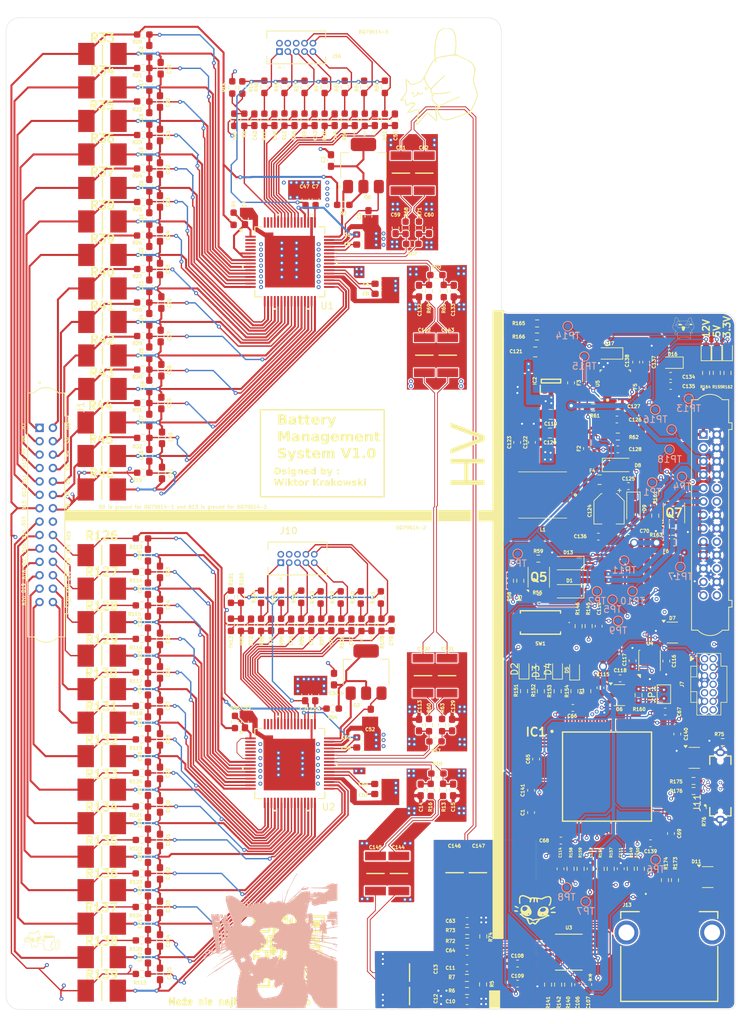
<source format=kicad_pcb>
(kicad_pcb (version 20241229) (generator "pcbnew") (generator_version "9.0")
  (layers (0 "F.Cu" mixed) (4 "In1.Cu" power) (6 "In2.Cu" signal) (2 "B.Cu" mixed) (13 "F.Paste" user) (15 "B.Paste" user) (5 "F.SilkS" user "F.Silkscreen") (7 "B.SilkS" user "B.Silkscreen") (1 "F.Mask" user) (3 "B.Mask" user) (25 "Edge.Cuts" user))
  (net 0 "")
  (net 1 "GND")
  (net 2 "+3.3V")
  (net 3 "Stack-")
  (net 4 "Net-(Q8-C)")
  (net 5 "Net-(Q8-E)")
  (net 6 "/Mesurements_LTC1/Bat_pin")
  (net 7 "Net-(U1-AVDD)")
  (net 8 "/Mesurements_LTC1/to_rx")
  (net 9 "Net-(U1-DVDD)")
  (net 10 "Net-(U1-REFHP)")
  (net 11 "Net-(U1-NEG5V)")
  (net 12 "/STM Comunication Interface /COMHP")
  (net 13 "/Mesurements_LTC1/COMLN")
  (net 14 "/Mesurements_LTC1/VC12")
  (net 15 "/Mesurements_LTC1/VC13")
  (net 16 "/Mesurements_LTC1/VC11")
  (net 17 "/Mesurements_LTC1/VC10")
  (net 18 "/Mesurements_LTC1/VC9")
  (net 19 "/Mesurements_LTC1/VC8")
  (net 20 "/Mesurements_LTC1/VC7")
  (net 21 "/Mesurements_LTC1/VC6")
  (net 22 "/Mesurements_LTC1/VC5")
  (net 23 "/Mesurements_LTC1/VC4")
  (net 24 "/Mesurements_LTC1/VC3")
  (net 25 "/Mesurements_LTC1/VC2")
  (net 26 "/Mesurements_LTC1/VC1")
  (net 27 "/Mesurements_LTC1/VC0")
  (net 28 "/Mesurements_LTC1/CB12")
  (net 29 "/Mesurements_LTC1/CB13")
  (net 30 "/Mesurements_LTC1/CB11")
  (net 31 "/Mesurements_LTC1/CB10")
  (net 32 "/Mesurements_LTC1/CB9")
  (net 33 "/Mesurements_LTC1/CB8")
  (net 34 "/Mesurements_LTC1/CB7")
  (net 35 "/Mesurements_LTC1/CB6")
  (net 36 "/Mesurements_LTC1/CB5")
  (net 37 "/Mesurements_LTC1/CB4")
  (net 38 "/Mesurements_LTC1/CB3")
  (net 39 "/Mesurements_LTC1/CB2")
  (net 40 "/Mesurements_LTC1/CB1")
  (net 41 "/Mesurements_LTC1/CB0")
  (net 42 "Batt_Coupling")
  (net 43 "/Mesurements_LTC1/Temperature_LTC_1/T1")
  (net 44 "/Mesurements_LTC1/Temperature_LTC_1/T4")
  (net 45 "/Mesurements_LTC1/Temperature_LTC_1/T5")
  (net 46 "/Mesurements_LTC1/Temperature_LTC_1/T2")
  (net 47 "/Mesurements_LTC1/Temperature_LTC_1/TSREF")
  (net 48 "/Mesurements_LTC1/Temperature_LTC_1/T6")
  (net 49 "/Mesurements_LTC1/Temperature_LTC_1/T7")
  (net 50 "/Mesurements_LTC1/Temperature_LTC_1/T8")
  (net 51 "Net-(Q2-C)")
  (net 52 "Net-(Q2-E)")
  (net 53 "Net-(U2-BAT)")
  (net 54 "Net-(U2-AVDD)")
  (net 55 "/Mesurements_LTC2/to_rx")
  (net 56 "Net-(U2-DVDD)")
  (net 57 "Net-(U2-REFHP)")
  (net 58 "Net-(U2-NEG5V)")
  (net 59 "/STM Comunication Interface /COMHN")
  (net 60 "/STM Comunication Interface /COMLP")
  (net 61 "/STM Comunication Interface /COMLN")
  (net 62 "/Mesurements_LTC2/COMHP")
  (net 63 "/Connectivity/+5V_curr_sense")
  (net 64 "/Mesurements_LTC2/COMHN")
  (net 65 "/Mesurements_LTC2/COMLP")
  (net 66 "/Mesurements_LTC2/COMLN")
  (net 67 "/Mesurements_LTC1/COMLP")
  (net 68 "/Mesurements_LTC2/Temperature_LTC_2/TSREF")
  (net 69 "/Mesurements_LTC2/Temperature_LTC_2/T1")
  (net 70 "/Mesurements_LTC2/Temperature_LTC_2/T4")
  (net 71 "/Mesurements_LTC2/Temperature_LTC_2/T5")
  (net 72 "/Mesurements_LTC2/Temperature_LTC_2/T2")
  (net 73 "/Mesurements_LTC2/Temperature_LTC_2/T6")
  (net 74 "/Mesurements_LTC2/Temperature_LTC_2/T7")
  (net 75 "/Mesurements_LTC2/Temperature_LTC_2/T8")
  (net 76 "/Mesurements_LTC2/VC12")
  (net 77 "/Mesurements_LTC2/VC13")
  (net 78 "/Mesurements_LTC2/VC11")
  (net 79 "/Mesurements_LTC2/VC10")
  (net 80 "/Mesurements_LTC2/VC9")
  (net 81 "/Mesurements_LTC2/VC8")
  (net 82 "/Mesurements_LTC2/VC7")
  (net 83 "/Mesurements_LTC2/VC6")
  (net 84 "/Mesurements_LTC2/VC5")
  (net 85 "/Mesurements_LTC2/VC4")
  (net 86 "/Mesurements_LTC2/VC3")
  (net 87 "/Mesurements_LTC2/VC2")
  (net 88 "/Mesurements_LTC2/VC1")
  (net 89 "/Mesurements_LTC2/VC0")
  (net 90 "/Mesurements_LTC2/CB13")
  (net 91 "/Mesurements_LTC2/CB12")
  (net 92 "/Mesurements_LTC2/CB11")
  (net 93 "/Mesurements_LTC2/CB10")
  (net 94 "/Mesurements_LTC2/CB9")
  (net 95 "/Mesurements_LTC2/CB8")
  (net 96 "/Mesurements_LTC2/CB7")
  (net 97 "/Mesurements_LTC2/CB6")
  (net 98 "/Mesurements_LTC2/CB5")
  (net 99 "/Mesurements_LTC2/CB4")
  (net 100 "/Mesurements_LTC2/CB3")
  (net 101 "/Mesurements_LTC2/CB2")
  (net 102 "/Mesurements_LTC2/CB1")
  (net 103 "/Mesurements_LTC2/CB0")
  (net 104 "Net-(U3-DVDD)")
  (net 105 "+12V")
  (net 106 "/Button1")
  (net 107 "/Button2")
  (net 108 "/Button3")
  (net 109 "/Button4")
  (net 110 "+5V")
  (net 111 "/Curr_sense")
  (net 112 "Net-(IC2-SW)")
  (net 113 "Net-(IC2-VBST)")
  (net 114 "/Power/5V/F_U5V")
  (net 115 "Net-(U5-EN)")
  (net 116 "Net-(IC1-VCAP_1)")
  (net 117 "Net-(IC1-VCAP_2)")
  (net 118 "Net-(C140-Pad1)")
  (net 119 "Net-(D2-K)")
  (net 120 "/LED3")
  (net 121 "/LED2")
  (net 122 "/LED1")
  (net 123 "/Connectivity/EX_CANFD+")
  (net 124 "/Connectivity/EX_CANFD-")
  (net 125 "VBUS")
  (net 126 "Net-(J13-D+)")
  (net 127 "Net-(J13-D-)")
  (net 128 "Net-(U5-FB)")
  (net 133 "/NFAULT")
  (net 134 "/NRST")
  (net 138 "/12V_Enable")
  (net 139 "/RX_1")
  (net 141 "/ERROR")
  (net 151 "/SIGNAL_RELAY")
  (net 154 "/Curr_sense2")
  (net 159 "/USB2+")
  (net 162 "/Connectivity/5V_fused_minus")
  (net 163 "/USB2-")
  (net 176 "/TX_1")
  (net 177 "Net-(J1-Pin_8)")
  (net 178 "CELL15")
  (net 179 "CELL25")
  (net 180 "Net-(J1-Pin_6)")
  (net 181 "CELL20")
  (net 182 "CELL21")
  (net 183 "Net-(J1-Pin_13)")
  (net 184 "CELL24")
  (net 185 "CELL22")
  (net 186 "CELL26")
  (net 187 "CELL17")
  (net 188 "CELL19")
  (net 189 "CELL18")
  (net 190 "Net-(J1-Pin_7)")
  (net 191 "Net-(J1-Pin_11)")
  (net 192 "CELL16")
  (net 193 "Net-(J1-Pin_5)")
  (net 194 "Net-(J1-Pin_12)")
  (net 195 "CELL23")
  (net 196 "CELL14")
  (net 197 "Net-(J1-Pin_9)")
  (net 198 "Net-(J1-Pin_10)")
  (net 200 "/SWCLK")
  (net 201 "/Connectivity/UART_TX")
  (net 202 "/Connectivity/UART_RX")
  (net 204 "/SWDIO")
  (net 208 "/Connectivity/B4_IN")
  (net 209 "/galvanic_isulation_2/S2+")
  (net 210 "/Connectivity/B3_IN")
  (net 211 "/galvanic_isulation_2/S1+")
  (net 212 "/Connectivity/B2_IN")
  (net 213 "Net-(Q2-B)")
  (net 214 "/Connectivity/D1")
  (net 215 "/galvanic_isulation_2/S1-")
  (net 216 "Net-(IC1-BOOT0)")
  (net 217 "/Mesurements_LTC1/Temperature_LTC_1/Thermistor4")
  (net 218 "/Mesurements_LTC1/Temperature_LTC_1/Thermistor5")
  (net 219 "/Mesurements_LTC1/Temperature_LTC_1/Thermistor2")
  (net 220 "/Mesurements_LTC1/Temperature_LTC_1/T3")
  (net 221 "/Mesurements_LTC1/Temperature_LTC_1/Thermistor3")
  (net 222 "/Mesurements_LTC1/Temperature_LTC_1/Thermistor6")
  (net 223 "/Mesurements_LTC1/Temperature_LTC_1/Thermistor7")
  (net 224 "/Mesurements_LTC1/Temperature_LTC_1/Thermistor8")
  (net 225 "/SIGNAL_PRECHARGE")
  (net 226 "/Mesurements_LTC2/Temperature_LTC_2/Thermistor1")
  (net 227 "/Mesurements_LTC2/Temperature_LTC_2/Thermistor4")
  (net 228 "/Mesurements_LTC2/Temperature_LTC_2/Thermistor5")
  (net 229 "/Mesurements_LTC2/Temperature_LTC_2/Thermistor2")
  (net 230 "/Mesurements_LTC2/Temperature_LTC_2/Thermistor3")
  (net 231 "/Mesurements_LTC2/Temperature_LTC_2/T3")
  (net 232 "/Mesurements_LTC2/Temperature_LTC_2/Thermistor6")
  (net 233 "/Mesurements_LTC2/Temperature_LTC_2/Thermistor7")
  (net 234 "/Mesurements_LTC2/Temperature_LTC_2/Thermistor8")
  (net 235 "+5V_external")
  (net 236 "Net-(IC2-VFB)")
  (net 237 "/USB-")
  (net 238 "/USB+")
  (net 239 "/Mesurements_LTC1/COMHN")
  (net 246 "/Mesurements_LTC1/COMHP")
  (net 282 "Net-(R145-Pad1)")
  (net 283 "/galvanic_isulation_2/S2-")
  (net 284 "/Connectivity/D2")
  (net 285 "/galvanic_isulation_1/S3+")
  (net 286 "Net-(J1-Pin_4)")
  (net 287 "Net-(J1-Pin_3)")
  (net 289 "Net-(J1-Pin_2)")
  (net 290 "Net-(R14-Pad2)")
  (net 291 "/galvanic_isulation_0/S1+")
  (net 292 "/galvanic_isulation_0/S2+")
  (net 293 "/galvanic_isulation_0/S2-")
  (net 294 "/galvanic_isulation_0/S1-")
  (net 295 "/galvanic_isulation_1/S1+")
  (net 296 "/galvanic_isulation_1/S2+")
  (net 297 "/galvanic_isulation_1/S2-")
  (net 298 "/galvanic_isulation_1/S1-")
  (net 299 "Net-(D3-K)")
  (net 300 "Net-(D4-K)")
  (net 301 "Net-(D5-K)")
  (net 302 "/Connectivity/Curr_sense_out")
  (net 303 "/Connectivity/G2")
  (net 304 "/Connectivity/G1")
  (net 306 "/Connectivity/G3")
  (net 309 "/CAN_RX")
  (net 310 "/Power/5V/5V_unfused")
  (net 311 "/CAN_TX")
  (net 312 "Net-(Q8-B)")
  (net 313 "Net-(J11-CC1)")
  (net 314 "Net-(J11-CC2)")
  (net 316 "/Connectivity/USB1_DP")
  (net 317 "/Connectivity/USB1_DN")
  (net 319 "/galvanic_isulation_1/S3-")
  (net 320 "/galvanic_isulation_2/S3-")
  (net 321 "/galvanic_isulation_2/S3+")
  (net 322 "/galvanic_isulation_0/S3-")
  (net 323 "/galvanic_isulation_0/S3+")
  (net 329 "Net-(D10-K)")
  (net 330 "Net-(D14-K)")
  (net 331 "Net-(D18-K)")
  (net 332 "12V_IN")
  (footprint "Capacitor_SMD:C_0603_1608Metric_Pad1.08x0.95mm_HandSolder" (layer "F.Cu") (at 99.1 142.1 90)
    (property "Reference" "C85")
    (property "Value" "0.47uF" (hide yes))
  )
  (footprint "Resistor_SMD:R_0603_1608Metric_Pad0.98x0.95mm_HandSolder" (layer "F.Cu") (at 143.05 142.4625 90)
    (property "Reference" "R63")
    (property "Value" "49" (hide yes))
  )
  (footprint "Capacitor_SMD:C_0603_1608Metric_Pad1.08x0.95mm_HandSolder" (layer "F.Cu") (at 101 84.4 90)
    (property "Reference" "C37")
    (property "Value" "0.47uF" (hide yes))
  )
  (footprint "Resistor_SMD:R_0603_1608Metric_Pad0.98x0.95mm_HandSolder" (layer "F.Cu") (at 122.5 52.1125 90)
    (property "Reference" "R9")
    (property "Value" "1k" (hide yes))
  )
  (footprint "Capacitor_SMD:C_0603_1608Metric_Pad1.08x0.95mm_HandSolder" (layer "F.Cu") (at 101.2 104.8375 90)
    (property "Reference" "C41")
    (property "Value" "0.47uF" (hide yes))
  )
  (footprint "footrpint:HARWIN_M80-5002642" (layer "F.Cu") (at 183.1 111.1 -90)
    (property "Reference" "J19" (hide yes))
    (property "Value" "Conn_02x13_Counter_Clockwise" (hide yes))
  )
  (footprint "Capacitor_SMD:C_0603_1608Metric_Pad1.08x0.95mm_HandSolder" (layer "F.Cu") (at 166.7125 136.8875 90)
    (property "Reference" "C115")
    (property "Value" "0.1u" (hide yes))
  )
  (footprint "Capacitor_SMD:C_0603_1608Metric_Pad1.08x0.95mm_HandSolder" (layer "F.Cu") (at 99.3 96.9375 90)
    (property "Reference" "C27")
    (property "Value" "0.47uF" (hide yes))
  )
  (footprint "Capacitor_SMD:C_0603_1608Metric_Pad1.08x0.95mm_HandSolder" (layer "F.Cu") (at 166.4 114.34375)
    (property "Reference" "C136")
    (property "Value" "1uF" (hide yes))
  )
  (footprint "Resistor_SMD:R_0603_1608Metric_Pad0.98x0.95mm_HandSolder" (layer "F.Cu") (at 162.25 163.9125 90)
    (property "Reference" "R158")
    (property "Value" "500" (hide yes))
  )
  (footprint "footrpint:RESC6331X80N" (layer "F.Cu") (at 92.2 167.1)
    (property "Reference" "R136")
    (property "Value" "10" (hide yes))
  )
  (footprint "Capacitor_SMD:C_0603_1608Metric_Pad1.08x0.95mm_HandSolder" (layer "F.Cu") (at 133.85 151.25 180)
    (property "Reference" "C54")
    (property "Value" "1uF" (hide yes))
  )
  (footprint "Resistor_SMD:R_0603_1608Metric_Pad0.98x0.95mm_HandSolder" (layer "F.Cu") (at 165.634999 95.056251 180)
    (property "Reference" "R61")
    (property "Value" "15.8k" (hide yes))
  )
  (footprint "Capacitor_SMD:C_0603_1608Metric_Pad1.08x0.95mm_HandSolder" (layer "F.Cu") (at 100.9 179.6 90)
    (property "Reference" "C105")
    (property "Value" "0.47uF" (hide yes))
  )
  (footprint "Resistor_SMD:R_0603_1608Metric_Pad0.98x0.95mm_HandSolder" (layer "F.Cu") (at 139.6 68.25 90)
    (property "Reference" "R71")
    (property "Value" "49" (hide yes))
  )
  (footprint "Fuse:Fuse_0603_1608Metric_Pad1.05x0.95mm_HandSolder" (layer "F.Cu") (at 164.7 101.2 90)
    (property "Reference" "F2")
    (property "Value" "1A")
  )
  (footprint "Diode_SMD:D_SOD-123" (layer "F.Cu") (at 161.9 122.49375 180)
    (property "Reference" "D1")
    (property "Value" "60V/0.5/3A" (hide yes))
  )
  (footprint "Capacitor_SMD:C_0603_1608Metric_Pad1.08x0.95mm_HandSolder" (layer "F.Cu") (at 99.1 147.1 90)
    (property "Reference" "C86")
    (property "Value" "0.47uF" (hide yes))
  )
  (footprint "Resistor_SMD:R_0603_1608Metric_Pad0.98x0.95mm_HandSolder" (layer "F.Cu") (at 146.775 182.15 180)
    (property "Reference" "R6")
    (property "Value" "49" (hide yes))
  )
  (footprint "Capacitor_SMD:C_0603_1608Metric_Pad1.08x0.95mm_HandSolder" (layer "F.Cu") (at 160.8 159.7 180)
    (property "Reference" "C68")
    (property "Value" "1uF" (hide yes))
  )
  (footprint "Diode_SMD:D_SOD-123" (layer "F.Cu") (at 161.9 118.29375 180)
    (property "Reference" "D13")
    (property "Value" "60V/0.5/3A" (hide yes))
  )
  (footprint "Capacitor_SMD:C_0603_1608Metric_Pad1.08x0.95mm_HandSolder" (layer "F.Cu") (at 99.1 152.1 90)
    (property "Reference" "C87")
    (property "Value" "0.47uF" (hide yes))
  )
  (footprint "Capacitor_SMD:C_0603_1608Metric_Pad1.08x0.95mm_HandSolder" (layer "F.Cu") (at 124.1 137.9625 -90)
    (property "Reference" "C56")
    (property "Value" "2.2uF" (hide yes))
  )
  (footprint "footrpint:BQ79600-Q1" (layer "F.Cu") (at 161.9889 176.35 180)
    (property "Reference" "U3")
    (property "Value" "PBQ79600PWQ1" (hide yes))
  )
  (footprint "Capacitor_SMD:C_0603_1608Metric_Pad1.08x0.95mm_HandSolder" (layer "F.Cu") (at 132.4 140.9625 90)
    (property "Reference" "C52")
    (property "Value" "0.1uF" (hide yes))
  )
  (footprint "Resistor_SMD:R_0603_1608Metric_Pad0.98x0.95mm_HandSolder" (layer "F.Cu") (at 131 127.5125 90)
    (property "Reference" "R107")
    (property "Value" "1k" (hide yes))
  )
  (footprint "footrpint:RESC6331X80N" (layer "F.Cu") (at 92.2 102.3)
    (property "Reference" "R45")
    (property "Value" "10" (hide yes))
  )
  (footprint "Capacitor_SMD:C_0603_1608Metric_Pad1.08x0.95mm_HandSolder" (layer "F.Cu") (at 124.15 64.05 -90)
    (property "Reference" "C7")
    (property "Value" "2.2uF" (hide yes))
  )
  (footprint "Resistor_SMD:R_0603_1608Metric_Pad0.98x0.95mm_HandSolder" (layer "F.Cu") (at 112.1 142 90)
    (property "Reference" "R66")
    (property "Value" "30" (hide yes))
  )
  (footprint "Capacitor_SMD:C_0603_1608Metric_Pad1.08x0.95mm_HandSolder" (layer "F.Cu") (at 100.9 159.6 90)
    (property "Reference" "C101")
    (property "Value" "0.47uF" (hide yes))
  )
  (footprint "Resistor_SMD:R_0603_1608Metric_Pad0.98x0.95mm_HandSolder" (layer "F.Cu") (at 119.5 47.2125 90)
    (property "Reference" "R49")
    (property "Value" "10k" (hide yes))
  )
  (footprint "Samacsys:DMT6018LDR7" (layer "F.Cu") (at 177.7 110.8)
    (property "Reference" "Q7")
    (property "Value" "DMT6018LDR-7" (hide yes))
  )
  (footprint "Capacitor_SMD:C_0603_1608Metric_Pad1.08x0.95mm_HandSolder" (layer "F.Cu") (at 99.3 61.9 90)
    (property "Reference" "C20")
    (property "Value" "0.47uF" (hide yes))
  )
  (footprint "Capacitor_SMD:C_0603_1608Metric_Pad1.08x0.95mm_HandSolder" (layer "F.Cu") (at 115 52.125 90)
    (property "Reference" "C42")
    (property "Value" "1uF" (hide yes))
  )
  (footprint "Capacitor_SMD:C_0603_1608Metric_Pad1.08x0.95mm_HandSolder" (layer "F.Cu") (at 123.5 127.5 90)
    (property "Reference" "C73")
    (property "Value" "1uF" (hide yes))
  )
  (footprint "Resistor_SMD:R_0603_1608Metric_Pad0.98x0.95mm_HandSolder" (layer "F.Cu") (at 111.7 47.3 90)
    (property "Reference" "R15")
    (property "Value" "100k" (hide yes))
  )
  (footprint "Resistor_SMD:R_0603_1608Metric_Pad0.98x0.95mm_HandSolder" (layer "F.Cu") (at 122 123.3125 90)
    (property "Reference" "R102")
    (property "Value" "10k" (hide yes))
  )
  (footprint "Capacitor_SMD:C_0603_1608Metric_Pad1.08x0.95mm_HandSolder" (layer "F.Cu") (at 164.8889 181.2 90)
    (property "Reference" "C107")
    (property "Value" "0.22u" (hide yes))
  )
  (footprint "Resistor_SMD:R_0603_1608Metric_Pad0.98x0.95mm_HandSolder" (layer "F.Cu") (at 111.5 123.3 90)
    (property "Reference" "R101")
    (property "Value" "100k" (hide yes))
  )
  (footprint "footrpint:CAPC5728X280N" (layer "F.Cu") (at 138.19 179.4)
    (property "Reference" "C13")
    (property "Value" "2.2n" (hide yes))
  )
  (footprint "Resistor_SMD:R_0603_1608Metric_Pad0.98x0.95mm_HandSolder" (layer "F.Cu") (at 119 127.5 90)
    (property "Reference" "R99")
    (property "Value" "1k" (hide yes))
  )
  (footprint "Resistor_SMD:R_0603_1608Metric" (layer "F.Cu") (at 177.85 165.6 -90)
    (property "Reference" "R173")
    (property "Value" "33" (hide yes))
  )
  (footprint "Capacitor_SMD:C_0603_1608Metric_Pad1.08x0.95mm_HandSolder" (layer "F.Cu") (at 99.1 157.1 90)
    (property "Reference" "C88")
    (property "Value" "0.47uF" (hide yes))
  )
  (footprint "Capacitor_SMD:C_0603_1608Metric_Pad1.08x0.95mm_HandSolder" (layer "F.Cu") (at 135.5 127.5125 90)
    (property "Reference" "C79")
    (property "Value" "1uF" (hide yes))
  )
  (footprint "LED_SMD:LED_0603_1608Metric" (layer "F.Cu") (at 184.1 86.6 90)
    (property "Reference" "D10" (hide yes))
    (property "Value" "LED" (hide yes))
  )
  (footprint "Capacitor_SMD:C_0603_1608Metric_Pad1.08x0.95mm_HandSolder" (layer "F.Cu") (at 99.1 137.1 90)
    (property "Reference" "C84")
    (property "Value" "0.47uF" (hide yes))
  )
  (footprint "Resistor_SMD:R_0603_1608Metric_Pad0.98x0.95mm_HandSolder" (layer "F.Cu") (at 160.3889 181.2 -90)
    (property "Reference" "R142")
    (property "Value" "10k" (hide yes))
  )
  (footprint "Capacitor_SMD:C_0603_1608Metric_Pad1.08x0.95mm_HandSolder" (layer "F.Cu") (at 99.1 177.1 90)
    (property "Reference" "C92")
    (property "Value" "0.47uF" (hide yes))
  )
  (footprint "Capacitor_SMD:C_0603_1608Metric_Pad1.08x0.95mm_HandSolder" (layer "F.Cu") (at 146.8 171.7)
    (property "Reference" "C63")
    (property "Value" "220p" (hide yes))
  )
  (footprint "Package_TO_SOT_SMD:SOT-23-5" (layer "F.Cu") (at 169.55 137.9875)
    (property "Reference" "D6")
    (property "Value" "ESDA5V3SC5" (hide yes))
  )
  (footprint "Resistor_SMD:R_0603_1608Metric_Pad0.98x0.95mm_HandSolder" (layer "F.Cu") (at 172.75 163.9 -90)
    (property "Reference" "R150")
    (property "Value" "10k" (hide yes))
  )
  (footprint "Resistor_SMD:R_0603_1608Metric" (layer "F.Cu") (at 157.537 123.6 180)
    (property "Reference" "R56")
    (property "Value" "10k" (hide yes))
  )
  (footprint "footrpint:RESC6331X80N" (layer "F.Cu") (at 92.3 57.3)
    (property "Reference" "R36")
    (property "Value" "10" (hide yes))
  )
  (footprint "Capacitor_SMD:C_0603_1608Metric_Pad1.08x0.95mm_HandSolder" (layer "F.Cu") (at 169.134999 94.856251)
    (property "Reference" "C127")
    (property "Value" "100nF" (hide yes))
  )
  (footprint "Capacitor_SMD:C_0603_1608Metric_Pad1.08x0.95mm_HandSolder" (layer "F.Cu") (at 100.9 119.6 90)
    (property "Reference" "C93")
    (property "Value" "0.47uF" (hide yes))
  )
  (footprint "Resistor_SMD:R_0603_1608Metric_Pad0.98x0.95mm_HandSolder" (layer "F.Cu") (at 98.4 39.4)
    (property "Reference" "R20")
    (property "Value" "100" (hide yes))
  )
  (footprint "Resistor_SMD:R_0603_1608Metric_Pad0.98x0.95mm_HandSolder" (layer "F.Cu") (at 98.2 124.6)
    (property "Reference" "R115")
    (property "Value" "100" (hide yes))
  )
  (footprint "Capacitor_SMD:C_0603_1608Metric_Pad1.08x0.95mm_HandSolder" (layer "F.Cu") (at 99.1 127.1 90)
    (property "Reference" "C82")
    (property "Value" "0.47uF" (hide yes))
  )
  (footprint "Capacitor_SMD:C_0603_1608Metric_Pad1.08x0.95mm_HandSolder" (layer "F.Cu") (at 120.5 127.5 90)
    (property "Reference" "C76")
    (property "Value" "1uF" (hide yes))
  )
  (footprint "Capacitor_SMD:C_0603_1608Metric_Pad1.08x0.95mm_HandSolder" (layer "F.Cu") (at 177.2 91.85)
    (property "Reference" "C135")
    (property "Value" "1uF" (hide yes))
  )
  (footprint "LED_SMD:LED_0603_1608Metric" (layer "F.Cu") (at 160.3 134.1125 90)
    (property "Reference" "D4")
    (property "Value" "LED")
  )
  (footprint "Resistor_SMD:R_0603_1608Metric_Pad0.98x0.95mm_HandSolder" (layer "F.Cu") (at 142.2 75.3)
    (property "Reference" "R70")
    (property "Value" "1k" (hide yes))
  )
  (footprint "footrpint:CLF7045__" (layer "F.Cu") (at 158.075 108.125155 180)
    (property "Reference" "L1")
    (property "Value" "3.3u 20mOhm" (hide yes))
  )
  (footprint "Diode_SMD:D_SOD-123" (layer "F.Cu") (at 169.35 103.64375)
    (property "Reference" "D8")
    (property "Value" "60V/0.5/3A" (hide yes))
  )
  (footprint "Capacitor_SMD:C_0603_1608Metric_Pad1.08x0.95mm_HandSolder" (layer "F.Cu") (at 126.9 135.6 -90)
    (property "Reference" "C51")
    (property "Value" "0.22uF" (hide yes))
  )
  (footprint "Resistor_SMD:R_0603_1608Metric_Pad0.98x0.95mm_HandSolder" (layer "F.Cu") (at 126.7 140)
    (property "Reference" "R64")
    (property "Value" "300" (hide yes))
  )
  (footprint "Resistor_SMD:R_0603_1608Metric_Pad0.98x0.95mm_HandSolder" (layer "F.Cu") (at 157.81 137.4 90)
    (property "Reference" "R152")
    (property "Value" "1k")
  )
  (footprint "Capacitor_SMD:C_0603_1608Metric_Pad1.08x0.95mm_HandSolder" (layer "F.Cu") (at 144.55 142.4625 -90)
    (property "Reference" "C129")
    (property "Value" "220p" (hide yes))
  )
  (footprint "Resistor_SMD:R_0603_1608Metric_Pad0.98x0.95mm_HandSolder" (layer "F.Cu") (at 137.6 68.25 90)
    (property "Reference" "R68")
    (property "Value" "49" (hide yes))
  )
  (footprint "Resistor_SMD:R_0603_1608Metric_Pad0.98x0.95mm_HandSolder" (layer "F.Cu") (at 131.4 47.2125 90)
    (property "Reference" "R54")
    (property "Value" "10k" (hide yes))
  )
  (footprint "footrpint:CAPC5728X280N" (layer "F.Cu") (at 144.925 164.49 90)
    (property "Reference" "C146")
    (property "Value" "2.2n" (hide yes))
  )
  (footprint "Capacitor_SMD:C_0603_1608Metric_Pad1.08x0.95mm_HandSolder" (layer "F.Cu") (at 136 52.125 90)
    (property "Reference" "C50")
    (property "Value" "1uF" (hide yes))
  )
  (footprint "Resistor_SMD:R_0603_1608Metric_Pad0.98x0.95mm_HandSolder" (layer "F.Cu") (at 146.7625 180.2 180)
    (property "Reference" "R7")
    (property "Value" "49" (hide yes))
  )
  (footprint "Capacitor_SMD:C_0805_2012Metric_Pad1.18x1.45mm_HandSolder" (layer "F.Cu") (at 159.175 98.875155 180)
    (property "Reference" "C120")
    (property "Value" "10uf" (hide yes))
  )
  (footprint "Capacitor_SMD:C_0603_1608Metric_Pad1.08x0.95mm_HandSolder" (layer "F.Cu") (at 156.35 152.2 -90)
    (property "Reference" "C141")
    (property "Value" "47n" (hide yes))
  )
  (footprint "Resistor_SMD:R_0603_1608Metric_Pad0.98x0.95mm_HandSolder" (layer "F.Cu") (at 98.4 44.4)
    (property "Reference" "R21")
    (property "Value" "100" (hide yes))
  )
  (footprint "Resistor_SMD:R_0603_1608Metric_Pad0.98x0.95mm_HandSolder" (layer "F.Cu") (at 98.2 134.6)
    (property "Reference" "R117")
    (property "Value" "100" (hide yes))
  )
  (footprint "Capacitor_SMD:C_0603_1608Metric_Pad1.08x0.95mm_HandSolder" (layer "F.Cu") (at 100.9 69.4 90)
    (property "Reference" "C34")
    (property "Value" "0.47uF" (hide yes))
  )
  (footprint "Resistor_SMD:R_0603_1608Metric_Pad0.98x0.95mm_HandSolder" (layer "F.Cu") (at 141.35 152.1375 90)
    (property "Reference" "R16")
    (property "Value" "49" (hide yes))
  )
  (footprint "Resistor_SMD:R_0603_1608Metric_Pad0.98x0.95mm_HandSolder" (layer "F.Cu") (at 146.8 174.8)
    (property "Reference" "R72")
    (property "Value" "49" (hide yes))
  )
  (footprint "Capacitor_SMD:C_0603_1608Metric_Pad1.08x0.95mm_HandSolder" (layer "F.Cu") (at 99.3 91.8625 90)
    (property "Reference" "C26")
    (property "Value" "0.47uF" (hide yes))
  )
  (footprint "Resistor_SMD:R_0603_1608Metric_Pad0.98x0.95mm_HandSolder" (layer "F.Cu") (at 116.5 52.125 90)
    (property "Reference" "R11")
    (property "Value" "1k" (hide yes))
  )
  (footprint "Samacsys:FTSH-107-XX-YYY-D-K" (layer "F.Cu") (at 182.915 136.37 -90)
    (property "Reference" "J7")
    (property "Value" "FTSH-107-01-L-D-K" (hide yes))
  )
  (footprint "Capacitor_SMD:C_0603_1608Metric_Pad1.08x0.95mm_HandSolder" (layer "F.Cu") (at 99.1 162.1 90)
    (property "Reference" "C89")
    (property "Value" "0.47uF" (hide yes))
  )
  (footprint "footrpint:RESC6331X80N" (layer "F.Cu") (at 92.2 152.1)
    (property "Reference" "R133")
    (property "Value" "10" (hide yes))
  )
  (footprint "Fuse:Fuse_0603_1608Metric_Pad1.05x0.95mm_HandSolder" (layer "F.Cu") (at 173 92.1 -90)
    (property "Reference" "F5")
    (property "Value" "1A" (hide yes))
  )
  (footprint "Capacitor_SMD:C_0603_1608Metric_Pad1.08x0.95mm_HandSolder" (layer "F.Cu") (at 174.2 160.1 180)
    (property "Reference" "C139")
    (property "Value" "2.2n" (hide yes))
  )
  (footprint "footrpint:RESC6331X80N" (layer "F.Cu") (at 92.3 72.3)
    (property "Reference" "R39")
    (property "Value" "10" (hide yes))
  )
  (footprint "Capacitor_SMD:C_0603_1608Metric_Pad1.08x0.95mm_HandSolder" (layer "F.Cu") (at 99.1 132.1 90)
    (property "Reference" "C83")
    (property "Value" "0.47uF" (hide yes))
  )
  (footprint "footrpint:RESC6331X80N" (layer "F.Cu") (at 92.2 162.1)
    (property "Reference" "R135")
    (property "Value" "10" (hide yes))
  )
  (footprint "Resistor_SMD:R_0603_1608Metric_Pad0.98x0.95mm_HandSolder" (layer "F.Cu") (at 111.5 127.5 -90)
    (property "Reference" "TH13")
    (property "Value" "10k b= 3000" (hide yes))
  )
  (footprint "Resistor_SMD:R_0603_1608Metric_Pad0.98x0.95mm_HandSolder" (layer "F.Cu") (at 149.175 181.1625 90)
    (property "Reference" "R5")
    (property "Value" "1k" (hide yes))
  )
  (footprint "LED_SMD:LED_0603_1608Metric" (layer "F.Cu") (at 162.85 134.25 90)
    (property "Reference" "D5")
    (property "Value" "LED" (hide yes))
  )
  (footprint "Capacitor_SMD:C_0603_1608Metric_Pad1.08x0.95mm_HandSolder" (layer "F.Cu") (at 100.9 59.4 90)
    (property "Reference" "C32")
    (property "Value" "0.47uF" (hide yes))
  )
  (footprint "Capacitor_SMD:C_0603_1608Metric_Pad1.08x0.95mm_HandSolder" (layer "F.Cu") (at 100.9 54.4 90)
    (property "Reference" "C31")
    (property "Value" "0.47uF" (hide yes))
  )
  (footprint "Jumper:SolderJumper-2_P1.3mm_Open_Pad1.0x1.5mm" (layer "F.Cu") (at 176.2 137.85 90)
    (property "Reference" "JP1")
    (property "Value" "Jumper_2_Small_Open" (hide yes))
  )
  (footprint "Resistor_SMD:R_0603_1608Metric_Pad0.98x0.95mm_HandSolder" (layer "F.Cu") (at 164.75 137.4 -90)
    (property "Reference" "R1")
    (property "Value" "100k" (hide yes))
  )
  (footprint "Resistor_SMD:R_0603_1608Metric_Pad0.98x0.95mm_HandSolder" (layer "F.Cu") (at 169.309999 99.406251)
    (property "Reference" "R62")
    (property "Value" "10k" (hide yes))
  )
  (footprint "Capacitor_SMD:C_0603_1608Metric_Pad1.08x0.95mm_HandSolder" (layer "F.Cu") (at 126.5 127.5 90)
    (property "Reference" "C74")
    (property "Value" "1uF" (hide yes))
  )
  (footprint "Resistor_SMD:R_0603_1608Metric_Pad0.98x0.95mm_HandSolder" (layer "F.Cu") (at 98.3875 59.4)
    (property "Reference" "R24")
    (property "Value" "100" (hide yes))
  )
  (footprint "Capacitor_SMD:C_0603_1608Metric_Pad1.08x0.95mm_HandSolder" (layer "F.Cu") (at 141.1 68.25 -90)
    (property "Reference" "C60")
    (property "Value" "220p" (hide yes))
  )
  (footprint "Capacitor_SMD:C_0603_1608Metric_Pad1.08x0.95mm_HandSolder" (layer "F.Cu") (at 170.9125 113.49375 180)
    (property "Reference" "C70")
    (property "Value" "1uF" (hide yes))
  )
  (footprint "footrpint:cat4_5x5" (layer "F.Cu") (at 179.2 83.3)
    (property "Reference" "G***" (hide yes))
    (property "Value" "LOGO" (hide yes))
  )
  (footprint "Resistor_SMD:R_0603_1608Metric_Pad0.98x0.95mm_HandSolder" (layer "F.Cu") (at 116 127.5 90)
    (property "Reference" "R98")
    (property "Value" "1k" (hide yes))
  )
  (footprint "Capacitor_SMD:C_0603_1608Metric_Pad1.08x0.95mm_HandSolder" (layer "F.Cu") (at 160.75 163.9125 -90)
    (property "Reference" "C114")
    (property "Value" "0.1u" (hide yes))
  )
  (footprint "footrpint:CAPC5728X280N" (layer "F.Cu") (at 136.6 164.61 -90)
    (property "Reference" "C144")
    (property "Value" "2.2n" (hide yes))
  )
  (footprint "Capacitor_SMD:C_0603_1608Metric_Pad1.08x0.95mm_HandSolder" (layer "F.Cu") (at 100.9 149.6 90)
    (property "Reference" "C99")
    (property "Value" "0.47uF" (hide yes))
  )
  (footprint "Capacitor_SMD:C_0603_1608Metric_Pad1.08x0.95mm_HandSolder" (layer "F.Cu") (at 171.51 132.8625 90)
    (property "Reference" "C117")
    (property "Value" "100nF" (hide yes))
  )
  (footprint "Resistor_SMD:R_0603_1608Metric_Pad0.98x0.95mm_HandSolder" (layer "F.Cu") (at 143.3 77.6875 90)
    (property "Reference" "R65")
    (property "Value" "49" (hide yes))
  )
  (footprint "Resistor_SMD:R_0603_1608Metric_Pad0.98x0.95mm_HandSolder" (layer "F.Cu") (at 112 52.125 -90)
    (property "Reference" "TH1")
    (property "Value" "10k b= 3000" (hide yes))
  )
  (footprint "Package_TO_SOT_SMD:SOT-23-5" (layer "F.Cu") (at 180.7375 147.35)
    (property "Reference" "D12" (hide yes))
    (property "Value" "ESDA5V3SC5" (hide yes))
  )
  (footprint "Capacitor_SMD:C_0603_1608Metric_Pad1.08x0.95mm_HandSolder" (layer "F.Cu") (at 157.1 147.5375 90)
    (property "Reference" "C65")
    (property "Value" "1uF" (hide yes))
  )
  (footprint "footrpint:RESC6331X80N" (layer "F.Cu") (at 92.2 182.1)
    (property "Reference" "R139")
    (property "Value" "10" (hide yes))
  )
  (footprint "Resistor_SMD:R_0603_1608Metric_Pad0.98x0.95mm_HandSolder" (layer "F.Cu") (at 111.9 66.9 90)
    (property "Reference" "R4")
    (property "Value" "30" (hide yes))
  )
  (footprint "footrpint:RESC6331X80N" (layer "F.Cu") (at 92.3 62.3)
    (property "Reference" "R37")
    (property "Value" "10" (hide yes))
  )
  (footprint "Capacitor_SMD:C_0603_1608Metric_Pad1.08x0.95mm_HandSolder" (layer "F.Cu") (at 156.35 155.5125 90)
    (property "Reference" "C1")
    (property "Value" "100n ceramiczny" (hide yes))
  )
  (footprint "Capacitor_SMD:C_0603_1608Metric_Pad1.08x0.95mm_HandSolder" (layer "F.Cu") (at 154.3264 178.05 180)
    (property "Reference" "C108")
    (property "Value" "0.22u" (hide yes))
  )
  (footprint "Capacitor_SMD:C_0603_1608Metric_Pad1.08x0.95mm_HandSolder" (layer "F.Cu") (at 100.9 64.3 90)
    (property "Reference" "C33")
    (property "Value" "0.47uF" (hide yes))
  )
  (footprint "Capacitor_SMD:C_0603_1608Metric_Pad1.08x0.95mm_HandSolder" (layer "F.Cu") (at 99.3 51.9375 90)
    (property "Reference" "C18")
    (property "Value" "0.47uF" (hide yes))
  )
  (footprint "Resistor_SMD:R_0603_1608Metric_Pad0.98x0.95mm_HandSolder" (layer "F.Cu") (at 125.5 47.2125 90)
    (property "Reference" "R47")
    (property "Value" "10k" (hide yes))
  )
  (footprint "Resistor_SMD:R_0603_1608Metric" (layer "F.Cu") (at 180.625 152.3)
    (property "Reference" "R176")
    (property "Value" "33" (hide yes))
  )
  (footprint "LED_SMD:LED_0603_1608Metric" (layer "F.Cu") (at 157.8 134.1125 90)
    (property "Reference" "D3")
    (property "Value" "LED")
  )
  (footprint "Resistor_SMD:R_0603_1608Metric_Pad0.98x0.95mm_HandSolder" (layer "F.Cu") (at 128 127.5 90)
    (property "Reference" "R106")
    (property "Value" "1k" (hide yes))
  )
  (footprint "Resistor_SMD:R_0603_1608Metric_Pad0.98x0.95mm_HandSolder" (layer "F.Cu") (at 98.2 129.6)
    (property "Reference" "R116")
    (property "Value" "100" (hide yes))
  )
  (footprint "Resistor_SMD:R_0603_1608Metric_Pad0.98x0.95mm_HandSolder" (layer "F.Cu") (at 98.2 119.6)
    (property "Reference" "R114")
    (property "Value" "100" (hide yes))
  )
  (footprint "Capacitor_SMD:C_0603_1608Metric_Pad1.08x0.95mm_HandSolder" (layer "F.Cu") (at 133.9 78.1 180)
    (property "Reference" "C8")
    (property "Value" "1uF")
  )
  (footprint "Resistor_SMD:R_0603_1608Metric_Pad0.98x0.95mm_HandSolder" (layer "F.Cu") (at 98.4 104.8)
    (property "Reference" "R19")
    (property "Value" "100" (hide yes))
  )
  (footprint "Capacitor_SMD:C_0603_1608Metric_Pad1.08x0.95mm_HandSolder" (layer "F.Cu") (at 169.172499 96.856251)
    (property "Reference" "C126")
    (property "Value" "10uF" (hide yes))
  )
  (footprint "Capacitor_SMD:C_0603_1608Metric_Pad1.08x0.95mm_HandSolder" (layer "F.Cu") (at 129.5 127.5 90)
    (property "Reference" "C77")
    (property "Value" "1uF" (hide yes))
  )
  (footprint "Resistor_SMD:R_0603_1608Metric_Pad0.98x0.95mm_HandSolder" (layer "F.Cu") (at 98.3875 79.4)
    (property "Reference" "R28")
    (property "Value" "100" (hide yes))
  )
  (footprint "Capacitor_SMD:C_0603_1608Metric_Pad1.08x0.95mm_HandSolder" (layer "F.Cu") (at 133.9 76.6 180)
    (property "Reference" "C5")
    (property "Value" "1uF" (hide yes))
  )
  (footprint "Resistor_SMD:R_0603_1608Metric_Pad0.98x0.95mm_HandSolder" (layer "F.Cu") (at 168.25 163.9125 -90)
    (property "Reference" "R157")
    (property "Value" "10k" (hide yes))
  )
  (footprint "Capacitor_SMD:C_0603_1608Metric_Pad1.08x0.95mm_HandSolder" (layer "F.Cu") (at 101.2 99.6 90)
    (property "Reference" "C40")
    (property "Value" "0.47uF" (hide yes))
  )
  (footprint "footrpint:RESC6331X80N" (layer "F.Cu") (at 92.2 157.1)
    (property "Reference" "R134")
    (property "Value" "10" (hide yes))
  )
  (footprint "Capacitor_SMD:C_0603_1608Metric_Pad1.08x0.95mm_HandSolder" (layer "F.Cu") (at 99.3 86.9 90)
    (property "Reference" "C25")
    (property "Value" "0.47uF" (hide yes))
  )
  (footprint "Resistor_SMD:R_0603_1608Metric_Pad0.98x0.95mm_HandSolder" (layer "F.Cu") (at 161.8889 181.2 -90)
    (property "Reference" "R140")
    (property "Value" "100k" (hide yes))
  )
  (footprint "Resistor_SMD:R_0603_1608Metric_Pad0.98x0.95mm_HandSolder" (layer "F.Cu") (at 184.1 89.9 90)
    (property "Reference" "R155")
    (property "Value" "300" (hide yes))
  )
  (footprint "Resistor_SMD:R_0603_1608Metric_Pad0.98x0.95mm_HandSolder" (layer "F.Cu") (at 133.9 123.4125 90)
    (property "Reference" "R111")
    (property "Value" "10k" (hide yes))
  )
  (footprint "Capacitor_SMD:C_0603_1608Metric_Pad1.08x0.95mm_HandSolder" (layer "F.Cu") (at 127 52.125 90)
    (property "Reference" "C44")
    (property "Value" "1uF" (hide yes))
  )
  (footprint "Capacitor_SMD:C_0603_1608Metric_Pad1.08x0.95mm_HandSolder" (layer "F.Cu") (at 166.45 127.7 90)
    (property "Reference" "C110")
    (property "Value" "0.1u" (hide yes))
  )
  (footprint "Capacitor_SMD:CP_Elec_4x5.8" (layer "F.Cu") (at 168 110.19375 -90)
    (property "Reference" "C124")
    (property "Value" "22uF" (hide yes))
  )
  (footprint "Resistor_SMD:R_0603_1608Metric_Pad0.98x0.95mm_HandSolder" (layer "F.Cu") (at 116 123.3125 90)
    (property "Reference" "R104")
    (property "Value" "10k" (hide yes))
  )
  (footprint "Resistor_SMD:R_0603_1608Metric_Pad0.98x0.95mm_HandSolder" (layer "F.Cu") (at 125.5 52.125 90)
    (property "Reference" "R10")
    (property "Value" "1k" (hide yes))
  )
  (footprint "Capacitor_SMD:C_0603_1608Metric_Pad1.08x0.95mm_HandSolder" (layer "F.Cu") (at 99.3 102.2 90)
    (property "Reference" "C28")
    (property "Value" "0.47uF" (hide yes))
  )
  (footprint "Capacitor_SMD:C_0603_1608Metric_Pad1.08x0.95mm_HandSolder" (layer "F.Cu") (at 121 52.125 90)
    (property "Reference" "C46")
    (property "Value" "1uF" (hide yes))
  )
  (footprint "Package_TO_SOT_SMD:SOT-23-5" (layer "F.Cu") (at 182.75 165.15)
    (property "Reference" "D11")
    (property "Value" "ESDA5V3SC5" (hide yes))
  )
  (footprint "Capacitor_SMD:C_0603_1608Metric_Pad1.08x0.95mm_HandSolder" (layer "F.Cu") (at 156.475 100.275155 90)
    (property "Reference" "C122")
    (property "Value" "22u" (hide yes))
  )
  (footprint "Resistor_SMD:R_0603_1608Metric" (layer "F.Cu") (at 154.737 120.91875 -90)
    (property "Reference" "R3")
    (property "Value" "100" (hide yes))
  )
  (footprint "footrpint:RESC6331X80N" (layer "F.Cu") (at 92.3 87.3)
    (property "Reference" "R42")
    (property "Value" "10" (hide yes))
  )
  (footprint "Capacitor_SMD:C_0603_1608Metric_Pad1.08x0.95mm_HandSolder" (layer "F.Cu") (at 169.75 163.9 -90)
    (property "Reference" "C111")
    (property "Value" "0.1u" (hide yes))
  )
  (footprint "footrpint:RESC6331X80N" (layer "F.Cu") (at 92.2 122.1)
    (property "Reference" "R127")
    (property "Value" "10" (hide yes))
  )
  (footprint "Resistor_SMD:R_0603_1608Metric_Pad0.98x0.95mm_HandSolder" (layer "F.Cu") (at 98.2 154.6)
    (property "Reference" "R121")
    (property "Value" "100" (hide yes))
  )
  (footprint "Resistor_SMD:R_0603_1608Metric_Pad0.98x0.95mm_HandSolder" (layer "F.Cu") (at 98.4 54.4)
    (property "Reference" "R23")
    (property "Value" "100" (hide yes))
  )
  (footprint "Diode_SMD:D_SOD-323F" (layer "F.Cu") (at 177.475 88.375 180)
    (property "Reference" "D16")
    (property "Value" "Diode TVS 12V" (hide yes))
  )
  (footprint "footrpint:RDX0007A-MFG_NOVIA" (layer "F.Cu") (at 169.034999 91.556251 90)
    (property "Reference" "U5")
    (property "Value" "PTPSM863253RDXR")
  )
  (footprint "Resistor_SMD:R_0603_1608Metric_Pad0.98x0.95mm_HandSolder" (layer "F.Cu") (at 98.4 64.4)
    (property "Reference" "R25")
    (property "Value" "100" (hide yes))
  )
  (footprint "Resistor_SMD:R_0603_1608Metric_Pad0.98x0.95mm_HandSolder" (layer "F.Cu") (at 98.2 144.6)
    (property "Reference" "R119")
    (property "Value" "100" (hide yes))
  )
  (footprint "Capacitor_SMD:C_0603_1608Metric_Pad1.08x0.95mm_HandSolder" (layer "F.Cu") (at 178.2 143.8 -90)
    (property "Reference" "C140")
    (property "Value" "2.2n" (hide yes))
  )
  (footprint "Resistor_SMD:R_0603_1608Metric_Pad0.98x0.95mm_HandSolder" (layer "F.Cu") (at 116.5 47.2125 90)
    (property "Reference" "R48")
    (property "Value" "10k" (hide yes))
  )
  (footprint "footrpint:catd3_10x10" (layer "F.Cu") (at 156.825 169.925)
    (property "Reference" "G***" (hide yes))
    (property "Value" "LOGO" (hide yes))
  )
  (footprint "Resistor_SMD:R_0603_1608Metric_Pad0.98x0.95mm_HandSolder" (layer "F.Cu") (at 128.287311 64.825701)
    (property "Reference" "R2")
    (property "Value" "300" (hide yes))
  )
  (footprint "Capacitor_SMD:C_0603_1608Metric_Pad1.08x0.95mm_HandSolder" (layer "F.Cu") (at 99.3 66.8625 90)
    (property "Reference" "C21")
    (property "Value" "0.47uF" (hide yes))
  )
  (footprint "footrpint:CAPC5728X280N" (layer "F.Cu") (at 140.2 135.09 -90)
    (property "Reference" "C130")
    (property "Value" "2.2n" (hide yes))
  )
  (footprint "Resistor_SMD:R_0603_1608Metric_Pad0.98x0.95mm_HandSolder" (layer "F.Cu") (at 134.5 47.2125 90)
    (property "Reference" "R55")
    (property "Value" "10k" (hide yes))
  )
  (footprint "Capacitor_SMD:C_0603_1608Metric_Pad1.08x0.95mm_HandSolder" (layer "F.Cu") (at 144.7 152.1375 90)
    (property "Reference" "C15")
    (property "Value" "220p" (hide yes))
  )
  (footprint "Capacitor_SMD:C_0603_1608Metric_Pad1.08x0.95mm_HandSolder" (layer "F.Cu") (at 130 52.125 90)
    (property "Reference" "C48")
    (property "Value" "1uF" (hide yes))
  )
  (footprint "Capacitor_SMD:C_0603_1608Metric_Pad1.08x0.95mm_HandSolder" (layer "F.Cu") (at 99.1 122.1 90)
    (property "Reference" "C81")
    (property "Value" "0.47uF" (hide yes))
  )
  (footprint "Diode_SMD:D_SOD-323_HandSoldering" (layer "F.Cu") (at 168.05 87 180)
    (property "Reference" "D17")
    (property "Value" "TVS diode 5V" (hide yes))
  )
  (footprint "Resistor_SMD:R_0603_1608Metric_Pad0.98x0.95mm_HandSolder" (layer "F.Cu") (at 113.2 47.3125 -90)
    (property "Reference" "R14")
    (property "Value" "10k" (hide yes))
  )
  (footprint "Capacitor_SMD:C_0603_1608Metric_Pad1.08x0.95mm_HandSolder" (layer "F.Cu") (at 173.55 88.29375 90)
    (property "Reference" "C137")
    (property "Value" "1uF" (hide yes))
  )
  (footprint "footrpint:RESC6331X80N" (layer "F.Cu") (at 92.3 67.3)
    (property "Reference" "R38")
    (property "Value" "10" (hide yes))
  )
  (footprint "footrpint:BQ79614PAPRQ1" (layer "F.Cu") (at 120.3 148.2)
    (property "Reference" "U2")
    (property "Value" "BQ79614PAPRQ1" (hide yes))
  )
  (footprint "footrpint:BQ79614PAPRQ1" (layer "F.Cu") (at 120.299811 73.325701)
    (property "Reference" "U1")
    (property "Value" "BQ79614PAPRQ1")
  )
  (footprint "Capacitor_SMD:C_0603_1608Metric_Pad1.08x0.95mm_HandSolder" (layer "F.Cu") (at 99.3 41.9 90)
    (property "Reference" "C16")
    (property "Value" "0.47uF" (hide yes))
  )
  (footprint "Package_DFN_QFN:DFN-8-1EP_3x3mm_P0.65mm_EP1.55x2.4mm" (layer "F.Cu") (at 174.05 132.85 90)
    (property "Reference" "U4")
    (property "Value" "MCP2542FD-E/MF" (hide yes))
  )
  (footprint "Resistor_SMD:R_0603_1608Metric" (layer "F.Cu") (at 153.2 120.91875 90)
    (property "Reference" "R58")
    (property "Value" "100" (hide yes))
  )
  (footprint "Capacitor_SMD:C_0603_1608Metric_Pad1.08x0.95mm_HandSolder" (layer "F.Cu") (at 133.85 152.75 180)
    (property "Reference" "C57")
    (property "Value" "1uF" (hide yes))
  )
  (footprint "Capacitor_SMD:C_0603_1608Metric_Pad1.08x0.95mm_HandSolder" (layer "F.Cu") (at 177.25 158.65 90)
    (property "Reference" "C69")
    (property "Value" "1uF" (hide yes))
  )
  (footprint "Resistor_SMD:R_0603_1608Metric_Pad0.98x0.95mm_HandSolder" (layer "F.Cu") (at 160.32 137.4 90)
    (property "Reference" "R153")
    (property "Value" "1k")
  )
  (footprint "footrpint:RESC6331X80N" (layer "F.Cu") (at 92.3 47.3)
    (property "Reference" "R34")
    (property "Value" "10" (hide yes))
  )
  (footprint "Capacitor_SMD:C_0603_1608Metric_Pad1.08x0.95mm_HandSolder" (layer "F.Cu") (at 99.1 172.1 90)
    (property "Reference" "C91")
    (property "Value" "0.47uF" (hide yes))
  )
  (footprint "Package_TO_SOT_SMD:SOT-23-5" (layer "F.Cu") (at 177.4625 128.65)
    (property "Reference" "D7")
    (property "Value" "ESDA5V3SC5" (hide yes))
  )
  (footprint "Capacitor_SMD:C_0603_1608Metric_Pad1.08x0.95mm_HandSolder" (layer "F.Cu") (at 99.1 167.1 90)
    (property "Reference" "C90")
    (property "Value" "0.47uF" (hide yes))
  )
  (footprint "footrpint:GCT_USB4235-03-C_REVA" (layer "F.Cu") (at 184.635 151.55 90)
    (property "Reference" "J11")
    (property "Value" "USB4235-03-C_REVA" (hide yes))
    (fp_line (start 3.7 -0.3) (end 3.8 -0.3) (stroke (width 0.01)) (layer "Edge.Cuts"))
    (fp_line (start 3.8 0.3) (end 3.7 0.3) (stroke (width 0.01)) (layer "Edge.Cuts"))
    (fp_arc (start 3.8 -0.3) (mid 4.012132 -0.212132) (end 4.1 0) (stroke (width 0.01)) (layer "Edge.Cuts"))
    (fp_arc (start 4.1 0) (mid 4.012132 0.212132) (end 3.8 0.3) (stroke (width 0.01)) (layer "Edge.Cuts"))
    (fp_arc (start 3.4 0) (mid 3.487868 -0.212132) (end 3.7 -0.3) (stroke (width 0.01)) (layer "Edge.Cuts"))
    (fp_arc (start 3.7 0.3) (mid 3.487868 0.212132) (end 3.4 0) (stroke (width 0.01)) (layer "Edge.Cuts"))
  )
  (footprint "footrpint:RESC6331X80N" (layer "F.Cu") (at 92.2 97.3)
    (property "Reference" "R44")
    (property "Value" "10" (hide yes))
  )
  (footprint "Resistor_SMD:R_0603_1608Metric_Pad0.98x0.95mm_HandSolder" (layer "F.Cu") (at 131.5 52.125 90)
    (property "Reference" "R51")
    (property "Value" "1k" (hide yes))
  )
  (footprint "Capacitor_SMD:C_0603_1608Metric_Pad1.08x0.95mm_HandSolder" (layer "F.Cu") (at 100.9 124.5375 90)
    (property "Reference" "C94")
    (property "Value" "0.47uF" (hide yes))
  )
  (footprint "Resistor_SMD:R_0603_1608Metric_Pad0.98x0.95mm_HandSolder" (layer "F.Cu") (at 98.4 49.4)
    (property "Reference" "R22")
    (property "Value" "100" (hide yes))
  )
  (footprint "Capacitor_SMD:C_0603_1608Metric_Pad1.08x0.95mm_HandSolder" (layer "F.Cu") (at 100.9 134.6 90)
    (property "Reference" "C96")
    (property "Value" "0.47uF" (hide yes))
  )
  (footprint "Resistor_SMD:R_0603_1608Metric_Pad0.98x0.95mm_HandSolder" (layer "F.Cu") (at 98.4 84.4)
    (property "Reference" "R29")
    (property "Value" "100" (hide yes))
  )
  (footprint "Capacitor_SMD:C_0603_1608Metric_Pad1.08x0.95mm_HandSolder" (layer "F.Cu") (at 100.9 154.6 90)
    (property "Reference" "C100")
    (property "Value" "0.47uF" (hide yes))
  )
  (footprint "Capacitor_SMD:C_0603_1608Metric_Pad1.08x0.95mm_HandSolder" (layer "F.Cu") (at 169.309999 101.306251)
    (property "Reference" "C128")
    (property "Value" "10uF" (hide yes))
  )
  (footprint "Resistor_SMD:R_0603_1608Metric_Pad0.98x0.95mm_HandSolder" (layer "F.Cu") (at 138.6 70.65)
    (property "Reference" "R67")
    (property "Value" "1k" (hide yes))
  )
  (footprint "footrpint:TPS563200DDCR" (layer "F.Cu") (at 159.325 91.125155 90)
    (property "Reference" "IC2")
    (property "Value" "TPS563200DDCR" (hide yes))
  )
  (footprint "Capacitor_SMD:C_0603_1608Metric_Pad1.08x0.95mm_HandSolder" (layer "F.Cu") (at 131.1625 145.8 180)
    (property "Reference" "C58")
    (property "Value" "0.1uF" (hide yes))
  )
  (footprint "footrpint:cat2_20x20_2" (layer "F.Cu") (at 117.4 174.675)
    (property "Reference" "G***" (hide yes))
    (property "Value" "LOGO" (hide yes))
  )
  (footprint "Diode_SMD:D_SOD-123" (layer "F.Cu") (at 171.65 110.04375 -90)
    (property "Reference" "D9")
    (property "Value" "6V")
  )
  (footprint "Resistor_SMD:R_0603_1608Metric_Pad0.98x0.95mm_HandSolder" (layer "F.Cu") (at 163.45 127.7 90)
    (property "Reference" "R146")
    (property "Value" "10k" (hide yes))
  )
  (footprint "Resistor_SMD:R_0603_1608Metric_Pad0.98x0.95mm_HandSolder" (layer "F.Cu") (at 158.8889 181.2 -90)
    (property "Reference" "R141")
    (property "Value" "10k" (hide yes))
  )
  (footprint "Resistor_SMD:R_0603_1608Metric_Pad0.98x0.95mm_HandSolder" (layer "F.Cu") (at 113 127.5 90)
    (property "Reference" "R95")
    (property "Value" "1k" (hide yes))
  )
  (footprint "Capacitor_SMD:C_0603_1608Metric_Pad1.08x0.95mm_HandSolder" (layer "F.Cu") (at 118 52.125 90)
    (property "Reference" "C45")
    (property "Value" "1uF" (hide yes))
  )
  (footprint "Resistor_SMD:R_0603_1608Metric" (layer "F.Cu") (at 184.975 145 180)
    (property "Reference" "R75")
    (property "Value" "5.1K" (hide yes))
  )
  (footprint "Capacitor_SMD:C_0603_1608Metric_Pad1.08x0.95mm_HandSolder" (layer "F.Cu") (at 100.9 139.6 90)
    (property "Reference" "C97")
    (property "Value" "0.47uF" (hide yes))
  )
  (footprint "Resistor_SMD:R_0603_1608Metric_Pad0.98x0.95mm_HandSolder" (layer "F.Cu") (at 157.2375 84.475155)
    (property "Reference" "R166")
    (property "Value" "10k 50mW" (hide yes))
  )
  (footprint "Capacitor_SMD:C_0603_1608Metric_Pad1.08x0.95mm_HandSolder" (layer "F.Cu") (at 176.3875 140.45 180)
    (property "Reference" "C67")
    (property "Value" "1uF" (hide yes))
  )
  (footprint "footrpint:CAPC5728X280N" (layer "F.Cu") (at 138.19 182.9)
    (property "Reference" "C12")
    (property "Value" "2.2n" (hide yes))
  )
  (footprint "Capacitor_SMD:C_0603_1608Metric_Pad1.08x0.95mm_HandSolder" (layer "F.Cu") (at 99.3 76.9 90)
    (property "Reference" "C23")
    (property "Value" "0.47uF" (hide yes))
  )
  (footprint "footrpint:RESC6331X80N" (layer "F.Cu") (at 92.2 117.1)
    (property "Reference" "R126")
    (property "Value" "10" (hide yes))
  )
  (footprint "LED_SMD:LED_0603_1608Metric" (layer "F.Cu") (at 182.5 86.6 90)
    (property "Reference" "D18" (hide yes))
    (property "Value" "LED")
  )
  (footprint "Capacitor_SMD:C_0603_1608Metric_Pad1.08x0.95mm_HandSolder" (layer "F.Cu") (at 146.775 178.7 180)
    (property "Reference" "C11")
    (property "Value" "220p" (hide yes))
  )
  (footprint "Capacitor_SMD:C_0603_1608Metric_Pad1.08x0.95mm_HandSolder" (layer "F.Cu") (at 99.1 117.1 90)
    (property "Reference" "C80")
    (property "Value" "0.47uF" (hide yes))
  )
  (footprint "LED_SMD:LED_0603_1608Metric" (layer "F.Cu") (at 155.3 134.1 90)
    (property "Reference" "D2")
    (property "Value" "LED")
  )
  (footprint "Resistor_SMD:R_0603_1608Metric_Pad0.98x0.95mm_HandSolder" (layer "F.Cu") (at 134.5 52.125 90)
    (property "Reference" "R52")
    (property "Value" "1k" (hide yes))
  )
  (footprint "Capacitor_SMD:C_0603_1608Metric_Pad1.08x0.95mm_HandSolder" (layer "F.Cu") (at 146.7625 183.65 180)
    (property "Reference" "C10")
    (property "Value" "220p" (hide yes))
  )
  (footprint "footrpint:CAPC5728X280N" (layer "F.Cu") (at 140.4 87.26 -90)
    (property "Reference" "C142")
    (property "Value" "2.2n" (hide yes))
  )
  (footprint "Resistor_SMD:R_0603_1608Metric_Pad0.98x0.95mm_HandSolder" (layer "F.Cu") (at 113.5 52.125 90)
    (property "Reference" "R8")
    (property "Value" "1k" (hide yes))
  )
  (footprint "footrpint:RESC6331X80N" (layer "F.Cu") (at 92.3 92.3)
    (property "Reference" "R43")
    (property "Value" "10" (hide yes))
  )
  (footprint "footrpint:CAPC5728X280N" (layer "F.Cu") (at 136.9 60.09 -90)
    (property "Reference" "C61")
    (property "Value" "2.2n" (hide yes))
  )
  (footprint "Capacitor_SMD:C_0603_1608Metric_Pad1.08x0.95mm_HandSolder" (layer "F.Cu") (at 132.5 127.5125 90)
    (property "Reference" "C78")
    (property "Value" "1uF" (hide yes))
  )
  (footprint "Resistor_SMD:R_0603_1608Metric_Pad0.98x0.95mm_HandSolder" (layer "F.Cu") (at 171.25 163.9 90)
    (property "Reference" "R149")
    (property "Value" "500" (hide yes))
  )
  (footprint "Capacitor_SMD:C_0603_1608Metric_Pad1.08x0.95mm_HandSolder" (layer "F.Cu") (at 99.3 46.8625 90)
    (property "Reference" "C17")
    (property "Value" "0.47uF" (hide yes))
  )
  (footprint "Resistor_SMD:R_0603_1608Metric_Pad0.98x0.95mm_HandSolder" (layer "F.Cu") (at 128.5 52.1125 90)
    (property "Reference" "R50")
    (property "Value" "1k" (hide yes))
  )
  (footprint "Capacitor_SMD:C_0603_1608Metric_Pad1.08x0.95mm_HandSolder" (layer "F.Cu") (at 101.1 79.4 90)
    (property "Reference" "C36")
    (property "Value" "0.47uF" (hide yes))
  )
  (footprint "Resistor_SMD:R_0603_1608Metric_Pad0.98x0.95mm_HandSolder" (layer "F.Cu") (at 182.5 89.9125 90)
    (property "Reference" "R164")
    (property "Value" "1k")
  )
  (footprint "Package_TO_SOT_SMD:SOT-223-3_TabPin2" (layer "F.Cu") (at 131.3 58.95 90)
    (property "Reference" "Q8")
    (property "Value" "100V/2W")
  )
  (footprint "Capacitor_SMD:C_0603_1608Metric_Pad1.08x0.95mm_HandSolder" (layer "F.Cu") (at 154.275 100.275155 90)
    (property "Reference" "C123")
    (property "Value" "22u" (hide yes))
  )
  (footprint "footrpint:RESC6331X80N" (layer "F.Cu") (at 92.2 127.1)
    (property "Reference" "R128")
    (property "Value" "10" (hide yes))
  )
  (footprint "Resistor_SMD:R_0603_1608Metric_Pad0.98x0.95mm_HandSolder" (layer "F.Cu") (at 164.95 127.6875 -90)
    (property "Reference" "R145")
    (property "Value" "500" (hide yes))
  )
  (footprint "Resistor_SMD:R_0603_1608Metric_Pad0.98x0.95mm_HandSolder" (layer "F.Cu") (at 127.9 123.4125 90)
    (property "Reference" "R109")
    (property "Value" "10k" (hide yes))
  )
  (footprint "Capacitor_SMD:C_0603_1608Metric_Pad1.08x0.95mm_HandSolder" (layer "F.Cu") (at 131.15 70.75 180)
    (property "Reference" "C9")
    (property "Value" "0.1uF" (hide yes))
  )
  (footprint "Resistor_SMD:R_0603_1608Metric_Pad0.98x0.95mm_HandSolder" (layer "F.Cu") (at 141.1 142.4625 90)
    (property "Reference" "R60")
    (property "Value" "49" (hide yes))
  )
  (footprint "Capacitor_SMD:C_0603_1608Metric_Pad1.08x0.95mm_HandSolder" (layer "F.Cu") (at 136.1 68.25 -90)
    (property "Reference" "C59")
    (property "Value" "220p" (hide yes))
  )
  (footprint "Resistor_SMD:R_0603_1608Metric_Pad0.98x0.95mm_HandSolder" (layer "F.Cu") (at 128.5 47.2125 90)
    (property "Reference" "R53")
    (property "Value" "10k" (hide yes))
  )
  (footprint "footrpint:USB1046GF0190LBA" (layer "F.Cu") (at 177 177)
    (property "Reference" "J13")
    (property "Value" "USB_A" (hide yes))
  )
  (footprint "Resistor_SMD:R_0603_1608Metric_Pad0.98x0.95mm_HandSolder" (layer "F.Cu") (at 130.9 123.4125 90)
    (property "Reference" "R110")
    (property "Value" "10k" (hide yes))
  )
  (footprint "Resistor_SMD:R_0603_1608Metric" (layer "F.Cu") (at 176.35 165.6 -90)
    (property "Reference" "R174")
    (property "Value" "33" (hide yes))
  )
  (footprint "Capacitor_SMD:C_0603_1608Metric_Pad1.08x0.95mm_HandSolder" (layer "F.Cu") (at 162.6 139.9)
    (property "Reference" "C66")
    (property "Value" "1uF" (hide yes))
  )
  (footprint "footrpint:HARWIN_M80-5002842" (layer "F.Cu") (at 83.9 111.1 -90)
    (property "Reference" "J1")
    (property "Value" "Conn_01x28")
  )
  (footprint "Resistor_SMD:R_0603_1608Metric_Pad0.98x0.95mm_HandSolder" (layer "F.Cu") (at 185.7 89.9125 90)
    (property "Reference" "R162")
    (property "Value" "130" (hide yes))
  )
  (footprint "Capacitor_SMD:C_0603_1608Metric" (layer "F.Cu") (at 170.9 106.79375)
    (property "Reference" "C125")
    (property "Value" "1uF" (hide yes))
  )
  (footprint "Capacitor_SMD:C_0603_1608Metric_Pad1.08x0.95mm_HandSolder" (layer "F.Cu") (at 99.3 81.9 90)
    (property "Reference" "C24")
    (property "Value" "0.47uF" (hide yes))
  )
  (footprint "Resistor_SMD:R_0603_1608Metric_Pad0.98x0.95mm_HandSolder" (layer "F.Cu") (at 113 123.3125 -90)
    (property "Reference" "R100")
    (property "Value" "10k" (hide yes))
  )
  (footprint "footrpint:HARWIN_G125-MV11005L1P" (layer "F.Cu") (at 121.45 117.6)
    (property "Reference" "J10")
    (property "Value" "Conn_01x10" (hide yes))
    (fp_line (start -4.275 0.45) (end -4.275 -0.45) (stroke (width 0.01)) (layer "Edge.Cuts"))
    (fp_line (start -3.225 -0.45) (end -3.225 0.45) (stroke (width 0.01)) (layer "Edge.Cuts"))
    (fp_line (start 3.225 0.45) (end 3.225 -0.45) (stroke (width 0.01)) (layer "Edge.Cuts"))
    (fp_line (start 4.275 -0.45) (end 4.275 0.45) (stroke (width 0.01)) (layer "Edge.Cuts"))
    (fp_arc (start -4.275 -0.45) (mid -4.121231 -0.821231) (end -3.75 -0.975) (stroke (width 0.01)) (layer "Edge.Cuts"))
    (fp_arc (start -3.75 -0.975) (mid -3.378769 -0.821231) (end -3.225 -0.45) (stroke (width 0.01)) (layer "Edge.Cuts"))
    (fp_arc (start -3.75 0.975) (mid -4.121231 0.821231) (end -4.275 0.45) (stroke (width 0.01)) (layer "Edge.Cuts"))
    (fp_arc (start -3.225 0.45) (mid -3.378769 0.821231) (end -3.75 0.975) (stroke (width 0.01)) (layer "Edge.Cuts"))
    (fp_arc (start 3.225 -0.45) (mid 3.378769 -0.821231) (end 3.75 -0.975) (stroke (width 0.01)) (layer "Edge.Cuts"))
    (fp_arc (start 3.75 -0.975) (mid 4.121231 -0.821231) (end 4.275 -0.45) (stroke (width 0.01)) (layer "Edge.Cuts"))
    (fp_arc (start 3.75 0.975) (mid 3.378769 0.821231) (end 3.225 0.45) (stroke (width 0.01)) (layer "Edge.Cuts"))
    (fp_arc (start 4.275 0.45) (mid 4.121231 0.821231) (end 3.75 0.975) (stroke (width 0.01)) (layer "Edge.Cuts"))
  )
  (footprint "Capacitor_SMD:C_0603_1608Metric_Pad1.08x0.95mm_HandSolder" (layer "F.Cu") (at 100.9 164.6 90)
    (property "Reference" "C102")
    (property "Value" "0.47uF" (hide yes))
  )
  (footprint "footrpint:CAPC5728X280N" (layer "F.Cu") (at 143.9 87.26 -90)
    (property "Reference" "C143")
    (property "Value" "2.2n" (hide yes))
  )
  (footprint "Resistor_SMD:R_0603_1608Metric_Pad0.98x0.95mm_HandSolder" (layer "F.Cu") (at 98.2 114.6)
    (property "Reference" "R113")
    (property "Value" "100" (hide yes))
  )
  (footprint "Resistor_SMD:R_0603_1608Metric_Pad0.98x0.95mm_HandSolder" (layer "F.Cu") (at 143.2 152.125 90)
    (property "Reference" "R13")
    (property "Value" "49" (hide yes))
  )
  (footprint "Capacitor_SMD:C_0603_1608Metric_Pad1.08x0.95mm_HandSolder" (layer "F.Cu") (at 124 52.125 90)
    (property "Reference" "C43")
    (property "Value" "1uF" (hide yes))
  )
  (footprint "Resistor_SMD:R_0603_1608Metric_Pad0.98x0.95mm_HandSolder" (layer "F.Cu") (at 98.4 99.6)
    (property "Reference" "R32")
    (property "Value" "100" (hide yes))
  )
  (footprint "Resistor_SMD:R_0603_1608Metric_Pad0.98x0.95mm_HandSolder" (layer "F.Cu") (at 177.6 113.6 180)
    (property "Reference" "R163")
    (property "Value" "4.7k" (hide yes))
  )
  (footprint "Resistor_SMD:R_0603_1608Metric_Pad0.98x0.95mm_HandSolder" (layer "F.Cu") (at 122 127.5 90)
    (property "Reference" "R96")
    (property "Value" "1k" (hide yes))
  )
  (footprint "footrpint:RESC6331X80N" (layer "F.Cu") (at 92.2 107.3)
    (property "Reference" "R46")
    (property "Value" "10" (hide yes))
  )
  (footprint "Capacitor_SMD:C_0603_1608Metric_Pad1.08x0.95mm_HandSolder" (layer "F.Cu") (at 176.56 132.9125 90)
    (property "Reference" "C116")
    (property "Value" "100nF" (hide yes))
  )
  (footprint "Capacitor_SMD:C_0603_1608Metric_Pad1.08x0.95mm_HandSolder" (layer "F.Cu") (at 99.3 56.9375 90)
    (property "Reference" "C19")
    (property "Value" "0.47uF" (hide yes))
  )
  (footprint "footrpint:CAPC5728X280N" (layer "F.Cu") (at 140.4 60.09 -90)
    (property "Reference" "C62")
    (property "Value" "2.2n" (hide yes))
  )
  (footprint "Resistor_SMD:R_0603_1608Metric_Pad0.98x0.95mm_HandSolder" (layer "F.Cu") (at 149.2125 174 -90)
    (property "Reference" "R74")
    (property "Value" "1k" (hide yes))
  )
  (footprint "Resistor_SMD:R_0603_1608Metric_Pad0.98x0.95mm_HandSolder" (layer "F.Cu") (at 98.2 149.6)
    (property "Reference" "R120")
    (property "Value" "100" (hide yes))
  )
  (footprint "footrpint:HARWIN_G125-MV11005L1P" (layer "F.Cu") (at 121.25 41.325)
    (property "Reference" "J16")
    (property "Value" "Conn_01x10" (hide yes))
    (fp_line (start -4.275 0.45) (end -4.275 -0.45) (stroke (width 0.01)) (layer "Edge.Cuts"))
    (fp_line (start -3.225 -0.45) (end -3.225 0.45) (stroke (width 0.01)) (layer "Edge.Cuts"))
    (fp_line (start 3.225 0.45) (end 3.225 -0.45) (stroke (width 0.01)) (layer "Edge.Cuts"))
    (fp_line (start 4.275 -0.45) (end 4.275 0.45) (stroke (width 0.01)) (layer "Edge.Cuts"))
    (fp_arc (start -4.275 -0.45) (mid -4.121231 -0.821231) (end -3.75 -0.975) (stroke (width 0.01)) (layer "Edge.Cuts"))
    (fp_arc (start -3.75 -0.975) (mid -3.378769 -0.821231) (end -3.225 -0.45) (stroke (width 0.01)) (layer "Edge.Cuts"))
    (fp_arc (start -3.75 0.975) (mid -4.121231 0.821231) (end -4.275 0.45) (stroke (width 0.01)) (layer "Edge.Cuts"))
    (fp_arc (start -3.225 0.45) (mid -3.378769 0.821231) (end -3.75 0.975) (stroke (width 0.01)) (layer "Edge.Cuts"))
    (fp_arc (start 3.225 -0.45) (mid 3.378769 -0.821231) (end 3.75 -0.975) (stroke (width 0.01)) (layer "Edge.Cuts"))
    (fp_arc (start 3.75 -0.975) (mid 4.121231 -0.821231) (end 4.275 -0.45) (stroke (width 0.01)) (layer "Edge.Cuts"))
    (fp_arc (start 3.75 0.975) (mid 3.378769 0.821231) (end 3.225 0.45) (stroke (width 0.01)) (layer "Edge.Cuts"))
    (fp_arc (start 4.275 0.45) (mid 4.121231 0.821231) (end 3.75 0.975) (stroke (width 0.01)) (layer "Edge.Cuts"))
  )
  (footprint "Package_TO_SOT_SMD:SOT-223-3_TabPin2" (layer "F.Cu") (at 131.7 134.55 90)
    (property "Reference" "Q2")
    (property "Value" "100V/2W" (hide yes))
  )
  (footprint "Capacitor_SMD:C_0603_1608Metric_Pad1.08x0.95mm_HandSolder" (layer "F.Cu") (at 126.45 58.2125 -90)
    (property "Reference" "C2")
    (property "Value" "0.22uF" (hide yes))
  )
  (footprint "Resistor_SMD:R_0603_1608Metric_Pad0.98x0.95mm_HandSolder" (layer "F.Cu") (at 163.75 163.9125 -90)
    (property "Reference" "R159")
    (property "Value" "10k" (hide yes))
  )
  (footprint "Resistor_SMD:R_0603_1608Metric_Pad0.98x0.95mm_HandSolder" (layer "F.Cu") (at 162.83 137.4 90)
    (property "Reference" "R154")
    (property "Value" "1k")
  )
  (footprint "Capacitor_SMD:C_0603_1608Metric_Pad1.08x0.95mm_HandSolder" (layer "F.Cu") (at 139.85 152.1375 90)
    (property "Reference" "C14")
    (property "Value" "220p" (hide yes))
  )
  (footprint "footrpint:RESC6331X80N" (layer "F.Cu") (at 92.2 177.1)
    (property "Reference" "R138")
    (property "Value" "10" (hide yes))
  )
  (footprint "Resistor_SMD:R_0603_1608Metric_Pad0.98x0.95mm_HandSolder" (layer "F.Cu") (at 98.1875 169.6)
    (property "Reference" "R124")
    (property "Value" "100" (hide yes))
  )
  (footprint "Resistor_SMD:R_0603_1608Metric_Pad0.98x0.95mm_HandSolder" (layer "F.Cu") (at 134 127.5 90)
    (property "Reference" "R108")
    (property "Value" "1k" (hide yes))
  )
  (footprint "footrpint:cat2_15x15" (layer "F.Cu") (at 142.10177 45.826153)
    (property "Reference" "G***" (hide yes))
    (property "Value" "LOGO" (hide yes))
  )
  (footprint "Resistor_SMD:R_0603_1608Metric_Pad0.98x0.95mm_HandSolder" (layer "F.Cu") (at 146.8 173.2)
    (property "Reference" "R73")
    (property "Value" "49" (hide yes))
  )
  (footprint "Capacitor_SMD:C_0603_1608Metric_Pad1.08x0.95mm_HandSolder" (layer "F.Cu") (at 163.3889 181.2 -90)
    (property "Reference" "C106")
    (property "Value" "0.1u" (hide yes))
  )
  (footprint "footrpint:RESC6331X80N" (layer "F.Cu") (at 92.2 132.1)
    (property "Reference" "R129")
    (property "Value" "10" (hide yes))
  )
  (footprint "footrpint:RESC6331X80N" (layer "F.Cu") (at 92.3 52.3)
    (property "Reference" "R35")
    (property "Value" "10" (hide yes))
  )
  (footprint "Resistor_SMD:R_0603_1608Metric_Pad0.98x0.95mm_HandSolder" (layer "F.Cu") (at 174.9 111.2 -90)
    (property "Reference" "R161")
    (property "Value" "100" (hide yes))
  )
  (footprint "Capacitor_SMD:C_0603_1608Metric_Pad1.08x0.95mm_HandSolder" (layer "F.Cu") (at 122.6 137.9625 90)
    (property "Reference" "C71")
    (property "Value" "1uF" (hide yes))
  )
  (footprint "Capacitor_SMD:C_0603_1608Metric_Pad1.08x0.95mm_HandSolder" (layer "F.Cu") (at 131.1625 144.3 180)
    (property "Reference" "C55")
    (property "Value" "4.7uF" (hide yes))
  )
  (footprint "Capacitor_SMD:C_0805_2012Metric_Pad1.18x1.45mm_HandSolder" (layer "F.Cu") (at 159.275 96.087655 180)
    (property "Reference" "C119")
    (property "Value" "10u" (hide yes))
  )
  (footprint "Capacitor_SMD:C_0603_1608Metric_Pad1.08x0.95mm_HandSolder" (layer "F.Cu") (at 165.25 163.9125 -90)
    (property "Reference" "C112")
    (property "Value" "0.1u" (hide yes))
  )
  (footprint "Resistor_SMD:R_0603_1608Metric_Pad0.98x0.95mm_HandSolder" (layer "F.Cu") (at 166.75 163.9125 90)
    (property "Reference" "R156")
    (property "Value" "500" (hide yes))
  )
  (footprint "Resistor_SMD:R_0603_1608Metric_Pad0.98x0.95mm_HandSolder" (layer "F.Cu") (at 98.2 174.6)
    (property "Reference" "R125")
    (property "Value" "100" (hide yes))
  )
  (footprint "footrpint:RESC6331X80N" (layer "F.Cu") (at 92.2 147.1)
    (property "Reference" "R132")
    (property "Value" "10" (hide yes))
  )
  (footprint "Capacitor_SMD:C_0603_1608Metric_Pad1.08x0.95mm_HandSolder" (layer "F.Cu") (at 100.9 169.6 90)
    (property "Reference" "C103")
    (property "Value" "0.47uF" (hide yes))
  )
  (footprint "footrpint:cat_coffe_8x8" (layer "F.Cu") (at 83.16245 174.190719)
    (property "Reference" "G***" (hide yes))
    (property "Value" "LOGO" (hide yes))
  )
  (footprint "Resistor_SMD:R_0603_1608Metric_Pad0.98x0.95mm_HandSolder" (layer "F.Cu") (at 142.0625 144.9)
    (property "Reference" "R57")
    (property "Value" "1k" (hide yes))
  )
  (footprint "Capacitor_SMD:C_0603_1608Metric_Pad1.08x0.95mm_HandSolder" (layer "F.Cu") (at 101.1 89.5 90)
    (property "Reference" "C38")
    (property "Value" "0.47uF" (hide yes))
  )
  (footprint "Resistor_SMD:R_0603_1608Metric_Pad0.98x0.95mm_HandSolder" (layer "F.Cu") (at 155.3 137.4 90)
    (property "Reference" "R151")
    (property "Value" "1k")
  )
  (footprint "Resistor_SMD:R_0603_1608Metric_Pad0.98x0.95mm_HandSolder" (layer "F.Cu") (at 122.5 47.2125 90)
    (property "Reference" "R17")
    (property "Value" "10k" (hide yes))
  )
  (footprint "footrpint:STM32H742VIT6" (layer "F.Cu") (at 167.7 150.15)
    (property "Reference" "IC1")
    (property "Value" "STM32H742VIT6" (hide yes))
  )
  (footprint "Resistor_SMD:R_0603_1608Metric_Pad0.98x0.95mm_HandSolder" (layer "F.Cu") (at 98.2 159.6)
    (property "Reference" "R122")
    (property "Value" "100" (hide yes))
  )
  (footprint "footrpint:qr_github_12x12" (layer "F.Cu") (at 120.175 176.25)
    (property "Reference" "G***" (hide yes))
    (property "Value" "LOGO" (hide yes))
  )
  (footprint "footrpint:CAPC5728X280N" (layer "F.Cu") (at 148.4 164.49 90)
    (property "Reference" "C147")
    (property "Value" "2.2n" (hide yes))
  )
  (footprint "Capacitor_SMD:C_0603_1608Metric_Pad1.08x0.95mm_HandSolder" (layer "F.Cu") (at 99.3 71.9 90)
    (property "Reference" "C22")
    (property "Value" "0.47uF" (hide yes))
  )
  (footprint "Capacitor_SMD:C_0603_1608Metric_Pad1.08x0.95mm_HandSolder" (layer "F.Cu") (at 100.9 174.6 90)
    (property "Reference" "C104")
    (property "Value" "0.47uF" (hide yes))
  )
  (footprint "Resistor_SMD:R_0603_1608Metric_Pad0.98x0.95mm_HandSolder" (layer "F.Cu") (at 98.2 179.6)
    (property "Reference" "R112")
    (property "Value" "100" (hide yes))
  )
  (footprint "Resistor_SMD:R_0603_1608Metric_Pad0.98x0.95mm_HandSolder" (layer "F.Cu") (at 172.4125 137.9875 90)
    (property "Reference" "R160")
    (property "Value" "100" (hide yes))
  )
  (footprint "Capacitor_SMD:C_0603_1608Metric_Pad1.08x0.95mm_HandSolder" (layer "F.Cu") (at 117.5 127.5 90)
    (property "Reference" "C75")
    (property "Value" "1uF" (hide yes))
  )
  (footprint "Resistor_SMD:R_0603_1608Metric_Pad0.98x0.95mm_HandSolder" (layer "F.Cu") (at 157.25 82.525155 180)
    (property "Reference" "R165")
    (property "Value" "56.2k 50mW" (hide yes))
  )
  (footprint "Resistor_SMD:R_0603_1608Metric_Pad0.98x0.95mm_HandSolder" (layer "F.Cu") (at 124.9 123.4125 90)
    (property "Reference" "R103")
    (property "Value" "10k" (hide yes))
  )
  (footprint "Capacitor_SMD:C_0603_1608Metric_Pad1.08x0.95mm_HandSolder" (layer "F.Cu") (at 139.6 142.4625 -90)
    (property "Reference" "C113")
    (property "Value" "220p" (hide yes))
  )
  (footprint "Capacitor_SMD:C_0603_1608Metric_Pad1.08x0.95mm_HandSolder" (layer "F.Cu") (at 144.8 77.7 90)
    (property "Reference" "C133")
    (property "Value" "220p" (hide yes))
  )
  (footprint "Resistor_SMD:R_0603_1608Metric_Pad0.98x0.95mm_HandSolder" (layer "F.Cu") (at 119.5 52.1 90)
    (property "Reference" "R12")
    (property "Value" "1k" (hide yes))
  )
  (footprint "Capacitor_SMD:C_0805_2012Metric_Pad1.18x1.45mm_HandSolder" (layer "F.Cu") (at 156.975 86.775155)
    (property "Reference" "C121")
    (property "Value" "100n 280mOhm" (hide yes))
  )
  (footprint "footrpint:RESC6331X80N" (layer "F.Cu") (at 92.3 42.3)
    (property "Reference" "R33")
    (property "Value" "10" (hide yes))
  )
  (footprint "footrpint:1478732" (layer "F.Cu") (at 157.75 127.15 180)
    (property "Reference" "SW1")
    (property "Value" "SW_Push" (hide yes))
  )
  (footprint "Fuse:Fuse_0603_1608Metric_Pad1.05x0.95mm_HandSolder" (layer "F.Cu") (at 177.8 115.2)
    (property "Reference" "F6")
    (property "Value" "2A")
  )
  (footprint "Resistor_SMD:R_0603_1608Metric_Pad0.98x0.95mm_HandSolder" (layer "F.Cu") (at 98.1875 164.6)
    (property "Reference" "R123")
    (property "Value" "100" (hide yes))
  )
  (footprint "Capacitor_SMD:C_0603_1608Metric_Pad1.08x0.95mm_HandSolder" (layer "F.Cu") (at 100.9 144.6 90)
    (property "Reference" "C98")
    (property "Value" "0.47uF" (hide yes))
  )
  (footprint "Resistor_SMD:R_0603_1608Metric_Pad0.98x0.95mm_HandSolder" (layer "F.Cu") (at 98.4 89.4)
    (property "Reference" "R30")
    (property "Value" "100" (hide yes))
  )
  (footprint "Capacitor_SMD:C_0603_1608Metric_Pad1.08x0.95mm_HandSolder" (layer "F.Cu") (at 172.05 88.29375 90)
    (property "Reference" "C138")
    (property "Value" "1uF" (hide yes))
  )
  (footprint "Resistor_SMD:R_0603_1608Metric" (layer "F.Cu") (at 182 154.7 -90)
    (property "Reference" "R76")
    (property "Value" "5.1K" (hide yes))
  )
  (footprint "Capacitor_SMD:C_0603_1608Metric_Pad1.08x0.95mm_HandSolder" (layer "F.Cu") (at 133 52.125 90)
    (property "Reference" "C49")
    (property "Value" "1uF" (hide yes))
  )
  (footprint "Capacitor_SMD:C_0603_1608Metric_Pad1.08x0.95mm_HandSolder" (layer "F.Cu") (at 146.8 176.3)
    (property "Reference" "C64")
    (property "Value" "220p" (hide yes))
  )
  (footprint "Samacsys:DMT6018LDR7" (layer "F.Cu") (at 157.5 120.39375)
    (property "Reference" "Q5")
    (property "Value" "DMT6018LDR-7" (hide yes))
  )
  (footprint "Fuse:Fuse_0805_2012Metric" (layer "F.Cu") (at 166.5875 105.84375 180)
    (property "Reference" "F4")
    (property "Value" "5V/0.5A" (hide yes))
  )
  (footprint "footrpint:CAPC5728X280N" (layer "F.Cu") (at 133.1 164.61 -90)
    (property "Reference" "C145")
    (property "Value" "2.2n" (hide yes))
  )
  (footprint "Capacitor_SMD:C_0603_1608Metric_Pad1.08x0.95mm_HandSolder" (layer "F.Cu") (at 177.2 90.35)
    (property "Reference" "C134")
    (property "Value" "1uF" (hide yes))
  )
  (footprint "Capacitor_SMD:C_0603_1608Metric_Pad1.08x0.95mm_HandSolder" (layer "F.Cu") (at 113.6 142 -90)
    (property "Reference" "C53")
    (property "Value" "10nF" (hide yes))
  )
  (footprint "Resistor_SMD:R_0603_1608Metric" (layer "F.Cu") (at 157.437 117.61875 180)
    (property "Reference" "R59")
    (property "Value" "10k" (hide yes))
  )
  (footprint "footrpint:CAPC5728X280N" (layer "F.Cu") (at 143.8 135.09 -90)
    (property "Reference" "C131")
    (property "Value" "2.2n" (hide yes))
  )
  (footprint "Capacitor_SMD:C_0603_1608Metric_Pad1.08x0.95mm_HandSolder" (layer "F.Cu") (at 100.9 74.4 90)
    (property "Reference" "C35")
    (property "Value" "0.47uF" (hide yes))
  )
  (footprint "Resistor_SMD:R_0603_1608Metric_Pad0.98x0.95mm_HandSolder" (layer "F.Cu") (at 98.4 74.4)
    (property "Reference" "R27")
    (property "Value" "100" (hide yes))
  )
  (footprint "Resistor_SMD:R_0603_1608Metric_Pad0.98x0.95mm_HandSolder" (layer "F.Cu") (at 141.1 77.6875 90)
    (property "Reference" "R69")
    (property "Value" "49" (hide yes))
  )
  (footprint "Capacitor_SMD:C_0603_1608Metric_Pad1.08x0.95mm_HandSolder" (layer "F.Cu") (at 113.6 66.9 -90)
    (property "Reference" "C4")
    (property "Value" "10nF" (hide yes))
  )
  (footprint "Capacitor_SMD:C_0603_1608Metric_Pad1.08x0.95mm_HandSolder" (layer "F.Cu") (at 131.15 69.25 180)
    (property "Reference" "C6")
    (property "Value" "4.7uF" (hide yes))
  )
  (footprint "Resistor_SMD:R_0603_1608Metric_Pad0.98x0.95mm_HandSolder" (layer "F.Cu") (at 98.4 94.4)
    (property "Reference" "R31")
    (property "Value" "100" (hide yes))
  )
  (footprint "footrpint:RESC6331X80N" (layer "F.Cu") (at 92.3 82.3)
    (property "Reference" "R41")
    (property "Value" "10" (hide yes))
  )
  (footprint "footrpint:RESC6331X80N" (layer "F.Cu") (at 92.3 77.3)
    (property "Reference" "R40")
    (property "Value" "10" (hide yes))
  )
  (footprint "Capacitor_SMD:C_0603_1608Metric_Pad1.08x0.95mm_HandSolder" (layer "F.Cu") (at 101.1 94.4 90)
    (property "Reference" "C39")
    (property "Value" "0.47uF" (hide yes))
  )
  (footprint "Capacitor_SMD:C_0603_1608Metric_Pad1.08x0.95mm_HandSolder" (layer "F.Cu") (at 100.9 129.6 90)
    (property "Reference" "C95")
    (property "Value" "0.47uF" (hide yes))
  )
  (footprint "footrpint:RESC6331X80N" (layer "F.Cu") (at 92.2 142.1)
    (property "Reference" "R131")
    (property "Value" "10" (hide yes))
  )
  (footprint "Capacitor_SMD:C_0603_1608Metric_Pad1.08x0.95mm_HandSolder" (layer "F.Cu") (at 154.3264 181.05)
    (property "Reference" "C109")
    (property "Value" "0.1uF 50V" (hide yes))
  )
  (footprint "Fuse:Fuse_0603_1608Metric_Pad1.05x0.95mm_HandSolder" (layer "F.Cu") (at 162.325 91.387655 -90)
    (property "Reference" "F3")
    (property "Value" "3A")
  )
  (footprint "Resistor_SMD:R_0603_1608Metric_Pad0.98x0.95mm_HandSolder" (layer "F.Cu") (at 98.3875 69.4)
    (property "Reference" "R26")
    (property "Value" "100" (hide yes))
  )
  (footprint "LED_SMD:LED_0603_1608Metric" (layer "F.Cu") (at 185.7 86.6 90)
    (property "Reference" "D14" (hide yes))
    (property "Value" "LED" (hide yes))
  )
  (footprint "Capacitor_SMD:C_0603_1608Metric_Pad1.08x0.95mm_HandSolder" (layer "F.Cu") (at 132.05 66.55 90)
    (property "Reference" "C3")
    (property "Value" "0.1uF" (hide yes))
  )
  (footprint "Capacitor_SMD:C_0603_1608Metric_Pad1.08x0.95mm_HandSolder" (layer "F.Cu") (at 100.9 49.4 90)
    (property "Reference" "C30")
    (property "Value" "0.47uF" (hide yes))
  )
  (footprint "Resistor_SMD:R_0603_1608Metric_Pad0.98x0.95mm_HandSolder" (layer "F.Cu") (at 142.35 149.6875)
    (property "Reference" "R18")
    (property "Value" "1k" (hide yes))
  )
  (footprint "Capacitor_SMD:C_0603_1608Metric_Pad1.08x0.95mm_HandSolder" (layer "F.Cu") (at 101 44.4375 90)
    (property "Reference" "C29")
    (property "Value" "0.47uF" (hide yes))
  )
  (footprint "Capacitor_SMD:C_0603_1608Metric_Pad1.08x0.95mm_HandSolder" (layer "F.Cu") (at 122.65 64.05 90)
    (property "Reference" "C47")
    (property "Value" "1uF")
  )
  (footprint "Resistor_SMD:R_0603_1608Metric_Pad0.98x0.95mm_HandSolder" (layer "F.Cu") (at 119 123.3125 90)
    (property "Reference" "R105")
    (property "Value" "10k" (hide yes))
  )
  (footprint "Capacitor_SMD:C_0603_1608Metric_Pad1.08x0.95mm_HandSolder" (layer "F.Cu") (at 114.5 127.5 90)
    (property "Reference" "C72")
    (property "Value" "1uF" (hide yes))
  )
  (footprint "Resistor_SMD:R_0603_1608Metric" (layer "F.Cu") (at 180.625 150.8)
    (property "Reference" "R175")
    (property "Value" "33" (hide yes))
  )
  (footprint "Capacitor_SMD:C_0603_1608Metric_Pad1.08x0.95mm_HandSolder" (layer "F.Cu") (at 169.6625 135.4875)
    (property "Reference" "C118")
    (property "Value" "0.1u" (hide yes))
  )
  (footprint "footrpint:RESC6331X80N" (layer "F.Cu") (at 92.2 172.1)
    (property "Reference" "R137")
    (property "Value" "10" (hide yes))
  )
  (footprint "Capacitor_SMD:C_0603_1608Metric_Pad1.08x0.95mm_HandSolder" (layer "F.Cu") (at 139.6 77.7 90)
    (property "Reference" "C132")
    (property "Value" "220p" (hide yes))
  )
  (footprint "Resistor_SMD:R_0603_1608Metric_Pad0.98x0.95mm_HandSolder" (layer "F.Cu") (at 125 127.5 90)
    (property "Reference" "R97")
    (property "Value" "1k" (hide yes))
  )
  (footprint "footrpint:RESC6331X80N" (layer "F.Cu") (at 92.2 137.1)
    (property "Reference" "R130")
    (property "Value" "10" (hide yes))
  )
  (footprint "Resistor_SMD:R_0603_1608Metric_Pad0.98x0.95mm_HandSolder" (layer "F.Cu") (at 98.2 139.6)
    (property "Reference" "R118")
    (property "Value" "100" (hide yes))
  )
  (footprint "TestPoint:TestPoint_Pad_D1.0mm" (layer "B.Cu") (at 161.65 166.7)
    (property "Reference" "TP8")
    (property "Value" "TestPoint_Small" (hide yes))
  )
  (footprint "TestPoint:TestPoint_Pad_D1.0mm" (layer "B.Cu") (at 154.35 116.9)
    (property "Reference" "TP3")
    (property "Value" "TestPoint_Small" (hide yes))
  )
  (footprint "TestPoint:TestPoint_Pad_D1.0mm" (layer "B.Cu") (at 164.3 87.45)
    (property "Reference" "TP15")
    (property "Value" "TestPoint_Small" (hide yes))
  )
  (footprint "TestPoint:TestPoint_Pad_D1.0mm" (layer "B.Cu") (at 170.25 117.9)
    (property "Reference" "TP11")
    (property "Value" "TestPoint_Small" (hide yes))
  )
  (footprint "TestPoint:TestPoint_Pad_D1.0mm" (layer "B.Cu") (at 169.35 126.9)
    (property "Reference" "TP9")
    (property "Value" "TestPoint_Small" (hide yes))
  )
  (footprint "TestPoint:TestPoint_Pad_D1.0mm" (layer "B.Cu") (at 164.5 168.8)
    (property "Reference" "TP7")
    (property "Value" "TestPoint_Small" (hide yes))
  )
  (footprint "TestPoint:TestPoint_Pad_D1.0mm" (layer "B.Cu") (at 174.45 106.25)
    (property "Reference" "TP1")
    (property "Value" "TestPoint_Small" (hide yes))
  )
  (footprint "TestPoint:TestPoint_Pad_D1.0mm" (layer "B.Cu") (at 177.35 98.35)
    (property "Reference" "TP12" (hide yes))
    (property "Value" "TestPoint_Small" (hide yes))
  )
  (footprint "TestPoint:TestPoint_Pad_D1.0mm" (layer "B.Cu") (at 171.5 122.5)
    (property "Reference" "TP10")
    (property "Value" "TestPoint_Small" (hide yes))
  )
  (footprint "TestPoint:TestPoint_Pad_D1.0mm" (layer "B.Cu") (at 168.5 123.75)
    (property "Reference" "TP5")
    (property "Value" "TestPoint_Small" (hide yes))
  )
  (footprint "TestPoint:TestPoint_Pad_D1.0mm" (layer "B.Cu") (at 177.05 101.35)
    (property "Reference" "TP18")
    (property "Value" "TestPoint_Small" (hide yes))
  )
  (footprint "TestPoint:TestPoint_Pad_D1.0mm" (layer "B.Cu") (at 174.95 162.55)
    (property "Reference" "TP6")
    (property "Value" "TestPoint_Small" (hide yes))
  )
  (footprint "TestPoint:TestPoint_Pad_D1.0mm" (layer "B.Cu") (at 161.825 82.925)
    (property "Reference" "TP14")
    (property "Value" "TestPoint_Small" (hide yes))
  )
  (footprint "TestPoint:TestPoint_Pad_D1.0mm" (layer "B.Cu") (at 178.65 118.85)
    (property "Reference" "TP17")
    (property "Value" "TestPoint_Small" (hide yes))
  )
  (footprint "TestPoint:TestPoint_Pad_D1.0mm" (layer "B.Cu") (at 179.9 93.75)
    (property "Reference" "TP13")
    (property "Value" "TestPoint_Small" (hide yes))
  )
  (footprint "TestPoint:TestPoint_Pad_D1.0mm" (layer "B.Cu") (at 166.2 122.5)
    (property "Reference" "TP2")
    (property "Value" "TestPoint_Small" (hide yes))
  )
  (footprint "TestPoint:TestPoint_Pad_D1.0mm" (layer "B.Cu") (at 178.9 105.4)
    (property "Reference" "TP4")
    (property "Value" "TestPoint_Small" (hide yes))
  )
  (footprint "TestPoint:TestPoint_Pad_D1.0mm" (layer "B.Cu") (at 174.9 95.4)
    (property "Reference" "TP16")
    (property "Value" "TestPoint_Small" (hide yes))
  )
  (gr_rect (start 115.9 95.4) (end 134.4 108.4) (stroke (width 0.2)) (fill no) (layer "F.SilkS"))
  (gr_rect (start 148.375 110.45) (end 150.7 112) (stroke (width 0.1)) (fill yes) (layer "F.SilkS"))
  (gr_rect (start 86.8 110.45) (end 141.525 112) (stroke (width 0.1)) (fill yes) (layer "F.SilkS"))
  (gr_rect (start 150.125 182.10625) (end 151.675 184.69375) (stroke (width 0.1)) (fill yes) (layer "F.SilkS"))
  (gr_rect (start 142.4 110.425) (end 147.425 111.975) (stroke (width 0.1)) (fill yes) (layer "F.SilkS"))
  (gr_rect (start 150.642893 80.607107) (end 152.192893 174.332107) (stroke (width 0.1)) (fill yes) (layer "F.SilkS"))
  (gr_line (start 151.9 79.9) (end 151.9 38.9) (stroke (width 0.05)) (layer "Edge.Cuts"))
  (gr_arc (start 186.9 183.9) (mid 186.607107 184.607107) (end 185.9 184.9) (stroke (width 0.05)) (layer "Edge.Cuts"))
  (gr_line (start 184.9 80.9) (end 152.9 80.9) (stroke (width 0.05)) (layer "Edge.Cuts"))
  (gr_line (start 79.9 36.9) (end 149.9 36.9) (stroke (width 0.05)) (layer "Edge.Cuts"))
  (gr_line (start 186.9 183.9) (end 186.9 82.9) (stroke (width 0.05)) (layer "Edge.Cuts"))
  (gr_arc (start 77.9 38.9) (mid 78.485786 37.485786) (end 79.9 36.9) (stroke (width 0.05)) (layer "Edge.Cuts"))
  (gr_arc (start 184.9 80.9) (mid 186.314214 81.485786) (end 186.9 82.9) (stroke (width 0.05)) (layer "Edge.Cuts"))
  (gr_arc (start 79.9 184.9) (mid 78.485786 184.314214) (end 77.9 182.9) (stroke (width 0.05)) (layer "Edge.Cuts"))
  (gr_arc (start 149.9 36.9) (mid 151.314214 37.485786) (end 151.9 38.9) (stroke (width 0.05)) (layer "Edge.Cuts"))
  (gr_line (start 79.9 184.9) (end 185.9 184.9) (stroke (width 0.05)) (layer "Edge.Cuts"))
  (gr_line (start 77.9 182.9) (end 77.9 38.9) (stroke (width 0.05)) (layer "Edge.Cuts"))
  (gr_arc (start 152.9 80.9) (mid 152.192893 80.607107) (end 151.9 79.9) (stroke (width 0.05)) (layer "Edge.Cuts"))
  (gr_text "B15" (at 80.9 114.8 90) (layer "F.SilkS") (effects (font (size 0.5 0.5) (thickness 0.1)) (justify left bottom)))
  (gr_text "B2\n" (at 86.8 105.5 270) (layer "F.SilkS") (effects (font (size 0.5 0.5) (thickness 0.1)) (justify left bottom)))
  (gr_text "B5" (at 86.8 99.4 270) (layer "F.SilkS") (effects (font (size 0.5 0.5) (thickness 0.1)) (justify left bottom)))
  (gr_text "B25\n" (at 86.9 115.4 270) (layer "F.SilkS") (effects (font (size 0.5 0.5) (thickness 0.1)) (justify left bottom)))
  (gr_text "B19" (at 80.8 122.8 90) (layer "F.SilkS") (effects (font (size 0.5 0.5) (thickness 0.1)) (justify left bottom)))
  (gr_text "B21\n" (at 86.9 123.1 270) (layer "F.SilkS") (effects (font (size 0.5 0.5) (thickness 0.1)) (justify left bottom)))
  (gr_text "B3" (at 86.8 103.4 270) (layer "F.SilkS") (effects (font (size 0.5 0.5) (thickness 0.1)) (justify left bottom)))
  (gr_text "HV" (at 150.25 107.3 90) (layer "F.SilkS") (effects (font (size 5 5) (thickness 0.1)) (justify left bottom)))
  (gr_text "B11" (at 80.9 106.6 90) (layer "F.SilkS") (effects (font (size 0.5 0.5) (thickness 0.1)) (justify left bottom)))
  (gr_text "B17" (at 80.9 118.7 90) (layer "F.SilkS") (effects (font (size 0.5 0.5) (thickness 0.1)) (justify left bottom)))
  (gr_text "BQ79614-2\n" (at 136.1 113.3 0) (layer "F.SilkS") (effects (font (size 0.5 0.5) (thickness 0.1)) (justify left bottom)))
  (gr_text "B0 is ground for BQ79614-1 and B13 is ground for BQ79614-2\n" (at 91.7 110.2 0) (layer "F.SilkS") (effects (font (size 0.5 0.5) (thickness 0.1)) (justify left bottom)))
  (gr_text "B18" (at 80.9 120.8 90) (layer "F.SilkS") (effects (font (size 0.5 0.5) (thickness 0.1)) (justify left bottom)))
  (gr_text "B14" (at 80.8 112.8 90) (layer "F.SilkS") (effects (font (size 0.5 0.5) (thickness 0.1)) (justify left bottom)))
  (gr_text "B12" (at 80.9 108.5 90) (layer "F.SilkS") (effects (font (size 0.5 0.5) (thickness 0.1)) (justify left bottom)))
  (gr_text "3.3V\n" (at 186.2 84.8 90) (layer "F.SilkS") (effects (font (size 1 1) (thickness 0.2) (bold yes)) (justify left bottom)))
  (gr_text "B9" (at 80.8 102.2 90) (layer "F.SilkS") (effects (font (size 0.5 0.5) (thickness 0.1)) (justify left bottom)))
  (gr_text "B23\n" (at 86.9 119.4 270) (layer "F.SilkS") (effects (font (size 0.5 0.5) (thickness 0.1)) (justify left bottom)))
  (gr_text "B20" (at 80.9 124.7 90) (layer "F.SilkS") (effects (font (size 0.5 0.5) (thickness 0.1)) (justify left bottom)))
  (gr_text "B22\n" (at 86.9 121.3 270) (layer "F.SilkS") (effects (font (size 0.5 0.5) (thickness 0.1)) (justify left bottom)))
  (gr_text "B8" (at 80.8 100.3 90) (layer "F.SilkS") (effects (font (size 0.5 0.5) (thickness 0.1)) (justify left bottom)))
  (gr_text "B13" (at 80.9 110.5 90) (layer "F.SilkS") (effects (font (size 0.5 0.5) (thickness 0.1)) (justify left bottom)))
  (gr_text "Battery \nManagement \nSystem V1.0\n" (at 118.4 102.9 0) (layer "F.SilkS") (effects (font (size 1.5 1.5) (thickness 0.3) (bold yes)) (justify left bottom)))
  (gr_text "B10" (at 80.9 104.2 90) (layer "F.SilkS") (effects (font (size 0.5 0.5) (thickness 0.1)) (justify left bottom)))
  (gr_text "B4" (at 86.8 101.4 270) (layer "F.SilkS") (effects (font (size 0.5 0.5) (thickness 0.1)) (justify left bottom)))
  (gr_text "B24\n" (at 86.9 117.4 270) (layer "F.SilkS") (effects (font (size 0.5 0.5) (thickness 0.1)) (justify left bottom)))
  (gr_text "Może nie najtaniej, ale jako tako " (at 101.95 184.325 0) (layer "F.SilkS") (effects (font (size 1 1) (thickness 0.25) (bold yes)) (justify left bottom)))
  (gr_text "12V\n" (at 183.1 84.8 90) (layer "F.SilkS") (effects (font (size 1 1) (thickness 0.2) (bold yes)) (justify left bottom)))
  (gr_text "B0 \n" (at 86.8 109.3 270) (layer "F.SilkS") (effects (font (size 0.5 0.5) (thickness 0.1)) (justify left bottom)))
  (gr_text "B1\n\n" (at 86 107.5 270) (layer "F.SilkS") (effects (font (size 0.5 0.5) (thickness 0.1)) (justify left bottom)))
  (gr_text "Dsigned by :\nWiktor Krakowski" (at 117.9 106.9 0) (layer "F.SilkS") (effects (font (size 1 1) (thickness 0.25) (bold yes)) (justify left bottom)))
  (gr_text "BQ79614-1\n" (at 130.5 39.3 0) (layer "F.SilkS") (effects (font (size 0.5 0.5) (thickness 0.1)) (justify left bottom)))
  (gr_text "B26\n" (at 86.9 113.4 270) (layer "F.SilkS") (effects (font (size 0.5 0.5) (thickness 0.1)) (justify left bottom)))
  (gr_text "B16" (at 80.9 116.8 90) (layer "F.SilkS") (effects (font (size 0.5 0.5) (thickness 0.1)) (justify left bottom)))
  (gr_text "B6" (at 86.925 97.35 270) (layer "F.SilkS") (effects (font (size 0.5 0.5) (thickness 0.1)) (justify left bottom)))
  (gr_text "B7" (at 80.8 98.4 90) (layer "F.SilkS") (effects (font (size 0.5 0.5) (thickness 0.1)) (justify left bottom)))
  (gr_text "5V\n" (at 184.7 84.7 90) (layer "F.SilkS") (effects (font (size 1 1) (thickness 0.2) (bold yes)) (justify left bottom)))
  (via (at 145.9 91.15) (size 0.6) (drill 0.3) (layers "F.Cu" "B.Cu") (net 0))
  (via (at 138.4 91.15) (size 0.6) (drill 0.3) (layers "F.Cu" "B.Cu") (net 0))
  (via (at 138.4 91.9) (size 0.6) (drill 0.3) (layers "F.Cu" "B.Cu") (net 0))
  (via (at 145.9 91.9) (size 0.6) (drill 0.3) (layers "F.Cu" "B.Cu") (net 0))
  (segment (start 175.0625 159.6) (end 175.0625 160.1) (width 0.1) (layer "F.Cu") (net 1))
  (segment (start 171.51 130.96) (end 171.51 132) (width 0.2) (layer "F.Cu") (net 1))
  (segment (start 183.2 145) (end 183 144.8) (width 0.1) (layer "F.Cu") (net 1))
  (segment (start 176.56 134.89) (end 176.55 134.9) (width 0.2) (layer "F.Cu") (net 1))
  (segment (start 161.7 157.888) (end 161.7 157.9375) (width 0.1) (layer "F.Cu") (net 1))
  (segment (start 173.725 133.175) (end 174.05 132.85) (width 0.1) (layer "F.Cu") (net 1))
  (segment (start 147.625 183.65) (end 148.5625 183.65) (width 0.2) (layer "F.Cu") (net 1))
  (segment (start 166.95 137.9875) (end 166.7125 137.75) (width 0.1) (layer "F.Cu") (net 1))
  (segment (start 173.725 135.225) (end 174.1 135.6) (width 0.1) (layer "F.Cu") (net 1))
  (segment (start 174.975 133.775) (end 174.05 132.85) (width 0.2) (layer "F.Cu") (net 1))
  (segment (start 172.36 132.85) (end 171.51 132) (width 0.2) (layer "F.Cu") (net 1))
  (segment (start 154.1375 84.475155) (end 153.5 85.112655) (width 0.2) (layer "F.Cu") (net 1))
  (segment (start 161.7 157.9375) (end 159.9375 159.7) (width 0.1) (layer "F.Cu") (net 1))
  (segment (start 145.8375 176.3375) (end 145.9 176.4) (width 0.2) (layer "F.Cu") (net 1))
  (segment (start 148.5625 183.65) (end 148.9125 183.3) (width 0.2) (layer "F.Cu") (net 1))
  (segment (start 173.725 134.4) (end 173.725 135.225) (width 0.1) (layer "F.Cu") (net 1))
  (segment (start 183.77 148.8) (end 183.2 148.23) (width 0.1) (layer "F.Cu") (net 1))
  (segment (start 157.787 119.01875) (end 159.5 117.30575) (width 0.1) (layer "F.Cu") (net 1))
  (segment (start 159.5 117.30575) (end 159.5 116.7) (width 0.1) (layer "F.Cu") (net 1))
  (segment (start 156.325 84.475155) (end 154.1375 84.475155) (width 0.2) (layer "F.Cu") (net 1))
  (segment (start 165.25 163.05) (end 165.2 163) (width 0.1) (layer "F.Cu") (net 1))
  (segment (start 184.635 146.165) (end 185.8 145) (width 0.1) (layer "F.Cu") (net 1))
  (segment (start 148.4625 183.65) (end 148.9125 184.1) (width 0.2) (layer "F.Cu") (net 1))
  (segment (start 153.5 85.112655) (end 153.5 91.79375) (width 0.2) (layer "F.Cu") (net 1))
  (segment (start 179.6 147.35) (end 179.15 147.35) (width 0.2) (layer "F.Cu") (net 1))
  (segment (start 174.05 132.85) (end 172.36 132.85) (width 0.2) (layer "F.Cu") (net 1))
  (segment (start 171.5 130.95) (end 171.51 130.96) (width 0.2) (layer "F.Cu") (net 1))
  (segment (start 168.4125 137.9875) (end 166.95 137.9875) (width 0.1) (layer "F.Cu") (net 1))
  (segment (start 153.5 91.79375) (end 153.65 91.94375) (width 0.2) (layer "F.Cu") (net 1))
  (segment (start 176.325 128.65) (end 175.25 128.65) (width 0.1) (layer "F.Cu") (net 1))
  (segment (start 172.375 132) (end 173.075 131.3) (width 0.2) (layer "F.Cu") (net 1))
  (segment (start 175.25 128.65) (end 175 128.4) (width 0.1) (layer "F.Cu") (net 1))
  (segment (start 184.635 146.55) (end 184.635 146.165) (width 0.1) (layer "F.Cu") (net 1))
  (segment (start 157.787 118.09375) (end 158.262 117.61875) (width 0.1) (layer "F.Cu") (net 1))
  (segment (start 179.15 147.35) (end 178.1 146.3) (width 0.2) (layer "F.Cu") (net 1))
  (segment (start 177.987 112.175) (end 178.062 112.1) (width 0.1) (layer "F.Cu") (net 1))
  (segment (start 178.5125 112.7005) (end 177.987 112.175) (width 0.1) (layer "F.Cu") (net 1))
  (segment (start 176.56 133.775) (end 176.56 134.89) (width 0.2) (layer "F.Cu") (net 1))
  (segment (start 183.2 148.23) (end 183.2 146.4) (width 0.1) (layer "F.Cu") (net 1))
  (segment (start 173.725 134.4) (end 173.725 133.175) (width 0.1) (layer "F.Cu") (net 1))
  (segment (start 157.787 119.01875) (end 157.787 118.09375) (width 0.1) (layer "F.Cu") (net 1))
  (segment (start 178.5125 113.6) (end 178.5125 112.7005) (width 0.1) (layer "F.Cu") (net 1))
  (segment (start 183.2 146.4) (end 183.2 145) (width 0.1) (layer "F.Cu") (net 1))
  (segment (start 176.56 133.775) (end 174.975 133.775) (width 0.2) (layer "F.Cu") (net 1))
  (segment (start 171.51 132) (end 172.375 132) (width 0.2) (layer "F.Cu") (net 1))
  (segment (start 147.625 183.65) (end 148.4625 183.65) (width 0.2) (layer "F.Cu") (net 1))
  (via (at 175 113.5) (size 0.6) (drill 0.3) (layers "F.Cu" "B.Cu") (net 1))
  (via (at 183.2 120) (size 0.6) (drill 0.3) (layers "F.Cu" "B.Cu") (net 1))
  (via (at 180.8 121) (size 0.6) (drill 0.3) (layers "F.Cu" "B.Cu") (net 1))
  (via (at 148.9125 171.2) (size 0.6) (drill 0.3) (layers "F.Cu" "B.Cu") (net 1))
  (via (at 154.3 92.9) (size 0.6) (drill 0.3) (layers "F.Cu" "B.Cu") (net 1))
  (via (at 178.45 93.4) (size 0.6) (drill 0.3) (layers "F.Cu" "B.Cu") (net 1))
  (via (at 142.5 182.1) (size 0.6) (drill 0.3) (layers "F.Cu" "B.Cu") (net 1))
  (via (at 148.9125 183.3) (size 0.6) (drill 0.3) (layers "F.Cu" "B.Cu") (net 1))
  (via (at 177.8 120.2) (size 0.6) (drill 0.3) (layers "F.Cu" "B.Cu") (net 1))
  (via (at 134.2 177.4) (size 0.6) (drill 0.3) (layers "F.Cu" "B.Cu") (net 1))
  (via (at 149.6125 171.9) (size 0.6) (drill 0.3) (layers "F.Cu" "B.Cu") (net 1))
  (via (at 143.705732 182.0957) (size 0.6) (drill 0.3) (layers "F.Cu" "B.Cu") (net 1))
  (via (at 142.9 184.1) (size 0.6) (drill 0.3) (layers "F.Cu" "B.Cu") (net 1))
  (via (at 165.2 163) (size 0.6) (drill 0.3) (layers "F.Cu" "B.Cu") (net 1))
  (via (at 156.75 97.49375) (size 0.6) (drill 0.3) (layers "F.Cu" "B.Cu") (net 1))
  (via (at 167.8 88.44375) (size 0.6) (drill 0.3) (layers "F.Cu" "B.Cu") (net 1))
  (via (at 171.5 130.95) (size 0.6) (drill 0.3) (layers "F.Cu" "B.Cu") (net 1))
  (via (at 174.375 85.85) (size 0.6) (drill 0.3) (layers "F.Cu" "B.Cu") (net 1))
  (via (at 149.6125 184.1) (size 0.6) (drill 0.3) (layers "F.Cu" "B.Cu") (net 1))
  (via (at 167.2 89) (size 0.6) (drill 0.3) (layers "F.Cu" "B.Cu") (net 1))
  (via (at 176.55 134.9) (size 0.6) (drill 0.3) (layers "F.Cu" "B.Cu") (net 1))
  (via (at 167.3 140.6) (size 0.6) (drill 0.3) (layers "F.Cu" "B.Cu") (net 1))
  (via (at 149.6125 171.2) (size 0.6) (drill 0.3) (layers "F.Cu" "B.Cu") (net 1))
  (via (at 159.5 116.7) (size 0.6) (drill 0.3) (layers "F.Cu" "B.Cu") (net 1))
  (via (at 148.9125 171.9) (size 0.6) (drill 0.3) (layers "F.Cu" "B.Cu") (net 1))
  (via (at 169.75 163.0625) (size 0.6) (drill 0.3) (layers "F.Cu" "B.Cu") (net 1))
  (via (at 149.6125 183.3) (size 0.6) (drill 0.3) (layers "F.Cu" "B.Cu") (net 1))
  (via (at 183 144.8) (size 0.6) (drill 0.3) (layers "F.Cu" "B.Cu") (net 1))
  (via (at 174.1 135.6) (size 0.6) (drill 0.3) (layers "F.Cu" "B.Cu") (net 1))
  (via (at 179.775 113.65) (size 0.6) (drill 0.3) (layers "F.Cu" "B.Cu") (net 1))
  (via (at 142.9 182.9) (size 0.6) (drill 0.3) (layers "F.Cu" "B.Cu") (net 1))
  (via (at 154.35 91.99375) (size 0.6) (drill 0.3) (layers "F.Cu" "B.Cu") (net 1))
  (via (at 155 97.49375) (size 0.6) (drill 0.3) (layers "F.Cu" "B.Cu") (net 1))
  (via (at 175 128.4) (size 0.6) (drill 0.3) (layers "F.Cu" "B.Cu") (net 1))
  (via (at 166.5 88.44375) (size 0.6) (drill 0.3) (layers "F.Cu" "B.Cu") (net 1))
  (via (at 157.3 181.45) (size 0.6) (drill 0.3) (layers "F.Cu" "B.Cu") (net 1))
  (via (at 134.2 178.1) (size 0.6) (drill 0.3) (layers "F.Cu" "B.Cu") (net 1))
  (via (at 178.1 146.3) (size 0.6) (drill 0.3) (layers "F.Cu" "B.Cu") (net 1))
  (via (at 134.2 176.6) (size 0.6) (drill 0.3) (layers "F.Cu" "B.Cu") (net 1))
  (via (at 134.2 183.5) (size 0.6) (drill 0.3) (layers "F.Cu" "B.Cu") (net 1))
  (via (at 134.2 184.3) (size 0.6) (drill 0.3) (layers "F.Cu" "B.Cu") (net 1))
  (via (at 148.9125 184.1) (size 0.6) (drill 0.3) (layers "F.Cu" "B.Cu") (net 1))
  (via (at 134.2 182.7) (size 0.6) (drill 0.3) (layers "F.Cu" "B.Cu") (net 1))
  (segment (start 179.9 93.75) (end 179.55 93.4) (width 0.2) (layer "B.Cu") (net 1))
  (segment (start 179.55 93.4) (end 178.45 93.4) (width 0.2) (layer "B.Cu") (net 1))
  (segment (start 169.25 162) (end 169.35 162) (width 0.2) (layer "F.Cu") (net 2))
  (segment (start 176.56 132.05) (end 176.25 131.74) (width 0.2) (layer "F.Cu") (net 2))
  (segment (start 168.25 163) (end 169.25 162) (width 0.2) (layer "F.Cu") (net 2))
  (segment (start 161.7375 139.9) (end 161.0375 140.6) (width 0.2) (layer "F.Cu") (net 2))
  (segment (start 158.8 154.15) (end 156.6625 154.15) (width 0.2) (layer "F.Cu") (net 2))
  (segment (start 173.7 124.95) (end 167.1 131.55) (width 0.8) (layer "F.Cu") (net 2))
  (segment (start 162.2 159.1625) (end 161.6625 159.7) (width 0.2) (layer "F.Cu") (net 2))
  (segment (start 155.3375 133.4125) (end 155.3 133.375) (width 0.3) (layer "F.Cu") (net 2))
  (segment (start 172.75 113.49375) (end 173.7 112.54375) (width 0.2) (layer "F.Cu") (net 2))
  (segment (start 161.7 139.9375) (end 161.7375 139.9) (width 0.2) (layer "F.Cu") (net 2))
  (segment (start 164.1389 181.15) (end 163.3389 181.15) (width 0.2) (layer "F.Cu") (net 2))
  (segment (start 185.7 85.8125) (end 185.7 84.9) (width 0.2) (layer "F.Cu") (net 2))
  (segment (start 173.8005 157.7875) (end 173.7 157.888) (width 0.2) (layer "F.Cu") (net 2))
  (segment (start 160.3889 182.1125) (end 161.3514 181.15) (width 0.2) (layer "F.Cu") (net 2))
  (segment (start 175.438 144.15) (end 176.4 144.15) (width 0.2) (layer "F.Cu") (net 2))
  (segment (start 162.0389 181.15) (end 160.5889 181.15) (width 0.2) (layer "F.Cu") (net 2))
  (segment (start 176.9 141.6) (end 176.9 143.65) (width 0.2) (layer "F.Cu") (net 2))
  (segment (start 165.1875 133.4625) (end 167.1 131.55) (width 0.2) (layer "F.Cu") (net 2))
  (segment (start 162.8514 181.15) (end 163.3389 181.15) (width 0.2) (layer "F.Cu") (net 2))
  (segment (start 175.525 144.063) (end 175.438 144.15) (width 0.2) (layer "F.Cu") (net 2))
  (segment (start 157.7875 133.3125) (end 157.8 133.325) (width 0.2) (layer "F.Cu") (net 2))
  (segment (start 158.8889 182.1125) (end 159.8514 181.15) (width 0.2) (layer "F.Cu") (net 2))
  (segment (start 174.75 141.3) (end 176.6 141.3) (width 0.2) (layer "F.Cu") (net 2))
  (segment (start 166.4 180.525) (end 165.800007 181.124993) (width 0.2) (layer "F.Cu") (net 2))
  (segment (start 160.3 133.325) (end 162.7125 133.325) (width 0.2) (layer "F.Cu") (net 2))
  (segment (start 176.56 132.05) (end 175.775 132.05) (width 0.2) (layer "F.Cu") (net 2))
  (segment (start 166.4 180.2) (end 166.4 180.525) (width 0.2) (layer "F.Cu") (net 2))
  (segment (start 172.95 94.1) (end 172.95 94.6) (width 0.8) (layer "F.Cu") (net 2))
  (segment (start 165.45 131.55) (end 167.1 131.55) (width 0.3) (layer "F.Cu") (net 2))
  (segment (start 165.7889 181.15) (end 164.1389 181.15) (width 0.2) (layer "F.Cu") (net 2))
  (segment (start 172.95 94.6) (end 172.95 95.35) (width 0.8) (layer "F.Cu") (net 2))
  (segment (start 172.95 92.76875) (end 172.95 94.1) (width 0.8) (layer "F.Cu") (net 2))
  (segment (start 161.0375 140.6) (end 160.25 140.6) (width 0.2) (layer "F.Cu") (net 2))
  (segment (start 174.35 140.45) (end 175.525 140.45) (width 0.2) (layer "F.Cu") (net 2))
  (segment (start 156.3625 152.95) (end 157.0625 153.65) (width 0.2) (layer "F.Cu") (net 2))
  (segment (start 174.125 140.675) (end 174.35 140.45) (width 0.2) (layer "F.Cu") (net 2))
  (segment (start 177.25 156.6) (end 177 156.35) (width 0.2) (layer "F.Cu") (net 2))
  (segment (start 162.95 159.8) (end 161.7625 159.8) (width 0.3) (layer "F.Cu") (net 2))
  (segment (start 162.85 133.4625) (end 165.1875 133.4625) (width 0.2) (layer "F.Cu") (net 2))
  (segment (start 163.75 162.75) (end 164.65 161.85) (width 0.2) (layer "F.Cu") (net 2))
  (segment (start 165.013827 177.25) (end 164.938848 177.324979) (width 0.2) (layer "F.Cu") (net 2))
  (segment (start 172.75 163.0125) (end 172.75 161.95) (width 0.2) (layer "F.Cu") (net 2))
  (segment (start 163.45 129.55) (end 165.45 131.55) (width 0.3) (layer "F.Cu") (net 2))
  (segment (start 163.3889 180.3375) (end 163.3889 180.4) (width 0.2) (layer "F.Cu") (net 2))
  (segment (start 155.3 133.3125) (end 157.7875 133.3125) (width 0.2) (layer "F.Cu") (net 2))
  (segment (start 160.25 140.6) (end 159.95 140.9) (width 0.2) (layer "F.Cu") (net 2))
  (segment (start 159.8514 181.15) (end 160.5889 181.15) (width 0.2) (layer "F.Cu") (net 2))
  (segment (start 176.25 131.74) (end 176.25 130.95) (width 0.2) (layer "F.Cu") (net 2))
  (segment (start 157.6 152.9) (end 158.5 153.8) (width 0.2) (layer "F.Cu") (net 2))
  (segment (start 157.1 146.675) (end 159.937 146.675) (width 0.2) (layer "F.Cu") (net 2))
  (segment (start 172.95 95.14375) (end 172.95 106.775155) (width 0.8) (layer "F.Cu") (net 2))
  (segment (start 174 94.3) (end 173.7 94.6) (width 0.2) (layer "F.Cu") (net 2))
  (segment (start 172.95 94.1) (end 172.95 95.14375) (width 0.8) (layer "F.Cu") (net 2))
  (segment (start 172.75 161.95) (end 172.7 161.9) (width 0.2) (layer "F.Cu") (net 2))
  (segment (start 176.6 141.3) (end 176.9 141.6) (width 0.2) (layer "F.Cu") (net 2))
  (segment (start 162.2 157.888) (end 162.2 159.1625) (width 0.2) (layer "F.Cu") (net 2))
  (segment (start 169.35 162) (end 170.2 162) (width 0.2) (layer "F.Cu") (net 2))
  (segment (start 171.775 113.49375) (end 172.75 113.49375) (width 0.2) (layer "F.Cu") (net 2))
  (segment (start 159.937 146.675) (end 159.962 146.65) (width 0.2) (layer "F.Cu") (net 2))
  (segment (start 163.3389 181.15) (end 162.0389 181.15) (width 0.2) (layer "F.Cu") (net 2))
  (segment (start 162.7125 133.325) (end 162.85 133.4625) (width 0.2) (layer "F.Cu") (net 2))
  (segment (start 173.7 112.54375) (end 173.7 114.425155) (width 0.8) (layer "F.Cu") (net 2))
  (segment (start 173.7 114.425155) (end 173.7 124.95) (width 0.8) (layer "F.Cu") (net 2))
  (segment (start 158.8 154.1) (end 158.8 154.15) (width 0.2) (layer "F.Cu") (net 2))
  (segment (start 159.962 154.15) (end 158.8 154.15) (width 0.2) (layer "F.Cu") (net 2))
  (segment (start 161.8889 182.1125) (end 162.8514 181.15) (width 0.2) (layer "F.Cu") (net 2))
  (segment (start 157.8 133.325) (end 160.3 133.325) (width 0.2) (layer "F.Cu") (net 2))
  (segment (start 163.75 163) (end 163.75 162.75) (width 0.2) (layer "F.Cu") (net 2))
  (segment (start 177.25 157.7875) (end 177.25 156.6) (width 0.2) (layer "F.Cu") (net 2))
  (segment (start 163.3889 180.4) (end 164.1389 181.15) (width 0.2) (layer "F.Cu") (net 2))
  (segment (start 156.6625 154.15) (end 156.3625 154.45) (width 0.2) (layer "F.Cu") (net 2))
  (segment (start 161.7625 159.8) (end 161.6625 159.7) (width 0.3) (layer "F.Cu") (net 2))
  (segment (start 166.8625 133.4625) (end 167.1 133.7) (width 0.3) (layer "F.Cu") (net 2))
  (segment (start 161.7 142.412) (end 161.7 139.9375) (width 0.2) (layer "F.Cu") (net 2))
  (segment (start 163.45 128.6125) (end 163.45 129.55) (width 0.3) (layer "F.Cu") (net 2))
  (segment (start 177.25 157.7875) (end 173.8005 157.7875) (width 0.2) (layer "F.Cu") (net 2))
  (segment (start 164.938848 177.324979) (end 166.313921 177.324979) (width 0.2) (layer "F.Cu") (net 2))
  (segment (start 167.1 131.55) (end 167.1 133.7) (width 0.8) (layer "F.Cu") (net 2))
  (segment (start 158.35 153.65) (end 159.962 153.65) (width 0.2) (layer "F.Cu") (net 2))
  (segment (start 157.6 152.5) (end 157.6 152.9) (width 0.2) (layer "F.Cu") (net 2))
  (segment (start 161.3514 181.15) (end 162.0389 181.15) (width 0.2) (layer "F.Cu") (net 2))
  (segment (start 173.7 107.525155) (end 173.7 112.54375) (width 0.8) (layer "F.Cu") (net 2))
  (segment (start 172.95 106.775155) (end 173.7 107.525155) (width 0.8) (layer "F.Cu") (net 2))
  (segment (start 174.125 140.675) (end 174.75 141.3) (width 0.2) (layer "F.Cu") (net 2))
  (segment (start 175.775 132.05) (end 175.025 131.3) (width 0.2) (layer "F.Cu") (net 2))
  (segment (start 176.9 143.65) (end 176.4 144.15) (width 0.2) (layer "F.Cu") (net 2))
  (segment (start 158.35 153.65) (end 158.5 153.8) (width 0.2) (layer "F.Cu") (net 2))
  (segment (start 166.313921 177.324979) (end 166.3389 177.3) (width 0.2) (layer "F.Cu") (net 2))
  (segment (start 162.8 133.4125) (end 162.85 133.4625) (width 0.3) (layer "F.Cu") (net 2))
  (segment (start 157.0625 153.65) (end 158.35 153.65) (width 0.2) (layer "F.Cu") (net 2))
  (segment (start 158.5 153.8) (end 158.8 154.1) (width 0.2) (layer "F.Cu") (net 2))
  (segment (start 173.7 94.6) (end 172.95 94.6) (width 0.2) (layer "F.Cu") (net 2))
  (via (at 174.125 140.675) (size 0.6) (drill 0.3) (layers "F.Cu" "B.Cu") (net 2))
  (via (at 162.95 159.8) (size 0.6) (drill 0.3) (layers "F.Cu" "B.Cu") (net 2))
  (via (at 174 94.3) (size 0.6) (drill 0.3) (layers "F.Cu" "B.Cu") (net 2))
  (via (at 157.6 152.5) (size 0.6) (drill 0.3) (layers "F.Cu" "B.Cu") (net 2))
  (via (at 166.4 180.2) (size 0.6) (drill 0.3) (layers "F.Cu" "B.Cu") (net 2))
  (via (at 159.95 140.9) (size 0.6) (drill 0.3) (layers "F.Cu" "B.Cu") (net 2))
  (via (at 158.35 146.675) (size 0.6) (drill 0.3) (layers "F.Cu" "B.Cu") (net 2))
  (via (at 170.2 162) (size 0.6) (drill 0.3) (layers "F.Cu" "B.Cu") (net 2))
  (via (at 176.25 130.95) (size 0.6) (drill 0.3) (layers "F.Cu" "B.Cu") (net 2))
  (via (at 172.7 161.9) (size 0.6) (drill 0.3) (layers "F.Cu" "B.Cu") (net 2))
  (via (at 167.1 133.7) (size 1.2) (drill 0.8) (layers "F.Cu" "B.Cu") (net 2))
  (via (at 177 156.35) (size 0.6) (drill 0.3) (layers "F.Cu" "B.Cu") (net 2))
  (via (at 185.7 84.9) (size 0.6) (drill 0.3) (layers "F.Cu" "B.Cu") (net 2))
  (via (at 166.350007 177.274993) (size 0.6) (drill 0.3) (layers "F.Cu" "B.Cu") (net 2))
  (via (at 164.65 161.85) (size 0.6) (drill 0.3) (layers "F.Cu" "B.Cu") (net 2))
  (segment (start 185.3 84.9) (end 184.6 85.6) (width 0.2) (layer "B.Cu") (net 2))
  (segment (start 170.3 161.9) (end 170.2 162) (width 0.2) (layer "B.Cu") (net 2))
  (segment (start 178 85.6) (end 177.15 86.45) (width 0.2) (layer "B.Cu") (net 2))
  (segment (start 167.2 137.45) (end 168.65 138.9) (width 0.8) (layer "B.Cu") (net 2))
  (segment (start 167.2 135.3) (end 167.2 133.8) (width 0.8) (layer "B.Cu") (net 2))
  (segment (start 172.7 161.9) (end 170.3 161.9) (width 0.2) (layer "B.Cu") (net 2))
  (segment (start 165.9 176.824986) (end 166.350007 177.274993) (width 0.3) (layer "B.Cu") (net 2))
  (segment (start 168.65 141.2) (end 168.65 158.75) (width 0.5) (layer "B.Cu") (net 2))
  (segment (start 167.55 141.65) (end 168.65 140.55) (width 0.2) (layer "B.Cu") (net 2))
  (segment (start 158.35 142.6) (end 159.35 141.6) (width 0.3) (layer "B.Cu") (net 2))
  (segment (start 157.6 152.5) (end 157.6 151.9) (width 0.2) (layer "B.Cu") (net 2))
  (segment (start 175.7 155.05) (end 169.75 155.05) (width 0.2) (layer "B.Cu") (net 2))
  (segment (start 164.65 161.85) (end 167.75 158.75) (width 0.2) (layer "B.Cu") (net 2))
  (segment (start 174.6 93.7) (end 174 94.3) (width 0.2) (layer "B.Cu") (net 2))
  (segment (start 168.65 140.55) (end 168.65 141.2) (width 0.8) (layer "B.Cu") (net 2))
  (segment (start 174.9 95.4) (end 174.9 95.2) (width 0.2) (layer "B.Cu") (net 2))
  (segment (start 167.6 141.6) (end 168.65 140.55) (width 0.3) (layer "B.Cu") (net 2))
  (segment (start 158.35 151.15) (end 158.35 146.675) (width 0.2) (layer "B.Cu") (net 2))
  (segment (start 167.75 158.75) (end 168.65 158.75) (width 0.2) (layer "B.Cu") (net 2))
  (segment (start 169.75 155.05) (end 168.65 153.95) (width 0.2) (layer "B.Cu") (net 2))
  (segment (start 179.4 130.95) (end 176.25 130.95) (width 0.3) (layer "B.Cu") (net 2))
  (segment (start 171.05 130) (end 167.35 133.7) (width 0.2) (layer "B.Cu") (net 2))
  (segment (start 157.6 151.9) (end 158.35 151.15) (width 0.2) (layer "B.Cu") (net 2))
  (segment (start 164.5 155.9) (end 163.5 156.9) (width 0.3) (layer "B.Cu") (net 2))
  (segment (start 166.350007 180.150007) (end 166.350007 177.274993) (width 0.2) (layer "B.Cu") (net 2))
  (segment (start 159.95 140.9) (end 160.7 141.65) (width 0.2) (layer "B.Cu") (net 2))
  (segment (start 174.125 140.675) (end 173.6 141.2) (width 0.2) (layer "B.Cu") (net 2))
  (segment (start 164.5 155.9) (end 167.5 155.9) (width 0.3) (layer "B.Cu") (net 2))
  (segment (start 158.35 146.675) (end 158.35 142.6) (width 0.3) (layer "B.Cu") (net 2))
  (segment (start 184.6 85.6) (end 178 85.6) (width 0.2) (layer "B.Cu") (net 2))
  (segment (start 167.35 133.7) (end 167.1 133.7) (width 0.2) (layer "B.Cu") (net 2))
  (segment (start 163.5 156.9) (end 163.5 159.4) (width 0.3) (layer "B.Cu") (net 2))
  (segment (start 185.7 84.9) (end 185.3 84.9) (width 0.2) (layer "B.Cu") (net 2))
  (segment (start 159.35 141.6) (end 167.6 141.6) (width 0.3) (layer "B.Cu") (net 2))
  (segment (start 182.28 133.83) (end 179.4 130.95) (width 0.3) (layer "B.Cu") (net 2))
  (segment (start 177.15 86.45) (end 174.6 89) (width 0.2) (layer "B.Cu") (net 2))
  (segment (start 167.2 133.8) (end 167.1 133.7) (width 0.8) (layer "B.Cu") (net 2))
  (segment (start 165.9 161.75) (end 165.9 176.824986) (width 0.3) (layer "B.Cu") (net 2))
  (segment (start 167.2 135.3) (end 167.2 137.45) (width 0.8) (layer "B.Cu") (net 2))
  (segment (start 176.25 130.95) (end 175.3 130) (width 0.2) (layer "B.Cu") (net 2))
  (segment (start 172.9 141.2) (end 168.65 141.2) (width 0.2) (layer "B.Cu") (net 2))
  (segment (start 163.1 159.8) (end 162.95 159.8) (width 0.3) (layer "B.Cu") (net 2))
  (segment (start 174.6 89) (end 174.6 93.7) (width 0.2) (layer "B.Cu") (net 2))
  (segment (start 175.3 130) (end 171.05 130) (width 0.2) (layer "B.Cu") (net 2))
  (segment (start 168.65 159) (end 165.9 161.75) (width 0.3) (layer "B.Cu") (net 2))
  (segment (start 173.6 141.2) (end 172.9 141.2) (width 0.2) (layer "B.Cu") (net 2))
  (segment (start 167.5 155.9) (end 168.65 154.75) (width 0.3) (layer "B.Cu") (net 2))
  (segment (start 170.2 160.3) (end 168.65 158.75) (width 0.2) (layer "B.Cu") (net 2))
  (segment (start 174.9 95.2) (end 174 94.3) (width 0.2) (layer "B.Cu") (net 2))
  (segment (start 168.65 158.75) (end 168.65 159) (width 0.3) (layer "B.Cu") (net 2))
  (segment (start 168.65 138.9) (end 168.65 140.55) (width 0.8) (layer "B.Cu") (net 2))
  (segment (start 166.4 180.2) (end 166.350007 180.150007) (width 0.2) (layer "B.Cu") (net 2))
  (segment (start 170.2 162) (end 170.2 160.3) (width 0.2) (layer "B.Cu") (net 2))
  (segment (start 177 156.35) (end 175.7 155.05) (width 0.2) (layer "B.Cu") (net 2))
  (segment (start 163.5 159.4) (end 163.1 159.8) (width 0.3) (layer "B.Cu") (net 2))
  (segment (start 111.1 53.9) (end 111.7 54.5) (width 0.2) (layer "F.Cu") (net 3))
  (segment (start 112 52.4125) (end 112.3 52.1125) (width 0.2) (layer "F.Cu") (net 3))
  (segment (start 126.45 57.35) (end 125.6 56.5) (width 0.3) (layer "F.Cu") (net 3))
  (segment (start 87.7 109.4) (end 87.7 109) (width 0.3) (layer "F.Cu") (net 3))
  (segment (start 88 109.1) (end 88 108.2) (width 0.3) (layer "F.Cu") (net 3))
  (segment (start 89.8 107.2) (end 91.5 105.5) (width 0.3) (layer "F.Cu") (net 3))
  (segment (start 120.15 52.1125) (end 123.15 52.1125) (width 0.2) (layer "F.Cu") (net 3))
  (segment (start 123.15 52.1125) (end 126.15 52.1125) (width 0.2) (layer "F.Cu") (net 3))
  (segment (start 132.225 52.0375) (end 135.225 52.0375) (width 0.2) (layer "F.Cu") (net 3))
  (segment (start 89.8 107.3) (end 89.8 107.2) (width 0.3) (layer "F.Cu") (net 3))
  (segment (start 95.5 104.8) (end 95.9 104.8) (width 0.3) (layer "F.Cu") (net 3))
  (segment (start 126.15 52.1125) (end 127 51.2625) (width 0.2) (layer "F.Cu") (net 3))
  (segment (start 117 52.1125) (end 120.15 52.1125) (width 0.2) (layer "F.Cu") (net 3))
  (segment (start 117 52.1125) (end 117.15 52.1125) (width 0.2) (layer "F.Cu") (net 3))
  (segment (start 111.1 52.5125) (end 111.1 53.9) (width 0.2) (layer "F.Cu") (net 3))
  (segment (start 85.1 110.3) (end 86.8 110.3) (width 0.3) (layer "F.Cu") (net 3))
  (segment (start 114.15 52.1125) (end 117 52.1125) (width 0.2) (layer "F.Cu") (net 3))
  (segment (start 112 53.0375) (end 112 52.4125) (width 0.2) (layer "F.Cu") (net 3))
  (segment (start 95.8 104.8) (end 95.5 104.8) (width 0.1) (layer "F.Cu") (net 3))
  (segment (start 88 109.1) (end 88.15 108.95) (width 0.3) (layer "F.Cu") (net 3))
  (segment (start 111.7 46.3875) (end 111.7 45.3) (width 0.2) (layer "F.Cu") (net 3))
  (segment (start 87.7 109.4) (end 88 109.1) (width 0.3) (layer "F.Cu") (net 3))
  (segment (start 96.7 105.6) (end 95.9 104.8) (width 0.1) (layer "F.Cu") (net 3))
  (segment (start 91.5 105.5) (end 90.8 104.8) (width 0.3) (layer "F.Cu") (net 3))
  (segment (start 90.8 104.8) (end 89.6 104.8) (width 0.3) (layer "F.Cu") (net 3))
  (segment (start 89.6 104.8) (end 88.8 104.8) (width 0.3) (layer "F.Cu") (net 3))
  (segment (start 123.15 52.1125) (end 124 51.2625) (width 0.2) (layer "F.Cu") (net 3))
  (segment (start 135.225 52.0375) (end 136 51.2625) (width 0.2) (layer "F.Cu") (net 3))
  (segment (start 111.5 52.1125) (end 112.3 52.1125) (width 0.2) (layer "F.Cu") (net 3))
  (segment (start 111.1 52.5125) (end 111.5 52.1125) (width 0.2) (layer "F.Cu") (net 3))
  (segment (start 132.225 52.0375) (end 133 51.2625) (width 0.2) (layer "F.Cu") (net 3))
  (segment (start 88.8 104.8) (end 88.8 108.3) (width 0.3) (layer "F.Cu") (net 3))
  (segment (start 92.2 104.8) (end 95.5 104.8) (width 0.3) (layer "F.Cu") (net 3))
  (segment (start 129.15 52.1125) (end 132.15 52.1125) (width 0.2) (layer "F.Cu") (net 3))
  (segment (start 132.15 52.1125) (end 132.225 52.0375) (width 0.2) (layer "F.Cu") (net 3))
  (segment (start 114.15 52.1125) (end 115 51.2625) (width 0.2) (layer "F.Cu") (net 3))
  (segment (start 87.7 109) (end 87.1 108.4) (width 0.3) (layer "F.Cu") (net 3))
  (segment (start 96.7 106) (end 96.7 105.6) (width 0.1) (layer "F.Cu") (net 3))
  (segment (start 86.8 110.3) (end 87.7 109.4) (width 0.3) (layer "F.Cu") (net 3))
  (segment (start 84.9 110.1) (end 85.1 110.3) (width 0.3) (layer "F.Cu") (net 3))
  (segment (start 120.15 52.1125) (end 121 51.2625) (width 0.2) (layer "F.Cu") (net 3))
  (segment (start 96.4 104.2) (end 95.8 104.8) (width 0.1) (layer "F.Cu") (net 3))
  (segment (start 117.15 52.1125) (end 118 51.2625) (width 0.2) (layer "F.Cu") (net 3))
  (segment (start 111.7 45.3) (end 112.1 44.9) (width 0.2) (layer "F.Cu") (net 3))
  (segment (start 112.3 52.1125) (end 114.15 52.1125) (width 0.2) (layer "F.Cu") (net 3))
  (segment (start 129.15 52.1125) (end 126.15 52.1125) (width 0.2) (layer "F.Cu") (net 3))
  (segment (start 125.6 56.5) (end 124.9 56.5) (width 0.3) (layer "F.Cu") (net 3))
  (segment (start 95.9 104.8) (end 97.4875 104.8) (width 0.3) (layer "F.Cu") (net 3))
  (segment (start 88 108.2) (end 87.8 108) (width 0.3) (layer "F.Cu") (net 3))
  (segment (start 88.15 108.95) (end 89.8 107.3) (width 0.3) (layer "F.Cu") (net 3))
  (segment (start 130 51.2625) (end 129.15 52.1125) (width 0.2) (layer "F.Cu") (net 3))
  (segment (start 88.8 108.3) (end 88.15 108.95) (width 0.3) (layer "F.Cu") (net 3))
  (segment (start 91.5 105.5) (end 92.2 104.8) (width 0.3) (layer "F.Cu") (net 3))
  (via (at 124.6 74.7) (size 0.6) (drill 0.3) (layers "F.Cu" "B.Cu") (net 3))
  (via (at 116 75.5) (size 0.6) (drill 0.3) (layers "F.Cu" "B.Cu") (net 3))
  (via (at 88.8 104.8) (size 0.6) (drill 0.3) (layers "F.Cu" "B.Cu") (net 3))
  (via (at 141.9 55.9) (size 0.6) (drill 0.3) (layers "F.Cu" "B.Cu") (net 3))
  (via (at 124.6 61.5) (size 0.6) (drill 0.3) (layers "F.Cu" "B.Cu") (net 3))
  (via (at 136.3 70.35) (size 0.6) (drill 0.3) (layers "F.Cu" "B.Cu") (net 3))
  (via (at 136.1 77.6) (size 0.6) (drill 0.3) (layers "F.Cu" "B.Cu") (net 3))
  (via (at 133.2 69.1) (size 0.6) (drill 0.3) (layers "F.Cu" "B.Cu") (net 3))
  (via (at 119.1 75.6) (size 0.6) (drill 0.3) (layers "F.Cu" "B.Cu") (net 3))
  (via (at 87.8 108) (size 0.5) (drill 0.3) (layers "F.Cu" "B.Cu") (net 3))
  (via (at 125.9 63.2) (size 0.6) (drill 0.3) (layers "F.Cu" "B.Cu") (net 3))
  (via (at 121.3 73.5) (size 0.6) (drill 0.3) (layers "F.Cu" "B.Cu") (net 3))
  (via (at 136.4 65.5) (size 0.6) (drill 0.3) (layers "F.Cu" "B.Cu") (net 3))
  (via (at 121.3 74.5) (size 0.6) (drill 0.3) (layers "F.Cu" "B.Cu") (net 3))
  (via (at 131 75.2) (size 0.6) (drill 0.3) (layers "F.Cu" "B.Cu") (net 3))
  (via (at 116 73.1) (size 0.6) (drill 0.3) (layers "F.Cu" "B.Cu") (net 3))
  (via (at 139.1 80.4) (size 0.6) (drill 0.3) (layers "F.Cu" "B.Cu") (net 3))
  (via (at 119.1 70.5) (size 0.6) (drill 0.3) (layers "F.Cu" "B.Cu") (net 3))
  (via (at 124.9 56.5) (size 0.6) (drill 0.3) (layers "F.Cu" "B.Cu") (net 3))
  (via (at 120.5 61.5) (size 0.6) (drill 0.3) (layers "F.Cu" "B.Cu") (net 3))
  (via (at 135.4 55.15) (size 0.6) (drill 0.3) (layers "F.Cu" "B.Cu") (net 3))
  (via (at 119.1 74.5) (size 0.6) (drill 0.3) (layers "F.Cu" "B.Cu") (net 3))
  (via (at 135.4 55.9) (size 0.6) (drill 0.3) (layers "F.Cu" "B.Cu") (net 3))
  (via (at 121.3 75.6) (size 0.6) (drill 0.3) (layers "F.Cu" "B.Cu") (net 3))
  (via (at 96.4 104.2) (size 0.6) (drill 0.3) (layers "F.Cu" "B.Cu") (net 3))
  (via (at 138.3 74.4) (size 0.6) (drill 0.3) (layers "F.Cu" "B.Cu") (net 3))
  (via (at 134.3 69.9) (size 0.6) (drill 0.3) (layers "F.Cu" "B.Cu") (net 3))
  (via (at 136.4 64.7) (size 0.6) (drill 0.3) (layers "F.Cu" "B.Cu") (net 3))
  (via (at 124.6 75.5) (size 0.6) (drill 0.3) (layers "F.Cu" "B.Cu") (net 3))
  (via (at 146.3 75.1) (size 0.6) (drill 0.3) (layers "F.Cu" "B.Cu") (net 3))
  (via (at 139.2 75.2) (size 0.6) (drill 0.3) (layers "F.Cu" "B.Cu") (net 3))
  (via (at 121.3 61.5) (size 0.6) (drill 0.3) (layers "F.Cu" "B.Cu") (net 3))
  (via (at 145.5 75.1) (size 0.6) (drill 0.3) (layers "F.Cu" "B.Cu") (net 3))
  (via (at 141.5 65.5) (size 0.6) (drill 0.3) (layers "F.Cu" "B.Cu") (net 3))
  (via (at 125.9 61.5) (size 0.6) (drill 0.3) (layers "F.Cu" "B.Cu") (net 3))
  (via (at 119.4 61.5) (size 0.6) (drill 0.3) (layers "F.Cu" "B.Cu") (net 3))
  (via (at 136.1 76.2) (size 0.6) (drill 0.3) (layers "F.Cu" "B.Cu") (net 3))
  (via (at 135.6 71.05) (size 0.6) (drill 0.3) (layers "F.Cu" "B.Cu") (net 3))
  (via (at 124.6 73.1) (size 0.6) (drill 0.3) (layers "F.Cu" "B.Cu") (net 3))
  (via (at 140.75 70.45) (size 0.6) (drill 0.3) (layers "F.Cu" "B.Cu") (net 3))
  (via (at 125.9 64) (size 0.6) (drill 0.3) (layers "F.Cu" "B.Cu") (net 3))
  (via (at 125.9 64.9) (size 0.6) (drill 0.3) (layers "F.Cu" "B.Cu") (net 3))
  (via (at 140.75 71.15) (size 0.6) (drill 0.3) (layers "F.Cu" "B.Cu") (net 3))
  (via (at 138.3 75.2) (size 0.6) (drill 0.3) (layers "F.Cu" "B.Cu") (net 3))
  (via (at 135.7 64.7) (size 0.6) (drill 0.3) (layers "F.Cu" "B.Cu") (net 3))
  (via (at 145.6 79.7) (size 0.6) (drill 0.3) (layers "F.Cu" "B.Cu") (net 3))
  (via (at 146.3 74.3) (size 0.6) (drill 0.3) (layers "F.Cu" "B.Cu") (net 3))
  (via (at 133.2 69.9) (size 0.6) (drill 0.3) (layers "F.Cu" "B.Cu") (net 3))
  (via (at 120.4 63.7) (size 0.6) (drill 0.3) (layers "F.Cu" "B.Cu") (net 3))
  (via (at 133.2 70.8) (size 0.6) (drill 0.3) (layers "F.Cu" "B.Cu") (net 3))
  (via (at 116 74.7) (size 0.6) (drill 0.3) (layers "F.Cu" "B.Cu") (net 3))
  (via (at 130.3 74.4) (size 0.6) (drill 0.3) (layers "F.Cu" "B.Cu") (net 3))
  (via (at 146.3 79.7) (size 0.6) (drill 0.3) (layers "F.Cu" "B.Cu") (net 3))
  (via (at 116 73.9) (size 0.6) (drill 0.3) (layers "F.Cu" "B.Cu") (net 3))
  (via (at 139.2 74.4) (size 0.6) (drill 0.3) (layers "F.Cu" "B.Cu") (net 3))
  (via (at 119.1 71.4) (size 0.6) (drill 0.3) (layers "F.Cu" "B.Cu") (net 3))
  (via (at 135.7 65.5) (size 0.6) (drill 0.3) (layers "F.Cu" "B.Cu") (net 3))
  (via (at 146.3 80.4) (size 0.6) (drill 0.3) (layers "F.Cu" "B.Cu") (net 3))
  (via (at 135.6 70.35) (size 0.6) (drill 0.3) (layers "F.Cu" "B.Cu") (net 3))
  (via (at 138.2 79.7) (size 0.6) (drill 0.3) (layers "F.Cu" "B.Cu") (net 3))
  (via (at 131 74.4) (size 0.6) (drill 0.3) (layers "F.Cu" "B.Cu") (net 3))
  (via (at 116 76.3) (size 0.6) (drill 0.3) (layers "F.Cu" "B.Cu") (net 3))
  (via (at 121.4 63.7) (size 0.6) (drill 0.3) (layers "F.Cu" "B.Cu") (net 3))
  (via (at 124.6 73.9) (size 0.6) (drill 0.3) (layers "F.Cu" "B.Cu") (net 3))
  (via (at 136.1 76.9) (size 0.6) (drill 0.3) (layers "F.Cu" "B.Cu") (net 3))
  (via (at 119.1 73.5) (size 0.6) (drill 0.3) (layers "F.Cu" "B.Cu") (net 3))
  (via (at 122.2 61.5) (size 0.6) (drill 0.3) (layers "F.Cu" "B.Cu") (net 3))
  (via (at 136.3 71.05) (size 0.6) (drill 0.3) (layers "F.Cu" "B.Cu") (net 3))
  (via (at 124.6 76.3) (size 0.6) (drill 0.3) (layers "F.Cu" "B.Cu") (net 3))
  (via (at 141.45 70.45) (size 0.6) (drill 0.3) (layers "F.Cu" "B.Cu") (net 3))
  (via (at 112.1 44.9) (size 0.6) (drill 0.3) (layers "F.Cu" "B.Cu") (net 3))
  (via (at 134.3 69.1) (size 0.6) (drill 0.3) (layers "F.Cu" "B.Cu") (net 3))
  (via (at 140.7 65.5) (size 0.6) (drill 0.3) (layers "F.Cu" "B.Cu") (net 3))
  (via (at 145.6 80.4) (size 0.6) (drill 0.3) (layers "F.Cu" "B.Cu") (net 3))
  (via (at 124.6 71.5) (size 0.6) (drill 0.3) (layers "F.Cu" "B.Cu") (net 3))
  (via (at 116 70.7) (size 0.6) (drill 0.3) (layers "F.Cu" "B.Cu") (net 3))
  (via (at 119.1 72.4) (size 0.6) (drill 0.3) (layers "F.Cu" "B.Cu") (net 3))
  (via (at 130.3 75.2) (size 0.6) (drill 0.3) (layers "F.Cu" "B.Cu") (net 3))
  (via (at 124.6 70.7) (size 0.6) (drill 0.3) (layers "F.Cu" "B.Cu") (net 3))
  (via (at 87.1 108.4) (size 0.5) (drill 0.3) (layers "F.Cu" "B.Cu") (net 3))
  (via (at 116 77.1) (size 0.6) (drill 0.3) (layers "F.Cu" "B.Cu") (net 3))
  (via (at 123 61.5) (size 0.6) (drill 0.3) (layers "F.Cu" "B.Cu") (net 3))
  (via (at 111.7 54.5) (size 0.6) (drill 0.3) (layers "F.Cu" "B.Cu") (net 3))
  (via (at 124.6 72.3) (size 0.6) (drill 0.3) (layers "F.Cu" "B.Cu") (net 3))
  (via (at 138.2 80.4) (size 0.6) (drill 0.3) (layers "F.Cu" "B.Cu") (net 3))
  (via (at 140.7 64.7) (size 0.6) (drill 0.3) (layers "F.Cu" "B.Cu") (net 3))
  (via (at 123.8 61.5) (size 0.6) (drill 0.3) (layers "F.Cu" "B.Cu") (net 3))
  (via (at 116 72.3) (size 0.6) (drill 0.3) (layers "F.Cu" "B.Cu") (net 3))
  (via (at 124.6 77.1) (size 0.6) (drill 0.3) (layers "F.Cu" "B.Cu") (net 3))
  (via (at 89.6 104.8) (size 0.6) (drill 0.3) (layers "F.Cu" "B.Cu") (net 3))
  (via (at 121.3 70.5) (size 0.6) (drill 0.3) (layers "F.Cu" "B.Cu") (net 3))
  (via (at 141.9 55.15) (size 0.6) (drill 0.3) (layers "F.Cu" "B.Cu") (net 3))
  (via (at 121.3 72.4) (size 0.6) (drill 0.3) (layers "F.Cu" "B.Cu") (net 3))
  (via (at 121.3 71.4) (size 0.6) (drill 0.3) (layers "F.Cu" "B.Cu") (net 3))
  (via (at 145.5 74.3) (size 0.6) (drill 0.3) (layers "F.Cu" "B.Cu") (net 3))
  (via (at 134.3 70.8) (size 0.6) (drill 0.3) (layers "F.Cu" "B.Cu") (net 3))
  (via (at 139.1 79.7) (size 0.6) (drill 0.3) (layers "F.Cu" "B.Cu") (net 3))
  (via (at 141.5 64.7) (size 0.6) (drill 0.3) (layers "F.Cu" "B.Cu") (net 3))
  (via (at 96.7 106) (size 0.6) (drill 0.3) (layers "F.Cu" "B.Cu") (net 3))
  (via (at 125.9 62.4) (size 0.6) (drill 0.3) (layers "F.Cu" "B.Cu") (net 3))
  (via (at 116 71.5) (size 0.6) (drill 0.3) (layers "F.Cu" "B.Cu") (net 3))
  (via (at 141.45 71.15) (size 0.6) (drill 0.3) (layers "F.Cu" "B.Cu") (net 3))
  (segment (start 131.3 62.725512) (end 131.3 62.1) (width 0.3) (layer "F.Cu") (net 4))
  (segment (start 129.199811 64.825701) (end 131.3 62.725512) (width 0.3) (layer "F.Cu") (net 4))
  (segment (start 131.3 58.05) (end 131.3 55.8) (width 0.3) (layer "F.Cu") (net 4))
  (segment (start 131.3 60.1) (end 130.275 59.075) (width 0.3) (layer "F.Cu") (net 4))
  (segment (start 131.3 62.1) (end 131.3 60.1) (width 0.3) (layer "F.Cu") (net 4))
  (segment (start 130.275 59.075) (end 126.45 59.075) (width 0.3) (layer "F.Cu") (net 4))
  (segment (start 129.199811 64.825701) (end 129.099811 64.725701) (width 0.3) (layer "F.Cu") (net 4))
  (segment (start 130.275 59.075) (end 131.3 58.05) (width 0.3) (layer "F.Cu") (net 4))
  (segment (start 128.6 67.7) (end 130.6125 65.6875) (width 0.2) (layer "F.Cu") (net 5))
  (segment (start 133.499811 62.925701) (end 133.699811 62.725701) (width 0.2) (layer "F.Cu") (net 5))
  (segment (start 132.05 65.6875) (end 133.338012 65.6875) (width 0.2) (layer "F.Cu") (net 5))
  (segment (start 133.499811 62.200189) (end 133.6 62.1) (width 0.2) (layer "F.Cu") (net 5))
  (segment (start 128.6 69.5) (end 128.6 67.7) (width 0.2) (layer "F.Cu") (net 5))
  (segment (start 133.338012 65.6875) (end 133.499811 65.525701) (width 0.2) (layer "F.Cu") (net 5))
  (segment (start 128.025118 70.074882) (end 128.6 69.5) (width 0.2) (layer "F.Cu") (net 5))
  (segment (start 126.175512 70.074882) (end 128.025118 70.074882) (width 0.2) (layer "F.Cu") (net 5))
  (segment (start 130.6125 65.6875) (end 132.05 65.6875) (width 0.2) (layer "F.Cu") (net 5))
  (segment (start 133.499811 65.525701) (end 133.499811 62.200189) (width 0.2) (layer "F.Cu") (net 5))
  (segment (start 113.6 67.6875) (end 113.6 67.7625) (width 0.3) (layer "F.Cu") (net 6))
  (segment (start 114.42411 72.075386) (end 112.775386 72.075386) (width 0.3) (layer "F.Cu") (net 6))
  (segment (start 111.9625 71.2625) (end 111.9625 69.4) (width 0.3) (layer "F.Cu") (net 6))
  (segment (start 114.42411 72.575512) (end 113.275512 72.575512) (width 0.3) (layer "F.Cu") (net 6))
  (segment (start 111.9625 69.4) (end 113.6 67.7625) (width 0.3) (layer "F.Cu") (net 6))
  (segment (start 111.9 65.9875) (end 113.6 67.6875) (width 0.3) (layer "F.Cu") (net 6))
  (segment (start 114.42411 69.574756) (end 114.42411 68.58661) (width 0.3) (layer "F.Cu") (net 6))
  (segment (start 113.275512 72.575512) (end 111.9625 71.2625) (width 0.3) (layer "F.Cu") (net 6))
  (segment (start 114.42411 68.58661) (end 113.6 67.7625) (width 0.3) (layer "F.Cu") (net 6))
  (segment (start 133.0375 76.6) (end 130.6 76.6) (width 0.2) (layer "F.Cu") (net 7))
  (segment (start 130.6 76.6) (end 128.576016 74.576016) (width 0.2) (layer "F.Cu") (net 7))
  (segment (start 128.576016 74.576016) (end 126.175512 74.576016) (width 0.2) (layer "F.Cu") (net 7))
  (segment (start 130.2875 69.25) (end 130.25 69.25) (width 0.2) (layer "F.Cu") (net 8))
  (segment (start 130.25 69.25) (end 128.424866 71.075134) (width 0.2) (layer "F.Cu") (net 8))
  (segment (start 128.424866 71.075134) (end 126.175512 71.075134) (width 0.2) (layer "F.Cu") (net 8))
  (segment (start 122.550378 66.200378) (end 122.550378 67.45) (width 0.3) (layer "F.Cu") (net 8))
  (segment (start 121.6 65.25) (end 122.550378 66.200378) (width 0.3) (layer "F.Cu") (net 8))
  (via (at 130.2875 69.25) (size 0.6) (drill 0.3) (layers "F.Cu" "B.Cu") (net 8))
  (via (at 121.6 65.25) (size 0.6) (drill 0.3) (layers "F.Cu" "B.Cu") (net 8))
  (segment (start 125.35 65.25) (end 129.35 69.25) (width 0.3) (layer "B.Cu") (net 8))
  (segment (start 121.6 65.25) (end 125.35 65.25) (width 0.3) (layer "B.Cu") (net 8))
  (segment (start 129.35 69.25) (end 130.2875 69.25) (width 0.3) (layer "B.Cu") (net 8))
  (segment (start 124.050756 67.45) (end 124.050756 65.011744) (width 0.2) (layer "F.Cu") (net 9))
  (segment (start 124.050756 65.011744) (end 124.15 64.9125) (width 0.2) (layer "F.Cu") (net 9))
  (segment (start 130.8 77.3) (end 132.275 77.3) (width 0.2) (layer "F.Cu") (net 10))
  (segment (start 132.275 77.3) (end 133.0375 78.0625) (width 0.2) (layer "F.Cu") (net 10))
  (segment (start 126.175512 75.076142) (end 128.576142 75.076142) (width 0.2) (layer "F.Cu") (net 10))
  (segment (start 128.576142 75.076142) (end 130.8 77.3) (width 0.2) (layer "F.Cu") (net 10))
  (segment (start 133.0375 78.0625) (end 133.0375 78.1) (width 0.2) (layer "F.Cu") (net 10))
  (segment (start 126.175512 71.57526) (end 128.62474 71.57526) (width 0.2) (layer "F.Cu") (net 11))
  (segment (start 128.62474 71.57526) (end 129.45 70.75) (width 0.2) (layer "F.Cu") (net 11))
  (segment (start 129.45 70.75) (end 130.2875 70.75) (width 0.2) (layer "F.Cu") (net 11))
  (segment (start 147.4 182.15) (end 145.9 183.65) (width 0.3) (layer "F.Cu") (net 12))
  (segment (start 157.985878 176.674993) (end 159.038952 176.674993) (width 0.12) (layer "F.Cu") (net 12))
  (segment (start 152.436986 176.56) (end 157.870885 176.56) (width 0.12) (layer "F.Cu") (net 12))
  (segment (start 149.175 182.075) (end 151.51 179.74) (width 0.12) (layer "F.Cu") (net 12))
  (segment (start 147.6875 182.15) (end 147.4 182.15) (width 0.3) (layer "F.Cu") (net 12))
  (segment (start 149.1 182.15) (end 147.6875 182.15) (width 0.12) (layer "F.Cu") (net 12))
  (segment (start 151.51 179.74) (end 151.51 177.486986) (width 0.12) (layer "F.Cu") (net 12))
  (segment (start 157.870885 176.56) (end 157.985878 176.674993) (width 0.12) (layer "F.Cu") (net 12))
  (segment (start 151.51 177.486986) (end 152.436986 176.56) (width 0.12) (layer "F.Cu") (net 12))
  (segment (start 149.175 182.075) (end 149.1 182.15) (width 0.12) (layer "F.Cu") (net 12))
  (segment (start 127.371024 73.115701) (end 140.928201 73.115701) (width 0.12) (layer "F.Cu") (net 13))
  (segment (start 143.3 75.4875) (end 143.1125 75.3) (width 0.12) (layer "F.Cu") (net 13))
  (segment (start 143.3 76.775) (end 144.7375 76.775) (width 0.2) (layer "F.Cu") (net 13))
  (segment (start 143.225 75.3) (end 143.325 75.3) (width 0.2) (layer "F.Cu") (net 13))
  (segment (start 127.330961 73.075638) (end 127.371024 73.115701) (width 0.12) (layer "F.Cu") (net 13))
  (segment (start 140.928201 73.115701) (end 143.1125 75.3) (width 0.12) (layer "F.Cu") (net 13))
  (segment (start 143.1125 76.5875) (end 143.3 76.775) (width 0.2) (layer "F.Cu") (net 13))
  (segment (start 143.3 76.775) (end 143.3 75.4875) (width 0.12) (layer "F.Cu") (net 13))
  (segment (start 144.7375 76.775) (end 144.8 76.8375) (width 0.2) (layer "F.Cu") (net 13))
  (segment (start 126.175512 73.075638) (end 127.330961 73.075638) (width 0.12) (layer "F.Cu") (net 13))
  (segment (start 111.4 74.6) (end 114.400126 74.6) (width 0.2) (layer "F.Cu") (net 14))
  (segment (start 99.3625 44.45) (end 99.3125 44.4) (width 0.2) (layer "F.Cu") (net 14))
  (segment (start 99.3125 45.9875) (end 99.3 46) (width 0.3) (layer "F.Cu") (net 14))
  (segment (start 108.4 49.6) (end 108.4 71.6) (width 0.2) (layer "F.Cu") (net 14))
  (segment (start 99.3 42.7625) (end 99.3 44.3875) (width 0.3) (layer "F.Cu") (net 14))
  (segment (start 108.2 49.4) (end 108.4 49.6) (width 0.2) (layer "F.Cu") (net 14))
  (segment (start 99.3125 44.4) (end 99.3125 45.9875) (width 0.3) (layer "F.Cu") (net 14))
  (segment (start 108.2 48.7) (end 108.2 49.4) (width 0.2) (layer "F.Cu") (net 14))
  (segment (start 103.9 44.45) (end 99.3625 44.45) (width 0.2) (layer "F.Cu") (net 14))
  (segment (start 108.4 71.6) (end 111.4 74.6) (width 0.2) (layer "F.Cu") (net 14))
  (segment (start 99.3 44.3875) (end 99.3125 44.4) (width 0.3) (layer "F.Cu") (net 14))
  (segment (start 114.400126 74.6) (end 114.42411 74.576016) (width 0.2) (layer "F.Cu") (net 14))
  (via (at 103.9 44.45) (size 0.6) (drill 0.3) (layers "F.Cu" "B.Cu") (net 14))
  (via (at 108.2 48.7) (size 0.6) (drill 0.3) (layers "F.Cu" "B.Cu") (net 14))
  (segment (start 108.15 48.65) (end 108.2 48.7) (width 0.2) (layer "B.Cu") (net 14))
  (segment (start 103.9 44.45) (end 106.95 44.45) (width 0.2) (layer "B.Cu") (net 14))
  (segment (start 108.15 45.65) (end 108.15 48.65) (width 0.2) (layer "B.Cu") (net 14))
  (segment (start 106.95 44.45) (end 108.15 45.65) (width 0.2) (layer "B.Cu") (net 14))
  (segment (start 111.575764 73.575764) (end 114.42411 73.575764) (width 0.2) (layer "F.Cu") (net 15))
  (segment (start 99.3125 41.025) (end 99.3 41.0375) (width 0.3) (layer "F.Cu") (net 15))
  (segment (start 108.95 44.35) (end 109.2 44.6) (width 0.2) (layer "F.Cu") (net 15))
  (segment (start 99.3125 39.4) (end 99.3625 39.45) (width 0.3) (layer "F.Cu") (net 15))
  (segment (start 109.2 71.2) (end 111.575764 73.575764) (width 0.2) (layer "F.Cu") (net 15))
  (segment (start 99.3125 39.4) (end 99.3125 41.025) (width 0.3) (layer "F.Cu") (net 15))
  (segment (start 109.2 44.6) (end 109.2 71.2) (width 0.2) (layer "F.Cu") (net 15))
  (segment (start 100.85 39.45) (end 99.3625 39.45) (width 0.2) (layer "F.Cu") (net 15))
  (segment (start 108.95 43.65) (end 108.95 44.35) (width 0.2) (layer "F.Cu") (net 15))
  (via (at 108.95 43.65) (size 0.6) (drill 0.3) (layers "F.Cu" "B.Cu") (net 15))
  (via (at 100.85 39.45) (size 0.6) (drill 0.3) (layers "F.Cu" "B.Cu") (net 15))
  (segment (start 106.85 39.45) (end 100.85 39.45) (width 0.2) (layer "B.Cu") (net 15))
  (segment (start 107.95 40.55) (end 106.85 39.45) (width 0.2) (layer "B.Cu") (net 15))
  (segment (start 108.95 41.55) (end 107.95 40.55) (width 0.2) (layer "B.Cu") (net 15))
  (segment (start 108.95 43.65) (end 108.95 41.55) (width 0.2) (layer "B.Cu") (net 15))
  (segment (start 99.3125 49.4) (end 99.3125 51.0625) (width 0.3) (layer "F.Cu") (net 16))
  (segment (start 99.3 49.3875) (end 99.3125 49.4) (width 0.3) (layer "F.Cu") (net 16))
  (segment (start 107.6 72) (end 111.176268 75.576268) (width 0.2) (layer "F.Cu") (net 16))
  (segment (start 111.176268 75.576268) (end 114.42411 75.576268) (width 0.2) (layer "F.Cu") (net 16))
  (segment (start 107.4 54.7) (end 107.6 54.9) (width 0.2) (layer "F.Cu") (net 16))
  (segment (start 99.3625 49.45) (end 99.3125 49.4) (width 0.2) (layer "F.Cu") (net 16))
  (segment (start 103.9 49.45) (end 99.3625 49.45) (width 0.2) (layer "F.Cu") (net 16))
  (segment (start 99.3 47.725) (end 99.3 49.3875) (width 0.3) (layer "F.Cu") (net 16))
  (segment (start 107.6 54.9) (end 107.6 72) (width 0.2) (layer "F.Cu") (net 16))
  (segment (start 107.4 53.4) (end 107.4 54.7) (width 0.2) (layer "F.Cu") (net 16))
  (segment (start 99.3125 51.0625) (end 99.3 51.075) (width 0.3) (layer "F.Cu") (net 16))
  (via (at 107.4 53.4) (size 0.6) (drill 0.3) (layers "F.Cu" "B.Cu") (net 16))
  (via (at 103.9 49.45) (size 0.6) (drill 0.3) (layers "F.Cu" "B.Cu") (net 16))
  (segment (start 103.9 49.45) (end 104.45 49.45) (width 0.2) (layer "B.Cu") (net 16))
  (segment (start 107.4 52.4) (end 107.4 53.4) (width 0.2) (layer "B.Cu") (net 16))
  (segment (start 104.45 49.45) (end 107.4 52.4) (width 0.2) (layer "B.Cu") (net 16))
  (segment (start 106.8 72.6) (end 110.77652 76.57652) (width 0.2) (layer "F.Cu") (net 17))
  (segment (start 99.3 54.4125) (end 99.3125 54.4) (width 0.3) (layer "F.Cu") (net 17))
  (segment (start 99.3125 52.8125) (end 99.3125 54.4) (width 0.3) (layer "F.Cu") (net 17))
  (segment (start 99.3 52.8) (end 99.3125 52.8125) (width 0.3) (layer "F.Cu") (net 17))
  (segment (start 106.5 59.4) (end 106.8 59.7) (width 0.2) (layer "F.Cu") (net 17))
  (segment (start 99.3 56.075) (end 99.3 54.4125) (width 0.3) (layer "F.Cu") (net 17))
  (segment (start 114.39759 76.55) (end 114.42411 76.57652) (width 0.2) (layer "F.Cu") (net 17))
  (segment (start 106.5 59) (end 106.5 59.4) (width 0.2) (layer "F.Cu") (net 17))
  (segment (start 103.3 54.45) (end 99.3625 54.45) (width 0.2) (layer "F.Cu") (net 17))
  (segment (start 106.8 59.7) (end 106.8 72.6) (width 0.2) (layer "F.Cu") (net 17))
  (segment (start 99.3625 54.45) (end 99.3125 54.4) (width 0.2) (layer "F.Cu") (net 17))
  (segment (start 110.77652 76.57652) (end 114.42411 76.57652) (width 0.2) (layer "F.Cu") (net 17))
  (via (at 103.3 54.45) (size 0.6) (drill 0.3) (layers "F.Cu" "B.Cu") (net 17))
  (via (at 106.5 59) (size 0.6) (drill 0.3) (layers "F.Cu" "B.Cu") (net 17))
  (segment (start 103.75 54.45) (end 106.65 57.35) (width 0.2) (layer "B.Cu") (net 17))
  (segment (start 106.5 57.5) (end 106.5 59) (width 0.2) (layer "B.Cu") (net 17))
  (segment (start 106.65 57.35) (end 106.5 57.5) (width 0.2) (layer "B.Cu") (net 17))
  (segment (start 103.3 54.45) (end 103.75 54.45) (width 0.2) (layer "B.Cu") (net 17))
  (segment (start 116.1 82.3) (end 116.548866 81.851134) (width 0.2) (layer "F.Cu") (net 18))
  (segment (start 106 73.4) (end 114.9 82.3) (width 0.2) (layer "F.Cu") (net 18))
  (segment (start 114.9 82.3) (end 116.1 82.3) (width 0.2) (layer "F.Cu") (net 18))
  (segment (start 99.3 61.0375) (end 99.3 59.4) (width 0.3) (layer "F.Cu") (net 18))
  (segment (start 105.8 65) (end 106 65.2) (width 0.2) (layer "F.Cu") (net 18))
  (segment (start 106 65.2) (end 106 73.4) (width 0.2) (layer "F.Cu") (net 18))
  (segment (start 105.8 63.7) (end 105.8 65) (width 0.2) (layer "F.Cu") (net 18))
  (segment (start 116.548866 81.851134) (end 116.548866 79.201402) (width 0.2) (layer "F.Cu") (net 18))
  (segment (start 103.3 59.45) (end 99.35 59.45) (width 0.2) (layer "F.Cu") (net 18))
  (segment (start 99.3 59.4) (end 99.3 57.8) (width 0.2) (layer "F.Cu") (net 18))
  (segment (start 99.35 59.45) (end 99.3 59.4) (width 0.2) (layer "F.Cu") (net 18))
  (via (at 105.8 63.7) (size 0.6) (drill 0.3) (layers "F.Cu" "B.Cu") (net 18))
  (via (at 103.3 59.45) (size 0.6) (drill 0.3) (layers "F.Cu" "B.Cu") (net 18))
  (segment (start 105.8 60.5) (end 105.8 63.7) (width 0.2) (layer "B.Cu") (net 18))
  (segment (start 104.85 59.45) (end 105.85 60.45) (width 0.2) (layer "B.Cu") (net 18))
  (segment (start 105.85 60.45) (end 105.8 60.5) (width 0.2) (layer "B.Cu") (net 18))
  (segment (start 103.3 59.45) (end 104.85 59.45) (width 0.2) (layer "B.Cu") (net 18))
  (segment (start 99.3125 64.4) (end 99.3125 62.775) (width 0.2) (layer "F.Cu") (net 19))
  (segment (start 99.3125 62.775) (end 99.3 62.7625) (width 0.2) (layer "F.Cu") (net 19))
  (segment (start 99.3125 65.9875) (end 99.3 66) (width 0.3) (layer "F.Cu") (net 19))
  (segment (start 103.3 64.35) (end 99.3625 64.35) (width 0.2) (layer "F.Cu") (net 19))
  (segment (start 116.4 83.2) (end 117.549118 82.050882) (width 0.2) (layer "F.Cu") (net 19))
  (segment (start 99.3125 64.4) (end 99.3125 65.9875) (width 0.3) (layer "F.Cu") (net 19))
  (segment (start 114.4 83.2) (end 116.4 83.2) (width 0.2) (layer "F.Cu") (net 19))
  (segment (start 117.549118 82.050882) (end 117.549118 79.201402) (width 0.2) (layer "F.Cu") (net 19))
  (segment (start 105 69.3) (end 105.2 69.5) (width 0.2) (layer "F.Cu") (net 19))
  (segment (start 99.4125 64.3) (end 99.3125 64.4) (width 0.2) (layer "F.Cu") (net 19))
  (segment (start 99.3625 64.35) (end 99.3125 64.4) (width 0.2) (layer "F.Cu") (net 19))
  (segment (start 105.2 74) (end 114.4 83.2) (width 0.2) (layer "F.Cu") (net 19))
  (segment (start 105 68.7) (end 105 69.3) (width 0.2) (layer "F.Cu") (net 19))
  (segment (start 105.2 69.5) (end 105.2 74) (width 0.2) (layer "F.Cu") (net 19))
  (via (at 103.3 64.35) (size 0.6) (drill 0.3) (layers "F.Cu" "B.Cu") (net 19))
  (via (at 105 68.7) (size 0.6) (drill 0.3) (layers "F.Cu" "B.Cu") (net 19))
  (segment (start 104.25 64.35) (end 105 65.1) (width 0.2) (layer "B.Cu") (net 19))
  (segment (start 103.3 64.35) (end 104.25 64.35) (width 0.2) (layer "B.Cu") (net 19))
  (segment (start 105 65.1) (end 105 68.7) (width 0.2) (layer "B.Cu") (net 19))
  (segment (start 116.7 84.1) (end 118.54937 82.25063) (width 0.2) (layer "F.Cu") (net 20))
  (segment (start 99.3 69.4) (end 99.3 71.0375) (width 0.3) (layer "F.Cu") (net 20))
  (segment (start 118.54937 82.25063) (end 118.54937 79.201402) (width 0.2) (layer "F.Cu") (net 20))
  (segment (start 104.1 73.3) (end 104.1 74.2) (width 0.2) (layer "F.Cu") (net 20))
  (segment (start 99.3 67.725) (end 99.3 69.4) (width 0.3) (layer "F.Cu") (net 20))
  (segment (start 99.35 69.45) (end 99.3 69.4) (width 0.2) (layer "F.Cu") (net 20))
  (segment (start 114 84.1) (end 116.7 84.1) (width 0.2) (layer "F.Cu") (net 20))
  (segment (start 104.1 74.2) (end 114 84.1) (width 0.2) (layer "F.Cu") (net 20))
  (segment (start 103.3 69.45) (end 99.35 69.45) (width 0.2) (layer "F.Cu") (net 20))
  (via (at 104.1 73.3) (size 0.6) (drill 0.3) (layers "F.Cu" "B.Cu") (net 20))
  (via (at 103.3 69.45) (size 0.6) (drill 0.3) (layers "F.Cu" "B.Cu") (net 20))
  (segment (start 104.1 70.1) (end 104.1 73.3) (width 0.2) (layer "B.Cu") (net 20))
  (segment (start 103.45 69.45) (end 104.1 70.1) (width 0.2) (layer "B.Cu") (net 20))
  (segment (start 103.3 69.45) (end 103.45 69.45) (width 0.2) (layer "B.Cu") (net 20))
  (segment (start 99.3625 74.45) (end 99.3125 74.4) (width 0.2) (layer "F.Cu") (net 21))
  (segment (start 117 85) (end 119.549622 82.450378) (width 0.2) (layer "F.Cu") (net 21))
  (segment (start 99.3125 76.025) (end 99.3 76.0375) (width 0.2) (layer "F.Cu") (net 21))
  (segment (start 119.549622 82.450378) (end 119.549622 79.201402) (width 0.2) (layer "F.Cu") (net 21))
  (segment (start 102.75 74.45) (end 99.3625 74.45) (width 0.2) (layer "F.Cu") (net 21))
  (segment (start 106.3 78) (end 113.3 85) (width 0.2) (layer "F.Cu") (net 21))
  (segment (start 113.3 85) (end 117 85) (width 0.2) (layer "F.Cu") (net 21))
  (segment (start 99.3125 72.775) (end 99.3 72.7625) (width 0.2) (layer "F.Cu") (net 21))
  (segment (start 99.3125 74.4) (end 99.3125 72.775) (width 0.2) (layer "F.Cu") (net 21))
  (segment (start 99.3125 74.4) (end 99.3125 76.025) (width 0.2) (layer "F.Cu") (net 21))
  (via (at 102.75 74.45) (size 0.6) (drill 0.3) (layers "F.Cu" "B.Cu") (net 21))
  (via (at 106.3 78) (size 0.6) (drill 0.3) (layers "F.Cu" "B.Cu") (net 21))
  (segment (start 102.75 74.45) (end 106.3 78) (width 0.2) (layer "B.Cu") (net 21))
  (segment (start 99.3 77.7625) (end 99.3 79.4) (width 0.2) (layer "F.Cu") (net 22))
  (segment (start 99.35 79.45) (end 99.3 79.4) (width 0.2) (layer "F.Cu") (net 22))
  (segment (start 117.5 85.9) (end 120.549874 82.850126) (width 0.2) (layer "F.Cu") (net 22))
  (segment (start 99.3 81.0375) (end 99.3 79.4) (width 0.3) (layer "F.Cu") (net 22))
  (segment (start 112.6 85.9) (end 117.5 85.9) (width 0.2) (layer "F.Cu") (net 22))
  (segment (start 109.7 83) (end 112.6 85.9) (width 0.2) (layer "F.Cu") (net 22))
  (segment (start 104.9 79.45) (end 99.35 79.45) (width 0.2) (layer "F.Cu") (net 22))
  (segment (start 120.549874 82.850126) (end 120.549874 79.201402) (width 0.2) (layer "F.Cu") (net 22))
  (via (at 104.9 79.45) (size 0.6) (drill 0.3) (layers "F.Cu" "B.Cu") (net 22))
  (via (at 109.7 83) (size 0.6) (drill 0.3) (layers "F.Cu" "B.Cu") (net 22))
  (segment (start 104.9 79.45) (end 106.15 79.45) (width 0.2) (layer "B.Cu") (net 22))
  (segment (start 106.15 79.45) (end 109.7 83) (width 0.2) (layer "B.Cu") (net 22))
  (segment (start 116.2 87.9) (end 116.7 87.9) (width 0.2) (layer "F.Cu") (net 23))
  (segment (start 99.3 82.7625) (end 99.3 84.3875) (width 0.3) (layer "F.Cu") (net 23))
  (segment (start 99.3 84.4125) (end 99.3125 84.4) (width 0.3) (layer "F.Cu") (net 23))
  (segment (start 99.3 84.3875) (end 99.3125 84.4) (width 0.3) (layer "F.Cu") (net 23))
  (segment (start 99.3 86.0375) (end 99.3 84.4125) (width 0.3) (layer "F.Cu") (net 23))
  (segment (start 99.3625 84.45) (end 99.3125 84.4) (width 0.2) (layer "F.Cu") (net 23))
  (segment (start 121.550126 83.049874) (end 121.550126 79.201402) (width 0.2) (layer "F.Cu") (net 23))
  (segment (start 104.9 84.45) (end 99.3625 84.45) (width 0.2) (layer "F.Cu") (net 23))
  (segment (start 116.7 87.9) (end 121.550126 83.049874) (width 0.2) (layer "F.Cu") (net 23))
  (via (at 104.9 84.45) (size 0.6) (drill 0.3) (layers "F.Cu" "B.Cu") (net 23))
  (via (at 116.2 87.9) (size 0.6) (drill 0.3) (layers "F.Cu" "B.Cu") (net 23))
  (segment (start 113.7 87.9) (end 116.2 87.9) (width 0.2) (layer "B.Cu") (net 23))
  (segment (start 110.25 84.45) (end 113.7 87.9) (width 0.2) (layer "B.Cu") (net 23))
  (segment (start 104.9 84.45) (end 110.25 84.45) (width 0.2) (layer "B.Cu") (net 23))
  (segment (start 99.3 89.3875) (end 99.3125 89.4) (width 0.3) (layer "F.Cu") (net 24))
  (segment (start 99.3 87.7625) (end 99.3 89.3875) (width 0.3) (layer "F.Cu") (net 24))
  (segment (start 99.3125 89.4) (end 99.3125 90.9875) (width 0.3) (layer "F.Cu") (net 24))
  (segment (start 104.9 89.55) (end 99.4625 89.55) (width 0.2) (layer "F.Cu") (net 24))
  (segment (start 99.3125 90.9875) (end 99.3 91) (width 0.3) (layer "F.Cu") (net 24))
  (segment (start 122.550378 83.349622) (end 122.550378 79.201402) (width 0.2) (layer "F.Cu") (net 24))
  (segment (start 112.2 92.9) (end 113 92.9) (width 0.2) (layer "F.Cu") (net 24))
  (segment (start 113 92.9) (end 122.550378 83.349622) (width 0.2) (layer "F.Cu") (net 24))
  (segment (start 99.4625 89.55) (end 99.3125 89.4) (width 0.2) (layer "F.Cu") (net 24))
  (via (at 104.9 89.55) (size 0.6) (drill 0.3) (layers "F.Cu" "B.Cu") (net 24))
  (via (at 112.2 92.9) (size 0.6) (drill 0.3) (layers "F.Cu" "B.Cu") (net 24))
  (segment (start 104.9 89.55) (end 108.85 89.55) (width 0.2) (layer "B.Cu") (net 24))
  (segment (start 108.85 89.55) (end 112.2 92.9) (width 0.2) (layer "B.Cu") (net 24))
  (segment (start 99.3 94.4125) (end 99.3125 94.4) (width 0.3) (layer "F.Cu") (net 25))
  (segment (start 99.3 92.725) (end 99.3 94.3875) (width 0.3) (layer "F.Cu") (net 25))
  (segment (start 99.3 95.9375) (end 99.3 94.4125) (width 0.3) (layer "F.Cu") (net 25))
  (segment (start 104.9 94.45) (end 99.3625 94.45) (width 0.2) (layer "F.Cu") (net 25))
  (segment (start 99.3 94.3875) (end 99.3125 94.4) (width 0.3) (layer "F.Cu") (net 25))
  (segment (start 123.55063 83.54937) (end 123.55063 79.201402) (width 0.2) (layer "F.Cu") (net 25))
  (segment (start 99.3625 94.45) (end 99.3125 94.4) (width 0.2) (layer "F.Cu") (net 25))
  (segment (start 108.8 97.9) (end 109.2 97.9) (width 0.2) (layer "F.Cu") (net 25))
  (segment (start 109.2 97.9) (end 123.55063 83.54937) (width 0.2) (layer "F.Cu") (net 25))
  (via (at 104.9 94.45) (size 0.6) (drill 0.3) (layers "F.Cu" "B.Cu") (net 25))
  (via (at 108.8 97.9) (size 0.6) (drill 0.3) (layers "F.Cu" "B.Cu") (net 25))
  (segment (start 108.6 97.9) (end 108.8 97.9) (width 0.2) (layer "B.Cu") (net 25))
  (segment (start 105.15 94.45) (end 108.6 97.9) (width 0.2) (layer "B.Cu") (net 25))
  (segment (start 104.9 94.45) (end 105.15 94.45) (width 0.2) (layer "B.Cu") (net 25))
  (segment (start 99.3125 97.8125) (end 99.3 97.8) (width 0.2) (layer "F.Cu") (net 26))
  (segment (start 128.3 79.931372) (end 128.3 77.9) (width 0.2) (layer "F.Cu") (net 26))
  (segment (start 99.3125 99.6) (end 99.3125 97.8125) (width 0.2) (layer "F.Cu") (net 26))
  (segment (start 105.331372 102.9) (end 128.3 79.931372) (width 0.2) (layer "F.Cu") (net 26))
  (segment (start 99.3 99.6125) (end 99.3125 99.6) (width 0.3) (layer "F.Cu") (net 26))
  (segment (start 99.3625 99.55) (end 99.3125 99.6) (width 0.2) (layer "F.Cu") (net 26))
  (segment (start 128.3 77.9) (end 127.476646 77.076646) (width 0.2) (layer "F.Cu") (net 26))
  (segment (start 127.476646 77.076646) (end 126.175512 77.076646) (width 0.2) (layer "F.Cu") (net 26))
  (segment (start 99.3 101.3375) (end 99.3 99.6125) (width 0.3) (layer "F.Cu") (net 26))
  (segment (start 103.5 99.55) (end 99.3625 99.55) (width 0.2) (layer "F.Cu") (net 26))
  (segment (start 104.9 102.9) (end 105.331372 102.9) (width 0.2) (layer "F.Cu") (net 26))
  (via (at 104.9 102.9) (size 0.6) (drill 0.3) (layers "F.Cu" "B.Cu") (net 26))
  (via (at 103.5 99.55) (size 0.6) (drill 0.3) (layers "F.Cu" "B.Cu") (net 26))
  (segment (start 103.5 99.55) (end 103.5 100.6) (width 0.2) (layer "B.Cu") (net 26))
  (segment (start 103.5 100.6) (end 104.9 102) (width 0.2) (layer "B.Cu") (net 26))
  (segment (start 104.9 102) (end 104.9 102.9) (width 0.2) (layer "B.Cu") (net 26))
  (segment (start 101.1 107.9) (end 101.5 107.9) (width 0.2) (layer "F.Cu") (net 27))
  (segment (start 129.1 80.3) (end 129.1 77.5) (width 0.2) (layer "F.Cu") (net 27))
  (segment (start 127.676394 76.076394) (end 126.175512 76.076394) (width 0.2) (layer "F.Cu") (net 27))
  (segment (start 129.1 77.5) (end 127.676394 76.076394) (width 0.2) (layer "F.Cu") (net 27))
  (segment (start 99.3125 104.8) (end 99.3125 103.075) (width 0.3) (layer "F.Cu") (net 27))
  (segment (start 99.3125 103.075) (end 99.3 103.0625) (width 0.3) (layer "F.Cu") (net 27))
  (segment (start 99.3625 104.85) (end 99.3125 104.8) (width 0.2) (layer "F.Cu") (net 27))
  (segment (start 101.5 107.9) (end 129.1 80.3) (width 0.2) (layer "F.Cu") (net 27))
  (segment (start 103.1 104.85) (end 99.3625 104.85) (width 0.2) (layer "F.Cu") (net 27))
  (via (at 103.1 104.85) (size 0.6) (drill 0.3) (layers "F.Cu" "B.Cu") (net 27))
  (via (at 101.1 107.9) (size 0.6) (drill 0.3) (layers "F.Cu" "B.Cu") (net 27))
  (segment (start 102.35 104.85) (end 103.1 104.85) (width 0.2) (layer "B.Cu") (net 27))
  (segment (start 103.1 104.85) (end 103.1 106.4) (width 0.2) (layer "B.Cu") (net 27))
  (segment (start 101.6 107.9) (end 101.1 107.9) (width 0.2) (layer "B.Cu") (net 27))
  (segment (start 103.1 106.4) (end 101.6 107.9) (width 0.2) (layer "B.Cu") (net 27))
  (segment (start 94.7 47.3) (end 97.6 47.3) (width 0.3) (layer "F.Cu") (net 28))
  (segment (start 100.6 47.3) (end 107.8 47.3) (width 0.3) (layer "F.Cu") (net 28))
  (segment (start 107.8 47.3) (end 108.8 48.3) (width 0.3) (layer "F.Cu") (net 28))
  (segment (start 114.42411 74.07589) (end 114.39822 74.05) (width 0.3) (layer "F.Cu") (net 28))
  (segment (start 100.9 48.5375) (end 100.9 47.6) (width 0.3) (layer "F.Cu") (net 28))
  (segment (start 108.8 48.3) (end 108.8 71.4) (width 0.3) (layer "F.Cu") (net 28))
  (segment (start 101 46.9) (end 100.6 47.3) (width 0.3) (layer "F.Cu") (net 28))
  (segment (start 101 45.3) (end 101 46.9) (width 0.3) (layer "F.Cu") (net 28))
  (segment (start 111.47589 74.07589) (end 114.42411 74.07589) (width 0.3) (layer "F.Cu") (net 28))
  (segment (start 108.8 71.4) (end 111.47589 74.07589) (width 0.3) (layer "F.Cu") (net 28))
  (segment (start 100.9 47.6) (end 100.6 47.3) (width 0.3) (layer "F.Cu") (net 28))
  (via (at 97.6 47.3) (size 0.6) (drill 0.3) (layers "F.Cu" "B.Cu") (net 28))
  (via (at 100.6 47.3) (size 0.6) (drill 0.3) (layers "F.Cu" "B.Cu") (net 28))
  (segment (start 97.6 47.3) (end 100.6 47.3) (width 0.3) (layer "B.Cu") (net 28))
  (segment (start 109.65 71.05) (end 111.675638 73.075638) (width 0.3) (layer "F.Cu") (net 29))
  (segment (start 101 43.575) (end 101 42.7) (width 0.3) (layer "F.Cu") (net 29))
  (segment (start 97.6 42.3) (end 97.65 42.25) (width 0.3) (layer "F.Cu") (net 29))
  (segment (start 94.7 42.3) (end 97.6 42.3) (width 0.3) (layer "F.Cu") (net 29))
  (segment (start 108.55 42.25) (end 109.65 43.35) (width 0.3) (layer "F.Cu") (net 29))
  (segment (start 100.55 42.25) (end 108.55 42.25) (width 0.3) (layer "F.Cu") (net 29))
  (segment (start 111.675638 73.075638) (end 114.42411 73.075638) (width 0.3) (layer "F.Cu") (net 29))
  (segment (start 109.65 43.35) (end 109.65 71.05) (width 0.3) (layer "F.Cu") (net 29))
  (segment (start 101 42.7) (end 100.55 42.25) (width 0.3) (layer "F.Cu") (net 29))
  (via (at 97.65 42.25) (size 0.6) (drill 0.3) (layers "F.Cu" "B.Cu") (net 29))
  (via (at 100.55 42.25) (size 0.6) (drill 0.3) (layers "F.Cu" "B.Cu") (net 29))
  (segment (start 97.65 42.25) (end 100.55 42.25) (width 0.3) (layer "B.Cu") (net 29))
  (segment (start 111.276142 75.076142) (end 114.42411 75.076142) (width 0.3) (layer "F.Cu") (net 30))
  (segment (start 108 71.8) (end 111.276142 75.076142) (width 0.3) (layer "F.Cu") (net 30))
  (segment (start 100.9 52) (end 100.6 52.3) (width 0.3) (layer "F.Cu") (net 30))
  (segment (start 100.9 50.2625) (end 100.9 52) (width 0.3) (layer "F.Cu") (net 30))
  (segment (start 100.9 52.6) (end 100.6 52.3) (width 0.3) (layer "F.Cu") (net 30))
  (segment (start 108 53.1) (end 108 71.8) (width 0.3) (layer "F.Cu") (net 30))
  (segment (start 94.7 52.3) (end 97.6 52.3) (width 0.3) (layer "F.Cu") (net 30))
  (segment (start 100.6 52.3) (end 107.2 52.3) (width 0.3) (layer "F.Cu") (net 30))
  (segment (start 107.2 52.3) (end 108 53.1) (width 0.3) (layer "F.Cu") (net 30))
  (segment (start 100.9 53.5375) (end 100.9 52.6) (width 0.3) (layer "F.Cu") (net 30))
  (via (at 100.6 52.3) (size 0.6) (drill 0.3) (layers "F.Cu" "B.Cu") (net 30))
  (via (at 97.6 52.3) (size 0.6) (drill 0.3) (layers "F.Cu" "B.Cu") (net 30))
  (segment (start 97.6 52.3) (end 100.6 52.3) (width 0.3) (layer "B.Cu") (net 30))
  (segment (start 100.9 55.2625) (end 100.9 56.9) (width 0.3) (layer "F.Cu") (net 31))
  (segment (start 100.9 57.7) (end 100.5 57.3) (width 0.3) (layer "F.Cu") (net 31))
  (segment (start 100.9 56.9) (end 100.5 57.3) (width 0.3) (layer "F.Cu") (net 31))
  (segment (start 94.7 57.3) (end 97.6 57.3) (width 0.3) (layer "F.Cu") (net 31))
  (segment (start 100.9 58.5375) (end 100.9 57.7) (width 0.3) (layer "F.Cu") (net 31))
  (segment (start 114.42411 76.076394) (end 110.976394 76.076394) (width 0.3) (layer "F.Cu") (net 31))
  (segment (start 107.2 58.8) (end 105.7 57.3) (width 0.3) (layer "F.Cu") (net 31))
  (segment (start 107.2 72.3) (end 107.2 58.8) (width 0.3) (layer "F.Cu") (net 31))
  (segment (start 105.7 57.3) (end 100.5 57.3) (width 0.3) (layer "F.Cu") (net 31))
  (segment (start 110.976394 76.076394) (end 107.2 72.3) (width 0.3) (layer "F.Cu") (net 31))
  (via (at 100.5 57.3) (size 0.6) (drill 0.3) (layers "F.Cu" "B.Cu") (net 31))
  (via (at 97.6 57.3) (size 0.6) (drill 0.3) (layers "F.Cu" "B.Cu") (net 31))
  (segment (start 97.6 57.3) (end 100.5 57.3) (width 0.3) (layer "B.Cu") (net 31))
  (segment (start 100.5 62.3) (end 105.3 62.3) (width 0.3) (layer "F.Cu") (net 32))
  (segment (start 105.3 62.3) (end 106.4 63.4) (width 0.3) (layer "F.Cu") (net 32))
  (segment (start 110.576646 77.076646) (end 114.42411 77.076646) (width 0.3) (layer "F.Cu") (net 32))
  (segment (start 100.9 62.7) (end 100.5 62.3) (width 0.3) (layer "F.Cu") (net 32))
  (segment (start 100.9 60.2625) (end 100.9 61.9) (width 0.3) (layer "F.Cu") (net 32))
  (segment (start 100.9 61.9) (end 100.5 62.3) (width 0.3) (layer "F.Cu") (net 32))
  (segment (start 94.7 62.3) (end 97.6 62.3) (width 0.3) (layer "F.Cu") (net 32))
  (segment (start 106.4 72.9) (end 110.576646 77.076646) (width 0.3) (layer "F.Cu") (net 32))
  (segment (start 106.4 63.4) (end 106.4 72.9) (width 0.3) (layer "F.Cu") (net 32))
  (segment (start 100.9 63.4375) (end 100.9 62.7) (width 0.3) (layer "F.Cu") (net 32))
  (via (at 97.6 62.3) (size 0.6) (drill 0.3) (layers "F.Cu" "B.Cu") (net 32))
  (via (at 100.5 62.3) (size 0.6) (drill 0.3) (layers "F.Cu" "B.Cu") (net 32))
  (segment (start 97.6 62.3) (end 100.5 62.3) (width 0.3) (layer "B.Cu") (net 32))
  (segment (start 114.8 82.8) (end 116.2 82.8) (width 0.3) (layer "F.Cu") (net 33))
  (segment (start 100.9 65.1625) (end 100.9 66.9) (width 0.3) (layer "F.Cu") (net 33))
  (segment (start 100.5 67.3) (end 104.6 67.3) (width 0.3) (layer "F.Cu") (net 33))
  (segment (start 94.7 67.3) (end 97.6 67.3) (width 0.3) (layer "F.Cu") (net 33))
  (segment (start 105.6 68.3) (end 105.6 73.6) (width 0.3) (layer "F.Cu") (net 33))
  (segment (start 100.9 67.7) (end 100.5 67.3) (width 0.3) (layer "F.Cu") (net 33))
  (segment (start 100.9 68.5375) (end 100.9 67.7) (width 0.3) (layer "F.Cu") (net 33))
  (segment (start 117.048992 81.951008) (end 117.048992 79.201402) (width 0.3) (layer "F.Cu") (net 33))
  (segment (start 105.6 73.6) (end 114.8 82.8) (width 0.3) (layer "F.Cu") (net 33))
  (segment (start 100.9 66.9) (end 100.5 67.3) (width 0.3) (layer "F.Cu") (net 33))
  (segment (start 116.2 82.8) (end 117.048992 81.951008) (width 0.3) (layer "F.Cu") (net 33))
  (segment (start 104.6 67.3) (end 105.6 68.3) (width 0.3) (layer "F.Cu") (net 33))
  (via (at 100.5 67.3) (size 0.6) (drill 0.3) (layers "F.Cu" "B.Cu") (net 33))
  (via (at 97.6 67.3) (size 0.6) (drill 0.3) (layers "F.Cu" "B.Cu") (net 33))
  (segment (start 97.6 67.3) (end 100.5 67.3) (width 0.3) (layer "B.Cu") (net 33))
  (segment (start 100.5 72.3) (end 104.1 72.3) (width 0.3) (layer "F.Cu") (net 34))
  (segment (start 104.8 73) (end 104.8 74.2) (width 0.3) (layer "F.Cu") (net 34))
  (segment (start 118.049244 82.150756) (end 118.049244 79.201402) (width 0.3) (layer "F.Cu") (net 34))
  (segment (start 114.2 83.6) (end 116.6 83.6) (width 0.3) (layer "F.Cu") (net 34))
  (segment (start 104.1 72.3) (end 104.8 73) (width 0.3) (layer "F.Cu") (net 34))
  (segment (start 100.9 72.7) (end 100.5 72.3) (width 0.3) (layer "F.Cu") (net 34))
  (segment (start 100.9 71.9) (end 100.5 72.3) (width 0.3) (layer "F.Cu") (net 34))
  (segment (start 100.9 73.5375) (end 100.9 72.7) (width 0.3) (layer "F.Cu") (net 34))
  (segment (start 116.6 83.6) (end 118.049244 82.150756) (width 0.3) (layer "F.Cu") (net 34))
  (segment (start 94.7 72.3) (end 97.6 72.3) (width 0.3) (layer "F.Cu") (net 34))
  (segment (start 100.9 70.2625) (end 100.9 71.9) (width 0.3) (layer "F.Cu") (net 34))
  (segment (start 104.8 74.2) (end 114.2 83.6) (width 0.3) (layer "F.Cu") (net 34))
  (via (at 100.5 72.3) (size 0.6) (drill 0.3) (layers "F.Cu" "B.Cu") (net 34))
  (via (at 97.6 72.3) (size 0.6) (drill 0.3) (layers "F.Cu" "B.Cu") (net 34))
  (segment (start 97.6 72.3) (end 100.5 72.3) (width 0.3) (layer "B.Cu") (net 34))
  (segment (start 100.3 77.3) (end 106.5 77.3) (width 0.3) (layer "F.Cu") (net 35))
  (segment (start 101.1 78.1) (end 100.3 77.3) (width 0.3) (layer "F.Cu") (net 35))
  (segment (start 106.5 77.3) (end 113.8 84.6) (width 0.3) (layer "F.Cu") (net 35))
  (segment (start 119.049496 82.31619) (end 119.049496 79.201402) (width 0.3) (layer "F.Cu") (net 35))
  (segment (start 101.1 78.5375) (end 101.1 78.1) (width 0.3) (layer "F.Cu") (net 35))
  (segment (start 100.9 76.7) (end 100.3 77.3) (width 0.2) (layer "F.Cu") (net 35))
  (segment (start 100.9 75.2625) (end 100.9 76.7) (width 0.2) (layer "F.Cu") (net 35))
  (segment (start 113.8 84.6) (end 116.765686 84.6) (width 0.3) (layer "F.Cu") (net 35))
  (segment (start 116.765686 84.6) (end 119.049496 82.31619) (width 0.3) (layer "F.Cu") (net 35))
  (segment (start 94.7 77.3) (end 97.6 77.3) (width 0.3) (layer "F.Cu") (net 35))
  (via (at 100.3 77.3) (size 0.6) (drill 0.3) (layers "F.Cu" "B.Cu") (net 35))
  (via (at 97.6 77.3) (size 0.6) (drill 0.3) (layers "F.Cu" "B.Cu") (net 35))
  (segment (start 97.6 77.3) (end 100.3 77.3) (width 0.3) (layer "B.Cu") (net 35))
  (segment (start 117.2 85.4) (end 120.049748 82.550252) (width 0.3) (layer "F.Cu") (net 36))
  (segment (start 101.1 80.2625) (end 101.1 81.8) (width 0.3) (layer "F.Cu") (net 36))
  (segment (start 109.9 82.3) (end 113 85.4) (width 0.3) (layer "F.Cu") (net 36))
  (segment (start 101.1 81.8) (end 100.6 82.3) (width 0.3) (layer "F.Cu") (net 36))
  (segment (start 120.049748 82.550252) (end 120.049748 79.201402) (width 0.3) (layer "F.Cu") (net 36))
  (segment (start 101 82.7) (end 100.6 82.3) (width 0.3) (layer "F.Cu") (net 36))
  (segment (start 101 83.5375) (end 101 82.7) (width 0.3) (layer "F.Cu") (net 36))
  (segment (start 96.1 82.3) (end 97.6 82.3) (width 0.3) (layer "F.Cu") (net 36))
  (segment (start 94.7 82.3) (end 96.1 82.3) (width 0.3) (layer "F.Cu") (net 36))
  (segment (start 100.6 82.3) (end 109.9 82.3) (width 0.3) (layer "F.Cu") (net 36))
  (segment (start 113 85.4) (end 117.2 85.4) (width 0.3) (layer "F.Cu") (net 36))
  (via (at 100.6 82.3) (size 0.6) (drill 0.3) (layers "F.Cu" "B.Cu") (net 36))
  (via (at 97.6 82.3) (size 0.6) (drill 0.3) (layers "F.Cu" "B.Cu") (net 36))
  (segment (start 97.6 82.3) (end 100.6 82.3) (width 0.3) (layer "B.Cu") (net 36))
  (segment (start 101 85.2625) (end 101 86.7) (width 0.3) (layer "F.Cu") (net 37))
  (segment (start 121.05 82.95) (end 121.05 79.201402) (width 0.3) (layer "F.Cu") (net 37))
  (segment (start 101.1 88.6375) (end 101.1 88) (width 0.3) (layer "F.Cu") (net 37))
  (segment (start 100.4 87.3) (end 116.7 87.3) (width 0.3) (layer "F.Cu") (net 37))
  (segment (start 101 86.7) (end 100.4 87.3) (width 0.3) (layer "F.Cu") (net 37))
  (segment (start 116.7 87.3) (end 121.05 82.95) (width 0.3) (layer "F.Cu") (net 37))
  (segment (start 94.7 87.3) (end 97.6 87.3) (width 0.3) (layer "F.Cu") (net 37))
  (segment (start 101.1 88) (end 100.4 87.3) (width 0.3) (layer "F.Cu") (net 37))
  (via (at 97.6 87.3) (size 0.6) (drill 0.3) (layers "F.Cu" "B.Cu") (net 37))
  (via (at 100.4 87.3) (size 0.6) (drill 0.3) (layers "F.Cu" "B.Cu") (net 37))
  (segment (start 97.6 87.3) (end 100.4 87.3) (width 0.3) (layer "B.Cu") (net 37))
  (segment (start 94.7 92.3) (end 97.6 92.3) (width 0.3) (layer "F.Cu") (net 38))
  (segment (start 113 92.3) (end 122.050252 83.249748) (width 0.3) (layer "F.Cu") (net 38))
  (segment (start 101.1 91.8) (end 100.6 92.3) (width 0.3) (layer "F.Cu") (net 38))
  (segment (start 100.6 92.3) (end 113 92.3) (width 0.3) (layer "F.Cu") (net 38))
  (segment (start 100.65 92.25) (end 100.6 92.3) (width 0.3) (layer "F.Cu") (net 38))
  (segment (start 122.050252 83.249748) (end 122.050252 79.201402) (width 0.3) (layer "F.Cu") (net 38))
  (segment (start 101.1 90.3625) (end 101.1 91.8) (width 0.3) (layer "F.Cu") (net 38))
  (segment (start 101.1 93.5375) (end 101.1 92.8) (width 0.3) (layer "F.Cu") (net 38))
  (segment (start 101.1 92.8) (end 100.6 92.3) (width 0.3) (layer "F.Cu") (net 38))
  (via (at 100.6 92.3) (size 0.6) (drill 0.3) (layers "F.Cu" "B.Cu") (net 38))
  (via (at 97.6 92.3) (size 0.6) (drill 0.3) (layers "F.Cu" "B.Cu") (net 38))
  (segment (start 97.6 92.3) (end 100.6 92.3) (width 0.3) (layer "B.Cu") (net 38))
  (segment (start 123.050504 83.449496) (end 123.050504 79.201402) (width 0.3) (layer "F.Cu") (net 39))
  (segment (start 101.2 98.7375) (end 101.2 97.9) (width 0.3) (layer "F.Cu") (net 39))
  (segment (start 100.6 97.3) (end 109.2 97.3) (width 0.3) (layer "F.Cu") (net 39))
  (segment (start 94.6 97.3) (end 97.6 97.3) (width 0.3) (layer "F.Cu") (net 39))
  (segment (start 101.1 96.8) (end 100.6 97.3) (width 0.3) (layer "F.Cu") (net 39))
  (segment (start 101.1 95.2625) (end 101.1 96.8) (width 0.3) (layer "F.Cu") (net 39))
  (segment (start 101.2 97.9) (end 100.6 97.3) (width 0.3) (layer "F.Cu") (net 39))
  (segment (start 109.2 97.3) (end 123.050504 83.449496) (width 0.3) (layer "F.Cu") (net 39))
  (via (at 97.6 97.3) (size 0.6) (drill 0.3) (layers "F.Cu" "B.Cu") (net 39))
  (via (at 100.6 97.3) (size 0.6) (drill 0.3) (layers "F.Cu" "B.Cu") (net 39))
  (segment (start 97.6 97.3) (end 100.6 97.3) (width 0.3) (layer "B.Cu") (net 39))
  (segment (start 94.6 102.3) (end 97.6 102.3) (width 0.3) (layer "F.Cu") (net 40))
  (segment (start 124.050756 83.61493) (end 105.365686 102.3) (width 0.3) (layer "F.Cu") (net 40))
  (segment (start 101.2 102.9) (end 100.6 102.3) (width 0.3) (layer "F.Cu") (net 40))
  (segment (start 105.365686 102.3) (end 100.6 102.3) (width 0.3) (layer "F.Cu") (net 40))
  (segment (start 101.2 100.4625) (end 101.2 101.7) (width 0.3) (layer "F.Cu") (net 40))
  (segment (start 124.050756 79.201402) (end 124.050756 83.61493) (width 0.3) (layer "F.Cu") (net 40))
  (segment (start 101.2 103.975) (end 101.2 102.9) (width 0.3) (layer "F.Cu") (net 40))
  (segment (start 101.2 101.7) (end 100.6 102.3) (width 0.3) (layer "F.Cu") (net 40))
  (via (at 100.6 102.3) (size 0.6) (drill 0.3) (layers "F.Cu" "B.Cu") (net 40))
  (via (at 97.6 102.3) (size 0.6) (drill 0.3) (layers "F.Cu" "B.Cu") (net 40))
  (segment (start 97.6 102.3) (end 100.6 102.3) (width 0.3) (layer "B.Cu") (net 40))
  (segment (start 94.6 107.3) (end 97.6 107.3) (width 0.3) (layer "F.Cu") (net 41))
  (segment (start 128.7 80.1) (end 128.7 77.7) (width 0.3) (layer "F.Cu") (net 41))
  (segment (start 101.2 105.7) (end 101.2 106.2) (width 0.3) (layer "F.Cu") (net 41))
  (segment (start 128.7 77.7) (end 127.57652 76.57652) (width 0.3) (layer "F.Cu") (net 41))
  (segment (start 101.5 107.3) (end 128.7 80.1) (width 0.3) (layer "F.Cu") (net 41))
  (segment (start 127.57652 76.57652) (end 126.175512 76.57652) (width 0.3) (layer "F.Cu") (net 41))
  (segment (start 100.1 107.3) (end 101.5 107.3) (width 0.3) (layer "F.Cu") (net 41))
  (segment (start 101.2 106.2) (end 100.1 107.3) (width 0.3) (layer "F.Cu") (net 41))
  (via (at 100.1 107.3) (size 0.6) (drill 0.3) (layers "F.Cu" "B.Cu") (net 41))
  (via (at 97.6 107.3) (size 0.6) (drill 0.3) (layers "F.Cu" "B.Cu") (net 41))
  (segment (start 97.6 107.3) (end 100.1 107.3) (width 0.3) (layer "B.Cu") (net 41))
  (segment (start 120.45 126.65) (end 119.6 127.5) (width 0.2) (layer "F.Cu") (net 42))
  (segment (start 111.9 67.8125) (end 110.4 66.3125) (width 0.3) (layer "F.Cu") (net 42))
  (segment (start 126.5 126.65) (end 126.45 126.65) (width 0.2) (layer "F.Cu") (net 42))
  (segment (start 111.5 128.4375) (end 111.5 128.2) (width 0.2) (layer "F.Cu") (net 42))
  (segment (start 111.4 127.5) (end 111.3 127.5) (width 0.2) (layer "F.Cu") (net 42))
  (segment (start 106.55 38.25) (end 110.4 42.1) (width 0.3) (layer "F.Cu") (net 42))
  (segment (start 78.7 113.6) (end 78.7 114.2) (width 0.3) (layer "F.Cu") (net 42))
  (segment (start 127.374811 64.825701) (end 127.374811 61.574811) (width 0.3) (layer "F.Cu") (net 42))
  (segment (start 110.6 127.1) (end 110.6 137.7) (width 0.2) (layer "F.Cu") (net 42))
  (segment (start 116.7 127.5) (end 113.8 127.5) (width 0.2) (layer "F.Cu") (net 42))
  (segment (start 120.5 126.65) (end 120.45 126.65) (width 0.2) (layer "F.Cu") (net 42))
  (segment (start 86.0625 182.0625) (end 86.525 181.6) (width 0.2) (layer "F.Cu") (net 42))
  (segment (start 110.4 66.3125) (end 110.4 58.8) (width 0.3) (layer "F.Cu") (net 42))
  (segment (start 111.5 128.2) (end 112.2 127.5) (width 0.2) (layer "F.Cu") (net 42))
  (segment (start 79.6 110.1) (end 78.7 109.2) (width 0.3) (layer "F.Cu") (net 42))
  (segment (start 119.6 127.5) (end 116.7 127.5) (width 0.2) (layer "F.Cu") (net 42))
  (segment (start 114.5 126.8) (end 113.8 127.5) (width 0.2) (layer "F.Cu") (net 42))
  (segment (start 111.5 122.3875) (end 111.2125 122.3875) (width 0.2) (layer "F.Cu") (net 42))
  (segment (start 98.6375 38.25) (end 106.55 38.25) (width 0.3) (layer "F.Cu") (net 42))
  (segment (start 122.7 127.5) (end 119.6 127.5) (width 0.2) (layer "F.Cu") (net 42))
  (segment (start 110.5 123.1) (end 110.5 124.9) (width 0.2) (layer "F.Cu") (net 42))
  (segment (start 92.3 179.6) (end 96 179.6) (width 0.2) (layer "F.Cu") (net 42))
  (segment (start 92.8 39.4) (end 89.9 42.3) (width 0.3) (layer "F.Cu") (net 42))
  (segment (start 96 179.6) (end 97.2875 179.6) (width 0.2) (layer "F.Cu") (net 42))
  (segment (start 126.9 134.7375) (end 126.9 134.1) (width 0.2) (layer "F.Cu") (net 42))
  (segment (start 110.6 125.6) (end 110.9 125.3) (width 0.2) (layer "F.Cu") (net 42))
  (segment (start 114.5 126.65) (end 114.5 126.8) (width 0.2) (layer "F.Cu") (net 42))
  (segment (start 128.7 127.5) (end 125.6 127.5) (width 0.2) (layer "F.Cu") (net 42))
  (segment (start 83.525 178.75) (end 84 178.275) (width 0.2) (layer "F.Cu") (net 42))
  (segment (start 78.7 109.2) (end 78.7 47) (width 0.3) (layer "F.Cu") (net 42))
  (segment (start 86.525 181.6) (end 86.525 181.325) (width 0.2) (layer "F.Cu") (net 42))
  (segment (start 111.4 127.5) (end 111 127.5) (width 0.2) (layer "F.Cu") (net 42))
  (segment (start 113.8 127.5) (end 112.2 127.5) (width 0.2) (layer "F.Cu") (net 42))
  (segment (start 110.4 42.1) (end 110.4 58.8) (width 0.3) (layer "F.Cu") (net 42))
  (segment (start 79.1 114.2) (end 78.7 114.2) (width 0.3) (layer "F.Cu") (net 42))
  (segment (start 112.3 60.7) (end 110.4 58.8) (width 0.3) (layer "F.Cu") (net 42))
  (segment (start 89.8 182.1) (end 92.3 179.6) (width 0.2) (layer "F.Cu") (net 42))
  (segment (start 78.7 111.1) (end 78.7 113.3) (width 0.3) (layer "F.Cu") (net 42))
  (segment (start 131.5 127.5) (end 131.3 127.5) (width 0.2) (layer "F.Cu") (net 42))
  (segment (start 135.5 126.65) (end 134.65 127.5) (width 0.2) (layer "F.Cu") (net 42))
  (segment (start 111 127.5) (end 110.6 127.1) (width 0.2) (layer "F.Cu") (net 42))
  (segment (start 97.4875 39.4) (end 92.8 39.4) (width 0.3) (layer "F.Cu") (net 42))
  (segment (start 112.2 127.5) (end 111.4 127.5) (width 0.2) (layer "F.Cu") (net 42))
  (segment (start 97.4875 39.4) (end 98.6375 38.25) (width 0.3) (layer "F.Cu") (net 42))
  (segment (start 131.3 127.5) (end 128.7 127.5) (width 0.2) (layer "F.Cu") (net 42))
  (segment (start 126.45 60.65) (end 125.35 60.65) (width 0.3) (layer "F.Cu") (net 42))
  (segment (start 86.45 182.1) (end 89.8 182.1) (width 0.2) (layer "F.Cu") (net 42))
  (segment (start 78.7 113.3) (end 78.7 113.6) (width 0.3) (layer "F.Cu") (net 42))
  (segment (start 110.6 127.1) (end 110.6 126.7) (width 0.2) (layer "F.Cu") (net 42))
  (segment (start 96 179.6) (end 96.5 179.1) (width 0.2) (layer "F.Cu") (net 42))
  (segment (start 86.1 182.1) (end 86.1 183.225) (width 0.2) (layer "F.Cu") (net 42))
  (segment (start 80.975 178.75) (end 82.75 178.75) (width 0.2) (layer "F.Cu") (net 42))
  (segment (start 78.7 47) (end 83.4 42.3) (width 0.3) (layer "F.Cu") (net 42))
  (segment (start 110.6 137.7) (end 113.6 140.7) (width 0.2) (layer "F.Cu") (net 42))
  (segment (start 82.75 178.75) (end 86.0625 182.0625) (width 0.2) (layer "F.Cu") (net 42))
  (segment (start 117.5 126.65) (end 117.5 126.7) (width 0.2) (layer "F.Cu") (net 42))
  (segment (start 79.3 114.4) (end 79.1 114.2) (width 0.3) (layer "F.Cu") (net 42))
  (segment (start 111.2125 122.3875) (end 110.5 123.1) (width 0.2) (layer "F.Cu") (net 42))
  (segment (start 129.5 126.7) (end 128.7 127.5) (width 0.2) (layer "F.Cu") (net 42))
  (segment (start 123.5 126.7) (end 122.7 127.5) (width 0.2) (layer "F.Cu") (net 42))
  (segment (start 83.4 42.3) (end 89.9 42.3) (width 0.3) (layer "F.Cu") (net 42))
  (segment (start 132.35 126.65) (end 131.5 127.5) (width 0.2) (layer "F.Cu") (net 42))
  (segment (start 78.7 111) (end 78.7 111.1) (width 0.3) (layer "F.Cu") (net 42))
  (segment (start 110.6 126.7) (end 110.6 125.6) (width 0.2) (layer "F.Cu") (net 42))
  (segment (start 78.7 176.475) (end 80.975 178.75) (width 0.2) (layer "F.Cu") (net 42))
  (segment (start 134.65 127.5) (end 131.5 127.5) (width 0.2) (layer "F.Cu") (net 42))
  (segment (start 126.45 126.65) (end 125.6 127.5) (width 0.2) (layer "F.Cu") (net 42))
  (segment (start 112.9 60.7) (end 112.3 60.7) (width 0.3) (layer "F.Cu") (net 42))
  (segment (start 78.7 114.2) (end 78.7 176.475) (width 0.2) (layer "F.Cu") (net 42))
  (segment (start 110.5 124.9) (end 110.9 125.3) (width 0.2) (layer "F.Cu") (net 42))
  (segment (start 132.5 126.65) (end 132.35 126.65) (width 0.2) (layer "F.Cu") (net 42))
  (segment (start 96.5 179.1) (end 96.5 178.5) (width 0.2) (layer "F.Cu") (net 42))
  (segment (start 82.75 178.75) (end 83.525 178.75) (width 0.2) (layer "F.Cu") (net 42))
  (segment (start 127.374811 61.574811) (end 126.45 60.65) (width 0.3) (layer "F.Cu") (net 42))
  (segment (start 125.6 127.5) (end 122.7 127.5) (width 0.2) (layer "F.Cu") (net 42))
  (segment (start 82.9 110.1) (end 79.6 110.1) (width 0.3) (layer "F.Cu") (net 42))
  (segment (start 113.6 140.7) (end 113.6 141.1375) (width 0.2) (layer "F.Cu") (net 42))
  (segment (start 86.0625 182.0625) (end 86.1 182.1) (width 0.2) (layer "F.Cu") (net 42))
  (segment (start 86.1 183.225) (end 86.175 183.3) (width 0.2) (layer "F.Cu") (net 42))
  (segment (start 126.9 134.1) (end 126 133.2) (width 0.2) (layer "F.Cu") (net 42))
  (segment (start 123.5 126.6375) (end 123.5 126.7) (width 0.2) (layer "F.Cu") (net 42))
  (segment (start 117.5 126.7) (end 116.7 127.5) (width 0.2) (layer "F.Cu") (net 42))
  (segment (start 86.1 182.1) (end 86.45 182.1) (width 0.2) (layer "F.Cu") (net 42))
  (segment (start 129.5 126.6375) (end 129.5 126.7) (width 0.2) (layer "F.Cu") (net 42))
  (segment (start 79.6 110.1) (end 78.7 111) (width 0.3) (layer "F.Cu") (net 42))
  (via (at 145.7 145.3375) (size 0.6) (drill 0.3) (layers "F.Cu" "B.Cu") (net 42))
  (via (at 137.5 168.5) (size 0.6) (drill 0.3) (layers "F.Cu" "B.Cu") (net 42))
  (via (at 124.5 149.3) (size 0.6) (drill 0.3) (layers "F.Cu" "B.Cu") (net 42))
  (via (at 118.6 146.6) (size 0.6) (drill 0.3) (layers "F.Cu" "B.Cu") (net 42))
  (via (at 115.9 147.4) (size 0.6) (drill 0.3) (layers "F.Cu" "B.Cu") (net 42))
  (via (at 134.3 144.7) (size 0.6) (drill 0.3) (layers "F.Cu" "B.Cu") (net 42))
  (via (at 137.5 160.1) (size 0.6) (drill 0.3) (layers "F.Cu" "B.Cu") (net 42))
  (via (at 124.5 150.2) (size 0.6) (drill 0.3) (layers "F.Cu" "B.Cu") (net 42))
  (via (at 138.2 139.7375) (size 0.6) (drill 0.3) (layers "F.Cu" "B.Cu") (net 42))
  (via (at 138.1 149.3) (size 0.6) (drill 0.3) (layers "F.Cu" "B.Cu") (net 42))
  (via (at 145.6 150) (size 0.6) (drill 0.3) (layers "F.Cu" "B.Cu") (net 42))
  (via (at 125.4 137.4) (size 0.6) (drill 0.3) (layers "F.Cu" "B.Cu") (net 42))
  (via (at 115.9 148.4) (size 0.6) (drill 0.3) (layers "F.Cu" "B.Cu") (net 42))
  (via (at 124.5 148.4) (size 0.6) (drill 0.3) (layers "F.Cu" "B.Cu") (net 42))
  (via (at 146.3 155.6) (size 0.6) (drill 0.3) (layers "F.Cu" "B.Cu") (net 42))
  (via (at 138.9 144.5375) (size 0.6) (drill 0.3) (layers "F.Cu" "B.Cu") (net 42))
  (via (at 115.9 145.3) (size 0.6) (drill 0.3) (layers "F.Cu" "B.Cu") (net 42))
  (via (at 122.2 149.9) (size 0.6) (drill 0.3) (layers "F.Cu" "B.Cu") (net 42))
  (via (at 138.15 144.5375) (size 0.6) (drill 0.3) (layers "F.Cu" "B.Cu") (net 42))
  (via (at 138.8 150) (size 0.6) (drill 0.3) (layers "F.Cu" "B.Cu") (net 42))
  (via (at 146.4 139.7375) (size 0.6) (drill 0.3) (layers "F.Cu" "B.Cu") (net 42))
  (via (at 133.2 144.7) (size 0.6) (drill 0.3) (layers "F.Cu" "B.Cu") (net 42))
  (via (at 136.15 151.1) (size 0.6) (drill 0.3) (layers "F.Cu" "B.Cu") (net 42))
  (via (at 125.35 60.65) (size 0.6) (drill 0.3) (layers "F.Cu" "B.Cu") (net 42))
  (via (at 124.5 146.3) (size 0.6) (drill 0.3) (layers "F.Cu" "B.Cu") (net 42))
  (via (at 139 140.4375) (size 0.6) (drill 0.3) (layers "F.Cu" "B.Cu") (net 42))
  (via (at 146.4 140.4375) (size 0.6) (drill 0.3) (layers "F.Cu" "B.Cu") (net 42))
  (via (at 138.8 149.3) (size 0.6) (drill 0.3) (layers "F.Cu" "B.Cu") (net 42))
  (via (at 136.15 152.55) (size 0.6) (drill 0.3) (layers "F.Cu" "B.Cu") (net 42))
  (via (at 124.6 135.6) (size 0.6) (drill 0.3) (layers "F.Cu" "B.Cu") (net 42))
  (via (at 122.2 146.6) (size 0.6) (drill 0.3) (layers "F.Cu" "B.Cu") (net 42))
  (via (at 131.1 160.1) (size 0.6) (drill 0.3) (layers "F.Cu" "B.Cu") (net 42))
  (via (at 122.2 147.4) (size 0.6) (drill 0.3) (layers "F.Cu" "B.Cu") (net 42))
  (via (at 126 133.2) (size 0.6) (drill 0.3) (layers "F.Cu" "B.Cu") (net 42))
  (via (at 138.2 140.4375) (size 0.6) (drill 0.3) (layers "F.Cu" "B.Cu") (net 42))
  (via (at 118.6 149) (size 0.6) (drill 0.3) (layers "F.Cu" "B.Cu") (net 42))
  (via (at 124.5 151.2) (size 0.6) (drill 0.3) (layers "F.Cu" "B.Cu") (net 42))
  (via (at 138.1 150) (size 0.6) (drill 0.3) (layers "F.Cu" "B.Cu") (net 42))
  (via (at 146.4 144.5875) (size 0.6) (drill 0.3) (layers "F.Cu" "B.Cu") (net 42))
  (via (at 138.1 155.6) (size 0.6) (drill 0.3) (layers "F.Cu" "B.Cu") (net 42))
  (via (at 145.6 149.3) (size 0.6) (drill 0.3) (layers "F.Cu" "B.Cu") (net 42))
  (via (at 86.175 183.3) (size 0.6) (drill 0.3) (layers "F.Cu" "B.Cu") (net 42))
  (via (at 138.9 155.6) (size 0.6) (drill 0.3) (layers "F.Cu" "B.Cu") (net 42))
  (via (at 122.2 149) (size 0.6) (drill 0.3) (layers "F.Cu" "B.Cu") (net 42))
  (via (at 115.9 149.3) (size 0.6) (drill 0.3) (layers "F.Cu" "B.Cu") (net 42))
  (via (at 138.1 154.9) (size 0.6) (drill 0.3) (layers "F.Cu" "B.Cu") (net 42))
  (via (at 131.8 160.1) (size 0.6) (drill 0.3) (layers "F.Cu" "B.Cu") (net 42))
  (via (at 145.6 154.9) (size 0.6) (drill 0.3) (layers "F.Cu" "B.Cu") (net 42))
  (via (at 123.1 135.6) (size 0.6) (drill 0.3) (layers "F.Cu" "B.Cu") (net 42))
  (via (at 131.1 168.4) (size 0.6) (drill 0.3) (layers "F.Cu" "B.Cu") (net 42))
  (via (at 121.5 135.6) (size 0.6) (drill 0.3) (layers "F.Cu" "B.Cu") (net 42))
  (via (at 122.4 135.6) (size 0.6) (drill 0.3) (layers "F.Cu" "B.Cu") (net 42))
  (via (at 115.9 150.2) (size 0.6) (drill 0.3) (layers "F.Cu" "B.Cu") (net 42))
  (via (at 125.4 135.6) (size 0.6) (drill 0.3) (layers "F.Cu" "B.Cu") (net 42))
  (via (at 145.6 155.6) (size 0.6) (drill 0.3) (layers "F.Cu" "B.Cu") (net 42))
  (via (at 131.9 168.4) (size 0.6) (drill 0.3) (layers "F.Cu" "B.Cu") (net 42))
  (via (at 146.3 149.3) (size 0.6) (drill 0.3) (layers "F.Cu" "B.Cu") (net 42))
  (via (at 139 139.7375) (size 0.6) (drill 0.3) (layers "F.Cu" "B.Cu") (net 42))
  (via (at 136.15 151.85) (size 0.6) (drill 0.3) (layers "F.Cu" "B.Cu") (net 42))
  (via (at 124.5 147.4) (size 0.6) (drill 0.3) (layers "F.Cu" "B.Cu") (net 42))
  (via (at 112.9 60.7) (size 0.6) (drill 0.3) (layers "F.Cu" "B.Cu") (net 42))
  (via (at 124.5 145.3) (size 0.6) (drill 0.3) (layers "F.Cu" "B.Cu") (net 42))
  (via (at 122.2 148.2) (size 0.6) (drill 0.3) (layers "F.Cu" "B.Cu") (net 42))
  (via (at 133.2 145.6) (size 0.6) (drill 0.3) (layers "F.Cu" "B.Cu") (net 42))
  (via (at 133.2 143.9) (size 0.6) (drill 0.3) (layers "F.Cu" "B.Cu") (net 42))
  (via (at 138.9 154.9) (size 0.6) (drill 0.3) (layers "F.Cu" "B.Cu") (net 42))
  (via (at 146.4 145.3875) (size 0.6) (drill 0.3) (layers "F.Cu" "B.Cu") (net 42))
  (via (at 118.6 149.9) (size 0.6) (drill 0.3) (layers "F.Cu" "B.Cu") (net 42))
  (via (at 121.5 136.6) (size 0.6) (drill 0.3) (layers "F.Cu" "B.Cu") (net 42))
  (via (at 134.3 145.6) (size 0.6) (drill 0.3) (layers "F.Cu" "B.Cu") (net 42))
  (via (at 86.525 181.325) (size 0.6) (drill 0.3) (layers "F.Cu" "B.Cu") (net 42))
  (via (at 125.4 136.6) (size 0.6) (drill 0.3) (layers "F.Cu" "B.Cu") (net 42))
  (via (at 96.5 178.5) (size 0.5) (drill 0.3) (layers "F.Cu" "B.Cu") (net 42))
  (via (at 145.7 139.7375) (size 0.6) (drill 0.3) (layers "F.Cu" "B.Cu") (net 42))
  (via (at 115.9 151.2) (size 0.6) (drill 0.3) (layers "F.Cu" "B.Cu") (net 42))
  (via (at 138.3 168.5) (size 0.6) (drill 0.3) (layers "F.Cu" "B.Cu") (net 42))
  (via (at 130.2 149.3) (size 0.6) (drill 0.3) (layers "F.Cu" "B.Cu") (net 42))
  (via (at 115.9 146.3) (size 0.6) (drill 0.3) (layers "F.Cu" "B.Cu") (net 42))
  (via (at 123.8 135.6) (size 0.6) (drill 0.3) (layers "F.Cu" "B.Cu") (net 42))
  (via (at 146.3 150) (size 0.6) (drill 0.3) (layers "F.Cu" "B.Cu") (net 42))
  (via (at 79.3 114.4) (size 0.6) (drill 0.3) (layers "F.Cu" "B.Cu") (net 42))
  (via (at 118.6 147.4) (size 0.6) (drill 0.3) (layers "F.Cu" "B.Cu") (net 42))
  (via (at 145.65 140.4375) (size 0.6) (drill 0.3) (layers "F.Cu" "B.Cu") (net 42))
  (via (at 138.9 145.3375) (size 0.6) (drill 0.3) (layers "F.Cu" "B.Cu") (net 42))
  (via (at 134.3 143.9) (size 0.6) (drill 0.3) (layers "F.Cu" "B.Cu") (net 42))
  (via (at 138.3 160.1) (size 0.6) (drill 0.3) (layers "F.Cu" "B.Cu") (net 42))
  (via (at 145.7 144.5875) (size 0.6) (drill 0.3) (layers "F.Cu" "B.Cu") (net 42))
  (via (at 121.5 137.4) (size 0.6) (drill 0.3) (layers "F.Cu" "B.Cu") (net 42))
  (via (at 110.9 125.3) (size 0.6) (drill 0.3) (layers "F.Cu" "B.Cu") (net 42))
  (via (at 118.6 148.2) (size 0.6) (drill 0.3) (layers "F.Cu" "B.Cu") (net 42))
  (via (at 84 178.275) (size 0.6) (drill 0.3) (layers "F.Cu" "B.Cu") (net 42))
  (via (at 138.15 145.2875) (size 0.6) (drill 0.3) (layers "F.Cu" "B.Cu") (net 42))
  (via (at 146.3 154.9) (size 0.6) (drill 0.3) (layers "F.Cu" "B.Cu") (net 42))
  (via (at 131 149.3) (size 0.6) (drill 0.3) (layers "F.Cu" "B.Cu") (net 42))
  (segment (start 125.35 60.65) (end 114.55 60.65) (width 0.3) (layer "B.Cu") (net 42))
  (segment (start 114.5 60.7) (end 112.9 60.7) (width 0.3) (layer "B.Cu") (net 42))
  (segment (start 114.55 60.65) (end 114.5 60.7) (width 0.3) (layer "B.Cu") (net 42))
  (segment (start 118.049244 67.45) (end 118.049244 66.149244) (width 0.2) (layer "F.Cu") (net 43))
  (segment (start 113.5 61.6) (end 113.5 53.0375) (width 0.2) (layer "F.Cu") (net 43))
  (segment (start 113.55 52.9875) (end 113.5 53.0375) (width 0.2) (layer "F.Cu") (net 43))
  (segment (start 118.049244 66.149244) (end 113.5 61.6) (width 0.2) (layer "F.Cu") (net 43))
  (segment (start 115 52.9875) (end 113.55 52.9875) (width 0.2) (layer "F.Cu") (net 43))
  (segment (start 117.2 58.325) (end 122.5 53.025) (width 0.2) (layer "F.Cu") (net 44))
  (segment (start 122.725 52.9875) (end 124 52.9875) (width 0.2) (layer "F.Cu") (net 44))
  (segment (start 123.9625 53.025) (end 124 52.9875) (width 0.2) (layer "F.Cu") (net 44))
  (segment (start 122.5 53.025) (end 123.9625 53.025) (width 0.2) (layer "F.Cu") (net 44))
  (segment (start 119.549622 66.049622) (end 117.2 63.7) (width 0.2) (layer "F.Cu") (net 44))
  (segment (start 117.2 63.7) (end 117.2 58.325) (width 0.2) (layer "F.Cu") (net 44))
  (segment (start 119.549622 67.45) (end 119.549622 66.049622) (width 0.2) (layer "F.Cu") (net 44))
  (segment (start 125 54.8) (end 125.5 54.3) (width 0.2) (layer "F.Cu") (net 45))
  (segment (start 120.049748 67.45) (end 120.049748 66.049748) (width 0.2) (layer "F.Cu") (net 45))
  (segment (start 121.219974 54.8) (end 125 54.8) (width 0.2) (layer "F.Cu") (net 45))
  (segment (start 117.55 58.469974) (end 121.219974 54.8) (width 0.2) (layer "F.Cu") (net 45))
  (segment (start 117.55 63.55) (end 117.55 58.469974) (width 0.2) (layer "F.Cu") (net 45))
  (segment (start 120.049748 66.049748) (end 117.55 63.55) (width 0.2) (layer "F.Cu") (net 45))
  (segment (start 125.5 54.3) (end 125.5 53.0375) (width 0.2) (layer "F.Cu") (net 45))
  (segment (start 125.55 52.9875) (end 125.5 53.0375) (width 0.2) (layer "F.Cu") (net 45))
  (segment (start 127 52.9875) (end 125.55 52.9875) (width 0.2) (layer "F.Cu") (net 45))
  (segment (start 116.5 64) (end 116.5 53.0375) (width 0.2) (layer "F.Cu") (net 46))
  (segment (start 116.55 52.9875) (end 116.5 53.0375) (width 0.2) (layer "F.Cu") (net 46))
  (segment (start 118.54937 66.04937) (end 116.5 64) (width 0.2) (layer "F.Cu") (net 46))
  (segment (start 118.54937 67.45) (end 118.54937 66.04937) (width 0.2) (layer "F.Cu") (net 46))
  (segment (start 118 52.9875) (end 116.55 52.9875) (width 0.2) (layer "F.Cu") (net 46))
  (segment (start 122.65 64.9125) (end 123.050504 65.313004) (width 0.2) (layer "F.Cu") (net 47))
  (segment (start 119.5 46.3) (end 118.3125 46.3) (width 0.2) (layer "F.Cu") (net 47))
  (segment (start 116.5 46.3) (end 114.7125 46.3) (width 0.2) (layer "F.Cu") (net 47))
  (segment (start 123.050504 65.313004) (end 123.050504 67.45) (width 0.2) (layer "F.Cu") (net 47))
  (segment (start 131.2375 46.4625) (end 131.4 46.3) (width 0.2) (layer "F.Cu") (net 47))
  (segment (start 121.3125 46.3) (end 121.15 46.4625) (width 0.2) (layer "F.Cu") (net 47))
  (segment (start 118.3125 46.3) (end 118.15 46.4625) (width 0.2) (layer "F.Cu") (net 47))
  (segment (start 113.2 46.4) (end 114.4875 46.4) (width 0.2) (layer "F.Cu") (net 47))
  (segment (start 122.1875 64.45) (end 122.65 64.9125) (width 0.2) (layer "F.Cu") (net 47))
  (segment (start 125.5 46.3) (end 124.7125 46.3) (width 0.2) (layer "F.Cu") (net 47))
  (segment (start 124.7125 46.3) (end 124.55 46.4625) (width 0.2) (layer "F.Cu") (net 47))
  (segment (start 133.35 46.4625) (end 134.3375 46.4625) (width 0.2) (layer "F.Cu") (net 47))
  (segment (start 130.55 46.4625) (end 131.2375 46.4625) (width 0.2) (layer "F.Cu") (net 47))
  (segment (start 127.55 46.4625) (end 128.3375 46.4625) (width 0.2) (layer "F.Cu") (net 47))
  (segment (start 114.7125 46.3) (end 114.55 46.4625) (width 0.2) (layer "F.Cu") (net 47))
  (segment (start 128.3375 46.4625) (end 128.5 46.3) (width 0.2) (layer "F.Cu") (net 47))
  (segment (start 134.3375 46.4625) (end 134.5 46.3) (width 0.2) (layer "F.Cu") (net 47))
  (segment (start 121.45 64.45) (end 122.1875 64.45) (width 0.2) (layer "F.Cu") (net 47))
  (segment (start 122.5 46.3) (end 121.3125 46.3) (width 0.2) (layer "F.Cu") (net 47))
  (segment (start 114.4875 46.4) (end 114.55 46.4625) (width 0.2) (layer "F.Cu") (net 47))
  (via (at 127.55 46.4625) (size 0.6) (drill 0.3) (layers "F.Cu" "B.Cu") (net 47))
  (via (at 121.15 46.4625) (size 0.6) (drill 0.3) (layers "F.Cu" "B.Cu") (net 47))
  (via (at 121.45 64.45) (size 0.6) (drill 0.3) (layers "F.Cu" "B.Cu") (net 47))
  (via (at 133.35 46.4625) (size 0.6) (drill 0.3) (layers "F.Cu" "B.Cu") (net 47))
  (via (at 114.55 46.4625) (size 0.6) (drill 0.3) (layers "F.Cu" "B.Cu") (net 47))
  (via (at 130.55 46.4625) (size 0.6) (drill 0.3) (layers "F.Cu" "B.Cu") (net 47))
  (via (at 118.15 46.4625) (size 0.6) (drill 0.3) (layers "F.Cu" "B.Cu") (net 47))
  (via (at 124.55 46.4625) (size 0.6) (drill 0.3) (layers "F.Cu" "B.Cu") (net 47))
  (segment (start 114.55 46.4625) (end 118.15 46.4625) (width 0.2) (layer "B.Cu") (net 47))
  (segment (start 111.55 62.95) (end 111.55 58.85) (width 0.2) (layer "B.Cu") (net 47))
  (segment (start 121.15 46.4625) (end 124.55 46.4625) (width 0.2) (layer "B.Cu") (net 47))
  (segment (start 124.55 46.4625) (end 127.55 46.4625) (width 0.2) (layer "B.Cu") (net 47))
  (segment (start 113.05 64.45) (end 111.55 62.95) (width 0.2) (layer "B.Cu") (net 47))
  (segment (start 112.4 48.6125) (end 114.55 46.4625) (width 0.2) (layer "B.Cu") (net 47))
  (segment (start 121.45 64.45) (end 113.05 64.45) (width 0.2) (layer "B.Cu") (net 47))
  (segment (start 112.4 58) (end 112.4 48.6125) (width 0.2) (layer "B.Cu") (net 47))
  (segment (start 111.55 58.85) (end 112.4 58) (width 0.2) (layer "B.Cu") (net 47))
  (segment (start 133.35 46.4625) (end 130.55 46.4625) (width 0.2) (layer "B.Cu") (net 47))
  (segment (start 118.15 46.4625) (end 121.15 46.4625) (width 0.2) (layer "B.Cu") (net 47))
  (segment (start 127.55 46.4625) (end 130.55 46.4625) (width 0.2) (layer "B.Cu") (net 47))
  (segment (start 128.5 53.025) (end 129.9625 53.025) (width 0.2) (layer "F.Cu") (net 48))
  (segment (start 121.45 55.15) (end 126.375 55.15) (width 0.2) (layer "F.Cu") (net 48))
  (segment (start 120.549874 67.45) (end 120.549874 66.049874) (width 0.2) (layer "F.Cu") (net 48))
  (segment (start 117.9 58.7) (end 121.45 55.15) (width 0.2) (layer "F.Cu") (net 48))
  (segment (start 120.549874 66.049874) (end 117.9 63.4) (width 0.2) (layer "F.Cu") (net 48))
  (segment (start 126.375 55.15) (end 128.5 53.025) (width 0.2) (layer "F.Cu") (net 48))
  (segment (start 117.9 63.4) (end 117.9 58.7) (width 0.2) (layer "F.Cu") (net 48))
  (segment (start 129.9625 53.025) (end 130 52.9875) (width 0.2) (layer "F.Cu") (net 48))
  (segment (start 132.95 53.0375) (end 133 52.9875) (width 0.2) (layer "F.Cu") (net 49))
  (segment (start 121.6 55.5) (end 126.6 55.5) (width 0.2) (layer "F.Cu") (net 49))
  (segment (start 121.05 66.05) (end 118.3 63.3) (width 0.2) (layer "F.Cu") (net 49))
  (segment (start 126.6 55.5) (end 127.9 54.2) (width 0.2) (layer "F.Cu") (net 49))
  (segment (start 118.3 63.3) (end 118.3 58.8) (width 0.2) (layer "F.Cu") (net 49))
  (segment (start 127.9 54.2) (end 130.3 54.2) (width 0.2) (layer "F.Cu") (net 49))
  (segment (start 130.3 54.2) (end 131.4625 53.0375) (width 0.2) (layer "F.Cu") (net 49))
  (segment (start 131.4625 53.0375) (end 131.5 53.0375) (width 0.2) (layer "F.Cu") (net 49))
  (segment (start 131.5 53.0375) (end 132.95 53.0375) (width 0.2) (layer "F.Cu") (net 49))
  (segment (start 121.05 67.45) (end 121.05 66.05) (width 0.2) (layer "F.Cu") (net 49))
  (segment (start 118.3 58.8) (end 121.6 55.5) (width 0.2) (layer "F.Cu") (net 49))
  (segment (start 121.550126 66.050126) (end 118.65 63.15) (width 0.2) (layer "F.Cu") (net 50))
  (segment (start 121.550126 67.45) (end 121.550126 66.050126) (width 0.2) (layer "F.Cu") (net 50))
  (segment (start 118.65 58.95) (end 121.75 55.85) (width 0.2) (layer "F.Cu") (net 50))
  (segment (start 132.9875 54.55) (end 134.5 53.0375) (width 0.2) (layer "F.Cu") (net 50))
  (segment (start 121.75 55.85) (end 126.75 55.85) (width 0.2) (layer "F.Cu") (net 50))
  (segment (start 134.55 52.9875) (end 136 52.9875) (width 0.2) (layer "F.Cu") (net 50))
  (segment (start 126.75 55.85) (end 128.05 54.55) (width 0.2) (layer "F.Cu") (net 50))
  (segment (start 118.65 63.15) (end 118.65 58.95) (width 0.2) (layer "F.Cu") (net 50))
  (segment (start 134.5 53.0375) (end 134.55 52.9875) (width 0.2) (layer "F.Cu") (net 50))
  (segment (start 128.05 54.55) (end 132.9875 54.55) (width 0.2) (layer "F.Cu") (net 50))
  (segment (start 128.725 135.9) (end 128.5125 136.1125) (width 0.3) (layer "F.Cu") (net 51))
  (segment (start 128.725 135.9) (end 128.725 134.375) (width 0.3) (layer "F.Cu") (net 51))
  (segment (start 127.6125 137.0125) (end 128.5125 136.1125) (width 0.3) (layer "F.Cu") (net 51))
  (segment (start 128.725 134.375) (end 131.7 131.4) (width 0.3) (layer "F.Cu") (net 51))
  (segment (start 131.6 135.9) (end 128.725 135.9) (width 0.3) (layer "F.Cu") (net 51))
  (segment (start 131.7 137.7) (end 131.7 136) (width 0.3) (layer "F.Cu") (net 51))
  (segment (start 128.5125 136.1125) (end 128.1625 136.4625) (width 0.3) (layer "F.Cu") (net 51))
  (segment (start 128.1625 136.4625) (end 126.9 136.4625) (width 0.3) (layer "F.Cu") (net 51))
  (segment (start 131.7 136) (end 131.6 135.9) (width 0.3) (layer "F.Cu") (net 51))
  (segment (start 127.6125 140) (end 127.6125 137.0125) (width 0.3) (layer "F.Cu") (net 51))
  (segment (start 127.950819 144.949181) (end 128.4 144.5) (width 0.2) (layer "F.Cu") (net 52))
  (segment (start 128.4 143.1) (end 131.4 140.1) (width 0.2) (layer "F.Cu") (net 52))
  (segment (start 126.175701 144.949181) (end 127.950819 144.949181) (width 0.2) (layer "F.Cu") (net 52))
  (segment (start 128.4 144.5) (end 128.4 143.1) (width 0.2) (layer "F.Cu") (net 52))
  (segment (start 131.4 140.1) (end 132.4 140.1) (width 0.2) (layer "F.Cu") (net 52))
  (segment (start 132.4 139.3) (end 134 137.7) (width 0.2) (layer "F.Cu") (net 52))
  (segment (start 132.4 140.1) (end 132.4 139.3) (width 0.2) (layer "F.Cu") (net 52))
  (segment (start 113.6 142.5875) (end 112.1 141.0875) (width 0.3) (layer "F.Cu") (net 53))
  (segment (start 112.4 145.1) (end 113.050945 144.449055) (width 0.1) (layer "F.Cu") (net 53))
  (segment (start 114.424299 143.686799) (end 113.6 142.8625) (width 0.3) (layer "F.Cu") (net 53))
  (segment (start 114.424299 147.449811) (end 113.249811 147.449811) (width 0.1) (layer "F.Cu") (net 53))
  (segment (start 113.249811 147.449811) (end 112.4 146.6) (width 0.1) (layer "F.Cu") (net 53))
  (segment (start 113.050945 144.449055) (end 114.424299 144.449055) (width 0.1) (layer "F.Cu") (net 53))
  (segment (start 114.424299 144.449055) (end 114.424299 143.686799) (width 0.3) (layer "F.Cu") (net 53))
  (segment (start 113.6 142.8625) (end 113.6 142.5875) (width 0.3) (layer "F.Cu") (net 53))
  (segment (start 112.4 146.6) (end 112.4 145.1) (width 0.1) (layer "F.Cu") (net 53))
  (segment (start 129.150315 149.450315) (end 126.175701 149.450315) (width 0.2) (layer "F.Cu") (net 54))
  (segment (start 130.95 151.25) (end 129.150315 149.450315) (width 0.2) (layer "F.Cu") (net 54))
  (segment (start 132.9875 151.25) (end 130.95 151.25) (width 0.2) (layer "F.Cu") (net 54))
  (segment (start 122.550567 140.750567) (end 122.4 140.6) (width 0.2) (layer "F.Cu") (net 55))
  (segment (start 128.650567 145.949433) (end 126.175701 145.949433) (width 0.2) (layer "F.Cu") (net 55))
  (segment (start 130.3 144.3) (end 128.650567 145.949433) (width 0.2) (layer "F.Cu") (net 55))
  (segment (start 122.550567 142.324299) (end 122.550567 140.750567) (width 0.2) (layer "F.Cu") (net 55))
  (via (at 130.3 144.3) (size 0.6) (drill 0.3) (layers "F.Cu" "B.Cu") (net 55))
  (via (at 122.4 140.6) (size 0.6) (drill 0.3) (layers "F.Cu" "B.Cu") (net 55))
  (segment (start 125.3 140.6) (end 129 144.3) (width 0.2) (layer "B.Cu") (net 55))
  (segment (start 129 144.3) (end 130.3 144.3) (width 0.2) (layer "B.Cu") (net 55))
  (segment (start 122.4 140.6) (end 125.3 140.6) (width 0.2) (layer "B.Cu") (net 55))
  (segment (start 124.050945 138.874055) (end 124.1 138.825) (width 0.2) (layer "F.Cu") (net 56))
  (segment (start 124.050945 142.324299) (end 124.050945 138.874055) (width 0.2) (layer "F.Cu") (net 56))
  (segment (start 131.95 152.75) (end 129.150441 149.950441) (width 0.2) (layer "F.Cu") (net 57))
  (segment (start 132.9875 152.75) (end 131.95 152.75) (width 0.2) (layer "F.Cu") (net 57))
  (segment (start 129.150441 149.950441) (end 126.175701 149.950441) (width 0.2) (layer "F.Cu") (net 57))
  (segment (start 128.650441 146.449559) (end 126.175701 146.449559) (width 0.2) (layer "F.Cu") (net 58))
  (segment (start 129.3 145.8) (end 128.650441 146.449559) (width 0.2) (layer "F.Cu") (net 58))
  (segment (start 130.3 145.8) (end 129.3 145.8) (width 0.2) (layer "F.Cu") (net 58))
  (segment (start 157.985878 176.025007) (end 159.038952 176.025007) (width 0.12) (layer "F.Cu") (net 59))
  (segment (start 147.725 180.25) (end 147.675 180.2) (width 0.12) (layer "F.Cu") (net 59))
  (segment (start 150.40603 180.25) (end 151.09 179.56603) (width 0.12) (layer "F.Cu") (net 59))
  (segment (start 147.675 180.2) (end 147.4125 180.2) (width 0.3) (layer "F.Cu") (net 59))
  (segment (start 149.125 180.2) (end 149.175 180.25) (width 0.3) (layer "F.Cu") (net 59))
  (segment (start 151.09 177.313014) (end 152.263014 176.14) (width 0.12) (layer "F.Cu") (net 59))
  (segment (start 152.263014 176.14) (end 157.870885 176.14) (width 0.12) (layer "F.Cu") (net 59))
  (segment (start 157.870885 176.14) (end 157.985878 176.025007) (width 0.12) (layer "F.Cu") (net 59))
  (segment (start 149.175 180.25) (end 147.725 180.25) (width 0.12) (layer "F.Cu") (net 59))
  (segment (start 151.09 179.56603) (end 151.09 177.313014) (width 0.12) (layer "F.Cu") (net 59))
  (segment (start 147.4125 180.2) (end 145.9125 178.7) (width 0.3) (layer "F.Cu") (net 59))
  (segment (start 149.175 180.25) (end 150.40603 180.25) (width 0.12) (layer "F.Cu") (net 59))
  (segment (start 147.6625 173.15) (end 147.7125 173.2) (width 0.2) (layer "F.Cu") (net 60))
  (segment (start 147.6625 171.7) (end 147.6625 173.15) (width 0.2) (layer "F.Cu") (net 60))
  (segment (start 147.825 173.0875) (end 147.7125 173.2) (width 0.12) (layer "F.Cu") (net 60))
  (segment (start 157.985878 174.725035) (end 157.870885 174.840028) (width 0.12) (layer "F.Cu") (net 60))
  (segment (start 159.038952 174.725035) (end 157.985878 174.725035) (width 0.12) (layer "F.Cu") (net 60))
  (segment (start 149.2 173.1) (end 148.9 173.1) (width 0.2) (layer "F.Cu") (net 60))
  (segment (start 150.965028 174.840028) (end 149.2125 173.0875) (width 0.12) (layer "F.Cu") (net 60))
  (segment (start 149.2125 173.0875) (end 147.825 173.0875) (width 0.12) (layer "F.Cu") (net 60))
  (segment (start 149.2125 173.0875) (end 149.225 173.0875) (width 0.2) (layer "F.Cu") (net 60))
  (segment (start 157.870885 174.840028) (end 150.965028 174.840028) (width 0.12) (layer "F.Cu") (net 60))
  (segment (start 147.7125 176.25) (end 147.6625 176.3) (width 0.2) (layer "F.Cu") (net 61))
  (segment (start 149.2125 174.9125) (end 147.825 174.9125) (width 0.12) (layer "F.Cu") (net 61))
  (segment (start 147.825 174.9125) (end 147.7125 174.8) (width 0.12) (layer "F.Cu") (net 61))
  (segment (start 150.791058 175.260028) (end 150.44353 174.9125) (width 0.12) (layer "F.Cu") (net 61))
  (segment (start 149.2125 174.9125) (end 149.225 174.9125) (width 0.2) (layer "F.Cu") (net 61))
  (segment (start 157.870885 175.260028) (end 150.791058 175.260028) (width 0.12) (layer "F.Cu") (net 61))
  (segment (start 149.125 175) (end 149.2125 174.9125) (width 0.2) (layer "F.Cu") (net 61))
  (segment (start 150.44353 174.9125) (end 149.2125 174.9125) (width 0.12) (layer "F.Cu") (net 61))
  (segment (start 147.7125 174.8) (end 147.7125 176.25) (width 0.2) (layer "F.Cu") (net 61))
  (segment (start 157.985878 175.375021) (end 157.870885 175.260028) (width 0.12) (layer "F.Cu") (net 61))
  (segment (start 159.038952 175.375021) (end 157.985878 175.375021) (width 0.12) (layer "F.Cu") (net 61))
  (segment (start 140.291282 146.989748) (end 141.15 146.13103) (width 0.12) (layer "F.Cu") (net 62))
  (segment (start 127.33115 146.949685) (end 127.371213 146.989748) (width 0.12) (layer "F.Cu") (net 62))
  (segment (start 127.371213 146.989748) (end 140.291282 146.989748) (width 0.12) (layer "F.Cu") (net 62))
  (segment (start 126.175701 146.949685) (end 127.33115 146.949685) (width 0.12) (layer "F.Cu") (net 62))
  (segment (start 141.15 144.9) (end 141.1 144.85) (width 0.12) (layer "F.Cu") (net 62))
  (segment (start 141.15 146.13103) (end 141.15 144.9) (width 0.12) (layer "F.Cu") (net 62))
  (segment (start 141.1 143.375) (end 139.65 143.375) (width 0.2) (layer "F.Cu") (net 62))
  (segment (start 141.1 144.85) (end 141.1 143.375) (width 0.12) (layer "F.Cu") (net 62))
  (segment (start 139.65 143.375) (end 139.6 143.325) (width 0.2) (layer "F.Cu") (net 62))
  (segment (start 166 135.3125) (end 166.7125 136.025) (width 0.3) (layer "F.Cu") (net 63))
  (segment (start 166.7125 136.025) (end 167.4 136.025) (width 0.2) (layer "F.Cu") (net 63))
  (segment (start 166 134.75) (end 166 135.3125) (width 0.3) (layer "F.Cu") (net 63))
  (segment (start 167.4 136.025) (end 168.4125 137.0375) (width 0.2) (layer "F.Cu") (net 63))
  (via (at 166 134.75) (size 0.6) (drill 0.3) (layers "F.Cu" "B.Cu") (net 63))
  (segment (start 143.05 144.825) (end 143.05 143.375) (width 0.12) (layer "F.Cu") (net 64))
  (segment (start 126.175701 147.449811) (end 127.33115 147.449811) (width 0.12) (layer "F.Cu") (net 64))
  (segment (start 127.33115 147.449811) (end 127.371213 147.409748) (width 0.12) (layer "F.Cu") (net 64))
  (segment (start 143.1 143.325) (end 143.05 143.375) (width 0.2) (layer "F.Cu") (net 64))
  (segment (start 142.975 144.9) (end 143.05 144.825) (width 0.12) (layer "F.Cu") (net 64))
  (segment (start 144.55 143.325) (end 143.1 143.325) (width 0.2) (layer "F.Cu") (net 64))
  (segment (start 127.371213 147.409748) (end 140.465252 147.409748) (width 0.12) (layer "F.Cu") (net 64))
  (segment (start 140.465252 147.409748) (end 142.975 144.9) (width 0.12) (layer "F.Cu") (net 64))
  (segment (start 141.35 151.225) (end 141.4375 151.1375) (width 0.12) (layer "F.Cu") (net 65))
  (segment (start 141.4375 151.1375) (end 141.4375 149.6875) (width 0.12) (layer "F.Cu") (net 65))
  (segment (start 141.35 151.225) (end 139.9 151.225) (width 0.2) (layer "F.Cu") (net 65))
  (segment (start 127.371213 148.41) (end 141.39103 148.41) (width 0.12) (layer "F.Cu") (net 65))
  (segment (start 141.39103 148.41) (end 141.4375 148.45647) (width 0.12) (layer "F.Cu") (net 65))
  (segment (start 127.33115 148.450063) (end 127.371213 148.41) (width 0.12) (layer "F.Cu") (net 65))
  (segment (start 139.9 151.225) (end 139.85 151.275) (width 0.2) (layer "F.Cu") (net 65))
  (segment (start 141.4375 148.45647) (end 141.4375 149.6875) (width 0.12) (layer "F.Cu") (net 65))
  (segment (start 126.175701 148.450063) (end 127.33115 148.450063) (width 0.12) (layer "F.Cu") (net 65))
  (segment (start 127.33115 147.949937) (end 127.371213 147.99) (width 0.12) (layer "F.Cu") (net 66))
  (segment (start 127.371213 147.99) (end 141.565 147.99) (width 0.12) (layer "F.Cu") (net 66))
  (segment (start 144.7 151.275) (end 143.2625 151.275) (width 0.2) (layer "F.Cu") (net 66))
  (segment (start 141.565 147.99) (end 143.2625 149.6875) (width 0.12) (layer "F.Cu") (net 66))
  (segment (start 143.2 151.2125) (end 143.2 149.75) (width 0.12) (layer "F.Cu") (net 66))
  (segment (start 143.2 149.75) (end 143.2625 149.6875) (width 0.12) (layer "F.Cu") (net 66))
  (segment (start 143.2625 151.275) (end 143.2 151.2125) (width 0.2) (layer "F.Cu") (net 66))
  (segment (start 143.2625 151.15) (end 143.2 151.2125) (width 0.2) (layer "F.Cu") (net 66))
  (segment (start 126.175701 147.949937) (end 127.33115 147.949937) (width 0.12) (layer "F.Cu") (net 66))
  (segment (start 141.2875 74.06897) (end 141.2875 75.3) (width 0.12) (layer "F.Cu") (net 67))
  (segment (start 141.1 76.775) (end 141.1 75.4875) (width 0.12) (layer "F.Cu") (net 67))
  (segment (start 127.371024 73.535701) (end 140.754231 73.535701) (width 0.12) (layer "F.Cu") (net 67))
  (segment (start 126.175512 73.575764) (end 127.330961 73.575764) (width 0.12) (layer "F.Cu") (net 67))
  (segment (start 140.754231 73.535701) (end 141.2875 74.06897) (width 0.12) (layer "F.Cu") (net 67))
  (segment (start 141.1 75.4875) (end 141.2875 75.3) (width 0.12) (layer "F.Cu") (net 67))
  (segment (start 141.1 76.775) (end 139.6625 76.775) (width 0.2) (layer "F.Cu") (net 67))
  (segment (start 139.6625 76.775) (end 139.6 76.8375) (width 0.2) (layer "F.Cu") (net 67))
  (segment (start 127.330961 73.575764) (end 127.371024 73.535701) (width 0.12) (layer "F.Cu") (net 67))
  (segment (start 121.7 122.4) (end 120.7 123.4) (width 0.2) (layer "F.Cu") (net 68))
  (segment (start 122.6 138.825) (end 120.625 138.825) (width 0.2) (layer "F.Cu") (net 68))
  (segment (start 113 122.4) (end 113 123) (width 0.2) (layer "F.Cu") (net 68))
  (segment (start 127.4 122.5) (end 126.5 123.4) (width 0.2) (layer "F.Cu") (net 68))
  (segment (start 133 123.4) (end 133.9 122.5) (width 0.2) (layer "F.Cu") (net 68))
  (segment (start 130.9 122.5) (end 130.5 122.5) (width 0.2) (layer "F.Cu") (net 68))
  (segment (start 123.050693 142.324299) (end 123.050693 139.275693) (width 0.2) (layer "F.Cu") (net 68))
  (segment (start 113 123) (end 113.4 123.4) (width 0.2) (layer "F.Cu") (net 68))
  (segment (start 122 122.4) (end 121.7 122.4) (width 0.2) (layer "F.Cu") (net 68))
  (segment (start 119 122.4) (end 118.7 122.4) (width 0.2) (layer "F.Cu") (net 68))
  (segment (start 127.9 122.5) (end 127.4 122.5) (width 0.2) (layer "F.Cu") (net 68))
  (segment (start 120.625 138.825) (end 120.6 138.8) (width 0.2) (layer "F.Cu") (net 68))
  (segment (start 113.4 123.4) (end 114.2 123.4) (width 0.2) (layer "F.Cu") (net 68))
  (segment (start 124.5 122.5) (end 123.6 123.4) (width 0.2) (layer "F.Cu") (net 68))
  (segment (start 132.6 123.4) (end 133 123.4) (width 0.2) (layer "F.Cu") (net 68))
  (segment (start 115.2 122.4) (end 114.2 123.4) (width 0.2) (layer "F.Cu") (net 68))
  (segment (start 116 122.4) (end 115.2 122.4) (width 0.2) (layer "F.Cu") (net 68))
  (segment (start 130.5 122.5) (end 129.6 123.4) (width 0.2) (layer "F.Cu") (net 68))
  (segment (start 118.7 122.4) (end 117.7 123.4) (width 0.2) (layer "F.Cu") (net 68))
  (segment (start 123.050693 139.275693) (end 122.6 138.825) (width 0.2) (layer "F.Cu") (net 68))
  (segment (start 124.9 122.5) (end 124.5 122.5) (width 0.2) (layer "F.Cu") (net 68))
  (via (at 120.6 138.8) (size 0.6) (drill 0.3) (layers "F.Cu" "B.Cu") (net 68))
  (via (at 132.6 123.4) (size 0.6) (drill 0.3) (layers "F.Cu" "B.Cu") (net 68))
  (via (at 126.5 123.4) (size 0.6) (drill 0.3) (layers "F.Cu" "B.Cu") (net 68))
  (via (at 120.7 123.4) (size 0.6) (drill 0.3) (layers "F.Cu" "B.Cu") (net 68))
  (via (at 117.7 123.4) (size 0.6) (drill 0.3) (layers "F.Cu" "B.Cu") (net 68))
  (via (at 123.6 123.4) (size 0.6) (drill 0.3) (layers "F.Cu" "B.Cu") (net 68))
  (via (at 114.2 123.4) (size 0.6) (drill 0.3) (layers "F.Cu" "B.Cu") (net 68))
  (via (at 129.6 123.4) (size 0.6) (drill 0.3) (layers "F.Cu" "B.Cu") (net 68))
  (segment (start 118.8 123.4) (end 119.3 123.4) (width 0.2) (layer "B.Cu") (net 68))
  (segment (start 116.6 123.4) (end 117.7 123.4) (width 0.2) (layer "B.Cu") (net 68))
  (segment (start 114.2 123.4) (end 116.6 123.4) (width 0.2) (layer "B.Cu") (net 68))
  (segment (start 126.5 123.4) (end 129.6 123.4) (width 0.2) (layer "B.Cu") (net 68))
  (segment (start 120.6 138.8) (end 117.7 135.9) (width 0.2) (layer "B.Cu") (net 68))
  (segment (start 132.2 123.4) (end 132.6 123.4) (width 0.2) (layer "B.Cu") (net 68))
  (segment (start 119.3 123.4) (end 120.7 123.4) (width 0.2) (layer "B.Cu") (net 68))
  (segment (start 120.7 123.4) (end 123.6 123.4) (width 0.2) (layer "B.Cu") (net 68))
  (segment (start 117.7 135.9) (end 117.7 124.5) (width 0.2) (layer "B.Cu") (net 68))
  (segment (start 117.7 124.5) (end 118.8 123.4) (width 0.2) (layer "B.Cu") (net 68))
  (segment (start 123.6 123.4) (end 126.5 123.4) (width 0.2) (layer "B.Cu") (net 68))
  (segment (start 117.7 124.5) (end 116.6 123.4) (width 0.2) (layer "B.Cu") (net 68))
  (segment (start 129.6 123.4) (end 132.2 123.4) (width 0.2) (layer "B.Cu") (net 68))
  (segment (start 117.7 123.4) (end 119.3 123.4) (width 0.2) (layer "B.Cu") (net 68))
  (segment (start 118.049433 140.649433) (end 113 135.6) (width 0.2) (layer "F.Cu") (net 69))
  (segment (start 118.049433 142.324299) (end 118.049433 140.649433) (width 0.2) (layer "F.Cu") (net 69))
  (segment (start 114.45 128.425) (end 114.5 128.375) (width 0.2) (layer "F.Cu") (net 69))
  (segment (start 113 128.425) (end 114.45 128.425) (width 0.2) (layer "F.Cu") (net 69))
  (segment (start 113 135.6) (end 113 128.425) (width 0.2) (layer "F.Cu") (net 69))
  (segment (start 122 128.4125) (end 123.45 128.4125) (width 0.2) (layer "F.Cu") (net 70))
  (segment (start 123.45 128.4125) (end 123.5 128.3625) (width 0.2) (layer "F.Cu") (net 70))
  (segment (start 115.45 130.75) (end 119.6625 130.75) (width 0.2) (layer "F.Cu") (net 70))
  (segment (start 119.549811 142.324299) (end 119.549811 140.649811) (width 0.2) (layer "F.Cu") (net 70))
  (segment (start 114.05 135.15) (end 114.05 132.15) (width 0.2) (layer "F.Cu") (net 70))
  (segment (start 119.549811 140.649811) (end 114.05 135.15) (width 0.2) (layer "F.Cu") (net 70))
  (segment (start 119.6625 130.75) (end 122 128.4125) (width 0.2) (layer "F.Cu") (net 70))
  (segment (start 114.05 132.15) (end 115.45 130.75) (width 0.2) (layer "F.Cu") (net 70))
  (segment (start 124.9 128.4125) (end 125 128.4125) (width 0.2) (layer "F.Cu") (net 71))
  (segment (start 115.6 131.1) (end 122.2125 131.1) (width 0.2) (layer "F.Cu") (net 71))
  (segment (start 126.4625 128.4125) (end 126.5 128.375) (width 0.2) (layer "F.Cu") (net 71))
  (segment (start 114.4 132.3) (end 115.6 131.1) (width 0.2) (layer "F.Cu") (net 71))
  (segment (start 120.049937 142.324299) (end 120.049937 140.649937) (width 0.2) (layer "F.Cu") (net 71))
  (segment (start 122.2125 131.1) (end 124.9 128.4125) (width 0.2) (layer "F.Cu") (net 71))
  (segment (start 125 128.4125) (end 126.4625 128.4125) (width 0.2) (layer "F.Cu") (net 71))
  (segment (start 120.049937 140.649937) (end 114.4 135) (width 0.2) (layer "F.Cu") (net 71))
  (segment (start 114.4 135) (end 114.4 132.3) (width 0.2) (layer "F.Cu") (net 71))
  (segment (start 116 129.2) (end 116 128.4125) (width 0.2) (layer "F.Cu") (net 72))
  (segment (start 118.549559 140.654585) (end 113.35 135.455026) (width 0.2) (layer "F.Cu") (net 72))
  (segment (start 113.35 131.85) (end 116 129.2) (width 0.2) (layer "F.Cu") (net 72))
  (segment (start 117.4625 128.4125) (end 117.5 128.375) (width 0.2) (layer "F.Cu") (net 72))
  (segment (start 118.549559 142.324299) (end 118.549559 140.654585) (width 0.2) (layer "F.Cu") (net 72))
  (segment (start 113.35 135.455026) (end 113.35 131.85) (width 0.2) (layer "F.Cu") (net 72))
  (segment (start 116 128.4125) (end 117.4625 128.4125) (width 0.2) (layer "F.Cu") (net 72))
  (segment (start 129.45 128.4125) (end 129.5 128.3625) (width 0.2) (layer "F.Cu") (net 73))
  (segment (start 114.75 132.45) (end 115.75 131.45) (width 0.2) (layer "F.Cu") (net 73))
  (segment (start 124.8625 131.45) (end 127.9 128.4125) (width 0.2) (layer "F.Cu") (net 73))
  (segment (start 114.75 134.85) (end 114.75 132.45) (width 0.2) (layer "F.Cu") (net 73))
  (segment (start 115.75 131.45) (end 124.8625 131.45) (width 0.2) (layer "F.Cu") (net 73))
  (segment (start 128 128.4125) (end 129.45 128.4125) (width 0.2) (layer "F.Cu") (net 73))
  (segment (start 120.550063 142.324299) (end 120.550063 140.650063) (width 0.2) (layer "F.Cu") (net 73))
  (segment (start 120.550063 140.650063) (end 114.75 134.85) (width 0.2) (layer "F.Cu") (net 73))
  (segment (start 127.9 128.4125) (end 128 128.4125) (width 0.2) (layer "F.Cu") (net 73))
  (segment (start 131 128.425) (end 132.45 128.425) (width 0.2) (layer "F.Cu") (net 74))
  (segment (start 132.45 128.425) (end 132.5 128.375) (width 0.2) (layer "F.Cu") (net 74))
  (segment (start 115.1 132.6) (end 115.9 131.8) (width 0.2) (layer "F.Cu") (net 74))
  (segment (start 131 128.5) (end 131 128.425) (width 0.2) (layer "F.Cu") (net 74))
  (segment (start 125.1 131.8) (end 127.4 129.5) (width 0.2) (layer "F.Cu") (net 74))
  (segment (start 121.050189 142.324299) (end 121.050189 140.650189) (width 0.2) (layer "F.Cu") (net 74))
  (segment (start 130 129.5) (end 131 128.5) (width 0.2) (layer "F.Cu") (net 74))
  (segment (start 115.1 134.7) (end 115.1 132.6) (width 0.2) (layer "F.Cu") (net 74))
  (segment (start 121.050189 140.650189) (end 115.1 134.7) (width 0.2) (layer "F.Cu") (net 74))
  (segment (start 127.4 129.5) (end 130 129.5) (width 0.2) (layer "F.Cu") (net 74))
  (segment (start 115.9 131.8) (end 125.1 131.8) (width 0.2) (layer "F.Cu") (net 74))
  (segment (start 116 132.2) (end 125.2 132.2) (width 0.2) (layer "F.Cu") (net 75))
  (segment (start 115.5 134.6) (end 115.5 132.7) (width 0.2) (layer "F.Cu") (net 75))
  (segment (start 132.5625 129.85) (end 134 128.4125) (width 0.2) (layer "F.Cu") (net 75))
  (segment (start 125.2 132.2) (end 127.55 129.85) (width 0.2) (layer "F.Cu") (net 75))
  (segment (start 135.4625 128.4125) (end 135.5 128.375) (width 0.2) (layer "F.Cu") (net 75))
  (segment (start 127.55 129.85) (end 132.5625 129.85) (width 0.2) (layer "F.Cu") (net 75))
  (segment (start 121.550315 142.324299) (end 121.550315 140.650315) (width 0.2) (layer "F.Cu") (net 75))
  (segment (start 121.550315 140.650315) (end 115.5 134.6) (width 0.2) (layer "F.Cu") (net 75))
  (segment (start 134 128.4125) (end 135.4625 128.4125) (width 0.2) (layer "F.Cu") (net 75))
  (segment (start 115.5 132.7) (end 116 132.2) (width 0.2) (layer "F.Cu") (net 75))
  (segment (start 99.1125 119.6) (end 99.1125 121.225) (width 0.2) (layer "F.Cu") (net 76))
  (segment (start 99.1 119.5875) (end 99.1125 119.6) (width 0.2) (layer "F.Cu") (net 76))
  (segment (start 111.050315 149.450315) (end 114.424299 149.450315) (width 0.2) (layer "F.Cu") (net 76))
  (segment (start 99.1 117.9625) (end 99.1 119.5875) (width 0.2) (layer "F.Cu") (net 76))
  (segment (start 99.1125 121.225) (end 99.1 121.2375) (width 0.2) (layer "F.Cu") (net 76))
  (segment (start 108.4 146.8) (end 111.050315 149.450315) (width 0.2) (layer "F.Cu") (net 76))
  (segment (start 103.1 119.6) (end 99.1125 119.6) (width 0.2) (layer "F.Cu") (net 76))
  (segment (start 108.4 124.6) (end 108.4 146.8) (width 0.2) (layer "F.Cu") (net 76))
  (segment (start 108.1 124.3) (end 108.4 124.6) (width 0.2) (layer "F.Cu") (net 76))
  (via (at 103.1 119.6) (size 0.6) (drill 0.3) (layers "F.Cu" "B.Cu") (net 76))
  (via (at 108.1 124.3) (size 0.6) (drill 0.3) (layers "F.Cu" "B.Cu") (net 76))
  (segment (start 103.2 119.6) (end 107.9 124.3) (width 0.2) (layer "B.Cu") (net 76))
  (segment (start 107.9 124.3) (end 108.1 124.3) (width 0.2) (layer "B.Cu") (net 76))
  (segment (start 103.1 119.6) (end 103.2 119.6) (width 0.2) (layer "B.Cu") (net 76))
  (segment (start 108.8 119.6) (end 109.2 120) (width 0.2) (layer "F.Cu") (net 77))
  (segment (start 99.1125 116.225) (end 99.1 116.2375) (width 0.2) (layer "F.Cu") (net 77))
  (segment (start 111.250063 148.450063) (end 114.424299 148.450063) (width 0.2) (layer "F.Cu") (net 77))
  (segment (start 103.3 114.6) (end 99.1125 114.6) (width 0.2) (layer "F.Cu") (net 77))
  (segment (start 109.2 146.4) (end 111.250063 148.450063) (width 0.2) (layer "F.Cu") (net 77))
  (segment (start 109.2 120) (end 109.2 146.4) (width 0.2) (layer "F.Cu") (net 77))
  (segment (start 99.1125 114.6) (end 99.1125 116.225) (width 0.2) (layer "F.Cu") (net 77))
  (via (at 103.3 114.6) (size 0.6) (drill 0.3) (layers "F.Cu" "B.Cu") (net 77))
  (via (at 108.8 119.6) (size 0.6) (drill 0.3) (layers "F.Cu" "B.Cu") (net 77))
  (segment (start 103.3 114.6) (end 104 114.6) (width 0.2) (layer "B.Cu") (net 77))
  (segment (start 104 114.6) (end 108.8 119.4) (width 0.2) (layer "B.Cu") (net 77))
  (segment (start 108.8 119.4) (end 108.8 119.6) (width 0.2) (layer "B.Cu") (net 77))
  (segment (start 99.1 124.5875) (end 99.1125 124.6) (width 0.2) (layer "F.Cu") (net 78))
  (segment (start 107.5 129.3) (end 107.5 147.1) (width 0.2) (layer "F.Cu") (net 78))
  (segment (start 107.5 147.1) (end 110.850567 150.450567) (width 0.2) (layer "F.Cu") (net 78))
  (segment (start 106.9 129) (end 107.2 129) (width 0.2) (layer "F.Cu") (net 78))
  (segment (start 110.850567 150.450567) (end 114.424299 150.450567) (width 0.2) (layer "F.Cu") (net 78))
  (segment (start 99.1 122.9625) (end 99.1 124.5875) (width 0.2) (layer "F.Cu") (net 78))
  (segment (start 99.1 124.6125) (end 99.1125 124.6) (width 0.2) (layer "F.Cu") (net 78))
  (segment (start 107.2 129) (end 107.5 129.3) (width 0.2) (layer "F.Cu") (net 78))
  (segment (start 99.1 126.2375) (end 99.1 124.6125) (width 0.2) (layer "F.Cu") (net 78))
  (segment (start 103.5 124.6) (end 99.1125 124.6) (width 0.2) (layer "F.Cu") (net 78))
  (via (at 106.9 129) (size 0.6) (drill 0.3) (layers "F.Cu" "B.Cu") (net 78))
  (via (at 103.5 124.6) (size 0.6) (drill 0.3) (layers "F.Cu" "B.Cu") (net 78))
  (segment (start 106.9 127.7) (end 106.9 129) (width 0.2) (layer "B.Cu") (net 78))
  (segment (start 103.8 124.6) (end 106.9 127.7) (width 0.2) (layer "B.Cu") (net 78))
  (segment (start 103.5 124.6) (end 103.8 124.6) (width 0.2) (layer "B.Cu") (net 78))
  (segment (start 106.7 147.6) (end 110.550819 151.450819) (width 0.2) (layer "F.Cu") (net 79))
  (segment (start 103.9 129.6) (end 99.1125 129.6) (width 0.2) (layer "F.Cu") (net 79))
  (segment (start 110.550819 151.450819) (end 114.424299 151.450819) (width 0.2) (layer "F.Cu") (net 79))
  (segment (start 99.1 127.9625) (end 99.1 129.5875) (width 0.2) (layer "F.Cu") (net 79))
  (segment (start 99.1 131.2375) (end 99.1 129.6125) (width 0.2) (layer "F.Cu") (net 79))
  (segment (start 106 133.1) (end 106.7 133.8) (width 0.2) (layer "F.Cu") (net 79))
  (segment (start 106.7 133.8) (end 106.7 147.6) (width 0.2) (layer "F.Cu") (net 79))
  (segment (start 99.1 129.6125) (end 99.1125 129.6) (width 0.2) (layer "F.Cu") (net 79))
  (segment (start 99.1 129.5875) (end 99.1125 129.6) (width 0.2) (layer "F.Cu") (net 79))
  (via (at 106 133.1) (size 0.6) (drill 0.3) (layers "F.Cu" "B.Cu") (net 79))
  (via (at 103.9 129.6) (size 0.6) (drill 0.3) (layers "F.Cu" "B.Cu") (net 79))
  (segment (start 106 131.1) (end 106 133.1) (width 0.2) (layer "B.Cu") (net 79))
  (segment (start 104.5 129.6) (end 106 131.1) (width 0.2) (layer "B.Cu") (net 79))
  (segment (start 103.9 129.6) (end 104.5 129.6) (width 0.2) (layer "B.Cu") (net 79))
  (segment (start 116 158.1) (end 116.6 157.5) (width 0.2) (layer "F.Cu") (net 80))
  (segment (start 116.6 154.126646) (end 116.549055 154.075701) (width 0.2) (layer "F.Cu") (net 80))
  (segment (start 99.1 134.5875) (end 99.1125 134.6) (width 0.2) (layer "F.Cu") (net 80))
  (segment (start 99.1 136.2375) (end 99.1 134.6125) (width 0.2) (layer "F.Cu") (net 80))
  (segment (start 105.9 148.4) (end 115.6 158.1) (width 0.2) (layer "F.Cu") (net 80))
  (segment (start 103.5 134.6) (end 99.1125 134.6) (width 0.2) (layer "F.Cu") (net 80))
  (segment (start 105.9 139.1) (end 105.9 148.4) (width 0.2) (layer "F.Cu") (net 80))
  (segment (start 105.5 138.7) (end 105.9 139.1) (width 0.2) (layer "F.Cu") (net 80))
  (segment (start 99.1 132.9625) (end 99.1 134.5875) (width 0.2) (layer "F.Cu") (net 80))
  (segment (start 115.6 158.1) (end 116 158.1) (width 0.2) (layer "F.Cu") (net 80))
  (segment (start 99.1 134.6125) (end 99.1125 134.6) (width 0.2) (layer "F.Cu") (net 80))
  (segment (start 116.6 157.5) (end 116.6 154.126646) (width 0.2) (layer "F.Cu") (net 80))
  (via (at 105.5 138.7) (size 0.6) (drill 0.3) (layers "F.Cu" "B.Cu") (net 80))
  (via (at 103.5 134.6) (size 0.6) (drill 0.3) (layers "F.Cu" "B.Cu") (net 80))
  (segment (start 103.5 134.6) (end 104.1 134.6) (width 0.2) (layer "B.Cu") (net 80))
  (segment (start 105.5 136) (end 105.5 138.7) (width 0.2) (layer "B.Cu") (net 80))
  (segment (start 104.1 134.6) (end 105.5 136) (width 0.2) (layer "B.Cu") (net 80))
  (segment (start 103.1 139.6) (end 99.1125 139.6) (width 0.2) (layer "F.Cu") (net 81))
  (segment (start 116.4 158.9) (end 117.549307 157.750693) (width 0.2) (layer "F.Cu") (net 81))
  (segment (start 99.1 137.9625) (end 99.1 139.5875) (width 0.2) (layer "F.Cu") (net 81))
  (segment (start 99.1 139.5875) (end 99.1125 139.6) (width 0.2) (layer "F.Cu") (net 81))
  (segment (start 117.549307 157.750693) (end 117.549307 154.075701) (width 0.2) (layer "F.Cu") (net 81))
  (segment (start 99.1 141.2375) (end 99.1 139.6125) (width 0.2) (layer "F.Cu") (net 81))
  (segment (start 104.8 145.3) (end 105.1 145.6) (width 0.2) (layer "F.Cu") (net 81))
  (segment (start 115.2 158.9) (end 116.4 158.9) (width 0.2) (layer "F.Cu") (net 81))
  (segment (start 105.1 148.8) (end 115.2 158.9) (width 0.2) (layer "F.Cu") (net 81))
  (segment (start 105.1 145.6) (end 105.1 148.8) (width 0.2) (layer "F.Cu") (net 81))
  (segment (start 104.8 144.3) (end 104.8 145.3) (width 0.2) (layer "F.Cu") (net 81))
  (segment (start 99.1 139.6125) (end 99.1125 139.6) (width 0.2) (layer "F.Cu") (net 81))
  (via (at 103.1 139.6) (size 0.6) (drill 0.3) (layers "F.Cu" "B.Cu") (net 81))
  (via (at 104.8 144.3) (size 0.6) (drill 0.3) (layers "F.Cu" "B.Cu") (net 81))
  (segment (start 104.7 140.7) (end 104.7 144.2) (width 0.2) (layer "B.Cu") (net 81))
  (segment (start 104.7 144.2) (end 104.8 144.3) (width 0.2) (layer "B.Cu") (net 81))
  (segment (start 103.1 139.6) (end 103.6 139.6) (width 0.2) (layer "B.Cu") (net 81))
  (segment (start 103.6 139.6) (end 104.7 140.7) (width 0.2) (layer "B.Cu") (net 81))
  (segment (start 103.1 144.6) (end 99.1125 144.6) (width 0.2) (layer "F.Cu") (net 82))
  (segment (start 99.1 144.5875) (end 99.1125 144.6) (width 0.2) (layer "F.Cu") (net 82))
  (segment (start 99.1 144.6125) (end 99.1125 144.6) (width 0.2) (layer "F.Cu") (net 82))
  (segment (start 99.1 142.9625) (end 99.1 144.5875) (width 0.2) (layer "F.Cu") (net 82))
  (segment (start 118.549559 157.916127) (end 118.549559 154.075701) (width 0.2) (layer "F.Cu") (net 82))
  (segment (start 116.765686 159.7) (end 118.549559 157.916127) (width 0.2) (layer "F.Cu") (net 82))
  (segment (start 114.8 159.7) (end 116.765686 159.7) (width 0.2) (layer "F.Cu") (net 82))
  (segment (start 106.3 151.5) (end 106.6 151.5) (width 0.2) (layer "F.Cu") (net 82))
  (segment (start 99.1 146.2375) (end 99.1 144.6125) (width 0.2) (layer "F.Cu") (net 82))
  (segment (start 106.6 151.5) (end 114.8 159.7) (width 0.2) (layer "F.Cu") (net 82))
  (via (at 106.3 151.5) (size 0.6) (drill 0.3) (layers "F.Cu" "B.Cu") (net 82))
  (via (at 103.1 144.6) (size 0.6) (drill 0.3) (layers "F.Cu" "B.Cu") (net 82))
  (segment (start 103.1 144.7) (end 104.1 145.7) (width 0.2) (layer "B.Cu") (net 82))
  (segment (start 104.1 149.3) (end 106.3 151.5) (width 0.2) (layer "B.Cu") (net 82))
  (segment (start 103.1 144.6) (end 103.1 144.7) (width 0.2) (layer "B.Cu") (net 82))
  (segment (start 104.1 145.7) (end 104.1 149.3) (width 0.2) (layer "B.Cu") (net 82))
  (segment (start 99.1 151.2375) (end 99.1 149.6125) (width 0.2) (layer "F.Cu") (net 83))
  (segment (start 117.2 160.5) (end 119.549811 158.150189) (width 0.2) (layer "F.Cu") (net 83))
  (segment (start 114.4 160.5) (end 117.2 160.5) (width 0.2) (layer "F.Cu") (net 83))
  (segment (start 99.1 149.5875) (end 99.1125 149.6) (width 0.2) (layer "F.Cu") (net 83))
  (segment (start 99.1 149.6125) (end 99.1125 149.6) (width 0.2) (layer "F.Cu") (net 83))
  (segment (start 110.1 156.5) (end 110.4 156.5) (width 0.2) (layer "F.Cu") (net 83))
  (segment (start 110.4 156.5) (end 114.4 160.5) (width 0.2) (layer "F.Cu") (net 83))
  (segment (start 119.549811 158.150189) (end 119.549811 154.075701) (width 0.2) (layer "F.Cu") (net 83))
  (segment (start 99.1 147.9625) (end 99.1 149.5875) (width 0.2) (layer "F.Cu") (net 83))
  (segment (start 102.9 149.6) (end 99.1125 149.6) (width 0.2) (layer "F.Cu") (net 83))
  (via (at 102.9 149.6) (size 0.6) (drill 0.3) (layers "F.Cu" "B.Cu") (net 83))
  (via (at 110.1 156.5) (size 0.6) (drill 0.3) (layers "F.Cu" "B.Cu") (net 83))
  (segment (start 103.4 149.6) (end 110.1 156.3) (width 0.2) (layer "B.Cu") (net 83))
  (segment (start 102.9 149.6) (end 103.4 149.6) (width 0.2) (layer "B.Cu") (net 83))
  (segment (start 110.1 156.3) (end 110.1 156.5) (width 0.2) (layer "B.Cu") (net 83))
  (segment (start 99.1125 152.975) (end 99.1 152.9625) (width 0.2) (layer "F.Cu") (net 84))
  (segment (start 103.3 154.6) (end 99.1125 154.6) (width 0.2) (layer "F.Cu") (net 84))
  (segment (start 113.5 161.1) (end 113.8 161.1) (width 0.2) (layer "F.Cu") (net 84))
  (segment (start 113.8 161.1) (end 114 161.3) (width 0.2) (layer "F.Cu") (net 84))
  (segment (start 99.1125 154.6) (end 99.1125 152.975) (width 0.2) (layer "F.Cu") (net 84))
  (segment (start 99.1 156.2375) (end 99.1 154.6125) (width 0.2) (layer "F.Cu") (net 84))
  (segment (start 120.332843 158.567157) (end 120.332843 158.532843) (width 0.2) (layer "F.Cu") (net 84))
  (segment (start 120.550063 158.315623) (end 120.550063 154.075701) (width 0.2) (layer "F.Cu") (net 84))
  (segment (start 120.332843 158.532843) (end 120.550063 158.315623) (width 0.2) (layer "F.Cu") (net 84))
  (segment (start 117.6 161.3) (end 120.332843 158.567157) (width 0.2) (layer "F.Cu") (net 84))
  (segment (start 99.1 154.6125) (end 99.1125 154.6) (width 0.2) (layer "F.Cu") (net 84))
  (segment (start 114 161.3) (end 117.6 161.3) (width 0.2) (layer "F.Cu") (net 84))
  (via (at 103.3 154.6) (size 0.6) (drill 0.3) (layers "F.Cu" "B.Cu") (net 84))
  (via (at 113.5 161.1) (size 0.6) (drill 0.3) (layers "F.Cu" "B.Cu") (net 84))
  (segment (start 113.4 161.1) (end 113.5 161.1) (width 0.2) (layer "B.Cu") (net 84))
  (segment (start 106.9 154.6) (end 113.4 161.1) (width 0.2) (layer "B.Cu") (net 84))
  (segment (start 103.3 154.6) (end 106.9 154.6) (width 0.2) (layer "B.Cu") (net 84))
  (segment (start 117.6 162.1) (end 118 162.1) (width 0.2) (layer "F.Cu") (net 85))
  (segment (start 99.1 159.5875) (end 99.1125 159.6) (width 0.2) (layer "F.Cu") (net 85))
  (segment (start 99.1 161.2375) (end 99.1 159.6125) (width 0.2) (layer "F.Cu") (net 85))
  (segment (start 117.3 162.4) (end 117.6 162.1) (width 0.2) (layer "F.Cu") (net 85))
  (segment (start 121.550315 158.549685) (end 121.550315 154.075701) (width 0.2) (layer "F.Cu") (net 85))
  (segment (start 99.1 157.9625) (end 99.1 159.5875) (width 0.2) (layer "F.Cu") (net 85))
  (segment (start 118 162.1) (end 121.550315 158.549685) (width 0.2) (layer "F.Cu") (net 85))
  (segment (start 103.1 159.6) (end 99.1125 159.6) (width 0.2) (layer "F.Cu") (net 85))
  (segment (start 99.1 159.6125) (end 99.1125 159.6) (width 0.2) (layer "F.Cu") (net 85))
  (via (at 103.1 159.6) (size 0.6) (drill 0.3) (layers "F.Cu" "B.Cu") (net 85))
  (via (at 117.3 162.4) (size 0.6) (drill 0.3) (layers "F.Cu" "B.Cu") (net 85))
  (segment (start 113.7 162.4) (end 117.3 162.4) (width 0.2) (layer "B.Cu") (net 85))
  (segment (start 103.1 159.6) (end 110.9 159.6) (width 0.2) (layer "B.Cu") (net 85))
  (segment (start 117.3 162.4) (end 117.2 162.3) (width 0.2) (layer "B.Cu") (net 85))
  (segment (start 110.9 159.6) (end 113.7 162.4) (width 0.2) (layer "B.Cu") (net 85))
  (segment (start 113.6 167.7) (end 122.550567 158.749433) (width 0.2) (layer "F.Cu") (net 86))
  (segment (start 99.1 162.9625) (end 99.1 164.6) (width 0.2) (layer "F.Cu") (net 86))
  (segment (start 103.1 164.6) (end 99.1 164.6) (width 0.2) (layer "F.Cu") (net 86))
  (segment (start 122.550567 158.749433) (end 122.550567 154.075701) (width 0.2) (layer "F.Cu") (net 86))
  (segment (start 113.2 167.7) (end 113.6 167.7) (width 0.2) (layer "F.Cu") (net 86))
  (segment (start 99.1 166.2375) (end 99.1 164.6) (width 0.2) (layer "F.Cu") (net 86))
  (via (at 113.2 167.7) (size 0.6) (drill 0.3) (layers "F.Cu" "B.Cu") (net 86))
  (via (at 103.1 164.6) (size 0.6) (drill 0.3) (layers "F.Cu" "B.Cu") (net 86))
  (segment (start 103.1 164.6) (end 110.1 164.6) (width 0.2) (layer "B.Cu") (net 86))
  (segment (start 110.1 164.6) (end 113.2 167.7) (width 0.2) (layer "B.Cu") (net 86))
  (segment (start 103.1 169.6) (end 99.1 169.6) (width 0.2) (layer "F.Cu") (net 87))
  (segment (start 99.1 167.9625) (end 99.1 169.6) (width 0.2) (layer "F.Cu") (net 87))
  (segment (start 109.4 172.7) (end 109.8 172.7) (width 0.2) (layer "F.Cu") (net 87))
  (segment (start 109.8 172.7) (end 123.550819 158.949181) (width 0.2) (layer "F.Cu") (net 87))
  (segment (start 99.1 171.2375) (end 99.1 169.6) (width 0.2) (layer "F.Cu") (net 87))
  (segment (start 123.550819 158.949181) (end 123.550819 154.075701) (width 0.2) (layer "F.Cu") (net 87))
  (via (at 109.4 172.7) (size 0.6) (drill 0.3) (layers "F.Cu" "B.Cu") (net 87))
  (via (at 103.1 169.6) (size 0.6) (drill 0.3) (layers "F.Cu" "B.Cu") (net 87))
  (segment (start 109.4 172.6) (end 109.4 172.7) (width 0.2) (layer "B.Cu") (net 87))
  (segment (start 103.1 169.6) (end 106.4 169.6) (width 0.2) (layer "B.Cu") (net 87))
  (segment (start 106.4 169.6) (end 109.4 172.6) (width 0.2) (layer "B.Cu") (net 87))
  (segment (start 105.4 177.7) (end 106 177.7) (width 0.2) (layer "F.Cu") (net 88))
  (segment (start 99.1 174.5875) (end 99.1125 174.6) (width 0.2) (layer "F.Cu") (net 88))
  (segment (start 99.1 172.9625) (end 99.1 174.5875) (width 0.2) (layer "F.Cu") (net 88))
  (segment (start 99.1 174.6125) (end 99.1125 174.6) (width 0.2) (layer "F.Cu") (net 88))
  (segment (start 106 177.7) (end 128.1 155.6) (width 0.2) (layer "F.Cu") (net 88))
  (segment (start 99.1125 174.6) (end 102.8 174.6) (width 0.2) (layer "F.Cu") (net 88))
  (segment (start 102.8 174.6) (end 103.3 175.1) (width 0.2) (layer "F.Cu") (net 88))
  (segment (start 99.1 176.2375) (end 99.1 174.6125) (width 0.2) (layer "F.Cu") (net 88))
  (segment (start 103.3 175.1) (end 103.3 175.2) (width 0.2) (layer "F.Cu") (net 88))
  (segment (start 127.450945 151.950945) (end 126.175701 151.950945) (width 0.2) (layer "F.Cu") (net 88))
  (segment (start 128.1 155.6) (end 128.1 152.6) (width 0.2) (layer "F.Cu") (net 88))
  (segment (start 128.1 152.6) (end 127.450945 151.950945) (width 0.2) (layer "F.Cu") (net 88))
  (via (at 103.3 175.2) (size 0.6) (drill 0.3) (layers "F.Cu" "B.Cu") (net 88))
  (via (at 105.4 177.7) (size 0.6) (drill 0.3) (layers "F.Cu" "B.Cu") (net 88))
  (segment (start 103.3 175.6) (end 103.3 175.2) (width 0.2) (layer "B.Cu") (net 88))
  (segment (start 105.4 177.7) (end 103.3 175.6) (width 0.2) (layer "B.Cu") (net 88))
  (segment (start 99.1125 179.6) (end 99.1125 177.975) (width 0.2) (layer "F.Cu") (net 89))
  (segment (start 102.6 179.6) (end 99.1125 179.6) (width 0.2) (layer "F.Cu") (net 89))
  (segment (start 104.5 180.4) (end 129 155.9) (width 0.2) (layer "F.Cu") (net 89))
  (segment (start 129 155.9) (end 129 152.3) (width 0.2) (layer "F.Cu") (net 89))
  (segment (start 129 152.3) (end 127.650693 150.950693) (width 0.2) (layer "F.Cu") (net 89))
  (segment (start 104.5 180.9) (end 104.5 180.4) (width 0.2) (layer "F.Cu") (net 89))
  (segment (start 99.1125 177.975) (end 99.1 177.9625) (width 0.2) (layer "F.Cu") (net 89))
  (segment (start 127.650693 150.950693) (end 126.175701 150.950693) (width 0.2) (layer "F.Cu") (net 89))
  (segment (start 103.1 180.1) (end 102.6 179.6) (width 0.2) (layer "F.Cu") (net 89))
  (via (at 104.5 180.9) (size 0.6) (drill 0.3) (layers "F.Cu" "B.Cu") (net 89))
  (via (at 103.1 180.1) (size 0.6) (drill 0.3) (layers "F.Cu" "B.Cu") (net 89))
  (segment (start 103.1 180.1) (end 103.9 180.9) (width 0.2) (layer "B.Cu") (net 89))
  (segment (start 103.9 180.9) (end 104.5 180.9) (width 0.2) (layer "B.Cu") (net 89))
  (segment (start 94.6 117.1) (end 97.2 117.1) (width 0.3) (layer "F.Cu") (net 90))
  (segment (start 107.4 117.1) (end 100.4 117.1) (width 0.3) (layer "F.Cu") (net 90))
  (segment (start 114.424299 147.949937) (end 111.349937 147.949937) (width 0.3) (layer "F.Cu") (net 90))
  (segment (start 111.349937 147.949937) (end 109.6 146.2) (width 0.3) (layer "F.Cu") (net 90))
  (segment (start 109.6 119.3) (end 107.4 117.1) (width 0.3) (layer "F.Cu") (net 90))
  (segment (start 109.6 146.2) (end 109.6 119.3) (width 0.3) (layer "F.Cu") (net 90))
  (segment (start 100.9 118.7375) (end 100.9 117.6) (width 0.3) (layer "F.Cu") (net 90))
  (segment (start 100.9 117.6) (end 100.4 117.1) (width 0.3) (layer "F.Cu") (net 90))
  (via (at 97.2 117.1) (size 0.6) (drill 0.3) (layers "F.Cu" "B.Cu") (net 90))
  (via (at 100.4 117.1) (size 0.6) (drill 0.3) (layers "F.Cu" "B.Cu") (net 90))
  (segment (start 97.2 117.1) (end 100.4 117.1) (width 0.3) (layer "B.Cu") (net 90))
  (segment (start 100.9 120.4625) (end 100.9 121.6) (width 0.3) (layer "F.Cu") (net 91))
  (segment (start 111.150189 148.950189) (end 108.8 146.6) (width 0.3) (layer "F.Cu") (net 91))
  (segment (start 94.6 122.1) (end 97.2 122.1) (width 0.3) (layer "F.Cu") (net 91))
  (segment (start 114.424299 148.950189) (end 111.150189 148.950189) (width 0.3) (layer "F.Cu") (net 91))
  (segment (start 108.8 146.6) (end 108.8 124.1) (width 0.3) (layer "F.Cu") (net 91))
  (segment (start 100.9 122.6) (end 100.4 122.1) (width 0.3) (layer "F.Cu") (net 91))
  (segment (start 108.8 124.1) (end 106.8 122.1) (width 0.3) (layer "F.Cu") (net 91))
  (segment (start 100.9 123.675) (end 100.9 122.6) (width 0.3) (layer "F.Cu") (net 91))
  (segment (start 106.8 122.1) (end 100.4 122.1) (width 0.3) (layer "F.Cu") (net 91))
  (segment (start 100.9 121.6) (end 100.4 122.1) (width 0.3) (layer "F.Cu") (net 91))
  (via (at 97.2 122.1) (size 0.6) (drill 0.3) (layers "F.Cu" "B.Cu") (net 91))
  (via (at 100.4 122.1) (size 0.6) (drill 0.3) (layers "F.Cu" "B.Cu") (net 91))
  (segment (start 97.2 122.1) (end 100.4 122.1) (width 0.3) (layer "B.Cu") (net 91))
  (segment (start 110.950441 149.950441) (end 108 147) (width 0.3) (layer "F.Cu") (net 92))
  (segment (start 100.9 127.6) (end 100.4 127.1) (width 0.3) (layer "F.Cu") (net 92))
  (segment (start 114.424299 149.950441) (end 110.950441 149.950441) (width 0.3) (layer "F.Cu") (net 92))
  (segment (start 100.9 128.7375) (end 100.9 127.6) (width 0.3) (layer "F.Cu") (net 92))
  (segment (start 94.6 127.1) (end 97.2 127.1) (width 0.3) (layer "F.Cu") (net 92))
  (segment (start 106.1 127.1) (end 100.4 127.1) (width 0.3) (layer "F.Cu") (net 92))
  (segment (start 108 147) (end 108 129) (width 0.3) (layer "F.Cu") (net 92))
  (segment (start 108 129) (end 106.1 127.1) (width 0.3) (layer "F.Cu") (net 92))
  (segment (start 100.9 126.6) (end 100.4 127.1) (width 0.3) (layer "F.Cu") (net 92))
  (segment (start 100.9 125.4) (end 100.9 126.6) (width 0.3) (layer "F.Cu") (net 92))
  (via (at 97.2 127.1) (size 0.6) (drill 0.3) (layers "F.Cu" "B.Cu") (net 92))
  (via (at 100.4 127.1) (size 0.6) (drill 0.3) (layers "F.Cu" "B.Cu") (net 92))
  (segment (start 97.2 127.1) (end 100.4 127.1) (width 0.3) (layer "B.Cu") (net 92))
  (segment (start 100.9 130.4625) (end 100.9 131.6) (width 0.3) (layer "F.Cu") (net 93))
  (segment (start 94.6 132.1) (end 97.2 132.1) (width 0.3) (layer "F.Cu") (net 93))
  (segment (start 100.9 132.6) (end 100.4 132.1) (width 0.3) (layer "F.Cu") (net 93))
  (segment (start 105.9 132.1) (end 100.4 132.1) (width 0.3) (layer "F.Cu") (net 93))
  (segment (start 100.9 133.7375) (end 100.9 132.6) (width 0.3) (layer "F.Cu") (net 93))
  (segment (start 100.9 131.6) (end 100.4 132.1) (width 0.3) (layer "F.Cu") (net 93))
  (segment (start 114.424299 150.950693) (end 110.650693 150.950693) (width 0.3) (layer "F.Cu") (net 93))
  (segment (start 107.1 133.3) (end 105.9 132.1) (width 0.3) (layer "F.Cu") (net 93))
  (segment (start 107.1 147.4) (end 107.1 133.3) (width 0.3) (layer "F.Cu") (net 93))
  (segment (start 110.650693 150.950693) (end 107.1 147.4) (width 0.3) (layer "F.Cu") (net 93))
  (via (at 97.2 132.1) (size 0.6) (drill 0.3) (layers "F.Cu" "B.Cu") (net 93))
  (via (at 100.4 132.1) (size 0.6) (drill 0.3) (layers "F.Cu" "B.Cu") (net 93))
  (segment (start 97.2 132.1) (end 100.4 132.1) (width 0.3) (layer "B.Cu") (net 93))
  (segment (start 104.9 137.1) (end 106.3 138.5) (width 0.3) (layer "F.Cu") (net 94))
  (segment (start 100.9 137.6) (end 100.4 137.1) (width 0.3) (layer "F.Cu") (net 94))
  (segment (start 100.9 138.7375) (end 100.9 137.6) (width 0.3) (layer "F.Cu") (net 94))
  (segment (start 100.9 135.4625) (end 100.9 136.6) (width 0.3) (layer "F.Cu") (net 94))
  (segment (start 94.6 137.1) (end 97.2 137.1) (width 0.3) (layer "F.Cu") (net 94))
  (segment (start 100.4 137.1) (end 104.9 137.1) (width 0.3) (layer "F.Cu") (net 94))
  (segment (start 110.485259 151.950945) (end 114.424299 151.950945) (width 0.3) (layer "F.Cu") (net 94))
  (segment (start 100.9 136.6) (end 100.4 137.1) (width 0.3) (layer "F.Cu") (net 94))
  (segment (start 106.3 138.5) (end 106.3 147.765686) (width 0.3) (layer "F.Cu") (net 94))
  (segment (start 106.3 147.765686) (end 110.485259 151.950945) (width 0.3) (layer "F.Cu") (net 94))
  (via (at 97.2 137.1) (size 0.6) (drill 0.3) (layers "F.Cu" "B.Cu") (net 94))
  (via (at 100.4 137.1) (size 0.6) (drill 0.3) (layers "F.Cu" "B.Cu") (net 94))
  (segment (start 97.2 137.1) (end 100.4 137.1) (width 0.3) (layer "B.Cu") (net 94))
  (segment (start 117.049181 154.075701) (end 117.049181 157.650819) (width 0.3) (layer "F.Cu") (net 95))
  (segment (start 100.9 142.6) (end 100.4 142.1) (width 0.3) (layer "F.Cu") (net 95))
  (segment (start 115.3 158.4) (end 115.4 158.5) (width 0.3) (layer "F.Cu") (net 95))
  (segment (start 100.9 141.6) (end 100.4 142.1) (width 0.3) (layer "F.Cu") (net 95))
  (segment (start 117.049181 157.650819) (end 116.2 158.5) (width 0.3) (layer "F.Cu") (net 95))
  (segment (start 100.9 143.7375) (end 100.9 142.6) (width 0.3) (layer "F.Cu") (net 95))
  (segment (start 100.9 140.4625) (end 100.9 141.6) (width 0.3) (layer "F.Cu") (net 95))
  (segment (start 105.5 148.6) (end 115.3 158.4) (width 0.3) (layer "F.Cu") (net 95))
  (segment (start 101.7 142.1) (end 103.6 142.1) (width 0.3) (layer "F.Cu") (net 95))
  (segment (start 105.5 144) (end 105.5 148.6) (width 0.3) (layer "F.Cu") (net 95))
  (segment (start 94.6 142.1) (end 97.2 142.1) (width 0.3) (layer "F.Cu") (net 95))
  (segment (start 100.4 142.1) (end 101.7 142.1) (width 0.3) (layer "F.Cu") (net 95))
  (segment (start 115.4 158.5) (end 116.2 158.5) (width 0.3) (layer "F.Cu") (net 95))
  (segment (start 103.6 142.1) (end 105.5 144) (width 0.3) (layer "F.Cu") (net 95))
  (via (at 97.2 142.1) (size 0.6) (drill 0.3) (layers "F.Cu" "B.Cu") (net 95))
  (via (at 100.4 142.1) (size 0.6) (drill 0.3) (layers "F.Cu" "B.Cu") (net 95))
  (segment (start 97.2 142.1) (end 100.4 142.1) (width 0.3) (layer "B.Cu") (net 95))
  (segment (start 100.9 145.4625) (end 100.9 146.6) (width 0.3) (layer "F.Cu") (net 96))
  (segment (start 100.9 146.6) (end 100.4 147.1) (width 0.3) (layer "F.Cu") (net 96))
  (segment (start 100.9 147.6) (end 100.4 147.1) (width 0.3) (layer "F.Cu") (net 96))
  (segment (start 118.049433 157.850567) (end 118.049433 154.075701) (width 0.3) (layer "F.Cu") (net 96))
  (segment (start 100.4 147.1) (end 103.5 147.1) (width 0.3) (layer "F.Cu") (net 96))
  (segment (start 94.6 147.1) (end 97.2 147.1) (width 0.3) (layer "F.Cu") (net 96))
  (segment (start 103.5 147.1) (end 104.7 148.3) (width 0.3) (layer "F.Cu") (net 96))
  (segment (start 116.6 159.3) (end 118.049433 157.850567) (width 0.3) (layer "F.Cu") (net 96))
  (segment (start 100.9 148.7375) (end 100.9 147.6) (width 0.3) (layer "F.Cu") (net 96))
  (segment (start 104.7 148.3) (end 104.7 149) (width 0.3) (layer "F.Cu") (net 96))
  (segment (start 104.7 149) (end 115 159.3) (width 0.3) (layer "F.Cu") (net 96))
  (segment (start 115 159.3) (end 116.6 159.3) (width 0.3) (layer "F.Cu") (net 96))
  (via (at 97.2 147.1) (size 0.6) (drill 0.3) (layers "F.Cu" "B.Cu") (net 96))
  (via (at 100.4 147.1) (size 0.6) (drill 0.3) (layers "F.Cu" "B.Cu") (net 96))
  (segment (start 97.2 147.1) (end 100.4 147.1) (width 0.3) (layer "B.Cu") (net 96))
  (segment (start 94.6 152.1) (end 97.2 152.1) (width 0.3) (layer "F.Cu") (net 97))
  (segment (start 100.9 151.6) (end 100.4 152.1) (width 0.3) (layer "F.Cu") (net 97))
  (segment (start 100.9 150.4625) (end 100.9 151.6) (width 0.3) (layer "F.Cu") (net 97))
  (segment (start 114.634314 160.1) (end 117 160.1) (width 0.3) (layer "F.Cu") (net 97))
  (segment (start 100.9 153.7375) (end 100.9 152.6) (width 0.3) (layer "F.Cu") (net 97))
  (segment (start 100.9 152.6) (end 100.4 152.1) (width 0.3) (layer "F.Cu") (net 97))
  (segment (start 106.634314 152.1) (end 114.634314 160.1) (width 0.3) (layer "F.Cu") (net 97))
  (segment (start 119.049685 158.050315) (end 119.049685 154.075701) (width 0.3) (layer "F.Cu") (net 97))
  (segment (start 117 160.1) (end 119.049685 158.050315) (width 0.3) (layer "F.Cu") (net 97))
  (segment (start 100.4 152.1) (end 106.634314 152.1) (width 0.3) (layer "F.Cu") (net 97))
  (via (at 97.2 152.1) (size 0.6) (drill 0.3) (layers "F.Cu" "B.Cu") (net 97))
  (via (at 100.4 152.1) (size 0.6) (drill 0.3) (layers "F.Cu" "B.Cu") (net 97))
  (segment (start 97.2 152.1) (end 100.4 152.1) (width 0.3) (layer "B.Cu") (net 97))
  (segment (start 100.9 157.6) (end 100.4 157.1) (width 0.2) (layer "F.Cu") (net 98))
  (segment (start 114.2 160.9) (end 117.4 160.9) (width 0.3) (layer "F.Cu") (net 98))
  (segment (start 117.4 160.9) (end 120.049937 158.250063) (width 0.3) (layer "F.Cu") (net 98))
  (segment (start 100.4 157.1) (end 110.4 157.1) (width 0.3) (layer "F.Cu") (net 98))
  (segment (start 120.049937 158.250063) (end 120.049937 154.075701) (width 0.3) (layer "F.Cu") (net 98))
  (segment (start 110.4 157.1) (end 114.2 160.9) (width 0.3) (layer "F.Cu") (net 98))
  (segment (start 94.6 157.1) (end 97.2 157.1) (width 0.3) (layer "F.Cu") (net 98))
  (segment (start 100.9 156.6) (end 100.4 157.1) (width 0.2) (layer "F.Cu") (net 98))
  (segment (start 100.9 158.7375) (end 100.9 157.6) (width 0.2) (layer "F.Cu") (net 98))
  (segment (start 100.9 155.4625) (end 100.9 156.6) (width 0.2) (layer "F.Cu") (net 98))
  (via (at 100.4 157.1) (size 0.6) (drill 0.3) (layers "F.Cu" "B.Cu") (net 98))
  (via (at 97.2 157.1) (size 0.6) (drill 0.3) (layers "F.Cu" "B.Cu") (net 98))
  (segment (start 97.2 157.1) (end 100.4 157.1) (width 0.3) (layer "B.Cu") (net 98))
  (segment (start 94.6 162.1) (end 97.2 162.1) (width 0.3) (layer "F.Cu") (net 99))
  (segment (start 121.050189 158.449811) (end 121.050189 154.075701) (width 0.3) (layer "F.Cu") (net 99))
  (segment (start 100.9 160.4625) (end 100.9 161.6) (width 0.3) (layer "F.Cu") (net 99))
  (segment (start 100.9 161.6) (end 100.4 162.1) (width 0.3) (layer "F.Cu") (net 99))
  (segment (start 102.2 162.1) (end 102.45 161.85) (width 0.3) (layer "F.Cu") (net 99))
  (segment (start 100.4 162.1) (end 102.2 162.1) (width 0.3) (layer "F.Cu") (net 99))
  (segment (start 102.6 161.7) (end 117.8 161.7) (width 0.3) (layer "F.Cu") (net 99))
  (segment (start 100.9 162.6) (end 100.4 162.1) (width 0.3) (layer "F.Cu") (net 99))
  (segment (start 100.9 163.7375) (end 100.9 162.6) (width 0.3) (layer "F.Cu") (net 99))
  (segment (start 102.2 162.1) (end 102.6 161.7) (width 0.3) (layer "F.Cu") (net 99))
  (segment (start 117.8 161.7) (end 121.050189 158.449811) (width 0.3) (layer "F.Cu") (net 99))
  (via (at 100.4 162.1) (size 0.6) (drill 0.3) (layers "F.Cu" "B.Cu") (net 99))
  (via (at 97.2 162.1) (size 0.6) (drill 0.3) (layers "F.Cu" "B.Cu") (net 99))
  (segment (start 97.2 162.1) (end 100.4 162.1) (width 0.3) (layer "B.Cu") (net 99))
  (segment (start 94.6 167.1) (end 97.2 167.1) (width 0.3) (layer "F.Cu") (net 100))
  (segment (start 113.634314 167.1) (end 122.050441 158.683873) (width 0.3) (layer "F.Cu") (net 100))
  (segment (start 100.9 167.6) (end 100.9 168.7375) (width 0.3) (layer "F.Cu") (net 100))
  (segment (start 100.4 167.1) (end 100.9 167.6) (width 0.3) (layer "F.Cu") (net 100))
  (segment (start 100.4 167.1) (end 113.634314 167.1) (width 0.3) (layer "F.Cu") (net 100))
  (segment (start 100.9 166.6) (end 100.9 165.4625) (width 0.3) (layer "F.Cu") (net 100))
  (segment (start 122.050441 158.683873) (end 122.050441 154.075701) (width 0.3) (layer "F.Cu") (net 100))
  (segment (start 100.4 167.1) (end 100.9 166.6) (width 0.3) (layer "F.Cu") (net 100))
  (via (at 100.4 167.1) (size 0.6) (drill 0.3) (layers "F.Cu" "B.Cu") (net 100))
  (via (at 97.2 167.1) (size 0.6) (drill 0.3) (layers "F.Cu" "B.Cu") (net 100))
  (segment (start 97.2 167.1) (end 100.4 167.1) (width 0.3) (layer "B.Cu") (net 100))
  (segment (start 100.9 172.6) (end 100.4 172.1) (width 0.3) (layer "F.Cu") (net 101))
  (segment (start 94.6 172.1) (end 97.2 172.1) (width 0.3) (layer "F.Cu") (net 101))
  (segment (start 100.9 170.4625) (end 100.9 171.6) (width 0.3) (layer "F.Cu") (net 101))
  (segment (start 123.050693 158.849307) (end 123.050693 154.075701) (width 0.3) (layer "F.Cu") (net 101))
  (segment (start 100.9 171.6) (end 100.4 172.1) (width 0.3) (layer "F.Cu") (net 101))
  (segment (start 100.9 173.7375) (end 100.9 172.6) (width 0.3) (layer "F.Cu") (net 101))
  (segment (start 109.8 172.1) (end 123.050693 158.849307) (width 0.3) (layer "F.Cu") (net 101))
  (segment (start 100.4 172.1) (end 109.8 172.1) (width 0.3) (layer "F.Cu") (net 101))
  (via (at 100.4 172.1) (size 0.6) (drill 0.3) (layers "F.Cu" "B.Cu") (net 101))
  (via (at 97.2 172.1) (size 0.6) (drill 0.3) (layers "F.Cu" "B.Cu") (net 101))
  (segment (start 97.2 172.1) (end 100.4 172.1) (width 0.3) (layer "B.Cu") (net 101))
  (segment (start 124.050945 159.049055) (end 124.050945 154.075701) (width 0.3) (layer "F.Cu") (net 102))
  (segment (start 100.9 178.7375) (end 100.9 177.6) (width 0.3) (layer "F.Cu") (net 102))
  (segment (start 100.9 175.4625) (end 100.9 176.6) (width 0.3) (layer "F.Cu") (net 102))
  (segment (start 94.6 177.1) (end 97.2 177.1) (width 0.3) (layer "F.Cu") (net 102))
  (segment (start 106 177.1) (end 124.050945 159.049055) (width 0.3) (layer "F.Cu") (net 102))
  (segment (start 100.4 177.1) (end 106 177.1) (width 0.3) (layer "F.Cu") (net 102))
  (segment (start 100.9 177.6) (end 100.4 177.1) (width 0.3) (layer "F.Cu") (net 102))
  (segment (start 100.9 176.6) (end 100.4 177.1) (width 0.3) (layer "F.Cu") (net 102))
  (via (at 97.2 177.1) (size 0.6) (drill 0.3) (layers "F.Cu" "B.Cu") (net 102))
  (via (at 100.4 177.1) (size 0.6) (drill 0.3) (layers "F.Cu" "B.Cu") (net 102))
  (segment (start 100 177.1) (end 100.4 177.1) (width 0.3) (layer "B.Cu") (net 102))
  (segment (start 97.2 177.1) (end 100 177.1) (width 0.3) (layer "B.Cu") (net 102))
  (segment (start 100.9 181.6) (end 100.9 180.4625) (width 0.3) (layer "F.Cu") (net 103))
  (segment (start 100.4 182.1) (end 102.2 182.1) (width 0.3) (layer "F.Cu") (net 103))
  (segment (start 127.550819 151.450819) (end 126.175701 151.450819) (width 0.3) (layer "F.Cu") (net 103))
  (segment (start 128.5 152.4) (end 127.550819 151.450819) (width 0.3) (layer "F.Cu") (net 103))
  (segment (start 100.4 182.1) (end 100.9 181.6) (width 0.3) (layer "F.Cu") (net 103))
  (segment (start 128.5 155.8) (end 128.5 152.4) (width 0.3) (layer "F.Cu") (net 103))
  (segment (start 102.2 182.1) (end 128.5 155.8) (width 0.3) (layer "F.Cu") (net 103))
  (segment (start 94.6 182.1) (end 97.2 182.1) (width 0.3) (layer "F.Cu") (net 103))
  (via (at 100.4 182.1) (size 0.6) (drill 0.3) (layers "F.Cu" "B.Cu") (net 103))
  (via (at 97.2 182.1) (size 0.6) (drill 0.3) (layers "F.Cu" "B.Cu") (net 103))
  (segment (start 97.2 182.1) (end 100.4 182.1) (width 0.3) (layer "B.Cu") (net 103))
  (segment (start 164.8889 178.674899) (end 164.938848 178.624951) (width 0.2) (layer "F.Cu") (net 104))
  (segment (start 164.8889 180.3375) (end 164.8889 178.674899) (width 0.2) (layer "F.Cu") (net 104))
  (segment (start 164.15 122.49375) (end 164.8 121.84375) (width 0.3) (layer "F.Cu") (net 105))
  (segment (start 160.275 91.800155) (end 160.275 92.375155) (width 0.2) (layer "F.Cu") (net 105))
  (segment (start 163.55 122.49375) (end 164.15 122.49375) (width 0.3) (layer "F.Cu") (net 105))
  (segment (start 182.5 84.9) (end 182.5 85.8125) (width 0.2) (layer "F.Cu") (net 105))
  (segment (start 163.55 118.29375) (end 165.95 118.29375) (width 0.3) (layer "F.Cu") (net 105))
  (segment (start 159.325 90.850155) (end 160.275 91.800155) (width 0.2) (layer "F.Cu") (net 105))
  (segment (start 159.325 89.875155) (end 159.325 90.850155) (width 0.2) (layer "F.Cu") (net 105))
  (segment (start 162.35 94.8) (end 162.35 96.45) (width 0.8) (layer "F.Cu") (net 105))
  (segment (start 162.35 96.45) (end 162.4 96.5) (width 0.8) (layer "F.Cu") (net 105))
  (via (at 162.35 94.8) (size 1.2) (drill 0.5) (layers "F.Cu" "B.Cu") (net 105))
  (via (at 164.8 121.84375) (size 0.6) (drill 0.3) (layers "F.Cu" "B.Cu") (net 105))
  (via (at 165.95 118.29375) (size 0.6) (drill 0.3) (layers "F.Cu" "B.Cu") (net 105))
  (via (at 182.5 84.9) (size 0.6) (drill 0.3) (layers "F.Cu" "B.Cu") (net 105))
  (segment (start 174.2 88.905026) (end 174.2 89.5) (width 0.2) (layer "B.Cu") (net 105))
  (segment (start 177.3 106) (end 177.3 104.7) (width 0.3) (layer "B.Cu") (net 105))
  (segment (start 178.075 99.925) (end 180.55 102.4) (width 0.8) (layer "B.Cu") (net 105))
  (segment (start 174.2 91.2) (end 170.6 94.8) (width 0.2) (layer "B.Cu") (net 105))
  (segment (start 175.025 99.55) (end 175.4 99.925) (width 0.8) (layer "B.Cu") (net 105))
  (segment (start 175.85 107.45) (end 177.3 106) (width 0.3) (layer "B.Cu") (net 105))
  (segment (start 164.8 121.84375) (end 164.8 119.39375) (width 0.3) (layer "B.Cu") (net 105))
  (segment (start 164.8 119.39375) (end 165.9 118.29375) (width 0.3) (layer "B.Cu") (net 105))
  (segment (start 178.1 103.9) (end 178.6 103.4) (width 0.3) (layer "B.Cu") (net 105))
  (segment (start 178.205026 84.9) (end 174.2 88.905026) (width 0.2) (layer "B.Cu") (net 105))
  (segment (start 178.6 103.4) (end 180.225 103.4) (width 0.3) (layer "B.Cu") (net 105))
  (segment (start 178.075 99.075) (end 178.075 99.925) (width 0.2) (layer "B.Cu") (net 105))
  (segment (start 170.6 94.8) (end 170.275 94.8) (width 0.2) (layer "B.Cu") (net 105))
  (segment (start 175.85 108.39375) (end 175.85 107.45) (width 0.3) (layer "B.Cu") (net 105))
  (segment (start 175.4 99.925) (end 178.075 99.925) (width 0.8) (layer "B.Cu") (net 105))
  (segment (start 180.55 102.4) (end 180.55 102.475) (width 0.8) (layer "B.Cu") (net 105))
  (segment (start 165.9 118.29375) (end 165.95 118.29375) (width 0.3) (layer "B.Cu") (net 105))
  (segment (start 174.2 89.5) (end 174.2 91.2) (width 0.2) (layer "B.Cu") (net 105))
  (segment (start 177.3 104.7) (end 178.1 103.9) (width 0.3) (layer "B.Cu") (net 105))
  (segment (start 170.275 94.8) (end 175.025 99.55) (width 0.8) (layer "B.Cu") (net 105))
  (segment (start 165.95 118.29375) (end 175.85 108.39375) (width 0.3) (layer "B.Cu") (net 105))
  (segment (start 162.35 94.8) (end 170.275 94.8) (width 0.8) (layer "B.Cu") (net 105))
  (segment (start 177.35 98.35) (end 178.075 99.075) (width 0.2) (layer "B.Cu") (net 105))
  (segment (start 182.5 84.9) (end 178.205026 84.9) (width 0.2) (layer "B.Cu") (net 105))
  (segment (start 166.3875 126.775) (end 166.45 126.8375) (width 0.2) (layer "F.Cu") (net 106))
  (segment (start 164.95 128.3375) (end 166.45 126.8375) (width 0.2) (layer "F.Cu") (net 106))
  (segment (start 164.95 128.2875) (end 164.95 128.6) (width 0.2) (layer "F.Cu") (net 106))
  (segment (start 164.95 128.6) (end 164.95 128.3375) (width 0.2) (layer "F.Cu") (net 106))
  (segment (start 172.2 160.2) (end 172.25 160.2) (width 0.2) (layer "F.Cu") (net 106))
  (segment (start 167.8875 126.8375) (end 167.95 126.9) (width 0.2) (layer "F.Cu") (net 106))
  (segment (start 166.45 126.8375) (end 167.8875 126.8375) (width 0.2) (layer "F.Cu") (net 106))
  (segment (start 172.2 160.2) (end 172.2 157.888) (width 0.2) (layer "F.Cu") (net 106))
  (segment (start 163.45 126.7875) (end 164.95 128.2875) (width 0.2) (layer "F.Cu") (net 106))
  (segment (start 164.95 128.6) (end 164.95 129.7) (width 0.2) (layer "F.Cu") (net 106))
  (via (at 163.15 130.95) (size 0.6) (drill 0.3) (layers "F.Cu" "B.Cu") (net 106))
  (via (at 164.95 129.7) (size 0.6) (drill 0.3) (layers "F.Cu" "B.Cu") (net 106))
  (via (at 172.25 160.2) (size 0.6) (drill 0.3) (layers "F.Cu" "B.Cu") (net 106))
  (via (at 167.95 126.9) (size 0.6) (drill 0.3) (layers "F.Cu" "B.Cu") (net 106))
  (segment (start 169.35 126.9) (end 167.95 126.9) (width 0.2) (layer "B.Cu") (net 106))
  (segment (start 172.75 164.8375) (end 174.1625 164.8375) (width 0.2) (layer "F.Cu") (net 107))
  (segment (start 171.25 163.2875) (end 169.75 164.7875) (width 0.2) (layer "F.Cu") (net 107))
  (segment (start 171.7 157.888) (end 171.7 162.55) (width 0.2) (layer "F.Cu") (net 107))
  (segment (start 172.75 164.5) (end 171.25 163) (width 0.2) (layer "F.Cu") (net 107))
  (segment (start 174.1625 164.8375) (end 174.25 164.75) (width 0.2) (layer "F.Cu") (net 107))
  (segment (start 171.7 162.55) (end 171.25 163) (width 0.2) (layer "F.Cu") (net 107))
  (segment (start 171.25 163) (end 171.25 163.2875) (width 0.2) (layer "F.Cu") (net 107))
  (segment (start 172.75 164.8375) (end 172.75 164.5) (width 0.2) (layer "F.Cu") (net 107))
  (via (at 174.25 164.75) (size 0.6) (drill 0.3) (layers "F.Cu" "B.Cu") (net 107))
  (segment (start 174.95 162.55) (end 174.95 164.05) (width 0.2) (layer "B.Cu") (net 107))
  (segment (start 174.95 164.05) (end 174.25 164.75) (width 0.2) (layer "B.Cu") (net 107))
  (segment (start 165.15 164.875) (end 165.25 164.775) (width 0.2) (layer "F.Cu") (net 108))
  (segment (start 171.2 157.888) (end 171.2 160.85) (width 0.2) (layer "F.Cu") (net 108))
  (segment (start 168.25 164.5) (end 166.75 163) (width 0.2) (layer "F.Cu") (net 108))
  (segment (start 168 161.45) (end 166.75 162.7) (width 0.2) (layer "F.Cu") (net 108))
  (segment (start 171.2 160.85) (end 170.6 161.45) (width 0.2) (layer "F.Cu") (net 108))
  (segment (start 166.75 163) (end 166.75 163.275) (width 0.2) (layer "F.Cu") (net 108))
  (segment (start 168.25 164.825) (end 168.25 164.5) (width 0.2) (layer "F.Cu") (net 108))
  (segment (start 166.75 163.275) (end 165.25 164.775) (width 0.2) (layer "F.Cu") (net 108))
  (segment (start 170.6 161.45) (end 168 161.45) (width 0.2) (layer "F.Cu") (net 108))
  (segment (start 165.15 167.4) (end 165.15 164.875) (width 0.2) (layer "F.Cu") (net 108))
  (segment (start 166.75 162.7) (end 166.75 163) (width 0.2) (layer "F.Cu") (net 108))
  (via (at 165.15 167.4) (size 0.6) (drill 0.3) (layers "F.Cu" "B.Cu") (net 108))
  (segment (start 165.15 168.15) (end 165.15 167.4) (width 0.2) (layer "B.Cu") (net 108))
  (segment (start 164.5 168.8) (end 165.15 168.15) (width 0.2) (layer "B.Cu") (net 108))
  (segment (start 162.25 163) (end 162.25 163.275) (width 0.2) (layer "F.Cu") (net 109))
  (segment (start 170.455026 161.1) (end 164.15 161.1) (width 0.2) (layer "F.Cu") (net 109))
  (segment (start 160.75 164.775) (end 160.75 165.6) (width 0.2) (layer "F.Cu") (net 109))
  (segment (start 163.75 164.825) (end 163.75 164.5) (width 0.2) (layer "F.Cu") (net 109))
  (segment (start 160.75 165.6) (end 160.95 165.8) (width 0.2) (layer "F.Cu") (net 109))
  (segment (start 163.75 164.5) (end 162.25 163) (width 0.2) (layer "F.Cu") (net 109))
  (segment (start 170.7 157.888) (end 170.7 160.855026) (width 0.2) (layer "F.Cu") (net 109))
  (segment (start 162.25 163.275) (end 160.75 164.775) (width 0.2) (layer "F.Cu") (net 109))
  (segment (start 164.15 161.1) (end 162.25 163) (width 0.2) (layer "F.Cu") (net 109))
  (segment (start 170.7 160.855026) (end 170.455026 161.1) (width 0.2) (layer "F.Cu") (net 109))
  (via (at 160.95 165.8) (size 0.6) (drill 0.3) (layers "F.Cu" "B.Cu") (net 109))
  (segment (start 161.65 166.5) (end 160.95 165.8) (width 0.2) (layer "B.Cu") (net 109))
  (segment (start 161.65 166.7) (end 161.65 166.5) (width 0.2) (layer "B.Cu") (net 109))
  (segment (start 164.7 98.8) (end 164.7 100.325) (width 0.3) (layer "F.Cu") (net 110))
  (segment (start 159.038952 177.974965) (end 157.425035 177.974965) (width 0.2) (layer "F.Cu") (net 110))
  (segment (start 170.375 122.825) (end 171.775 124.225) (width 0.3) (layer "F.Cu") (net 110))
  (segment (start 163.575 92.625) (end 164.875 91.325) (width 0.3) (layer "F.Cu") (net 110))
  (segment (start 164.7 98.8) (end 163.575 97.675) (width 0.3) (layer "F.Cu") (net 110))
  (segment (start 157.35 178.05) (end 155.1889 178.05) (width 0.2) (layer "F.Cu") (net 110))
  (segment (start 168.309999 96.856251) (end 168.156251 96.856251) (width 0.3) (layer "F.Cu") (net 110))
  (segment (start 165.625 98.8) (end 166.35 99.525) (width 0.3) (layer "F.Cu") (net 110))
  (segment (start 164.875 88.925) (end 166.8 87) (width 0.3) (layer "F.Cu") (net 110))
  (segment (start 175.375 122.325) (end 174.975 122.325) (width 0.2) (layer "F.Cu") (net 110))
  (segment (start 174.375 134.375) (end 174.4 134.35) (width 0.2) (layer "F.Cu") (net 110))
  (segment (start 174.375 134.4) (end 174.375 134.375) (width 0.2) (layer "F.Cu") (net 110))
  (segment (start 168.072499 95.056251) (end 168.272499 94.856251) (width 0.3) (layer "F.Cu") (net 110))
  (segment (start 165.7 85.9) (end 165.05 85.9) (width 0.2) (layer "F.Cu") (net 110))
  (segment (start 184.1 84.9) (end 184.1 85.8125) (width 0.2) (layer "F.Cu") (net 110))
  (segment (start 159.038952 178.624951) (end 157.924951 178.624951) (width 0.2) (layer "F.Cu") (net 110))
  (segment (start 176 122.95) (end 175.375 122.325) (width 0.2) (layer "F.Cu") (net 110))
  (segment (start 154.1 182.55) (end 154.1 181.6861) (width 0.3) (layer "F.Cu") (net 110))
  (segment (start 163.575 97.675) (end 163.575 92.625) (width 0.3) (layer "F.Cu") (net 110))
  (segment (start 166.8 87) (end 165.7 85.9) (width 0.2) (layer "F.Cu") (net 110))
  (segment (start 165.6 117.05) (end 168.675 117.05) (width 0.3) (layer "F.Cu") (net 110))
  (segment (start 158.075021 177.324979) (end 157.35 178.05) (width 0.2) (layer "F.Cu") (net 110))
  (segment (start 159.038952 177.324979) (end 158.075021 177.324979) (width 0.2) (layer "F.Cu") (net 110))
  (segment (start 166.8 87) (end 166.8 86.3) (width 0.2) (layer "F.Cu") (net 110))
  (segment (start 164.7 98.8) (end 165.625 98.8) (width 0.3) (layer "F.Cu") (net 110))
  (segment (start 167.4 96.1) (end 164.7 98.8) (width 0.3) (layer "F.Cu") (net 110))
  (segment (start 170.375 118.75) (end 170.375 122.825) (width 0.3) (layer "F.Cu") (net 110))
  (segment (start 153.4639 181.05) (end 155.1889 179.325) (width 0.2) (layer "F.Cu") (net 110))
  (segment (start 168.272499 94.856251) (end 168.272499 95.227501) (width 0.3) (layer "F.Cu") (net 110))
  (segment (start 155.1889 179.325) (end 155.1889 178.05) (width 0.2) (layer "F.Cu") (net 110))
  (segment (start 176 123.6) (end 176 122.95) (width 0.2) (layer "F.Cu") (net 110))
  (segment (start 168.675 117.05) (end 170.375 118.75) (width 0.3) (layer "F.Cu") (net 110))
  (segment (start 154.1 181.6861) (end 153.4639 181.05) (width 0.3) (layer "F.Cu") (net 110))
  (segment (start 175.725 123.875) (end 176 123.6) (width 0.2) (layer "F.Cu") (net 110))
  (segment (start 169.7 131.915) (end 171.51 133.725) (width 0.2) (layer "F.Cu") (net 110))
  (segment (start 175.725 123.875) (end 169.7 129.9) (width 0.2) (layer "F.Cu") (net 110))
  (segment (start 169.7 129.9) (end 169.7 131.915) (width 0.2) (layer "F.Cu") (net 110))
  (segment (start 157.425035 177.974965) (end 157.35 178.05) (width 0.2) (layer "F.Cu") (net 110))
  (segment (start 157.924951 178.624951) (end 157.35 178.05) (width 0.2) (layer "F.Cu") (net 110))
  (segment (start 164.875 91.325) (end 164.875 88.925) (width 0.3) (layer "F.Cu") (net 110))
  (segment (start 166.8 86.3) (end 167.7 85.4) (width 0.2) (layer "F.Cu") (net 110))
  (via (at 171.775 124.225) (size 0.6) (drill 0.3) (layers "F.Cu" "B.Cu") (net 110))
  (via (at 165.05 85.9) (size 0.6) (drill 0.3) (layers "F.Cu" "B.Cu") (net 110))
  (via (at 166.35 99.525) (size 0.6) (drill 0.3) (layers "F.Cu" "B.Cu") (net 110))
  (via (at 174.975 122.325) (size 0.6) (drill 0.3) (layers "F.Cu" "B.Cu") (net 110))
  (via (at 174.4 134.35) (size 0.6) (drill 0.3) (layers "F.Cu" "B.Cu") (net 110))
  (via (at 165.6 117.05) (size 0.6) (drill 0.3) (layers "F.Cu" "B.Cu") (net 110))
  (via (at 184.1 84.9) (size 0.6) (drill 0.3) (layers "F.Cu" "B.Cu") (net 110))
  (via (at 167.7 85.4) (size 0.6) (drill 0.3) (layers "F.Cu" "B.Cu") (net 110))
  (via (at 171.51 133.725) (size 0.6) (drill 0.3) (layers "F.Cu" "B.Cu") (net 110))
  (via (at 154.1 182.55) (size 0.6) (drill 0.3) (layers "F.Cu" "B.Cu") (net 110))
  (segment (start 183.5 84.3) (end 168.8 84.3) (width 0.2) (layer "B.Cu") (net 110))
  (segment (start 168.35 100.725) (end 167.725 100.1) (width 0.3) (layer "B.Cu") (net 110))
  (segment (start 167.725 100.1) (end 166.925 100.1) (width 0.3) (layer "B.Cu") (net 110))
  (segment (start 165.45 117.2) (end 165.6 117.05) (width 0.3) (layer "B.Cu") (net 110))
  (segment (start 152.5 180.95) (end 152.5 116.2) (width 0.3) (layer "B.Cu") (net 110))
  (segment (start 157.225 113.45) (end 168.4 102.275) (width 0.3) (layer "B.Cu") (net 110))
  (segment (start 166.925 100.1) (end 166.35 99.525) (width 0.3) (layer "B.Cu") (net 110))
  (segment (start 157.225 113.45) (end 160.975 117.2) (width 0.3) (layer "B.Cu") (net 110))
  (segment (start 168.8 84.3) (end 167.7 85.4) (width 0.2) (layer "B.Cu") (net 110))
  (segment (start 153.8 114.9) (end 155.775 114.9) (width 0.3) (layer "B.Cu") (net 110))
  (segment (start 173.85 133.8) (end 171.585 133.8) (width 0.2) (layer "B.Cu") (net 110))
  (segment (start 174.4 134.35) (end 173.85 133.8) (width 0.2) (layer "B.Cu") (net 110))
  (segment (start 173.1 124.225) (end 174.975 122.35) (width 0.3) (layer "B.Cu") (net 110))
  (segment (start 174.975 122.35) (end 174.975 122.325) (width 0.3) (layer "B.Cu") (net 110))
  (segment (start 184.1 84.9) (end 183.5 84.3) (width 0.2) (layer "B.Cu") (net 110))
  (segment (start 164.8 85.9) (end 161.825 82.925) (width 0.2) (layer "B.Cu") (net 110))
  (segment (start 171.585 133.8) (end 171.51 133.725) (width 0.2) (layer "B.Cu") (net 110))
  (segment (start 164.75 117.2) (end 165.45 117.2) (width 0.3) (layer "B.Cu") (net 110))
  (segment (start 154.1 182.55) (end 152.5 180.95) (width 0.3) (layer "B.Cu") (net 110))
  (segment (start 152.5 116.2) (end 153.8 114.9) (width 0.3) (layer "B.Cu") (net 110))
  (segment (start 168.35 102.225) (end 168.35 100.725) (width 0.3) (layer "B.Cu") (net 110))
  (segment (start 165.05 85.9) (end 164.8 85.9) (width 0.2) (layer "B.Cu") (net 110))
  (segment (start 168.4 102.275) (end 168.35 102.225) (width 0.3) (layer "B.Cu") (net 110))
  (segment (start 171.775 124.225) (end 173.1 124.225) (width 0.3) (layer "B.Cu") (net 110))
  (segment (start 155.775 114.9) (end 157.225 113.45) (width 0.3) (layer "B.Cu") (net 110))
  (segment (start 160.975 117.2) (end 164.75 117.2) (width 0.3) (layer "B.Cu") (net 110))
  (segment (start 164.65 157.938) (end 164.7 157.888) (width 0.2) (layer "F.Cu") (net 111))
  (segment (start 169.55 139.35) (end 169.55 138.4) (width 0.2) (layer "F.Cu") (net 111))
  (segment (start 170.6875 137.2625) (end 170.6875 137.0375) (width 0.2) (layer "F.Cu") (net 111))
  (segment (start 172.4125 137.075) (end 170.725 137.075) (width 0.2) (layer "F.Cu") (net 111))
  (segment (start 170.525 135.4875) (end 170.525 136.875) (width 0.2) (layer "F.Cu") (net 111))
  (segment (start 166.9 139.85) (end 169.05 139.85) (width 0.2) (layer "F.Cu") (net 111))
  (segment (start 170.525 136.875) (end 170.6875 137.0375) (width 0.2) (layer "F.Cu") (net 111))
  (segment (start 169.55 138.4) (end 170.6875 137.2625) (width 0.2) (layer "F.Cu") (net 111))
  (segment (start 170.725 137.075) (end 170.6875 137.0375) (width 0.2) (layer "F.Cu") (net 111))
  (segment (start 169.05 139.85) (end 169.55 139.35) (width 0.2) (layer "F.Cu") (net 111))
  (segment (start 164.65 159.3) (end 164.65 157.938) (width 0.2) (layer "F.Cu") (net 111))
  (via (at 166.9 139.85) (size 0.6) (drill 0.3) (layers "F.Cu" "B.Cu") (net 111))
  (via (at 164.65 159.3) (size 0.6) (drill 0.3) (layers "F.Cu" "B.Cu") (net 111))
  (via (at 172.4125 137.075) (size 0.6) (drill 0.3) (layers "F.Cu" "B.Cu") (net 111))
  (via (at 176.2 137.2) (size 0.6) (drill 0.3) (layers "F.Cu" "B.Cu") (net 111))
  (segment (start 176.075 137.075) (end 172.4125 137.075) (width 0.2) (layer "B.Cu") (net 111))
  (segment (start 176.2 137.2) (end 176.075 137.075) (width 0.2) (layer "B.Cu") (net 111))
  (via (at 159.375 93.575155) (size 0.6) (drill 0.3) (layers "F.Cu" "B.Cu") (net 112))
  (via (at 158.425 102.825155) (size 0.6) (drill 0.3) (layers "F.Cu" "B.Cu") (net 112))
  (via (at 159.375 94.425155) (size 0.6) (drill 0.3) (layers "F.Cu" "B.Cu") (net 112))
  (via (at 159.275 101.825155) (size 0.6) (drill 0.3) (layers "F.Cu" "B.Cu") (net 112))
  (via (at 155.975 88.575155) (size 0.6) (drill 0.3) (layers "F.Cu" "B.Cu") (net 112))
  (via (at 158.475 101.725155) (size 0.6) (drill 0.3) (layers "F.Cu" "B.Cu") (net 112))
  (via (at 159.275 102.825155) (size 0.6) (drill 0.3) (layers "F.Cu" "B.Cu") (net 112))
  (via (at 158.525 94.125155) (size 0.6) (drill 0.3) (layers "F.Cu" "B.Cu") (net 112))
  (via (at 155.975 89.475155) (size 0.6) (drill 0.3) (layers "F.Cu" "B.Cu") (net 112))
  (segment (start 158.375 89.875155) (end 158.375 87.137655) (width 0.2) (layer "F.Cu") (net 113))
  (segment (start 158.375 87.137655) (end 158.0125 86.775155) (width 0.2) (layer "F.Cu") (net 113))
  (segment (start 171.675 105.76875) (end 171.5 105.59375) (width 0.8) (layer "F.Cu") (net 114))
  (segment (start 167.775 105.59375) (end 167.525 105.84375) (width 0.8) (layer "F.Cu") (net 114))
  (segment (start 171.65 108.39375) (end 171.675 108.36875) (width 0.8) (layer "F.Cu") (net 114))
  (segment (start 171.5 105.59375) (end 167.775 105.59375) (width 0.8) (layer "F.Cu") (net 114))
  (segment (start 171.675 106.79375) (end 171.675 105.76875) (width 0.8) (layer "F.Cu") (net 114))
  (segment (start 167.7 105.66875) (end 167.525 105.84375) (width 0.8) (layer "F.Cu") (net 114))
  (segment (start 171.675 108.36875) (end 171.675 106.79375) (width 0.8) (layer "F.Cu") (net 114))
  (segment (start 168 108.39375) (end 168 106.31875) (width 0.8) (layer "F.Cu") (net 114))
  (segment (start 168 106.31875) (end 167.525 105.84375) (width 0.8) (layer "F.Cu") (net 114))
  (segment (start 167.7 103.64375) (end 167.7 105.66875) (width 0.8) (layer "F.Cu") (net 114))
  (segment (start 164.722499 92.568751) (end 164.722499 95.056251) (width 0.2) (layer "F.Cu") (net 115))
  (segment (start 167.135 91.556251) (end 165.734999 91.556251) (width 0.2) (layer "F.Cu") (net 115))
  (segment (start 164.722499 93.458752) (end 164.734999 93.446252) (width 0.2) (layer "F.Cu") (net 115))
  (segment (start 168.447499 101.306251) (end 167.197499 101.306251) (width 0.2) (layer "F.Cu") (net 115))
  (segment (start 168.397499 101.256251) (end 168.447499 101.306251) (width 0.2) (layer "F.Cu") (net 115))
  (segment (start 164.847499 95.181251) (end 164.722499 95.056251) (width 0.2) (layer "F.Cu") (net 115))
  (segment (start 168.447499 99.456251) (end 168.397499 99.406251) (width 0.2) (layer "F.Cu") (net 115))
  (segment (start 165.734999 91.556251) (end 164.722499 92.568751) (width 0.2) (layer "F.Cu") (net 115))
  (segment (start 164.847499 96.456251) (end 164.847499 95.181251) (width 0.2) (layer "F.Cu") (net 115))
  (segment (start 167.197499 101.306251) (end 167.147499 101.356251) (width 0.2) (layer "F.Cu") (net 115))
  (segment (start 168.397499 99.406251) (end 168.397499 101.256251) (width 0.2) (layer "F.Cu") (net 115))
  (via (at 167.147499 101.356251) (size 0.6) (drill 0.3) (layers "F.Cu" "B.Cu") (net 115))
  (via (at 164.847499 96.456251) (size 0.6) (drill 0.3) (layers "F.Cu" "B.Cu") (net 115))
  (segment (start 165.147499 100.856251) (end 165.147499 96.756251) (width 0.2) (layer "B.Cu") (net 115))
  (segment (start 165.647499 101.356251) (end 165.147499 100.856251) (width 0.2) (layer "B.Cu") (net 115))
  (segment (start 167.147499 101.356251) (end 165.647499 101.356251) (width 0.2) (layer "B.Cu") (net 115))
  (segment (start 165.147499 96.756251) (end 164.847499 96.456251) (width 0.2) (layer "B.Cu") (net 115))
  (segment (start 172.7 157.888) (end 172.7 159.6) (width 0.2) (layer "F.Cu") (net 116))
  (segment (start 172.7 159.6) (end 173.2 160.1) (width 0.2) (layer "F.Cu") (net 116))
  (segment (start 173.2 160.1) (end 173.3375 160.1) (width 0.2) (layer "F.Cu") (net 116))
  (segment (start 178.2 144.6625) (end 177.7125 145.15) (width 0.2) (layer "F.Cu") (net 117))
  (segment (start 177.7125 145.15) (end 175.438 145.15) (width 0.2) (layer "F.Cu") (net 117))
  (segment (start 155.3 135.09) (end 155.3 136.575) (width 0.3) (layer "F.Cu") (net 119))
  (segment (start 159.962 145.65) (end 156 145.65) (width 0.3) (layer "F.Cu") (net 120))
  (segment (start 156 145.65) (end 155.3 144.95) (width 0.3) (layer "F.Cu") (net 120))
  (segment (start 155.3 144.95) (end 155.3 138.225) (width 0.3) (layer "F.Cu") (net 120))
  (segment (start 159.962 145.15) (end 156.2 145.15) (width 0.3) (layer "F.Cu") (net 121))
  (segment (start 155.75 140.285) (end 157.81 138.225) (width 0.3) (layer "F.Cu") (net 121))
  (segment (start 156.2 145.15) (end 155.75 144.7) (width 0.3) (layer "F.Cu") (net 121))
  (segment (start 155.75 144.7) (end 155.75 140.285) (width 0.3) (layer "F.Cu") (net 121))
  (segment (start 159.962 144.65) (end 156.45 144.65) (width 0.3) (layer "F.Cu") (net 122))
  (segment (start 158.95 139.595) (end 160.32 138.225) (width 0.3) (layer "F.Cu") (net 122))
  (segment (start 158.95 139.6) (end 158.95 139.595) (width 0.3) (layer "F.Cu") (net 122))
  (segment (start 156.25 144.45) (end 156.25 140.55) (width 0.3) (layer "F.Cu") (net 122))
  (segment (start 156.25 140.55) (end 157.2 139.6) (width 0.3) (layer "F.Cu") (net 122))
  (segment (start 157.2 139.6) (end 158.95 139.6) (width 0.3) (layer "F.Cu") (net 122))
  (segment (start 156.45 144.65) (end 156.25 144.45) (width 0.3) (layer "F.Cu") (net 122))
  (segment (start 173.3 128.95) (end 173.85 128.4) (width 0.2) (layer "F.Cu") (net 123))
  (segment (start 174.9 129.4) (end 175.6 129.4) (width 0.2) (layer "F.Cu") (net 123))
  (segment (start 175.6 129.4) (end 175.8 129.6) (width 0.2) (layer "F.Cu") (net 123))
  (segment (start 178.406803 121.874999) (end 181.325001 121.874999) (width 0.2) (layer "F.Cu") (net 123))
  (segment (start 173.825 130.712499) (end 173.825 126.456802) (width 0.2) (layer "F.Cu") (net 123))
  (segment (start 181.325001 121.874999) (end 182.1 121.1) (width 0.2) (layer "F.Cu") (net 123))
  (segment (start 175.8 129.6) (end 176.325 129.6) (width 0.2) (layer "F.Cu") (net 123))
  (segment (start 176.7 129.6) (end 176.325 129.6) (width 0.2) (layer "F.Cu") (net 123))
  (segment (start 173.725 130.812499) (end 173.825 130.712499) (width 0.2) (layer "F.Cu") (net 123))
  (segment (start 178.6 127.7) (end 176.7 129.6) (width 0.2) (layer "F.Cu") (net 123))
  (segment (start 173.725 131.3) (end 173.725 130.812499) (width 0.2) (layer "F.Cu") (net 123))
  (segment (start 173.825 126.456802) (end 178.406803 121.874999) (width 0.2) (layer "F.Cu") (net 123))
  (via (at 173.3 128.95) (size 0.6) (drill 0.3) (layers "F.Cu" "B.Cu") (net 123))
  (via (at 174.9 129.4) (size 0.6) (drill 0.3) (layers "F.Cu" "B.Cu") (net 123))
  (segment (start 174.9 129.4) (end 173.75 129.4) (width 0.2) (layer "B.Cu") (net 123))
  (segment (start 173.75 129.4) (end 173.3 128.95) (width 0.2) (layer "B.Cu") (net 123))
  (segment (start 178.593197 122.325001) (end 181.325001 122.325001) (width 0.2) (layer "F.Cu") (net 124))
  (segment (start 177.1125 126.8625) (end 176.325 127.65) (width 0.2) (layer "F.Cu") (net 124))
  (segment (start 179.4625 126.8625) (end 177.1125 126.8625) (width 0.2) (layer "F.Cu") (net 124))
  (segment (start 174.375 130.812499) (end 174.275 130.712499) (width 0.2) (layer "F.Cu") (net 124))
  (segment (start 178.6 129.6) (end 178.775 129.6) (width 0.2) (layer "F.Cu") (net 124))
  (segment (start 178.775 129.6) (end 179.8625 128.5125) (width 0.2) (layer "F.Cu") (net 124))
  (segment (start 181.325001 122.325001) (end 182.1 123.1) (width 0.2) (layer "F.Cu") (net 124))
  (segment (start 179.8625 128.5125) (end 179.8625 127.2625) (width 0.2) (layer "F.Cu") (net 124))
  (segment (start 174.275 130.712499) (end 174.275 126.643198) (width 0.2) (layer "F.Cu") (net 124))
  (segment (start 174.275 126.643198) (end 178.593197 122.325001) (width 0.2) (layer "F.Cu") (net 124))
  (segment (start 174.375 131.3) (end 174.375 130.812499) (width 0.2) (layer "F.Cu") (net 124))
  (segment (start 176.325 127.7) (end 175.331802 127.7) (width 0.2) (layer "F.Cu") (net 124))
  (segment (start 176.325 127.65) (end 176.325 127.7) (width 0.2) (layer "F.Cu") (net 124))
  (segment (start 175.331802 127.7) (end 174.275 126.643198) (width 0.2) (layer "F.Cu") (net 124))
  (segment (start 179.8625 127.2625) (end 179.4625 126.8625) (width 0.2) (layer "F.Cu") (net 124))
  (segment (start 171.04375 103.64375) (end 172.1 104.7) (width 0.2) (layer "F.Cu") (net 125))
  (segment (start 171.6 168.1) (end 171.88 168.1) (width 0.2) (layer "F.Cu") (net 125))
  (segment (start 171 103.64375) (end 171.04375 103.64375) (width 0.2) (layer "F.Cu") (net 125))
  (segment (start 171.88 168.1) (end 173.5 169.72) (width 0.2) (layer "F.Cu") (net 125))
  (via (at 171.6 168.1) (size 0.6) (drill 0.3) (layers "F.Cu" "B.Cu") (net 125))
  (via (at 172.1 104.7) (size 0.6) (drill 0.3) (layers "F.Cu" "B.Cu") (net 125))
  (segment (start 164.1 123.5) (end 164.1 119.1) (width 0.2) (layer "B.Cu") (net 125))
  (segment (start 167.0625 182.4375) (end 165.3125 182.4375) (width 0.2) (layer "B.Cu") (net 125))
  (segment (start 153.1 126) (end 154.5 124.6) (width 0.2) (layer "B.Cu") (net 125))
  (segment (start 171 168.1) (end 171.6 168.1) (width 0.2) (layer "B.Cu") (net 125))
  (segment (start 154.5 124.6) (end 163 124.6) (width 0.2) (layer "B.Cu") (net 125))
  (segment (start 165.3125 182.4375) (end 153.1 170.225) (width 0.2) (layer "B.Cu") (net 125))
  (segment (start 153.1 170.225) (end 153.1 126) (width 0.2) (layer "B.Cu") (net 125))
  (segment (start 164.1 119.1) (end 165.5 117.7) (width 0.2) (layer "B.Cu") (net 125))
  (segment (start 165.978064 117.7) (end 172.1 111.578064) (width 0.2) (layer "B.Cu") (net 125))
  (segment (start 172.1 111.578064) (end 172.1 104.7) (width 0.2) (layer "B.Cu") (net 125))
  (segment (start 165.5 117.7) (end 165.978064 117.7) (width 0.2) (layer "B.Cu") (net 125))
  (segment (start 167.0625 182.4375) (end 168.2 181.3) (width 0.2) (layer "B.Cu") (net 125))
  (segment (start 163 124.6) (end 164.1 123.5) (width 0.2) (layer "B.Cu") (net 125))
  (segment (start 168.2 170.9) (end 171 168.1) (width 0.2) (layer "B.Cu") (net 125))
  (segment (start 166.925 182.575) (end 167.0625 182.4375) (width 0.2) (layer "B.Cu") (net 125))
  (segment (start 168.2 181.3) (end 168.2 170.9) (width 0.2) (layer "B.Cu") (net 125))
  (segment (start 178.325 166.425) (end 177.85 166.425) (width 0.2) (layer "F.Cu") (net 126))
  (segment (start 177.95 166.4) (end 177.95 169.67) (width 0.2) (layer "F.Cu") (net 126))
  (segment (start 177.95 169.67) (end 178 169.72) (width 0.2) (layer "F.Cu") (net 126))
  (segment (start 181.6125 166.1) (end 178.175 166.1) (width 0.2) (layer "F.Cu") (net 126))
  (segment (start 181.6125 166.1) (end 183.8875 166.1) (width 0.2) (layer "F.Cu") (net 126))
  (segment (start 178.175 166.1) (end 177.85 166.425) (width 0.2) (layer "F.Cu") (net 126))
  (segment (start 176 166.5) (end 176 169.72) (width 0.2) (layer "F.Cu") (net 127))
  (segment (start 178.7 165.55) (end 180.05 164.2) (width 0.2) (layer "F.Cu") (net 127))
  (segment (start 180.05 164.2) (end 181.6125 164.2) (width 0.2) (layer "F.Cu") (net 127))
  (segment (start 183.8875 164.2) (end 181.6125 164.2) (width 0.2) (layer "F.Cu") (net 127))
  (segment (start 176.35 166.425) (end 177.225 165.55) (width 0.2) (layer "F.Cu") (net 127))
  (segment (start 177.225 165.55) (end 178.7 165.55) (width 0.2) (layer "F.Cu") (net 127))
  (segment (start 175.95 166.45) (end 176 166.5) (width 0.2) (layer "F.Cu") (net 127))
  (segment (start 170.284998 90.90625) (end 170.199998 90.90625) (width 0.2) (layer "F.Cu") (net 128))
  (segment (start 165.639374 92.560626) (end 166.1 92.1) (width 0.2) (layer "F.Cu") (net 128))
  (segment (start 171.434999 92.756251) (end 171.434999 92.056251) (width 0.2) (layer "F.Cu") (net 128))
  (segment (start 170.625 86.775) (end 170.625 89.49125) (width 0.5) (layer "F.Cu") (net 128))
  (segment (start 171.434999 92.056251) (end 170.284998 90.90625) (width 0.2) (layer "F.Cu") (net 128))
  (segment (start 170.625 89.49125) (end 169.709999 90.406251) (width 0.5) (layer "F.Cu") (net 128))
  (segment (start 171.6 85.8) (end 170.625 86.775) (width 0.5) (layer "F.Cu") (net 128))
  (segment (start 169.7225 90.39375) (end 169.709999 90.406251) (width 0.8) (layer "F.Cu") (net 128))
  (segment (start 167.09125 92.1) (end 167.135 92.05625) (width 0.2) (layer "F.Cu") (net 128))
  (segment (start 171.9 90.39375) (end 169.7225 90.39375) (width 0.8) (layer "F.Cu") (net 128))
  (segment (start 166.1 92.1) (end 167.09125 92.1) (width 0.2) (layer "F.Cu") (net 128))
  (segment (start 172.05 90.24375) (end 171.9 90.39375) (width 0.2) (layer "F.Cu") (net 128))
  (segment (start 172.05 89.15625) (end 172.05 90.24375) (width 0.2) (layer "F.Cu") (net 128))
  (segment (start 172.95 90.79375) (end 172.55 90.39375) (width 0.8) (layer "F.Cu") (net 128))
  (segment (start 173.55 89.15625) (end 172.05 89.15625) (width 0.2) (layer "F.Cu") (net 128))
  (segment (start 172.55 90.39375) (end 171.9 90.39375) (width 0.8) (layer "F.Cu") (net 128))
  (segment (start 172.325 85.8) (end 171.6 85.8) (width 0.5) (layer "F.Cu") (net 128))
  (via (at 165.639374 92.560626) (size 0.6) (drill 0.3) (layers "F.Cu" "B.Cu") (net 128))
  (via (at 171.434999 92.756251) (size 0.6) (drill 0.3) (layers "F.Cu" "B.Cu") (net 128))
  (segment (start 165.639374 92.560626) (end 166.834997 93.756249) (width 0.2) (layer "B.Cu") (net 128))
  (segment (start 165.639374 92.560626) (end 164.3 91.221252) (width 0.2) (layer "B.Cu") (net 128))
  (segment (start 171.334999 92.856251) (end 171.434999 92.756251) (width 0.2) (layer "B.Cu") (net 128))
  (segment (start 170.935001 93.756249) (end 171.334999 93.356251) (width 0.2) (layer "B.Cu") (net 128))
  (segment (start 171.334999 93.356251) (end 171.334999 92.856251) (width 0.2) (layer "B.Cu") (net 128))
  (segment (start 164.3 91.221252) (end 164.3 87.45) (width 0.2) (layer "B.Cu") (net 128))
  (segment (start 166.834997 93.756249) (end 170.935001 93.756249) (width 0.2) (layer "B.Cu") (net 128))
  (segment (start 164.949955 177.949958) (end 166.725042 177.949958) (width 0.2) (layer "F.Cu") (net 133))
  (segment (start 168.150007 173.500007) (end 166.55 171.9) (width 0.2) (layer "F.Cu") (net 133))
  (segment (start 164.938848 177.974965) (end 164.201435 177.974965) (width 0.2) (layer "F.Cu") (net 133))
  (segment (start 166.725042 177.949958) (end 168.150007 176.524993) (width 0.2) (layer "F.Cu") (net 133))
  (segment (start 158 156.45) (end 158.8 155.65) (width 0.2) (layer "F.Cu") (net 133))
  (segment (start 164.963883 178) (end 164.938848 177.974965) (width 0.2) (layer "F.Cu") (net 133))
  (segment (start 164.95 171.9) (end 158 164.95) (width 0.2) (layer "F.Cu") (net 133))
  (segment (start 158 164.95) (end 158 156.45) (width 0.2) (layer "F.Cu") (net 133))
  (segment (start 158.8 155.65) (end 159.962 155.65) (width 0.2) (layer "F.Cu") (net 133))
  (segment (start 164.201435 177.974965) (end 161.8889 180.2875) (width 0.2) (layer "F.Cu") (net 133))
  (segment (start 166.55 171.9) (end 164.95 171.9) (width 0.2) (layer "F.Cu") (net 133))
  (segment (start 168.150007 176.524993) (end 168.150007 173.500007) (width 0.2) (layer "F.Cu") (net 133))
  (segment (start 152.4 149.05) (end 153.25 149.9) (width 0.2) (layer "F.Cu") (net 134))
  (segment (start 157.2 149.9) (end 157.95 150.65) (width 0.2) (layer "F.Cu") (net 134))
  (segment (start 152.4 132.85) (end 152.4 149.05) (width 0.2) (layer "F.Cu") (net 134))
  (segment (start 184.675 130.875) (end 184.6 130.8) (width 0.2) (layer "F.Cu") (net 134))
  (segment (start 184.2 130.4) (end 183.7 130.4) (width 0.2) (layer "F.Cu") (net 134))
  (segment (start 183.55 138.91) (end 185.2 137.26) (width 0.2) (layer "F.Cu") (net 134))
  (segment (start 154.45 130.8) (end 152.4 132.85) (width 0.2) (layer "F.Cu") (net 134))
  (segment (start 153.25 149.9) (end 157.2 149.9) (width 0.2) (layer "F.Cu") (net 134))
  (segment (start 157.95 150.65) (end 159.962 150.65) (width 0.2) (layer "F.Cu") (net 134))
  (segment (start 185.2 137.26) (end 185.2 131.4) (width 0.2) (layer "F.Cu") (net 134))
  (segment (start 185.2 131.4) (end 184.675 130.875) (width 0.2) (layer "F.Cu") (net 134))
  (segment (start 184.675 130.875) (end 184.2 130.4) (width 0.2) (layer "F.Cu") (net 134))
  (via (at 154.45 130.8) (size 0.6) (drill 0.3) (layers "F.Cu" "B.Cu") (net 134))
  (via (at 183.7 130.4) (size 0.6) (drill 0.3) (layers "F.Cu" "B.Cu") (net 134))
  (segment (start 163.2 157.888) (end 163.2 158.8) (width 0.2) (layer "F.Cu") (net 138))
  (segment (start 163.5 159.1) (end 163.5 160.5) (width 0.2) (layer "F.Cu") (net 138))
  (segment (start 174.9 110.2875) (end 174.9 107.9) (width 0.2) (layer "F.Cu") (net 138))
  (segment (start 176.025 105.775) (end 175.75 105.5) (width 0.2) (layer "F.Cu") (net 138))
  (segment (start 174.9 107.9) (end 176.025 106.775) (width 0.2) (layer "F.Cu") (net 138))
  (segment (start 162.5 161.5) (end 159.1 161.5) (width 0.2) (layer "F.Cu") (net 138))
  (segment (start 176.025 106.775) (end 176.025 105.775) (width 0.2) (layer "F.Cu") (net 138))
  (segment (start 159.1 161.5) (end 158.6 162) (width 0.2) (layer "F.Cu") (net 138))
  (segment (start 163.5 160.5) (end 162.5 161.5) (width 0.2) (layer "F.Cu") (net 138))
  (segment (start 163.2 158.8) (end 163.5 159.1) (width 0.2) (layer "F.Cu") (net 138))
  (via (at 175.75 105.5) (size 0.6) (drill 0.3) (layers "F.Cu" "B.Cu") (net 138))
  (via (at 158.6 162) (size 0.6) (drill 0.3) (layers "F.Cu" "B.Cu") (net 138))
  (segment (start 174.45 106.25) (end 175 106.25) (width 0.2) (layer "B.Cu") (net 138))
  (segment (start 175 106.25) (end 175.75 105.5) (width 0.2) (layer "B.Cu") (net 138))
  (segment (start 157.65 156.044974) (end 158.544974 155.15) (width 0.2) (layer "F.Cu") (net 139))
  (segment (start 160.213907 180.112507) (end 160.3889 180.2875) (width 0.2) (layer "F.Cu") (net 139))
  (segment (start 164.001407 176.674993) (end 160.3889 180.2875) (width 0.2) (layer "F.Cu") (net 139))
  (segment (start 164.7 172.25) (end 157.65 165.2) (width 0.2) (layer "F.Cu") (net 139))
  (segment (start 158.544974 155.15) (end 159.962 155.15) (width 0.2) (layer "F.Cu") (net 139))
  (segment (start 167.800007 173.650007) (end 166.4 172.25) (width 0.2) (layer "F.Cu") (net 139))
  (segment (start 157.65 165.2) (end 157.65 156.044974) (width 0.2) (layer "F.Cu") (net 139))
  (segment (start 166.4 172.25) (end 164.7 172.25) (width 0.2) (layer "F.Cu") (net 139))
  (segment (start 167.800007 175.594967) (end 167.800007 173.650007) (width 0.2) (layer "F.Cu") (net 139))
  (segment (start 166.744988 176.649986) (end 167.800007 175.594967) (width 0.2) (layer "F.Cu") (net 139))
  (segment (start 164.938848 176.674993) (end 164.001407 176.674993) (width 0.2) (layer "F.Cu") (net 139))
  (segment (start 164.949955 176.649986) (end 166.744988 176.649986) (width 0.2) (layer "F.Cu") (net 139))
  (segment (start 156.7 143.95) (end 156.7 140.736396) (width 0.3) (layer "F.Cu") (net 141))
  (segment (start 159.962 144.15) (end 156.9 144.15) (width 0.3) (layer "F.Cu") (net 141))
  (segment (start 157.386396 140.05) (end 159.95 140.05) (width 0.3) (layer "F.Cu") (net 141))
  (segment (start 159.95 140.05) (end 161.775 138.225) (width 0.3) (layer "F.Cu") (net 141))
  (segment (start 161.775 138.225) (end 162.83 138.225) (width 0.3) (layer "F.Cu") (net 141))
  (segment (start 156.7 140.736396) (end 157.386396 140.05) (width 0.3) (layer "F.Cu") (net 141))
  (segment (start 156.9 144.15) (end 156.7 143.95) (width 0.3) (layer "F.Cu") (net 141))
  (segment (start 154.2 122.89375) (end 154 122.69375) (width 0.2) (layer "F.Cu") (net 151))
  (segment (start 154.2 123.45) (end 154.2 122.89375) (width 0.2) (layer "F.Cu") (net 151))
  (segment (start 177.3 151.8) (end 177.3 152.5) (width 0.2) (layer "F.Cu") (net 151))
  (segment (start 177.3 150.564948) (end 177.3 151.8) (width 0.2) (layer "F.Cu") (net 151))
  (segment (start 176.942526 150.207474) (end 177.3 150.564948) (width 0.2) (layer "F.Cu") (net 151))
  (segment (start 154.737 120.09375) (end 154.737 120.40675) (width 0.2) (layer "F.Cu") (net 151))
  (segment (start 154 122.69375) (end 154 121.14375) (width 0.2) (layer "F.Cu") (net 151))
  (segment (start 175.438 149.65) (end 176.385052 149.65) (width 0.2) (layer "F.Cu") (net 151))
  (segment (start 177.3 152.5) (end 177.15 152.65) (width 0.2) (layer "F.Cu") (net 151))
  (segment (start 154 121.14375) (end 154.175 120.96875) (width 0.2) (layer "F.Cu") (net 151))
  (segment (start 176.385052 149.65) (end 176.942526 150.207474) (width 0.2) (layer "F.Cu") (net 151))
  (segment (start 154.737 120.40675) (end 154.05 121.09375) (width 0.2) (layer "F.Cu") (net 151))
  (via (at 166.15 140.45) (size 0.6) (drill 0.3) (layers "F.Cu" "B.Cu") (net 151))
  (via (at 154.2 123.45) (size 0.6) (drill 0.3) (layers "F.Cu" "B.Cu") (net 151))
  (via (at 177.15 152.65) (size 0.6) (drill 0.3) (layers "F.Cu" "B.Cu") (net 151))
  (segment (start 166.9 139) (end 166.9625 138.9375) (width 0.2) (layer "F.Cu") (net 154))
  (segment (start 166.2 159.3) (end 166.2 157.888) (width 0.2) (layer "F.Cu") (net 154))
  (segment (start 166.9625 138.9375) (end 168.4125 138.9375) (width 0.2) (layer "F.Cu") (net 154))
  (via (at 166.2 159.3) (size 0.6) (drill 0.3) (layers "F.Cu" "B.Cu") (net 154))
  (via (at 166.9 139) (size 0.6) (drill 0.3) (layers "F.Cu" "B.Cu") (net 154))
  (via (at 170.75 126.2) (size 0.6) (drill 0.3) (layers "F.Cu" "B.Cu") (net 154))
  (segment (start 168.5 123.75) (end 170.75 126) (width 0.2) (layer "B.Cu") (net 154))
  (segment (start 170.75 126) (end 170.75 126.2) (width 0.2) (layer "B.Cu") (net 154))
  (segment (start 177.3 162.882844) (end 177.3 163.512499) (width 0.2) (layer "F.Cu") (net 159))
  (segment (start 179.3 155.817156) (end 179.3 160.882844) (width 0.2) (layer "F.Cu") (net 159))
  (segment (start 178.182844 154.7) (end 179.3 155.817156) (width 0.2) (layer "F.Cu") (net 159))
  (segment (start 176.544251 154.65) (end 176.594251 154.7) (width 0.2) (layer "F.Cu") (net 159))
  (segment (start 175.438 154.65) (end 176.544251 154.65) (width 0.2) (layer "F.Cu") (net 159))
  (segment (start 176.594251 154.7) (end 178.182844 154.7) (width 0.2) (layer "F.Cu") (net 159))
  (segment (start 177.85 164.062499) (end 177.85 164.775) (width 0.2) (layer "F.Cu") (net 159))
  (segment (start 177.3 163.512499) (end 177.85 164.062499) (width 0.2) (layer "F.Cu") (net 159))
  (segment (start 179.3 160.882844) (end 177.3 162.882844) (width 0.2) (layer "F.Cu") (net 159))
  (segment (start 180.6 108.45) (end 180.6 110.7) (width 0.2) (layer "F.Cu") (net 162))
  (segment (start 176.65 104.65) (end 176.8 104.65) (width 0.2) (layer "F.Cu") (net 162))
  (segment (start 180.6 110.7) (end 179.975 111.325) (width 0.2) (layer "F.Cu") (net 162))
  (segment (start 179.975 111.325) (end 177.7 111.325) (width 0.2) (layer "F.Cu") (net 162))
  (segment (start 176.8 104.65) (end 180.6 108.45) (width 0.2) (layer "F.Cu") (net 162))
  (via (at 176.65 104.65) (size 0.6) (drill 0.3) (layers "F.Cu" "B.Cu") (net 162))
  (segment (start 175.8 104.65) (end 175.7 104.55) (width 0.2) (layer "B.Cu") (net 162))
  (segment (start 175.7 102.7) (end 177.05 101.35) (width 0.2) (layer "B.Cu") (net 162))
  (segment (start 175.7 104.55) (end 175.7 102.7) (width 0.2) (layer "B.Cu") (net 162))
  (segment (start 176.65 104.65) (end 175.8 104.65) (width 0.2) (layer "B.Cu") (net 162))
  (segment (start 175.438 155.15) (end 176.544251 155.15) (width 0.2) (layer "F.Cu") (net 163))
  (segment (start 176.544251 155.15) (end 176.594251 155.1) (width 0.2) (layer "F.Cu") (net 163))
  (segment (start 176.9 163.512499) (end 176.35 164.062499) (width 0.2) (layer "F.Cu") (net 163))
  (segment (start 176.35 164.062499) (end 176.35 164.775) (width 0.2) (layer "F.Cu") (net 163))
  (segment (start 178.9 155.982844) (end 178.9 160.717156) (width 0.2) (layer "F.Cu") (net 163))
  (segment (start 176.594251 155.1) (end 178.017156 155.1) (width 0.2) (layer "F.Cu") (net 163))
  (segment (start 178.017156 155.1) (end 178.9 155.982844) (width 0.2) (layer "F.Cu") (net 163))
  (segment (start 176.9 162.717156) (end 176.9 163.512499) (width 0.2) (layer "F.Cu") (net 163))
  (segment (start 178.9 160.717156) (end 176.9 162.717156) (width 0.2) (layer "F.Cu") (net 163))
  (segment (start 164.6 172.65) (end 157.3 165.35) (width 0.2) (layer "F.Cu") (net 176))
  (segment (start 167.450007 175.449993) (end 167.450007 173.824993) (width 0.2) (layer "F.Cu") (net 176))
  (segment (start 158.55 154.65) (end 159.962 154.65) (width 0.2) (layer "F.Cu") (net 176))
  (segment (start 157.3 165.35) (end 157.3 155.9) (width 0.2) (layer "F.Cu") (net 176))
  (segment (start 163.151393 176.025007) (end 158.8889 180.2875) (width 0.2) (layer "F.Cu") (net 176))
  (segment (start 167.450007 173.824993) (end 166.275014 172.65) (width 0.2) (layer "F.Cu") (net 176))
  (segment (start 166.275014 172.65) (end 164.6 172.65) (width 0.2) (layer "F.Cu") (net 176))
  (segment (start 157.3 155.9) (end 158.55 154.65) (width 0.2) (layer "F.Cu") (net 176))
  (segment (start 164.938848 176.025007) (end 163.151393 176.025007) (width 0.2) (layer "F.Cu") (net 176))
  (segment (start 166.9 176) (end 164.949955 176) (width 0.2) (layer "F.Cu") (net 176))
  (segment (start 166.9 176) (end 167.450007 175.449993) (width 0.2) (layer "F.Cu") (net 176))
  (segment (start 81.4 74) (end 83.1 72.3) (width 0.3) (layer "F.Cu") (net 177))
  (segment (start 89.9 72.3) (end 92.8 69.4) (width 0.3) (layer "F.Cu") (net 177))
  (segment (start 82.9 98.1) (end 82.2 98.1) (width 0.3) (layer "F.Cu") (net 177))
  (segment (start 82.2 98.1) (end 81.4 97.3) (width 0.3) (layer "F.Cu") (net 177))
  (segment (start 83.1 72.3) (end 89.9 72.3) (width 0.3) (layer "F.Cu") (net 177))
  (segment (start 81.4 97.3) (end 81.4 74) (width 0.3) (layer "F.Cu") (net 177))
  (segment (start 92.8 69.4) (end 97.475 69.4) (width 0.3) (layer "F.Cu") (net 177))
  (segment (start 81.2 114.3) (end 79.7 115.8) (width 0.3) (layer "F.Cu") (net 178))
  (segment (start 82.9 114.1) (end 82.7 114.3) (width 0.3) (layer "F.Cu") (net 178))
  (segment (start 79.7 171.2) (end 80.6 172.1) (width 0.3) (layer "F.Cu") (net 178))
  (segment (start 80.6 172.1) (end 89.8 172.1) (width 0.3) (layer "F.Cu") (net 178))
  (segment (start 92.3 169.6) (end 97.275 169.6) (width 0.2) (layer "F.Cu") (net 178))
  (segment (start 89.8 172.1) (end 92.3 169.6) (width 0.2) (layer "F.Cu") (net 178))
  (segment (start 79.7 115.8) (end 79.7 171.2) (width 0.3) (layer "F.Cu") (net 178))
  (segment (start 82.7 114.3) (end 81.2 114.3) (width 0.3) (layer "F.Cu") (net 178))
  (segment (start 87.45 118.65) (end 84.9 116.1) (width 0.2) (layer "F.Cu") (net 179))
  (segment (start 87.45 121.65) (end 87.45 118.65) (width 0.2) (layer "F.Cu") (net 179))
  (segment (start 87.9 122.1) (end 87.45 121.65) (width 0.2) (layer "F.Cu") (net 179))
  (segment (start 89.8 122.1) (end 92.3 119.6) (width 0.2) (layer "F.Cu") (net 179))
  (segment (start 92.3 119.6) (end 97.2875 119.6) (width 0.2) (layer "F.Cu") (net 179))
  (segment (start 89.8 122.1) (end 87.9 122.1) (width 0.2) (layer "F.Cu") (net 179))
  (segment (start 84.9 100.1) (end 85.1 100.3) (width 0.3) (layer "F.Cu") (net 180))
  (segment (start 97.275 79.6) (end 92.6 79.6) (width 0.3) (layer "F.Cu") (net 180))
  (segment (start 97.175 79.7) (end 97.475 79.4) (width 0.3) (layer "F.Cu") (net 180))
  (segment (start 97.475 79.4) (end 97.275 79.6) (width 0.3) (layer "F.Cu") (net 180))
  (segment (start 92.6 79.6) (end 89.9 82.3) (width 0.3) (layer "F.Cu") (net 180))
  (segment (start 87.7 82.3) (end 89.9 82.3) (width 0.3) (layer "F.Cu") (net 180))
  (segment (start 86.1 83.9) (end 87.7 82.3) (width 0.3) (layer "F.Cu") (net 180))
  (segment (start 86.1 99.6) (end 86.1 83.9) (width 0.3) (layer "F.Cu") (net 180))
  (segment (start 85.1 100.3) (end 85.4 100.3) (width 0.3) (layer "F.Cu") (net 180))
  (segment (start 85.4 100.3) (end 86.1 99.6) (width 0.3) (layer "F.Cu") (net 180))
  (segment (start 82.9 124.1) (end 82 125) (width 0.3) (layer "F.Cu") (net 181))
  (segment (start 82 125) (end 82 145.3) (width 0.3) (layer "F.Cu") (net 181))
  (segment (start 82 145.3) (end 83.8 147.1) (width 0.3) (layer "F.Cu") (net 181))
  (segment (start 83.8 147.1) (end 89.8 147.1) (width 0.3) (layer "F.Cu") (net 181))
  (segment (start 92.3 144.6) (end 97.2875 144.6) (width 0.2) (layer "F.Cu") (net 181))
  (segment (start 89.8 147.1) (end 92.3 144.6) (width 0.2) (layer "F.Cu") (net 181))
  (segment (start 89.3 147.1) (end 89.8 147.1) (width 0.3) (layer "F.Cu") (net 181))
  (segment (start 84.9 124.1) (end 85.9 125.1) (width 0.3) (layer "F.Cu") (net 182))
  (segment (start 85.9 140.3) (end 87.7 142.1) (width 0.3) (layer "F.Cu") (net 182))
  (segment (start 92.3 139.6) (end 97.2875 139.6) (width 0.2) (layer "F.Cu") (net 182))
  (segment (start 85.9 125.1) (end 85.9 140.3) (width 0.3) (layer "F.Cu") (net 182))
  (segment (start 89.8 142.1) (end 92.3 139.6) (width 0.2) (layer "F.Cu") (net 182))
  (segment (start 87.7 142.1) (end 89.8 142.1) (width 0.3) (layer "F.Cu") (net 182))
  (segment (start 79.15 49.35) (end 81.2 47.3) (width 0.3) (layer "F.Cu") (net 183))
  (segment (start 92.8 44.4) (end 89.9 47.3) (width 0.3) (layer "F.Cu") (net 183))
  (segment (start 79.15 105.05) (end 79.15 49.35) (width 0.3) (layer "F.Cu") (net 183))
  (segment (start 97.4875 44.4) (end 92.8 44.4) (width 0.3) (layer "F.Cu") (net 183))
  (segment (start 82.2 108.1) (end 79.15 105.05) (width 0.3) (layer "F.Cu") (net 183))
  (segment (start 81.2 47.3) (end 89.9 47.3) (width 0.3) (layer "F.Cu") (net 183))
  (segment (start 82.9 108.1) (end 82.2 108.1) (width 0.3) (layer "F.Cu") (net 183))
  (segment (start 87.1 126.4) (end 87.1 120.3) (width 0.2) (layer "F.Cu") (net 184))
  (segment (start 89.8 127.1) (end 92.3 124.6) (width 0.2) (layer "F.Cu") (net 184))
  (segment (start 89.8 127.1) (end 87.8 127.1) (width 0.2) (layer "F.Cu") (net 184))
  (segment (start 92.3 124.6) (end 97.2875 124.6) (width 0.2) (layer "F.Cu") (net 184))
  (segment (start 87.1 120.3) (end 84.9 118.1) (width 0.2) (layer "F.Cu") (net 184))
  (segment (start 87.8 127.1) (end 87.1 126.4) (width 0.2) (layer "F.Cu") (net 184))
  (segment (start 86.35 136.3) (end 87.15 137.1) (width 0.3) (layer "F.Cu") (net 185))
  (segment (start 84.9 122.1) (end 86.35 123.55) (width 0.3) (layer "F.Cu") (net 185))
  (segment (start 87.15 137.1) (end 89.8 137.1) (width 0.3) (layer "F.Cu") (net 185))
  (segment (start 92.3 134.6) (end 97.2875 134.6) (width 0.2) (layer "F.Cu") (net 185))
  (segment (start 89.8 137.1) (end 92.3 134.6) (width 0.2) (layer "F.Cu") (net 185))
  (segment (start 86.35 123.55) (end 86.35 136.3) (width 0.3) (layer "F.Cu") (net 185))
  (segment (start 110.1 137.6) (end 110.1 119) (width 0.3) (layer "F.Cu") (net 186))
  (segment (start 89.8 117.1) (end 92.3 114.6) (width 0.2) (layer "F.Cu") (net 186))
  (segment (start 110.1 119) (end 104.9 113.8) (width 0.3) (layer "F.Cu") (net 186))
  (segment (start 110.1 142.3) (end 110.1 137.6) (width 0.3) (layer "F.Cu") (net 186))
  (segment (start 112.1 142.9125) (end 110.7125 142.9125) (width 0.3) (layer "F.Cu") (net 186))
  (segment (start 110.1 138.3) (end 110.1 137.6) (width 0.3) (layer "F.Cu") (net 186))
  (segment (start 89.8 117.1) (end 87.9 117.1) (width 0.2) (layer "F.Cu") (net 186))
  (segment (start 110.7125 142.9125) (end 110.1 142.3) (width 0.3) (layer "F.Cu") (net 186))
  (segment (start 87.9 117.1) (end 84.9 114.1) (width 0.2) (layer "F.Cu") (net 186))
  (segment (start 125.7875 140) (end 124.7 140) (width 0.3) (layer "F.Cu") (net 186))
  (segment (start 92.3 114.6) (end 97.2875 114.6) (width 0.2) (layer "F.Cu") (net 186))
  (segment (start 110.8 139) (end 110.1 138.3) (width 0.3) (layer "F.Cu") (net 186))
  (segment (start 98.0875 113.8) (end 97.2875 114.6) (width 0.3) (layer "F.Cu") (net 186))
  (segment (start 104.9 113.8) (end 98.0875 113.8) (width 0.3) (layer "F.Cu") (net 186))
  (via (at 124.7 140) (size 0.6) (drill 0.3) (layers "F.Cu" "B.Cu") (net 186))
  (via (at 110.8 139) (size 0.6) (drill 0.3) (layers "F.Cu" "B.Cu") (net 186))
  (segment (start 112.3 140) (end 111.8 140) (width 0.3) (layer "B.Cu") (net 186))
  (segment (start 111.8 140) (end 110.8 139) (width 0.3) (layer "B.Cu") (net 186))
  (segment (start 124.7 140) (end 112.3 140) (width 0.3) (layer "B.Cu") (net 186))
  (segment (start 92.3 159.6) (end 97.2875 159.6) (width 0.2) (layer "F.Cu") (net 187))
  (segment (start 82.9 118.1) (end 82.7 118.3) (width 0.3) (layer "F.Cu") (net 187))
  (segment (start 81.6 162.1) (end 89.8 162.1) (width 0.3) (layer "F.Cu") (net 187))
  (segment (start 81.4 118.3) (end 80.65 119.05) (width 0.3) (layer "F.Cu") (net 187))
  (segment (start 89.8 162.1) (end 92.3 159.6) (width 0.2) (layer "F.Cu") (net 187))
  (segment (start 80.65 161.15) (end 81.6 162.1) (width 0.3) (layer "F.Cu") (net 187))
  (segment (start 82.7 118.3) (end 81.4 118.3) (width 0.3) (layer "F.Cu") (net 187))
  (segment (start 80.65 119.05) (end 80.65 161.15) (width 0.3) (layer "F.Cu") (net 187))
  (segment (start 81.55 123.15) (end 81.55 150.75) (width 0.3) (layer "F.Cu") (net 188))
  (segment (start 89.8 152.1) (end 92.3 149.6) (width 0.2) (layer "F.Cu") (net 188))
  (segment (start 82.6 122.1) (end 81.55 123.15) (width 0.3) (layer "F.Cu") (net 188))
  (segment (start 81.55 150.75) (end 82.9 152.1) (width 0.3) (layer "F.Cu") (net 188))
  (segment (start 82.9 152.1) (end 89.8 152.1) (width 0.3) (layer "F.Cu") (net 188))
  (segment (start 82.9 122.1) (end 82.6 122.1) (width 0.3) (layer "F.Cu") (net 188))
  (segment (start 92.3 149.6) (end 97.2875 149.6) (width 0.2) (layer "F.Cu") (net 188))
  (segment (start 81.9 120.3) (end 81.1 121.1) (width 0.3) (layer "F.Cu") (net 189))
  (segment (start 92.3 154.6) (end 97.2875 154.6) (width 0.2) (layer "F.Cu") (net 189))
  (segment (start 81.1 121.1) (end 81.1 156) (width 0.3) (layer "F.Cu") (net 189))
  (segment (start 82.7 120.3) (end 81.9 120.3) (width 0.3) (layer "F.Cu") (net 189))
  (segment (start 82.9 120.1) (end 82.7 120.3) (width 0.3) (layer "F.Cu") (net 189))
  (segment (start 81.1 156) (end 82.2 157.1) (width 0.3) (layer "F.Cu") (net 189))
  (segment (start 89.8 157.1) (end 92.3 154.6) (width 0.2) (layer "F.Cu") (net 189))
  (segment (start 82.2 157.1) (end 89.8 157.1) (width 0.3) (layer "F.Cu") (net 189))
  (segment (start 97.4875 74.4) (end 92.8 74.4) (width 0.3) (layer "F.Cu") (net 190))
  (segment (start 84.9 97.85) (end 85.65 97.1) (width 0.3) (layer "F.Cu") (net 190))
  (segment (start 87.3 77.3) (end 89.9 77.3) (width 0.3) (layer "F.Cu") (net 190))
  (segment (start 92.8 74.4) (end 89.9 77.3) (width 0.3) (layer "F.Cu") (net 190))
  (segment (start 84.9 98.1) (end 84.9 97.85) (width 0.3) (layer "F.Cu") (net 190))
  (segment (start 85.65 97.1) (end 85.65 78.95) (width 0.3) (layer "F.Cu") (net 190))
  (segment (start 85.65 78.95) (end 87.3 77.3) (width 0.3) (layer "F.Cu") (net 190))
  (segment (start 82 57.3) (end 89.9 57.3) (width 0.3) (layer "F.Cu") (net 191))
  (segment (start 82.2 104.1) (end 80.05 101.95) (width 0.3) (layer "F.Cu") (net 191))
  (segment (start 82.9 104.1) (end 82.2 104.1) (width 0.3) (layer "F.Cu") (net 191))
  (segment (start 80.05 101.95) (end 80.05 59.25) (width 0.3) (layer "F.Cu") (net 191))
  (segment (start 92.8 54.4) (end 89.9 57.3) (width 0.3) (layer "F.Cu") (net 191))
  (segment (start 80.05 59.25) (end 82 57.3) (width 0.3) (layer "F.Cu") (net 191))
  (segment (start 97.4875 54.4) (end 92.8 54.4) (width 0.3) (layer "F.Cu") (net 191))
  (segment (start 92.3 164.6) (end 97.275 164.6) (width 0.2) (layer "F.Cu") (net 192))
  (segment (start 80.2 117.3) (end 80.2 166) (width 0.3) (layer "F.Cu") (net 192))
  (segment (start 81.3 167.1) (end 89.8 167.1) (width 0.3) (layer "F.Cu") (net 192))
  (segment (start 89.8 167.1) (end 92.3 164.6) (width 0.2) (layer "F.Cu") (net 192))
  (segment (start 89.8 167.1) (end 89.7 167.2) (width 0.3) (layer "F.Cu") (net 192))
  (segment (start 80.2 166) (end 81.3 167.1) (width 0.3) (layer "F.Cu") (net 192))
  (segment (start 81.2 116.3) (end 80.2 117.3) (width 0.3) (layer "F.Cu") (net 192))
  (segment (start 82.9 116.1) (end 82.7 116.3) (width 0.3) (layer "F.Cu") (net 192))
  (segment (start 82.7 116.3) (end 81.2 116.3) (width 0.3) (layer "F.Cu") (net 192))
  (segment (start 89.9 87.3) (end 90.1 87.3) (width 0.3) (layer "F.Cu") (net 193))
  (segment (start 85.7 102.3) (end 86.6 101.4) (width 0.3) (layer "F.Cu") (net 193))
  (segment (start 85.1 102.3) (end 85.7 102.3) (width 0.3) (layer "F.Cu") (net 193))
  (segment (start 90.1 87.3) (end 92.9 84.5) (width 0.3) (layer "F.Cu") (net 193))
  (segment (start 92.9 84.5) (end 97.3875 84.5) (width 0.3) (layer "F.Cu") (net 193))
  (segment (start 86.6 101.4) (end 86.6 89) (width 0.3) (layer "F.Cu") (net 193))
  (segment (start 88.3 87.3) (end 89.9 87.3) (width 0.3) (layer "F.Cu") (net 193))
  (segment (start 84.9 102.1) (end 85.1 102.3) (width 0.3) (layer "F.Cu") (net 193))
  (segment (start 97.3875 84.5) (end 97.4875 84.4) (width 0.3) (layer "F.Cu") (net 193))
  (segment (start 86.6 89) (end 88.3 87.3) (width 0.3) (layer "F.Cu") (net 193))
  (segment (start 97.4875 49.4) (end 92.8 49.4) (width 0.3) (layer "F.Cu") (net 194))
  (segment (start 82.9 106.1) (end 82.2 106.1) (width 0.3) (layer "F.Cu") (net 194))
  (segment (start 82.2 106.1) (end 79.6 103.5) (width 0.3) (layer "F.Cu") (net 194))
  (segment (start 79.6 54.4) (end 81.7 52.3) (width 0.3) (layer "F.Cu") (net 194))
  (segment (start 89.9 52.3) (end 89.85 52.25) (width 0.3) (layer "F.Cu") (net 194))
  (segment (start 81.7 52.3) (end 89.9 52.3) (width 0.3) (layer "F.Cu") (net 194))
  (segment (start 79.6 103.5) (end 79.6 54.4) (width 0.3) (layer "F.Cu") (net 194))
  (segment (start 92.8 49.4) (end 89.9 52.3) (width 0.3) (layer "F.Cu") (net 194))
  (segment (start 86.75 121.95) (end 84.9 120.1) (width 0.2) (layer "F.Cu") (net 195))
  (segment (start 86.75 131.3) (end 86.75 121.95) (width 0.2) (layer "F.Cu") (net 195))
  (segment (start 89.35 132.55) (end 89.8 132.1) (width 0.3) (layer "F.Cu") (net 195))
  (segment (start 87.55 132.1) (end 86.75 131.3) (width 0.2) (layer "F.Cu") (net 195))
  (segment (start 89.8 132.1) (end 92.3 129.6) (width 0.2) (layer "F.Cu") (net 195))
  (segment (start 92.3 129.6) (end 97.2875 129.6) (width 0.2) (layer "F.Cu") (net 195))
  (segment (start 89.8 132.1) (end 87.55 132.1) (width 0.2) (layer "F.Cu") (net 195))
  (segment (start 79.2 115.5) (end 79.2 176.2) (width 0.3) (layer "F.Cu") (net 196))
  (segment (start 89.7 177.2) (end 89.8 177.1) (width 0.3) (layer "F.Cu") (net 196))
  (segment (start 92.3 174.6) (end 97.2875 174.6) (width 0.2) (layer "F.Cu") (net 196))
  (segment (start 80.2 177.2) (end 89.7 177.2) (width 0.3) (layer "F.Cu") (net 196))
  (segment (start 89.8 177.1) (end 92.3 174.6) (width 0.2) (layer "F.Cu") (net 196))
  (segment (start 82.6 112.1) (end 79.2 115.5) (width 0.3) (layer "F.Cu") (net 196))
  (segment (start 79.2 176.2) (end 80.2 177.2) (width 0.3) (layer "F.Cu") (net 196))
  (segment (start 82.9 112.1) (end 82.6 112.1) (width 0.3) (layer "F.Cu") (net 196))
  (segment (start 89.9 67.3) (end 92.8 64.4) (width 0.3) (layer "F.Cu") (net 197))
  (segment (start 80.95 69.25) (end 82.9 67.3) (width 0.3) (layer "F.Cu") (net 197))
  (segment (start 82.9 67.3) (end 89.9 67.3) (width 0.3) (layer "F.Cu") (net 197))
  (segment (start 82.9 100.1) (end 82.2 100.1) (width 0.3) (layer "F.Cu") (net 197))
  (segment (start 80.95 98.85) (end 80.95 69.25) (width 0.3) (layer "F.Cu") (net 197))
  (segment (start 92.8 64.4) (end 97.4875 64.4) (width 0.3) (layer "F.Cu") (net 197))
  (segment (start 82.2 100.1) (end 80.95 98.85) (width 0.3) (layer "F.Cu") (net 197))
  (segment (start 80.5 64.2) (end 82.4 62.3) (width 0.3) (layer "F.Cu") (net 198))
  (segment (start 82.4 62.3) (end 89.9 62.3) (width 0.3) (layer "F.Cu") (net 198))
  (segment (start 82.9 102.1) (end 82.2 102.1) (width 0.3) (layer "F.Cu") (net 198))
  (segment (start 80.5 100.4) (end 80.5 64.2) (width 0.3) (layer "F.Cu") (net 198))
  (segment (start 92.8 59.4) (end 89.9 62.3) (width 0.3) (layer "F.Cu") (net 198))
  (segment (start 82.2 102.1) (end 80.5 100.4) (width 0.3) (layer "F.Cu") (net 198))
  (segment (start 97.475 59.4) (end 92.8 59.4) (width 0.3) (layer "F.Cu") (net 198))
  (segment (start 181.2 131.15) (end 184.45 131.15) (width 0.2) (layer "F.Cu") (net 200))
  (segment (start 184.85 131.55) (end 184.85 133.8) (width 0.2) (layer "F.Cu") (net 200))
  (segment (start 178.45 141.55) (end 178.85 141.15) (width 0.2) (layer "F.Cu") (net 200))
  (segment (start 175.1 142) (end 175.2 142.1) (width 0.2) (layer "F.Cu") (net 200))
  (segment (start 173.7 142.412) (end 174.112 142) (width 0.2) (layer "F.Cu") (net 200))
  (segment (start 178.85 133.5) (end 181.2 131.15) (width 0.2) (layer "F.Cu") (net 200))
  (segment (start 184.45 131.15) (end 184.85 131.55) (width 0.2) (layer "F.Cu") (net 200))
  (segment (start 178.85 141.15) (end 178.85 133.5) (width 0.2) (layer "F.Cu") (net 200))
  (segment (start 184.85 133.8) (end 183.55 135.1) (width 0.2) (layer "F.Cu") (net 200))
  (segment (start 174.112 142) (end 175.1 142) (width 0.2) (layer "F.Cu") (net 200))
  (via (at 175.2 142.1) (size 0.6) (drill 0.3) (layers "F.Cu" "B.Cu") (net 200))
  (via (at 178.45 141.55) (size 0.6) (drill 0.3) (layers "F.Cu" "B.Cu") (net 200))
  (segment (start 178.25 141.55) (end 178.45 141.55) (width 0.2) (layer "B.Cu") (net 200))
  (segment (start 175.2 142.1) (end 177.7 142.1) (width 0.2) (layer "B.Cu") (net 200))
  (segment (start 177.7 142.1) (end 178.25 141.55) (width 0.2) (layer "B.Cu") (net 200))
  (segment (start 178.95 145.65) (end 175.438 145.65) (width 0.2) (layer "F.Cu") (net 204))
  (segment (start 181.344974 131.5) (end 179.35 133.494974) (width 0.2) (layer "F.Cu") (net 204))
  (segment (start 184.5 133.45) (end 184.5 132) (width 0.2) (layer "F.Cu") (net 204))
  (segment (start 184.5 132) (end 184 131.5) (width 0.2) (layer "F.Cu") (net 204))
  (segment (start 183.55 133.83) (end 184.12 133.83) (width 0.2) (layer "F.Cu") (net 204))
  (segment (start 179.35 145.25) (end 178.95 145.65) (width 0.2) (layer "F.Cu") (net 204))
  (segment (start 184.12 133.83) (end 184.5 133.45) (width 0.2) (layer "F.Cu") (net 204))
  (segment (start 179.35 133.494974) (end 179.35 145.25) (width 0.2) (layer "F.Cu") (net 204))
  (segment (start 184 131.5) (end 181.344974 131.5) (width 0.2) (layer "F.Cu") (net 204))
  (segment (start 163 166.15) (end 162.25 165.4) (width 0.2) (layer "F.Cu") (net 208))
  (segment (start 162.25 165.4) (end 162.25 164.825) (width 0.2) (layer "F.Cu") (net 208))
  (via (at 163 166.15) (size 0.6) (drill 0.3) (layers "F.Cu" "B.Cu") (net 208))
  (segment (start 131.89 171.33603) (end 133.1 170.12603) (width 0.12) (layer "F.Cu") (net 209))
  (segment (start 135.58 182.9) (end 131.89 179.21) (width 0.12) (layer "F.Cu") (net 209))
  (segment (start 131.89 179.21) (end 131.89 171.33603) (width 0.12) (layer "F.Cu") (net 209))
  (segment (start 133.1 170.12603) (end 133.1 167.22) (width 0.12) (layer "F.Cu") (net 209))
  (segment (start 169 166.3) (end 168.225 166.3) (width 0.2) (layer "F.Cu") (net 210))
  (segment (start 168.225 166.3) (end 166.75 164.825) (width 0.2) (layer "F.Cu") (net 210))
  (via (at 169 166.3) (size 0.6) (drill 0.3) (layers "F.Cu" "B.Cu") (net 210))
  (segment (start 142.34 181.36) (end 142.5 181.36) (width 0.12) (layer "F.Cu") (net 211))
  (segment (start 142.51875 181.37875) (end 145.09125 181.37875) (width 0.12) (layer "F.Cu") (net 211))
  (segment (start 142.5 181.36) (end 142.51875 181.37875) (width 0.12) (layer "F.Cu") (net 211))
  (segment (start 140.8 182.9) (end 142.34 181.36) (width 0.12) (layer "F.Cu") (net 211))
  (segment (start 145.09125 181.37875) (end 145.8625 182.15) (width 0.12) (layer "F.Cu") (net 211))
  (segment (start 170.65 166.2) (end 171.25 165.6) (width 0.2) (layer "F.Cu") (net 212))
  (segment (start 171.25 165.6) (end 171.25 164.825) (width 0.2) (layer "F.Cu") (net 212))
  (via (at 170.65 166.2) (size 0.6) (drill 0.3) (layers "F.Cu" "B.Cu") (net 212))
  (segment (start 129.4 137.1375) (end 129.4 137.7) (width 0.3) (layer "F.Cu") (net 213))
  (segment (start 127.9 142.8) (end 127.9 144.4) (width 0.3) (layer "F.Cu") (net 213))
  (segment (start 129.4 141.3) (end 127.9 142.8) (width 0.3) (layer "F.Cu") (net 213))
  (segment (start 129.4 137.7) (end 129.4 141.3) (width 0.3) (layer "F.Cu") (net 213))
  (segment (start 127.9 144.4) (end 127.850945 144.449055) (width 0.3) (layer "F.Cu") (net 213))
  (segment (start 127.850945 144.449055) (end 126.175701 144.449055) (width 0.3) (layer "F.Cu") (net 213))
  (segment (start 159.45 120.91875) (end 157.5 120.91875) (width 0.8) (layer "F.Cu") (net 214))
  (segment (start 163.2075 120.89375) (end 166.2 120.89375) (width 0.8) (layer "F.Cu") (net 214))
  (segment (start 166.24375 120.85) (end 166.2 120.89375) (width 0.8) (layer "F.Cu") (net 214))
  (segment (start 167.95 120.85) (end 166.24375 120.85) (width 0.8) (layer "F.Cu") (net 214))
  (segment (start 163.1825 120.91875) (end 163.2075 120.89375) (width 0.8) (layer "F.Cu") (net 214))
  (segment (start 160.25 122.49375) (end 160.25 121.71875) (width 0.8) (layer "F.Cu") (net 214))
  (segment (start 159.45 120.91875) (end 163.1825 120.91875) (width 0.8) (layer "F.Cu") (net 214))
  (segment (start 160.25 121.71875) (end 159.45 120.91875) (width 0.8) (layer "F.Cu") (net 214))
  (via (at 167.95 120.85) (size 0.6) (drill 0.3) (layers "F.Cu" "B.Cu") (net 214))
  (segment (start 179 109.1) (end 182.1 109.1) (width 0.8) (layer "B.Cu") (net 214))
  (segment (start 172.95 120.85) (end 167.95 120.85) (width 0.8) (layer "B.Cu") (net 214))
  (segment (start 171.5 122.3) (end 172.95 120.85) (width 0.2) (layer "B.Cu") (net 214))
  (segment (start 177.5 110.6) (end 179 109.1) (width 0.8) (layer "B.Cu") (net 214))
  (segment (start 177.5 114.8) (end 177.5 110.6) (width 0.8) (layer "B.Cu") (net 214))
  (segment (start 171.5 122.5) (end 171.5 122.3) (width 0.2) (layer "B.Cu") (net 214))
  (segment (start 177.5 116.3) (end 172.95 120.85) (width 0.8) (layer "B.Cu") (net 214))
  (segment (start 177.5 116.3) (end 177.5 114.8) (width 0.8) (layer "B.Cu") (net 214))
  (segment (start 140.8 179.4) (end 142.34 180.94) (width 0.12) (layer "F.Cu") (net 215))
  (segment (start 142.679476 180.95875) (end 145.09125 180.95875) (width 0.12) (layer "F.Cu") (net 215))
  (segment (start 145.09125 180.95875) (end 145.85 180.2) (width 0.12) (layer "F.Cu") (net 215))
  (segment (start 142.34 180.94) (end 142.660726 180.94) (width 0.12) (layer "F.Cu") (net 215))
  (segment (start 142.660726 180.94) (end 142.679476 180.95875) (width 0.12) (layer "F.Cu") (net 215))
  (segment (start 164.7 142.412) (end 164.7 138.3625) (width 0.2) (layer "F.Cu") (net 216))
  (segment (start 164.7 138.3625) (end 164.75 138.3125) (width 0.2) (layer "F.Cu") (net 216))
  (segment (start 123.9 44.6) (end 121.25 41.95) (width 0.2) (layer "F.Cu") (net 217))
  (segment (start 122.5 48.125) (end 122.5 51.2) (width 0.2) (layer "F.Cu") (net 217))
  (segment (start 123.9 46.725) (end 123.9 44.6) (width 0.2) (layer "F.Cu") (net 217))
  (segment (start 122.5 48.125) (end 123.9 46.725) (width 0.2) (layer "F.Cu") (net 217))
  (segment (start 126.4 45.8) (end 122.55 41.95) (width 0.2) (layer "F.Cu") (net 218))
  (segment (start 125.5 48.125) (end 125.5 51.2125) (width 0.2) (layer "F.Cu") (net 218))
  (segment (start 122.55 41.95) (end 122.5 41.95) (width 0.2) (layer "F.Cu") (net 218))
  (segment (start 125.5 48.125) (end 125.8875 48.125) (width 0.2) (layer "F.Cu") (net 218))
  (segment (start 126.4 47.6125) (end 126.4 45.8) (width 0.2) (layer "F.Cu") (net 218))
  (segment (start 125.8875 48.125) (end 126.4 47.6125) (width 0.2) (layer "F.Cu") (net 218))
  (segment (start 116.5 48.125) (end 116.5 51.2125) (width 0.2) (layer "F.Cu") (net 219))
  (segment (start 117.55 43.15) (end 118.75 41.95) (width 0.2) (layer "F.Cu") (net 219))
  (segment (start 117.55 47.075) (end 116.5 48.125) (width 0.2) (layer "F.Cu") (net 219))
  (segment (start 117.55 47.075) (end 117.55 43.15) (width 0.2) (layer "F.Cu") (net 219))
  (segment (start 119.5375 52.9875) (end 121 52.9875) (width 0.2) (layer "F.Cu") (net 220))
  (segment (start 119.5 53.025) (end 119.5375 52.9875) (width 0.2) (layer "F.Cu") (net 220))
  (segment (start 116.85 55.675) (end 119.5 53.025) (width 0.2) (layer "F.Cu") (net 220))
  (segment (start 116.85 63.85) (end 116.85 55.675) (width 0.2) (layer "F.Cu") (net 220))
  (segment (start 119.049496 66.049496) (end 116.85 63.85) (width 0.2) (layer "F.Cu") (net 220))
  (segment (start 119.049496 67.45) (end 119.049496 66.049496) (width 0.2) (layer "F.Cu") (net 220))
  (segment (start 120.6 42.55) (end 120 41.95) (width 0.2) (layer "F.Cu") (net 221))
  (segment (start 119.5 48.125) (end 119.5 51.2) (width 0.2) (layer "F.Cu") (net 221))
  (segment (start 119.5 48.125) (end 120.6 47.025) (width 0.2) (layer "F.Cu") (net 221))
  (segment (start 120.6 47.025) (end 120.6 42.55) (width 0.2) (layer "F.Cu") (net 221))
  (segment (start 129.5 47.3125) (end 129.5 45.1) (width 0.2) (layer "F.Cu") (net 222))
  (segment (start 129.5 45.1) (end 128.8 44.4) (width 0.2) (layer "F.Cu") (net 222))
  (segment (start 126.2 44.4) (end 123.75 41.95) (width 0.2) (layer "F.Cu") (net 222))
  (segment (start 128.5 48.125) (end 128.6875 48.125) (width 0.2) (layer "F.Cu") (net 222))
  (segment (start 128.6875 48.125) (end 129.5 47.3125) (width 0.2) (layer "F.Cu") (net 222))
  (segment (start 128.5 48.125) (end 128.5 51.2) (width 0.2) (layer "F.Cu") (net 222))
  (segment (start 128.8 44.4) (end 126.2 44.4) (width 0.2) (layer "F.Cu") (net 222))
  (segment (start 124.75 39.7) (end 123.75 40.7) (width 0.2) (layer "F.Cu") (net 223))
  (segment (start 131.4 51.1125) (end 131.5 51.2125) (width 0.2) (layer "F.Cu") (net 223))
  (segment (start 128.8 39.7) (end 124.75 39.7) (width 0.2) (layer "F.Cu") (net 223))
  (segment (start 132.6 46.925) (end 132.6 43.5) (width 0.2) (layer "F.Cu") (net 223))
  (segment (start 132.6 43.5) (end 128.8 39.7) (width 0.2) (layer "F.Cu") (net 223))
  (segment (start 131.4 48.125) (end 132.6 46.925) (width 0.2) (layer "F.Cu") (net 223))
  (segment (start 131.4 48.125) (end 131.4 51.1125) (width 0.2) (layer "F.Cu") (net 223))
  (segment (start 123.9 39.3) (end 122.5 40.7) (width 0.2) (layer "F.Cu") (net 224))
  (segment (start 135.3 45.7) (end 128.9 39.3) (width 0.2) (layer "F.Cu") (net 224))
  (segment (start 134.5 48.125) (end 135.3 47.325) (width 0.2) (layer "F.Cu") (net 224))
  (segment (start 135.3 47.325) (end 135.3 45.7) (width 0.2) (layer "F.Cu") (net 224))
  (segment (start 128.9 39.3) (end 123.9 39.3) (width 0.2) (layer "F.Cu") (net 224))
  (segment (start 134.5 48.125) (end 134.5 51.2125) (width 0.2) (layer "F.Cu") (net 224))
  (segment (start 177.275 153.425) (end 177.7 153) (width 0.2) (layer "F.Cu") (net 225))
  (segment (start 177.7 153) (end 177.7 150.469974) (width 0.2) (layer "F.Cu") (net 225))
  (segment (start 153.2 122.19375) (end 153.65 122.64375) (width 0.2) (layer "F.Cu") (net 225))
  (segment (start 153.65 122.64375) (end 153.65 123.24375) (width 0.2) (layer "F.Cu") (net 225))
  (segment (start 177.7 150.469974) (end 176.380026 149.15) (width 0.2) (layer "F.Cu") (net 225))
  (segment (start 153.65 123.24375) (end 153.65 124.05) (width 0.2) (layer "F.Cu") (net 225))
  (segment (start 176.380026 149.15) (end 175.438 149.15) (width 0.2) (layer "F.Cu") (net 225))
  (segment (start 153.2 121.74375) (end 153.2 122.19375) (width 0.2) (layer "F.Cu") (net 225))
  (via (at 177.275 153.425) (size 0.6) (drill 0.3) (layers "F.Cu" "B.Cu") (net 225))
  (via (at 153.65 124.05) (size 0.6) (drill 0.3) (layers "F.Cu" "B.Cu") (net 225))
  (via (at 165.5 140.85) (size 0.6) (drill 0.3) (layers "F.Cu" "B.Cu") (net 225))
  (segment (start 111.5125 124.225) (end 111.5 124.2125) (width 0.2) (layer "F.Cu") (net 226))
  (segment (start 113 126.6) (end 111.5125 126.6) (width 0.2) (layer "F.Cu") (net 226))
  (segment (start 113 126.6) (end 113 124.225) (width 0.2) (layer "F.Cu") (net 226))
  (segment (start 113 124.225) (end 111.5125 124.225) (width 0.2) (layer "F.Cu") (net 226))
  (segment (start 122.9 119.675) (end 121.45 118.225) (width 0.2) (layer "F.Cu") (net 227))
  (segment (start 122 126.5875) (end 122.9 125.6875) (width 0.2) (layer "F.Cu") (net 227))
  (segment (start 122 126.5875) (end 122 124.225) (width 0.2) (layer "F.Cu") (net 227))
  (segment (start 122.9 125.6875) (end 122.9 119.675) (width 0.2) (layer "F.Cu") (net 227))
  (segment (start 125.8 121.325) (end 122.7 118.225) (width 0.2) (layer "F.Cu") (net 228))
  (segment (start 125.8 125.7875) (end 125.8 121.325) (width 0.2) (layer "F.Cu") (net 228))
  (segment (start 125 126.5875) (end 125.8 125.7875) (width 0.2) (layer "F.Cu") (net 228))
  (segment (start 125 126.5875) (end 124.9 126.4875) (width 0.2) (layer "F.Cu") (net 228))
  (segment (start 124.9 126.4875) (end 124.9 124.325) (width 0.2) (layer "F.Cu") (net 228))
  (segment (start 116 126.5875) (end 116 124.225) (width 0.2) (layer "F.Cu") (net 229))
  (segment (start 117 120.175) (end 118.95 118.225) (width 0.2) (layer "F.Cu") (net 229))
  (segment (start 117 125.5875) (end 117 120.175) (width 0.2) (layer "F.Cu") (net 229))
  (segment (start 116 126.5875) (end 117 125.5875) (width 0.2) (layer "F.Cu") (net 229))
  (segment (start 119 126.5875) (end 120 125.5875) (width 0.2) (layer "F.Cu") (net 230))
  (segment (start 120 125.5875) (end 120 118.425) (width 0.2) (layer "F.Cu") (net 230))
  (segment (start 119 126.5875) (end 119 124.225) (width 0.2) (layer "F.Cu") (net 230))
  (segment (start 120 118.425) (end 120.2 118.225) (width 0.2) (layer "F.Cu") (net 230))
  (segment (start 120.4625 128.4125) (end 120.5 128.375) (width 0.2) (layer "F.Cu") (net 231))
  (segment (start 117.0125 130.4) (end 119 128.4125) (width 0.2) (layer "F.Cu") (net 231))
  (segment (start 115.3 130.4) (end 117.0125 130.4) (width 0.2) (layer "F.Cu") (net 231))
  (segment (start 119 128.4125) (end 120.4625 128.4125) (width 0.2) (layer "F.Cu") (net 231))
  (segment (start 113.7 135.3) (end 113.7 132) (width 0.2) (layer "F.Cu") (net 231))
  (segment (start 119.049685 142.324299) (end 119.049685 140.649685) (width 0.2) (layer "F.Cu") (net 231))
  (segment (start 119.049685 140.649685) (end 113.7 135.3) (width 0.2) (layer "F.Cu") (net 231))
  (segment (start 119.049685 128.462185) (end 119 128.4125) (width 0.2) (layer "F.Cu") (net 231))
  (segment (start 113.7 132) (end 115.3 130.4) (width 0.2) (layer "F.Cu") (net 231))
  (segment (start 127.9 126.4875) (end 128 126.5875) (width 0.2) (layer "F.Cu") (net 232))
  (segment (start 126.825 121.1) (end 123.95 118.225) (width 0.2) (layer "F.Cu") (net 232))
  (segment (start 128 126.5875) (end 128.9 125.6875) (width 0.2) (layer "F.Cu") (net 232))
  (segment (start 128.9 121.8) (end 128.2 121.1) (width 0.2) (layer "F.Cu") (net 232))
  (segment (start 127.9 124.325) (end 127.9 126.4875) (width 0.2) (layer "F.Cu") (net 232))
  (segment (start 128.2 121.1) (end 126.825 121.1) (width 0.2) (layer "F.Cu") (net 232))
  (segment (start 128.9 125.6875) (end 128.9 121.8) (width 0.2) (layer "F.Cu") (net 232))
  (segment (start 130.9 126.5) (end 130.9 124.325) (width 0.2) (layer "F.Cu") (net 233))
  (segment (start 131.9 125.7) (end 131.9 118.4) (width 0.2) (layer "F.Cu") (net 233))
  (segment (start 131 126.6) (end 130.9 126.5) (width 0.2) (layer "F.Cu") (net 233))
  (segment (start 125.025 115.9) (end 123.95 116.975) (width 0.2) (layer "F.Cu") (net 233))
  (segment (start 131.9 118.4) (end 129.4 115.9) (width 0.2) (layer "F.Cu") (net 233))
  (segment (start 129.4 115.9) (end 125.025 115.9) (width 0.2) (layer "F.Cu") (net 233))
  (segment (start 131 126.6) (end 131.9 125.7) (width 0.2) (layer "F.Cu") (net 233))
  (segment (start 129.55 115.55) (end 124.125 115.55) (width 0.2) (layer "F.Cu") (net 234))
  (segment (start 134.9 120.9) (end 129.55 115.55) (width 0.2) (layer "F.Cu") (net 234))
  (segment (start 133.9 126.4875) (end 134 126.5875) (width 0.2) (layer "F.Cu") (net 234))
  (segment (start 133.9 124.325) (end 133.9 126.4875) (width 0.2) (layer "F.Cu") (net 234))
  (segment (start 134.9 125.6875) (end 134.9 120.9) (width 0.2) (layer "F.Cu") (net 234))
  (segment (start 134 126.5875) (end 134.9 125.6875) (width 0.2) (layer "F.Cu") (net 234))
  (segment (start 124.125 115.55) (end 122.7 116.975) (width 0.2) (layer "F.Cu") (net 234))
  (via (at 179.25 116.7) (size 0.6) (drill 0.3) (layers "F.Cu" "B.Cu") (net 235))
  (segment (start 179.25 116.7) (end 178.8 117.15) (width 0.2) (layer "B.Cu") (net 235))
  (segment (start 178.8 118.7) (end 178.65 118.85) (width 0.2) (layer "B.Cu") (net 235))
  (segment (start 178.8 117.15) (end 178.8 118.7) (width 0.2) (layer "B.Cu") (net 235))
  (segment (start 160.275 84.212655) (end 158.5875 82.525155) (width 0.2) (layer "F.Cu") (net 236))
  (segment (start 160.275 89.875155) (end 160.275 86.075155) (width 0.2) (layer "F.Cu") (net 236))
  (segment (start 158.15 84.475155) (end 158.675 84.475155) (width 0.2) (layer "F.Cu") (net 236))
  (segment (start 160.275 86.075155) (end 160.275 84.212655) (width 0.2) (layer "F.Cu") (net 236))
  (segment (start 158.675 84.475155) (end 160.275 86.075155) (width 0.2) (layer "F.Cu") (net 236))
  (segment (start 176.544251 146.65) (end 176.594251 146.6) (width 0.2) (layer "F.Cu") (net 237))
  (segment (start 176.0505 146.625) (end 176.0255 146.65) (width 0.2) (layer "F.Cu") (net 237))
  (segment (start 176.717156 146.6) (end 178.2 148.082844) (width 0.2) (layer "F.Cu") (net 237))
  (segment (start 178.2 150.7) (end 179.8 152.3) (width 0.2) (layer "F.Cu") (net 237))
  (segment (start 176.0255 146.65) (end 175.438 146.65) (width 0.2) (layer "F.Cu") (net 237))
  (segment (start 176.594251 146.6) (end 176.717156 146.6) (width 0.2) (layer "F.Cu") (net 237))
  (segment (start 178.2 148.082844) (end 178.2 150.7) (width 0.2) (layer "F.Cu") (net 237))
  (segment (start 175.438 146.65) (end 176.544251 146.65) (width 0.2) (layer "F.Cu") (net 237))
  (segment (start 178.865686 150.8) (end 179.8 150.8) (width 0.2) (layer "F.Cu") (net 238))
  (segment (start 178.6 150.534314) (end 178.865686 150.8) (width 0.2) (layer "F.Cu") (net 238))
  (segment (start 176.544251 146.15) (end 176.594251 146.2) (width 0.2) (layer "F.Cu") (net 238))
  (segment (start 178.6 147.917156) (end 178.6 150.534314) (width 0.2) (layer "F.Cu") (net 238))
  (segment (start 176.0505 146.175) (end 176.0255 146.15) (width 0.2) (layer "F.Cu") (net 238))
  (segment (start 176.594251 146.2) (end 176.882844 146.2) (width 0.2) (layer "F.Cu") (net 238))
  (segment (start 175.438 146.15) (end 176.544251 146.15) (width 0.2) (layer "F.Cu") (net 238))
  (segment (start 176.882844 146.2) (end 178.6 147.917156) (width 0.2) (layer "F.Cu") (net 238))
  (segment (start 127.330961 72.575512) (end 127.371024 72.535449) (width 0.12) (layer "F.Cu") (net 239))
  (segment (start 139.6 69.1625) (end 141.05 69.1625) (width 0.2) (layer "F.Cu") (net 239))
  (segment (start 141.05 69.1625) (end 141.1 69.1125) (width 0.2) (layer "F.Cu") (net 239))
  (segment (start 137.627051 72.535449) (end 139.5125 70.65) (width 0.12) (layer "F.Cu") (net 239))
  (segment (start 126.175512 72.575512) (end 127.330961 72.575512) (width 0.12) (layer "F.Cu") (net 239))
  (segment (start 139.5125 70.65) (end 139.5125 69.25) (width 0.12) (layer "F.Cu") (net 239))
  (segment (start 139.5125 69.25) (end 139.6 69.1625) (width 0.12) (layer "F.Cu") (net 239))
  (segment (start 127.371024 72.535449) (end 137.627051 72.535449) (width 0.12) (layer "F.Cu") (net 239))
  (segment (start 137.6 69.1625) (end 136.15 69.1625) (width 0.2) (layer "F.Cu") (net 246))
  (segment (start 136.15 69.1625) (end 136.1 69.1125) (width 0.2) (layer "F.Cu") (net 246))
  (segment (start 137.6875 70.65) (end 137.6875 69.25) (width 0.12) (layer "F.Cu") (net 246))
  (segment (start 126.175512 72.075386) (end 127.330961 72.075386) (width 0.12) (layer "F.Cu") (net 246))
  (segment (start 126.188398 72.0625) (end 126.175512 72.075386) (width 0.1) (layer "F.Cu") (net 246))
  (segment (start 137.453081 72.115449) (end 137.6875 71.88103) (width 0.12) (layer "F.Cu") (net 246))
  (segment (start 127.371024 72.115449) (end 137.453081 72.115449) (width 0.12) (layer "F.Cu") (net 246))
  (segment (start 137.6875 71.88103) (end 137.6875 70.65) (width 0.12) (layer "F.Cu") (net 246))
  (segment (start 137.6875 69.25) (end 137.6 69.1625) (width 0.12) (layer "F.Cu") (net 246))
  (segment (start 127.330961 72.075386) (end 127.371024 72.115449) (width 0.12) (layer "F.Cu") (net 246))
  (segment (start 162 125.9) (end 160.75 127.15) (width 0.2) (layer "F.Cu") (net 282))
  (segment (start 164.15 125.9) (end 162 125.9) (width 0.2) (layer "F.Cu") (net 282))
  (segment (start 164.95 126.775) (end 164.95 126.7) (width 0.2) (layer "F.Cu") (net 282))
  (segment (start 160.75 127.15) (end 160.15 127.15) (width 0.2) (layer "F.Cu") (net 282))
  (segment (start 164.9375 126.7875) (end 164.95 126.775) (width 0.2) (layer "F.Cu") (net 282))
  (segment (start 164.95 126.7) (end 164.15 125.9) (width 0.2) (layer "F.Cu") (net 282))
  (segment (start 132.67397 179.4) (end 132.31 179.03603) (width 0.12) (layer "F.Cu") (net 283))
  (segment (start 135.58 179.4) (end 132.67397 179.4) (width 0.12) (layer "F.Cu") (net 283))
  (segment (start 132.31 179.03603) (end 132.31 171.51) (width 0.12) (layer "F.Cu") (net 283))
  (segment (start 132.31 171.51) (end 136.6 167.22) (width 0.12) (layer "F.Cu") (net 283))
  (segment (start 157.5 119.86875) (end 159.35 119.86875) (width 0.8) (layer "F.Cu") (net 284))
  (segment (start 160.25 118.29375) (end 160.25 118.96875) (width 0.8) (layer "F.Cu") (net 284))
  (segment (start 159.35 119.86875) (end 166.575 119.86875) (width 0.8) (layer "F.Cu") (net 284))
  (segment (start 167.86875 119.86875) (end 167.9 119.9) (width 0.8) (layer "F.Cu") (net 284))
  (segment (start 166.575 119.86875) (end 167.86875 119.86875) (width 0.8) (layer "F.Cu") (net 284))
  (segment (start 160.25 118.96875) (end 159.35 119.86875) (width 0.8) (layer "F.Cu") (net 284))
  (via (at 167.9 119.9) (size 0.6) (drill 0.3) (layers "F.Cu" "B.Cu") (net 284))
  (segment (start 172.5 119.9) (end 176.55 115.85) (width 0.8) (layer "B.Cu") (net 284))
  (segment (start 176.55 115.85) (end 176.55 110.05) (width 0.8) (layer "B.Cu") (net 284))
  (segment (start 176.55 110.05) (end 179.5 107.1) (width 0.8) (layer "B.Cu") (net 284))
  (segment (start 170.25 117.9) (end 170.5 117.9) (width 0.2) (layer "B.Cu") (net 284))
  (segment (start 167.9 119.9) (end 172.5 119.9) (width 0.8) (layer "B.Cu") (net 284))
  (segment (start 170.5 117.9) (end 172.5 119.9) (width 0.2) (layer "B.Cu") (net 284))
  (segment (start 179.5 107.1) (end 182.1 107.1) (width 0.8) (layer "B.Cu") (net 284))
  (segment (start 140.4 83.74) (end 141.94 82.2) (width 0.12) (layer "F.Cu") (net 285))
  (segment (start 141.94 81.939274) (end 141.99 81.889274) (width 0.12) (layer "F.Cu") (net 285))
  (segment (start 141.1 78.6) (end 141.1 78.6125) (width 0.2) (layer "F.Cu") (net 285))
  (segment (start 141.94 82.2) (end 141.94 81.939274) (width 0.12) (layer "F.Cu") (net 285))
  (segment (start 141.1 79.331251) (end 141.1 78.6) (width 0.12) (layer "F.Cu") (net 285))
  (segment (start 141.99 81.889274) (end 141.99 80.221251) (width 0.12) (layer "F.Cu") (net 285))
  (segment (start 140.4 84.65) (end 140.4 83.74) (width 0.12) (layer "F.Cu") (net 285))
  (segment (start 141.99 80.221251) (end 141.1 79.331251) (width 0.12) (layer "F.Cu") (net 285))
  (segment (start 84.9 104.1) (end 85.1 104.3) (width 0.3) (layer "F.Cu") (net 286))
  (segment (start 92.8 89.4) (end 89.9 92.3) (width 0.3) (layer "F.Cu") (net 286))
  (segment (start 88.3 92.3) (end 89.9 92.3) (width 0.3) (layer "F.Cu") (net 286))
  (segment (start 85.9 104.3) (end 87.1 103.1) (width 0.3) (layer "F.Cu") (net 286))
  (segment (start 97.4875 89.4) (end 92.8 89.4) (width 0.3) (layer "F.Cu") (net 286))
  (segment (start 85.1 104.3) (end 85.9 104.3) (width 0.3) (layer "F.Cu") (net 286))
  (segment (start 87.1 93.5) (end 88.3 92.3) (width 0.3) (layer "F.Cu") (net 286))
  (segment (start 87.1 103.1) (end 87.1 93.5) (width 0.3) (layer "F.Cu") (net 286))
  (segment (start 86.5 106.3) (end 87.6 105.2) (width 0.3) (layer "F.Cu") (net 287))
  (segment (start 92.7 94.4) (end 97.4875 94.4) (width 0.3) (layer "F.Cu") (net 287))
  (segment (start 87.6 105.2) (end 87.6 99.5) (width 0.3) (layer "F.Cu") (net 287))
  (segment (start 89.8 97.3) (end 92.7 94.4) (width 0.3) (layer "F.Cu") (net 287))
  (segment (start 87.6 99.5) (end 89.8 97.3) (width 0.3) (layer "F.Cu") (net 287))
  (segment (start 85.1 106.3) (end 86.5 106.3) (width 0.3) (layer "F.Cu") (net 287))
  (segment (start 84.9 106.1) (end 85.1 106.3) (width 0.3) (layer "F.Cu") (net 287))
  (segment (start 88.1 104) (end 89.8 102.3) (width 0.3) (layer "F.Cu") (net 289))
  (segment (start 92.6 99.5) (end 89.8 102.3) (width 0.3) (layer "F.Cu") (net 289))
  (segment (start 88.1 106.4) (end 88.1 104) (width 0.3) (layer "F.Cu") (net 289))
  (segment (start 85.1 108.3) (end 86.2 108.3) (width 0.3) (layer "F.Cu") (net 289))
  (segment (start 97.3875 99.5) (end 92.6 99.5) (width 0.3) (layer "F.Cu") (net 289))
  (segment (start 97.4875 99.6) (end 97.3875 99.5) (width 0.3) (layer "F.Cu") (net 289))
  (segment (start 84.9 108.1) (end 85.1 108.3) (width 0.3) (layer "F.Cu") (net 289))
  (segment (start 86.2 108.3) (end 88.1 106.4) (width 0.3) (layer "F.Cu") (net 289))
  (segment (start 112 51.2125) (end 113.5 51.2125) (width 0.2) (layer "F.Cu") (net 290))
  (segment (start 113.1875 50.9) (end 113.5 51.2125) (width 0.2) (layer "F.Cu") (net 290))
  (segment (start 113.2 49.0125) (end 112.15 50.0625) (width 0.2) (layer "F.Cu") (net 290))
  (segment (start 113.2 48.225) (end 113.2 49.0125) (width 0.2) (layer "F.Cu") (net 290))
  (segment (start 112.15 50.0625) (end 113.3 51.2125) (width 0.2) (layer "F.Cu") (net 290))
  (segment (start 112.15 50.0625) (end 111.7 49.6125) (width 0.2) (layer "F.Cu") (net 290))
  (segment (start 113.3 51.2125) (end 113.5 51.2125) (width 0.2) (layer "F.Cu") (net 290))
  (segment (start 111.7 49.6125) (end 111.7 48.2125) (width 0.2) (layer "F.Cu") (net 290))
  (segment (start 136.9 63.61) (end 136.9 62.7) (width 0.12) (layer "F.Cu") (net 291))
  (segment (start 138.39 65.339274) (end 138.44 65.289274) (width 0.12) (layer "F.Cu") (net 291))
  (segment (start 138.39 65.816249) (end 138.39 65.339274) (width 0.12) (layer "F.Cu") (net 291))
  (segment (start 138.44 65.15) (end 136.9 63.61) (width 0.12) (layer "F.Cu") (net 291))
  (segment (start 137.6 67.3375) (end 137.6 67.325) (width 0.2) (layer "F.Cu") (net 291))
  (segment (start 137.6 67.3375) (end 137.6 66.606249) (width 0.12) (layer "F.Cu") (net 291))
  (segment (start 137.6 66.606249) (end 138.39 65.816249) (width 0.12) (layer "F.Cu") (net 291))
  (segment (start 138.44 65.289274) (end 138.44 65.15) (width 0.12) (layer "F.Cu") (net 291))
  (segment (start 146.586986 50.19) (end 140.613014 50.19) (width 0.12) (layer "F.Cu") (net 292))
  (segment (start 138.44 52.363014) (end 138.44 53.599999) (width 0.12) (layer "F.Cu") (net 292))
  (segment (start 146.8725 158.824486) (end 148.11 157.586986) (width 0.12) (layer "F.Cu") (net 292))
  (segment (start 148.4 161.88) (end 146.8725 160.3525) (width 0.12) (layer "F.Cu") (net 292))
  (segment (start 136.9 55.139999) (end 136.9 57.48) (width 0.12) (layer "F.Cu") (net 292))
  (segment (start 140.613014 50.19) (end 138.44 52.363014) (width 0.12) (layer "F.Cu") (net 292))
  (segment (start 146.8725 160.3525) (end 146.8725 158.824486) (width 0.12) (layer "F.Cu") (net 292))
  (segment (start 138.44 53.599999) (end 136.9 55.139999) (width 0.12) (layer "F.Cu") (net 292))
  (segment (start 148.11 51.713014) (end 146.586986 50.19) (width 0.12) (layer "F.Cu") (net 292))
  (segment (start 148.11 157.586986) (end 148.11 51.713014) (width 0.12) (layer "F.Cu") (net 292))
  (segment (start 140.786986 50.61) (end 138.86 52.536986) (width 0.12) (layer "F.Cu") (net 293))
  (segment (start 140.4 55.139999) (end 140.4 57.48) (width 0.12) (layer "F.Cu") (net 293))
  (segment (start 138.86 53.599999) (end 140.4 55.139999) (width 0.12) (layer "F.Cu") (net 293))
  (segment (start 147.69 157.413014) (end 147.69 51.886986) (width 0.12) (layer "F.Cu") (net 293))
  (segment (start 146.4525 158.650514) (end 147.69 157.413014) (width 0.12) (layer "F.Cu") (net 293))
  (segment (start 147.69 51.886986) (end 146.413014 50.61) (width 0.12) (layer "F.Cu") (net 293))
  (segment (start 144.925 161.88) (end 146.4525 160.3525) (width 0.12) (layer "F.Cu") (net 293))
  (segment (start 146.413014 50.61) (end 140.786986 50.61) (width 0.12) (layer "F.Cu") (net 293))
  (segment (start 146.4525 160.3525) (end 146.4525 158.650514) (width 0.12) (layer "F.Cu") (net 293))
  (segment (start 138.86 52.536986) (end 138.86 53.599999) (width 0.12) (layer "F.Cu") (net 293))
  (segment (start 138.81 65.5) (end 138.86 65.45) (width 0.12) (layer "F.Cu") (net 294))
  (segment (start 138.81 65.816249) (end 138.81 65.5) (width 0.12) (layer "F.Cu") (net 294))
  (segment (start 139.6 66.606249) (end 138.81 65.816249) (width 0.12) (layer "F.Cu") (net 294))
  (segment (start 140.4 63.61) (end 140.4 62.7) (width 0.12) (layer "F.Cu") (net 294))
  (segment (start 138.86 65.15) (end 140.4 63.61) (width 0.12) (layer "F.Cu") (net 294))
  (segment (start 139.6 67.3375) (end 139.6 66.606249) (width 0.12) (layer "F.Cu") (net 294))
  (segment (start 138.86 65.45) (end 138.86 65.15) (width 0.12) (layer "F.Cu") (net 294))
  (segment (start 139.6 67.325) (end 139.6 67.3375) (width 0.2) (layer "F.Cu") (net 294))
  (segment (start 141.79 139.29) (end 140.2 137.7) (width 0.12) (layer "F.Cu") (net 295))
  (segment (start 141.79 139.925) (end 141.79 139.29) (width 0.12) (layer "F.Cu") (net 295))
  (segment (start 141.865 140) (end 141.79 139.925) (width 0.12) (layer "F.Cu") (net 295))
  (segment (start 141.865 140.053749) (end 141.865 140) (width 0.12) (layer "F.Cu") (net 295))
  (segment (start 141.1 141.55) (end 141.1 140.818749) (width 0.12) (layer "F.Cu") (net 295))
  (segment (start 141.1 140.818749) (end 141.865 140.053749) (width 0.12) (layer "F.Cu") (net 295))
  (segment (start 140.2 130.139999) (end 141.79 128.549999) (width 0.12) (layer "F.Cu") (net 296))
  (segment (start 141.79 110.01) (end 141.94 109.86) (width 0.12) (layer "F.Cu") (net 296))
  (segment (start 140.2 132.48) (end 140.2 130.139999) (width 0.12) (layer "F.Cu") (net 296))
  (segment (start 141.94 109.86) (end 141.94 92.9) (width 0.12) (layer "F.Cu") (net 296))
  (segment (start 141.94 92.9) (end 140.4 91.36) (width 0.12) (layer "F.Cu") (net 296))
  (segment (start 140.4 91.36) (end 140.4 89.87) (width 0.12) (layer "F.Cu") (net 296))
  (segment (start 141.79 128.549999) (end 141.79 110.01) (width 0.12) (layer "F.Cu") (net 296))
  (segment (start 143.9 91.36) (end 143.9 89.87) (width 0.12) (layer "F.Cu") (net 297))
  (segment (start 143.8 132.48) (end 143.8 130.139999) (width 0.12) (layer "F.Cu") (net 297))
  (segment (start 142.21 109.85) (end 142.36 109.7) (width 0.12) (layer "F.Cu") (net 297))
  (segment (start 142.36 109.7) (end 142.36 92.9) (width 0.12) (layer "F.Cu") (net 297))
  (segment (start 142.21 128.549999) (end 142.21 109.85) (width 0.12) (layer "F.Cu") (net 297))
  (segment (start 142.36 92.9) (end 143.9 91.36) (width 0.12) (layer "F.Cu") (net 297))
  (segment (start 143.8 130.139999) (end 142.21 128.549999) (width 0.12) (layer "F.Cu") (net 297))
  (segment (start 142.21 139.29) (end 143.8 137.7) (width 0.12) (layer "F.Cu") (net 298))
  (segment (start 143.05 140.818749) (end 142.285 140.053749) (width 0.12) (layer "F.Cu") (net 298))
  (segment (start 143.05 141.55) (end 143.05 140.818749) (width 0.12) (layer "F.Cu") (net 298))
  (segment (start 142.21 139.757525) (end 142.21 139.29) (width 0.12) (layer "F.Cu") (net 298))
  (segment (start 142.285 139.832525) (end 142.21 139.757525) (width 0.12) (layer "F.Cu") (net 298))
  (segment (start 142.285 140.053749) (end 142.285 139.832525) (width 0.12) (layer "F.Cu") (net 298))
  (segment (start 157.8 136.565) (end 157.81 136.575) (width 0.3) (layer "F.Cu") (net 299))
  (segment (start 157.8 135.14) (end 157.8 136.565) (width 0.3) (layer "F.Cu") (net 299))
  (segment (start 160.3 136.555) (end 160.32 136.575) (width 0.3) (layer "F.Cu") (net 300))
  (segment (start 160.3 134.9875) (end 160.3 136.555) (width 0.3) (layer "F.Cu") (net 300))
  (segment (start 162.83 135.0575) (end 162.85 135.0375) (width 0.3) (layer "F.Cu") (net 301))
  (segment (start 162.83 136.575) (end 162.83 135.0575) (width 0.3) (layer "F.Cu") (net 301))
  (segment (start 172.4125 138.9) (end 172.4125 138.8125) (width 0.2) (layer "F.Cu") (net 302))
  (segment (start 172.4125 138.8125) (end 172.4 138.8) (width 0.2) (layer "F.Cu") (net 302))
  (via (at 175.1 123.65) (size 0.6) (drill 0.3) (layers "F.Cu" "B.Cu") (net 302))
  (via (at 180.5 106.2) (size 0.6) (drill 0.3) (layers "F.Cu" "B.Cu") (net 302))
  (via (at 176.3 125.6) (size 0.6) (drill 0.3) (layers "F.Cu" "B.Cu") (net 302))
  (via (at 176.2 138.5) (size 0.6) (drill 0.3) (layers "F.Cu" "B.Cu") (net 302))
  (via (at 172.4 138.8) (size 0.6) (drill 0.3) (layers "F.Cu" "B.Cu") (net 302))
  (segment (start 180 106.2) (end 179.2 105.4) (width 0.2) (layer "B.Cu") (net 302))
  (segment (start 175.9 138.8) (end 176.2 138.5) (width 0.2) (layer "B.Cu") (net 302))
  (segment (start 172.4 138.8) (end 175.9 138.8) (width 0.2) (layer "B.Cu") (net 302))
  (segment (start 179.2 105.4) (end 178.9 105.4) (width 0.2) (layer "B.Cu") (net 302))
  (segment (start 180.5 106.2) (end 180 106.2) (width 0.2) (layer "B.Cu") (net 302))
  (segment (start 154.737 118.55675) (end 154.43025 118.25) (width 0.2) (layer "F.Cu") (net 303))
  (segment (start 156.462 119.01875) (end 156 118.55675) (width 0.2) (layer "F.Cu") (net 303))
  (segment (start 156 118.55675) (end 154.737 118.55675) (width 0.2) (layer "F.Cu") (net 303))
  (segment (start 156 118.55675) (end 156 118.23075) (width 0.2) (layer "F.Cu") (net 303))
  (segment (start 154.737 118.55675) (end 153.2 120.09375) (width 0.2) (layer "F.Cu") (net 303))
  (segment (start 154.43025 118.25) (end 153.65 118.25) (width 0.2) (layer "F.Cu") (net 303))
  (segment (start 156 118.23075) (end 156.612 117.61875) (width 0.2) (layer "F.Cu") (net 303))
  (via (at 153.65 118.25) (size 0.6) (drill 0.3) (layers "F.Cu" "B.Cu") (net 303))
  (segment (start 154.35 117.55) (end 153.65 118.25) (width 0.2) (layer "B.Cu") (net 303))
  (segment (start 154.35 116.9) (end 154.35 117.55) (width 0.2) (layer "B.Cu") (net 303))
  (segment (start 164.3 124.7) (end 164.05 124.7) (width 0.2) (layer "F.Cu") (net 304))
  (segment (start 154.737 121.74375) (end 156.437 121.74375) (width 0.2) (layer "F.Cu") (net 304))
  (segment (start 156.712 123.6) (end 156.712 124.012) (width 0.2) (layer "F.Cu") (net 304))
  (segment (start 156.437 121.74375) (end 156.462 121.76875) (width 0.2) (layer "F.Cu") (net 304))
  (segment (start 165.85 124.7) (end 164.3 124.7) (width 0.2) (layer "F.Cu") (net 304))
  (segment (start 156.712 123.16875) (end 156.712 123.6) (width 0.2) (layer "F.Cu") (net 304))
  (segment (start 156.462 122.91875) (end 156.712 123.16875) (width 0.2) (layer "F.Cu") (net 304))
  (segment (start 156.712 124.012) (end 157.4 124.7) (width 0.2) (layer "F.Cu") (net 304))
  (segment (start 156.462 121.76875) (end 156.462 122.91875) (width 0.2) (layer "F.Cu") (net 304))
  (segment (start 157.4 124.7) (end 164.3 124.7) (width 0.2) (layer "F.Cu") (net 304))
  (via (at 165.85 124.7) (size 0.6) (drill 0.3) (layers "F.Cu" "B.Cu") (net 304))
  (segment (start 166.2 122.5) (end 166.2 124.35) (width 0.2) (layer "B.Cu") (net 304))
  (segment (start 166.2 124.35) (end 165.85 124.7) (width 0.2) (layer "B.Cu") (net 304))
  (segment (start 176.662 113.5745) (end 176.6875 113.6) (width 0.2) (layer "F.Cu") (net 306))
  (segment (start 176.5995 112.1125) (end 176.662 112.175) (width 0.2) (layer "F.Cu") (net 306))
  (segment (start 176.662 112.175) (end 176.662 113.5745) (width 0.2) (layer "F.Cu") (net 306))
  (segment (start 174.9 112.1125) (end 176.5995 112.1125) (width 0.2) (layer "F.Cu") (net 306))
  (segment (start 171.4 141) (end 172.6 141) (width 0.2) (layer "F.Cu") (net 309))
  (segment (start 171.2 142.412) (end 171.2 141.2) (width 0.2) (layer "F.Cu") (net 309))
  (segment (start 171.2 141.2) (end 171.4 141) (width 0.2) (layer "F.Cu") (net 309))
  (segment (start 174.7 138.9) (end 174.7 136) (width 0.2) (layer "F.Cu") (net 309))
  (segment (start 174.7 136) (end 175.025 135.675) (width 0.2) (layer "F.Cu") (net 309))
  (segment (start 172.6 141) (end 174.7 138.9) (width 0.2) (layer "F.Cu") (net 309))
  (segment (start 175.025 135.675) (end 175.025 134.4) (width 0.2) (layer "F.Cu") (net 309))
  (segment (start 153.35 101.137655) (end 154.275 101.137655) (width 0.2) (layer "F.Cu") (net 310))
  (segment (start 154.937499 82.525155) (end 154.781327 82.681327) (width 0.2) (layer "F.Cu") (net 310))
  (segment (start 154.781327 82.681327) (end 152.5 84.962654) (width 0.2) (layer "F.Cu") (net 310))
  (segment (start 170.825 116.2) (end 164.45 116.2) (width 0.8) (layer "F.Cu") (net 310))
  (segment (start 163.1 114.85) (end 163.1 114.375) (width 0.8) (layer "F.Cu") (net 310))
  (segment (start 152.5 84.962654) (end 152.5 100.287655) (width 0.2) (layer "F.Cu") (net 310))
  (segment (start 171.75 115.275) (end 170.825 116.2) (width 0.8) (layer "F.Cu") (net 310))
  (segment (start 164.45 116.2) (end 163.1 114.85) (width 0.8) (layer "F.Cu") (net 310))
  (segment (start 171.75 115.25) (end 171.75 115.275) (width 0.8) (layer "F.Cu") (net 310))
  (segment (start 154.9375 82.525155) (end 154.781327 82.681327) (width 0.2) (layer "F.Cu") (net 310))
  (segment (start 152.5 100.287655) (end 153.35 101.137655) (width 0.2) (layer "F.Cu") (net 310))
  (segment (start 156.3375 82.525155) (end 154.937499 82.525155) (width 0.2) (layer "F.Cu") (net 310))
  (via (at 171.75 115.25) (size 1.2) (drill 0.8) (layers "F.Cu" "B.Cu") (net 310))
  (via (at 175.1 115.25) (size 1.2) (drill 0.8) (layers "F.Cu" "B.Cu") (net 310))
  (segment (start 171.775 115.275) (end 171.75 115.25) (width 0.8) (layer "B.Cu") (net 310))
  (segment (start 175.075 115.275) (end 171.775 115.275) (width 0.8) (layer "B.Cu") (net 310))
  (segment (start 175.1 115.25) (end 175.075 115.275) (width 0.8) (layer "B.Cu") (net 310))
  (segment (start 171.4 140.3) (end 170.7 141) (width 0.2) (layer "F.Cu") (net 311))
  (segment (start 172.3 140.3) (end 171.4 140.3) (width 0.2) (layer "F.Cu") (net 311))
  (segment (start 170.7 141) (end 170.7 142.412) (width 0.2) (layer "F.Cu") (net 311))
  (segment (start 173.4 139.2) (end 172.3 140.3) (width 0.2) (layer "F.Cu") (net 311))
  (segment (start 173.4 136) (end 173.4 139.2) (width 0.2) (layer "F.Cu") (net 311))
  (segment (start 173.075 134.4) (end 173.075 135.675) (width 0.2) (layer "F.Cu") (net 311))
  (segment (start 173.075 135.675) (end 173.4 136) (width 0.2) (layer "F.Cu") (net 311))
  (segment (start 127.725244 69.574756) (end 128.1 69.2) (width 0.3) (layer "F.Cu") (net 312))
  (segment (start 128.1 69.2) (end 128.1 66) (width 0.3) (layer "F.Cu") (net 312))
  (segment (start 129.099811 62.725701) (end 129.099811 61.724811) (width 0.3) (layer "F.Cu") (net 312))
  (segment (start 126.175512 69.574756) (end 127.725244 69.574756) (width 0.3) (layer "F.Cu") (net 312))
  (segment (start 128.3 65.8) (end 128.3 62.8) (width 0.3) (layer "F.Cu") (net 312))
  (segment (start 128.3 62.8) (end 129 62.1) (width 0.3) (layer "F.Cu") (net 312))
  (segment (start 128.1 66) (end 128.3 65.8) (width 0.3) (layer "F.Cu") (net 312))
  (segment (start 183.825 153.875) (end 184.6 153.1) (width 0.1) (layer "F.Cu") (net 313))
  (segment (start 184.6 152.6) (end 184.6 153.1) (width 0.1) (layer "F.Cu") (net 313))
  (segment (start 184.3 152.3) (end 184.6 152.6) (width 0.1) (layer "F.Cu") (net 313))
  (segment (start 182 153.875) (end 183.825 153.875) (width 0.1) (layer "F.Cu") (net 313))
  (segment (start 183.77 152.3) (end 184.3 152.3) (width 0.1) (layer "F.Cu") (net 313))
  (segment (start 184.6 149.2) (end 184.6 150) (width 0.1) (layer "F.Cu") (net 314))
  (segment (start 184.6 150.3) (end 184.6 150) (width 0.1) (layer "F.Cu") (net 314))
  (segment (start 185.1 150.8) (end 184.6 150.3) (width 0.1) (layer "F.Cu") (net 314))
  (segment (start 183.6 146.4) (end 183.6 147.7) (width 0.1) (layer "F.Cu") (net 314))
  (segment (start 183.6 147.7) (end 184.2 148.3) (width 0.1) (layer "F.Cu") (net 314))
  (segment (start 185.5 150.8) (end 185.1 150.8) (width 0.1) (layer "F.Cu") (net 314))
  (segment (start 184.2 148.3) (end 184.6 148.7) (width 0.1) (layer "F.Cu") (net 314))
  (segment (start 184.15 145) (end 183.6 145.55) (width 0.1) (layer "F.Cu") (net 314))
  (segment (start 183.6 145.55) (end 183.6 146.4) (width 0.1) (layer "F.Cu") (net 314))
  (segment (start 184.6 148.7) (end 184.6 149.2) (width 0.1) (layer "F.Cu") (net 314))
  (segment (start 182.8 152.1) (end 182.8 152) (width 0.1) (layer "F.Cu") (net 316))
  (segment (start 182.1 151.3) (end 182.1 150.8) (width 0.1) (layer "F.Cu") (net 316))
  (segment (start 183.2 151.8) (end 183.77 151.8) (width 0.1) (layer "F.Cu") (net 316))
  (segment (start 184.9 151.3) (end 185.5 151.3) (width 0.1) (layer "F.Cu") (net 316))
  (segment (start 182.9 152) (end 182.8 152.1) (width 0.1) (layer "F.Cu") (net 316))
  (segment (start 181.875 148.3) (end 181.875 150.375) (width 0.1) (layer "F.Cu") (net 316))
  (segment (start 182.9 152.1) (end 183.2 151.8) (width 0.1) (layer "F.Cu") (net 316))
  (segment (start 184.9 151.3) (end 184.65 151.05) (width 0.1) (layer "F.Cu") (net 316))
  (segment (start 182.8 152) (end 182.1 151.3) (width 0.1) (layer "F.Cu") (net 316))
  (segment (start 179.6 148.3) (end 181.875 148.3) (width 0.1) (layer "F.Cu") (net 316))
  (segment (start 181.875 150.375) (end 181.45 150.8) (width 0.1) (layer "F.Cu") (net 316))
  (segment (start 182.8 152.1) (end 182.9 152.1) (width 0.1) (layer "F.Cu") (net 316))
  (segment (start 181.45 150.8) (end 182.1 150.8) (width 0.1) (layer "F.Cu") (net 316))
  (via (at 182.1 150.8) (size 0.5) (drill 0.3) (layers "F.Cu" "B.Cu") (net 316))
  (via (at 184.65 151.05) (size 0.5) (drill 0.3) (layers "F.Cu" "B.Cu") (net 316))
  (via (at 182.8 152.1) (size 0.5) (drill 0.3) (layers "F.Cu" "B.Cu") (net 316))
  (segment (start 181.45 152.35) (end 181.45 152.375) (width 0.2) (layer "F.Cu") (net 317))
  (segment (start 184.65 151.95) (end 184.75 151.95) (width 0.1) (layer "F.Cu") (net 317))
  (segment (start 181.875 146.4) (end 181.875 146.975) (width 0.1) (layer "F.Cu") (net 317))
  (segment (start 181.45 152.35) (end 181.5 152.3) (width 0.1) (layer "F.Cu") (net 317))
  (segment (start 181.45 152.35) (end 181.675 152.35) (width 0.2) (layer "F.Cu") (net 317))
  (segment (start 183.77 151.3) (end 183.1 151.3) (width 0.1) (layer "F.Cu") (net 317))
  (segment (start 183.1 151.3) (end 182.8 151) (width 0.1) (layer "F.Cu") (net 317))
  (segment (start 184.8 151.8) (end 184.65 151.95) (width 0.1) (layer "F.Cu") (net 317))
  (segment (start 181.45 152.3) (end 181.45 152.35) (width 0.1) (layer "F.Cu") (net 317))
  (segment (start 181.875 146.975) (end 182.8 147.9) (width 0.1) (layer "F.Cu") (net 317))
  (segment (start 185.5 151.8) (end 184.8 151.8) (width 0.1) (layer "F.Cu") (net 317))
  (segment (start 179.6 146.4) (end 181.875 146.4) (width 0.1) (layer "F.Cu") (net 317))
  (segment (start 181.5 152.3) (end 182.1 152.3) (width 0.1) (layer "F.Cu") (net 317))
  (segment (start 182.8 147.9) (end 182.8 151) (width 0.1) (layer "F.Cu") (net 317))
  (via (at 182.8 151) (size 0.5) (drill 0.3) (layers "F.Cu" "B.Cu") (net 317))
  (via (at 184.65 151.95) (size 0.5) (drill 0.3) (layers "F.Cu" "B.Cu") (net 317))
  (via (at 182.1 152.3) (size 0.5) (drill 0.3) (layers "F.Cu" "B.Cu") (net 317))
  (segment (start 182.1 151.7) (end 182.8 151) (width 0.1) (layer "B.Cu") (net 317))
  (segment (start 182.1 152.3) (end 182.1 151.7) (width 0.1) (layer "B.Cu") (net 317))
  (segment (start 143.3 79.331251) (end 143.3 78.6) (width 0.12) (layer "F.Cu") (net 319))
  (segment (start 143.3 78.6125) (end 143.3 78.6) (width 0.2) (layer "F.Cu") (net 319))
  (segment (start 143.9 84.65) (end 143.9 83.74) (width 0.12) (layer "F.Cu") (net 319))
  (segment (start 142.41 82.05) (end 142.41 80.221251) (width 0.12) (layer "F.Cu") (net 319))
  (segment (start 142.36 82.2) (end 142.36 82.1) (width 0.12) (layer "F.Cu") (net 319))
  (segment (start 142.36 82.1) (end 142.41 82.05) (width 0.12) (layer "F.Cu") (net 319))
  (segment (start 142.41 80.221251) (end 143.3 79.331251) (width 0.12) (layer "F.Cu") (net 319))
  (segment (start 143.9 83.74) (end 142.36 82.2) (width 0.12) (layer "F.Cu") (net 319))
  (segment (start 135.06 160.336986) (end 135.06 160.46) (width 0.12) (layer "F.Cu") (net 320))
  (segment (start 142.47875 155.818236) (end 141.586986 156.71) (width 0.12) (layer "F.Cu") (net 320))
  (segment (start 142.47875 153.75875) (end 142.47875 155.818236) (width 0.12) (layer "F.Cu") (net 320))
  (segment (start 138.686986 156.71) (end 135.06 160.336986) (width 0.12) (layer "F.Cu") (net 320))
  (segment (start 135.06 160.46) (end 136.6 162) (width 0.12) (layer "F.Cu") (net 320))
  (segment (start 143.2 153.0375) (end 142.47875 153.75875) (width 0.12) (layer "F.Cu") (net 320))
  (segment (start 141.586986 156.71) (end 138.686986 156.71) (width 0.12) (layer "F.Cu") (net 320))
  (segment (start 141.413014 156.29) (end 138.513014 156.29) (width 0.12) (layer "F.Cu") (net 321))
  (segment (start 134.64 160.46) (end 133.1 162) (width 0.12) (layer "F.Cu") (net 321))
  (segment (start 138.513014 156.29) (end 134.64 160.163014) (width 0.12) (layer "F.Cu") (net 321))
  (segment (start 134.64 160.163014) (end 134.64 160.46) (width 0.12) (layer "F.Cu") (net 321))
  (segment (start 141.35 153.05) (end 142.05875 153.75875) (width 0.12) (layer "F.Cu") (net 321))
  (segment (start 142.05875 155.644264) (end 141.413014 156.29) (width 0.12) (layer "F.Cu") (net 321))
  (segment (start 142.05875 153.75875) (end 142.05875 155.644264) (width 0.12) (layer "F.Cu") (net 321))
  (segment (start 145.156249 174.8) (end 145.8875 174.8) (width 0.12) (layer "F.Cu") (net 322))
  (segment (start 146.4525 169.050514) (end 145.913014 169.59) (width 0.12) (layer "F.Cu") (net 322))
  (segment (start 144.566249 174.21) (end 145.156249 174.8) (width 0.12) (layer "F.Cu") (net 322))
  (segment (start 145.913014 169.59) (end 144.213014 169.59) (width 0.12) (layer "F.Cu") (net 322))
  (segment (start 142.79 173.286986) (end 143.713014 174.21) (width 0.12) (layer "F.Cu") (net 322))
  (segment (start 145.9 174.9) (end 145.8375 174.8375) (width 0.2) (layer "F.Cu") (net 322))
  (segment (start 145.775 174.9) (end 145.8375 174.8375) (width 0.2) (layer "F.Cu") (net 322))
  (segment (start 143.713014 174.21) (end 144.566249 174.21) (width 0.12) (layer "F.Cu") (net 322))
  (segment (start 144.925 167.1) (end 146.4525 168.6275) (width 0.12) (layer "F.Cu") (net 322))
  (segment (start 146.4525 168.6275) (end 146.4525 169.050514) (width 0.12) (layer "F.Cu") (net 322))
  (segment (start 142.79 171.013014) (end 142.79 173.286986) (width 0.12) (layer "F.Cu") (net 322))
  (segment (start 144.213014 169.59) (end 142.79 171.013014) (width 0.12) (layer "F.Cu") (net 322))
  (segment (start 144.386986 170.01) (end 143.21 171.186986) (width 0.12) (layer "F.Cu") (net 323))
  (segment (start 145.156249 173.2) (end 145.8875 173.2) (width 0.12) (layer "F.Cu") (net 323))
  (segment (start 143.21 171.186986) (end 143.21 173.113014) (width 0.12) (layer "F.Cu") (net 323))
  (segment (start 143.886986 173.79) (end 144.566249 173.79) (width 0.12) (layer "F.Cu") (net 323))
  (segment (start 146.086986 170.01) (end 144.386986 170.01) (width 0.12) (layer "F.Cu") (net 323))
  (segment (start 144.566249 173.79) (end 145.156249 173.2) (width 0.12) (layer "F.Cu") (net 323))
  (segment (start 143.21 173.113014) (end 143.886986 173.79) (width 0.12) (layer "F.Cu") (net 323))
  (segment (start 146.8725 168.6275) (end 146.8725 169.224486) (width 0.12) (layer "F.Cu") (net 323))
  (segment (start 148.4 167.1) (end 146.8725 168.6275) (width 0.12) (layer "F.Cu") (net 323))
  (segment (start 146.8725 169.224486) (end 146.086986 170.01) (width 0.12) (layer "F.Cu") (net 323))
  (segment (start 184.1 87.3875) (end 184.1 88.9875) (width 0.2) (layer "F.Cu") (net 329))
  (segment (start 185.7 87.3875) (end 185.7 89) (width 0.2) (layer "F.Cu") (net 330))
  (segment (start 182.5 87.3875) (end 182.5 89) (width 0.2) (layer "F.Cu") (net 331))
  (segment (start 176.1 93.6) (end 176.1 85.5) (width 1.5) (layer "F.Cu") (net 332))
  (segment (start 180.45 97.95) (end 178.1 95.6) (width 1.5) (layer "F.Cu") (net 332))
  (segment (start 174.5 83.9) (end 174.2 83.6) (width 1.5) (layer "F.Cu") (net 332))
  (segment (start 176.1 85.5) (end 174.5 83.9) (width 1.5) (layer "F.Cu") (net 332))
  (segment (start 174.2 83.6) (end 164.8 83.6) (width 1.5) (layer "F.Cu") (net 332))
  (segment (start 178.1 95.6) (end 177.1 94.6) (width 1.5) (layer "F.Cu") (net 332))
  (segment (start 176.8 94.6) (end 177.1 94.6) (width 0.2) (layer "F.Cu") (net 332))
  (segment (start 177.1 94.6) (end 176.1 93.6) (width 1.5) (layer "F.Cu") (net 332))
  (segment (start 164.8 83.6) (end 164.5 83.6) (width 1.5) (layer "F.Cu") (net 332))
  (segment (start 162.7 85.4) (end 162.7 88.6) (width 1.5) (layer "F.Cu") (net 332))
  (segment (start 162.9 85.2) (end 162.7 85.4) (width 1.5) (layer "F.Cu") (net 332))
  (segment (start 164.5 83.6) (end 162.9 85.2) (width 1.5) (layer "F.Cu") (net 332))
  (zone (net 1) (net_name "GND") (layer "F.Cu") (priority 8) (connect_pads (clearance 0.2)) (min_thickness 0.1) (fill yes (thermal_gap 0.4) (thermal_bridge_width 0.4))
    (polygon (pts (xy 169.234999 93.956251) (xy 171.734999 93.956251) (xy 171.734999 102.156251) (xy 169.234999 102.156251) (xy 169.234999 95.856251)))
  )
  (zone (net 112) (net_name "Net-(IC2-SW)") (layer "F.Cu") (priority 3) (connect_pads (clearance 0.3)) (min_thickness 0.2) (fill yes (thermal_gap 0.5) (thermal_bridge_width 0.5))
    (polygon (pts (xy 159.9 101.1) (xy 159.9 101.9) (xy 159.9 102) (xy 163.6 102) (xy 163.6 109.5) (xy 160.1 109.5) (xy 160.1 105.8) (xy 162.1 105.8) (xy 162.1 103.7) (xy 162 103.7) (xy 157.7 103.7) (xy 157.7 103.6) (xy 157.7 101.1)))
  )
  (zone (net 42) (net_name "Batt_Coupling") (layer "F.Cu") (priority 10) (connect_pads yes (clearance 0.1)) (min_thickness 0.05) (fill yes (thermal_gap 0.5) (thermal_bridge_width 0.5) (smoothing chamfer))
    (polygon (pts (xy 115.5 141.5) (xy 115.5 143.3) (xy 116.6 144) (xy 117.8 144) (xy 117.8 144.5) (xy 123.4 144.5) (xy 123.4 141.6) (xy 123.7 141.6) (xy 123.7 144.5) (xy 124.1 144.5) (xy 124.1 152.2) (xy 116.4 152.2) (xy 116.35 144.65) (xy 114.7 143.6) (xy 114.7 142.1) (xy 112.8 142.1) (xy 112.8 140.3) (xy 114.7 140.3)))
  )
  (zone (net 3) (net_name "Stack-") (layer "F.Cu") (priority 16) (connect_pads yes (clearance 0.1)) (min_thickness 0.05) (fill yes (thermal_gap 0.5) (thermal_bridge_width 0.5) (smoothing chamfer))
    (polygon (pts (xy 128.4 75.35) (xy 130.3 77.2) (xy 130.3 78.85) (xy 134 78.8) (xy 134 75.6) (xy 136.65 75.6) (xy 136.65 79.5) (xy 129.9 79.5) (xy 129.3 79) (xy 129.3 77.2) (xy 127.9 75.8) (xy 125.4 75.8) (xy 125.4 75.35)))
  )
  (zone (net 3) (net_name "Stack-") (layer "F.Cu") (priority 19) (connect_pads yes (clearance 0.1)) (min_thickness 0.05) (fill yes (thermal_gap 0.5) (thermal_bridge_width 0.5) (smoothing chamfer))
    (polygon (pts (xy 134.721091 71.612614) (xy 142.478267 71.612614) (xy 142.424143 54.258817) (xy 134.721091 54.27274)))
  )
  (zone (net 110) (net_name "+5V") (layer "F.Cu") (priority 9) (connect_pads yes (clearance 0.2)) (min_thickness 0.2) (fill yes (thermal_gap 0.4) (thermal_bridge_width 0.4))
    (polygon (pts (xy 168.334999 91.856251) (xy 168.334999 93.856251) (xy 169.134999 93.856251) (xy 169.134999 97.856251) (xy 167.034999 97.856251) (xy 167.034999 95.956251) (xy 165.834999 95.956251) (xy 165.834999 94.156251) (xy 167.134999 94.156251) (xy 167.134999 92.956251) (xy 167.134999 92.456251) (xy 167.934999 91.856251)))
  )
  (zone (net 3) (net_name "Stack-") (layer "F.Cu") (priority 13) (connect_pads yes (clearance 0.1)) (min_thickness 0.05) (fill yes (thermal_gap 0.5) (thermal_bridge_width 0.5) (smoothing chamfer))
    (polygon (pts (xy 131.45 75.75) (xy 129.85 75.75) (xy 129.85 74.25) (xy 128.85 74.25) (xy 125.35 74.25) (xy 125.35 73.95) (xy 128.85 73.95) (xy 131.45 73.95)))
  )
  (zone (net 332) (net_name "12V_IN") (layer "F.Cu") (priority 27) (connect_pads (clearance 0.2)) (min_thickness 0.2) (fill yes (thermal_gap 0.4) (thermal_bridge_width 0.4))
    (polygon (pts (xy 163.9 91.2) (xy 163.9 87.8) (xy 161.4 87.8) (xy 161.4 91.2)))
  )
  (zone (net 42) (net_name "Batt_Coupling") (layer "F.Cu") (priority 14) (connect_pads yes (clearance 0.1)) (min_thickness 0.05) (fill yes (thermal_gap 0.5) (thermal_bridge_width 0.5) (smoothing chamfer))
    (polygon (pts (xy 120.9 138) (xy 120.9 135.1) (xy 125.9 135.1) (xy 125.9 138) (xy 125.2 138)))
  )
  (zone (net 310) (net_name "/Power/5V/5V_unfused") (layer "F.Cu") (priority 30) (connect_pads (clearance 0.2)) (min_thickness 0.2) (fill yes (thermal_gap 0.4) (thermal_bridge_width 0.4))
    (polygon (pts (xy 152.5 112.8) (xy 164.1 112.8) (xy 164.1 103.3) (xy 163.7 102.9) (xy 163.7 101.3) (xy 165.8 101.3) (xy 166.4 101.9) (xy 166.4 114.5) (xy 166 114.9) (xy 152.5 114.9)))
  )
  (zone (net 105) (net_name "+12V") (layer "F.Cu") (priority 2) (connect_pads (clearance 0.2)) (min_thickness 0.2) (fill yes (thermal_gap 0.4) (thermal_bridge_width 0.4))
    (polygon (pts (xy 159.975 100.275155) (xy 163.175 100.275155) (xy 163.175 91.575155) (xy 159.975 91.575155)))
  )
  (zone (net 235) (net_name "+5V_external") (layer "F.Cu") (priority 25) (connect_pads (clearance 0.1)) (min_thickness 0.25) (fill yes (thermal_gap 0.5) (thermal_bridge_width 0.5))
    (polygon (pts (xy 178.3 114.6) (xy 180.333341 114.6) (xy 180.777785 114.2) (xy 183.094286 114.2) (xy 183.205714 118.1) (xy 180.900001 118.1) (xy 178.74 116.9) (xy 178.3 116.9)))
  )
  (zone (net 1) (net_name "GND") (layer "F.Cu") (connect_pads (clearance 0.3)) (min_thickness 0.2) (fill yes (thermal_gap 0.5) (thermal_bridge_width 0.5))
    (polygon (pts (xy 158.775 90.975155) (xy 158.775 93.275155) (xy 157.875 93.275155) (xy 157.875 94.975155) (xy 159.075 94.975155) (xy 159.075 100.375155) (xy 153.075 100.375155) (xy 153.075 90.975155)))
  )
  (zone (net 3) (net_name "Stack-") (layer "F.Cu") (priority 17) (connect_pads yes (clearance 0.1)) (min_thickness 0.05) (fill yes (thermal_gap 0.5) (thermal_bridge_width 0.5) (smoothing chamfer))
    (polygon (pts (xy 115.55 66.45) (xy 115.55 68.25) (xy 116.65 68.95) (xy 117.85 68.95) (xy 117.85 69.45) (xy 123.35 69.45) (xy 123.35 66.65) (xy 123.75 66.65) (xy 123.75 69.45) (xy 124.05 69.45) (xy 124.05 77.15) (xy 116.600498 77.15) (xy 116.551134 69.696177) (xy 114.75 68.55) (xy 114.75 67.05) (xy 112.85 67.05) (xy 112.85 65.25) (xy 114.75 65.25)))
  )
  (zone (net 42) (net_name "Batt_Coupling") (layer "F.Cu") (priority 11) (connect_pads yes (clearance 0.1)) (min_thickness 0.05) (fill yes (thermal_gap 0.5) (thermal_bridge_width 0.5) (smoothing chamfer))
    (polygon (pts (xy 128.3 145.6) (xy 129.2 144.8) (xy 129.2 143.5) (xy 129.5 143.3) (xy 131.1 143.3) (xy 131.4 143.7) (xy 131.4 146.4) (xy 131.4 146.3) (xy 133.9 146.3) (xy 133.9 143.2) (xy 133.5 142.6) (xy 133.5 141.2) (xy 131.1 141.2) (xy 131.1 142.55) (xy 129.35 142.55) (xy 128.7 143.2) (xy 128.7 144.65) (xy 128 145.2) (xy 125.4 145.2) (xy 125.4 145.6) (xy 125.8 145.6)))
  )
  (zone (net 112) (net_name "Net-(IC2-SW)") (layer "F.Cu") (priority 2) (connect_pads (clearance 0.2)) (min_thickness 0.2) (fill yes (thermal_gap 0.4) (thermal_bridge_width 0.4))
    (polygon (pts (xy 156.675 85.775155) (xy 156.675 88.175155) (xy 156.675 89.875155) (xy 153.875 89.875155) (xy 153.875 85.775155)))
  )
  (zone (net 310) (net_name "/Power/5V/5V_unfused") (layer "F.Cu") (priority 1) (connect_pads (clearance 0.2)) (min_thickness 0.2) (fill yes (thermal_gap 0.4) (thermal_bridge_width 0.4))
    (polygon (pts (xy 157.2 100.5) (xy 153.2 100.5) (xy 152.5 101.2) (xy 152.5 114.9) (xy 154.1 114.9) (xy 154.2 114.8) (xy 154.2 110.2) (xy 156.2 110.2) (xy 156.2 106.8) (xy 156.2 106.1) (xy 154.1 106.1) (xy 154.1 102.6) (xy 154.2 102.5) (xy 156.7 102.5) (xy 157.3 101.9) (xy 157.3 100.6)))
  )
  (zone (net 1) (net_name "GND") (layer "F.Cu") (priority 6) (connect_pads yes (clearance 0.3)) (min_thickness 0.1) (fill yes (thermal_gap 0.5) (thermal_bridge_width 0.5))
    (polygon (pts (xy 168.234999 91.156251) (xy 168.184999 91.206251) (xy 167.884999 91.206251) (xy 167.834999 91.156251) (xy 167.834999 91.056251) (xy 167.484999 90.706251) (xy 167.334999 90.706251) (xy 167.184999 90.656251) (xy 166.084999 90.656251) (xy 166.084999 88.056251) (xy 168.284999 88.056251) (xy 168.284999 91.056251)))
  )
  (zone (net 310) (net_name "/Power/5V/5V_unfused") (layer "F.Cu") (priority 31) (connect_pads (clearance 0.2)) (min_thickness 0.2) (fill yes (thermal_gap 0.4) (thermal_bridge_width 0.4))
    (polygon (pts (xy 177.625 116.725) (xy 177.575 116.775) (xy 174.2 116.775) (xy 174.2 114.5) (xy 177.625 114.5) (xy 177.625 114.675)))
  )
  (zone (net 42) (net_name "Batt_Coupling") (layer "F.Cu") (priority 23) (connect_pads yes (clearance 0.1)) (min_thickness 0.05) (fill yes (thermal_gap 0.5) (thermal_bridge_width 0.5) (smoothing chamfer))
    (polygon (pts (xy 125.4 149.1) (xy 129.8 149.1) (xy 129.8 149.8) (xy 131.6 149.8) (xy 131.6 148.8) (xy 125.4 148.8)))
  )
  (zone (net 3) (net_name "Stack-") (layer "F.Cu") (priority 19) (connect_pads (clearance 0.1)) (min_thickness 0.05) (fill yes (thermal_gap 0.5) (thermal_bridge_width 0.5) (smoothing chamfer))
    (polygon (pts (xy 137.8 73.9) (xy 137.8 92.4) (xy 146.75 92.4) (xy 146.75 73.8)))
  )
  (zone (net 42) (net_name "Batt_Coupling") (layer "F.Cu") (priority 19) (connect_pads (clearance 0.1)) (min_thickness 0.05) (fill yes (thermal_gap 0.5) (thermal_bridge_width 0.5) (smoothing chamfer))
    (polygon (pts (xy 137.8 131.5875) (xy 137.8 146.3875) (xy 146.8 146.3875) (xy 146.8 131.5875)))
  )
  (zone (net 332) (net_name "12V_IN") (layer "F.Cu") (priority 29) (connect_pads (clearance 0.1)) (min_thickness 0.25) (fill yes (thermal_gap 0.5) (thermal_bridge_width 0.5))
    (polygon (pts (xy 183.1 100.025) (xy 180.675 100.025) (xy 178.9 100.025) (xy 178.9 97.1) (xy 183.1 97.1)))
  )
  (zone (net 3) (net_name "Stack-") (layer "F.Cu") (priority 11) (connect_pads yes (clearance 0.1)) (min_thickness 0.05) (fill yes (thermal_gap 0.5) (thermal_bridge_width 0.5) (smoothing chamfer))
    (polygon (pts (xy 128.35 70.75) (xy 129.25 69.95) (xy 129.25 68.65) (xy 129.55 68.45) (xy 131.15 68.45) (xy 131.45 68.85) (xy 131.45 71.55) (xy 131.45 71.45) (xy 133.95 71.45) (xy 133.95 68.35) (xy 133.55 67.75) (xy 133.55 66.35) (xy 131.15 66.35) (xy 131.15 67.7) (xy 129.4 67.7) (xy 128.75 68.35) (xy 128.75 69.8) (xy 128.05 70.35) (xy 125.45 70.35) (xy 125.45 70.75) (xy 125.85 70.75)))
  )
  (zone (net 112) (net_name "Net-(IC2-SW)") (layer "F.Cu") (priority 5) (connect_pads yes (clearance 0.3)) (min_thickness 0.2) (fill yes (thermal_gap 0.5) (thermal_bridge_width 0.5))
    (polygon (pts (xy 158.875 91.575155) (xy 158.875 93.575155) (xy 158.075 93.575155) (xy 158.075 94.775155) (xy 159.775 94.775155) (xy 159.775 91.575155)))
  )
  (zone (net 42) (net_name "Batt_Coupling") (layer "F.Cu") (priority 16) (connect_pads yes (clearance 0.1)) (min_thickness 0.05) (fill yes (thermal_gap 0.5) (thermal_bridge_width 0.5) (smoothing chamfer))
    (polygon (pts (xy 128.4 150.25) (xy 130.3 152.1) (xy 130.3 153.75) (xy 134 153.7) (xy 134 150.5) (xy 136.65 150.5) (xy 136.65 154.4) (xy 129.9 154.4) (xy 129.3 153.9) (xy 129.3 152.1) (xy 127.9 150.7) (xy 125.4 150.7) (xy 125.4 150.25)))
  )
  (zone (net 162) (net_name "/Connectivity/5V_fused_minus") (layer "F.Cu") (priority 24) (connect_pads (clearance 0.1)) (min_thickness 0.25) (fill yes (thermal_gap 0.5) (thermal_bridge_width 0.5))
    (polygon (pts (xy 176.275 110.925) (xy 179.475 110.925) (xy 180.475 109.925) (xy 182.925 109.925) (xy 182.925 114.22104) (xy 180.860804 114.200602) (xy 179.425 111.825) (xy 176.225 111.825) (xy 176.225 110.925)))
  )
  (zone (net 42) (net_name "Batt_Coupling") (layer "F.Cu") (priority 19) (connect_pads (clearance 0.1)) (min_thickness 0.05) (fill yes (thermal_gap 0.5) (thermal_bridge_width 0.5) (smoothing chamfer))
    (polygon (pts (xy 137.75 148.9375) (xy 137.75 155.9375) (xy 146.7 155.9375) (xy 146.7 148.9375)))
  )
  (zone (net 3) (net_name "Stack-") (layer "F.Cu") (priority 15) (connect_pads yes (clearance 0.1)) (min_thickness 0.05) (fill yes (thermal_gap 0.5) (thermal_bridge_width 0.5) (smoothing chamfer))
    (polygon (pts (xy 124.95 64.05) (xy 124.95 61.15) (xy 120.05 61.15) (xy 120.05 64.05)))
  )
  (zone (net 1) (net_name "GND") (layers "F.Cu" "B.Cu" "In1.Cu" "In2.Cu") (connect_pads (clearance 0.2)) (min_thickness 0.2) (fill yes (thermal_gap 0.4) (thermal_bridge_width 0.4))
    (polygon (pts (xy 187.788559 80.8) (xy 188.038828 183.625015) (xy 186.763843 184.9) (xy 152.35 184.9) (xy 152.2 184.75) (xy 152.3 80.8)))
  )
  (zone (net 1) (net_name "GND") (layers "F.Cu" "B.Cu" "In1.Cu" "In2.Cu") (priority 26) (connect_pads (clearance 0.2)) (min_thickness 0.2) (fill yes (thermal_gap 0.4) (thermal_bridge_width 0.4))
    (polygon (pts (xy 133.1 184.9) (xy 157 185) (xy 157.1 184.9) (xy 157.1 159.8) (xy 156.9 159.6) (xy 141.8 159.6) (xy 141.8 176.2) (xy 133 176.2)))
  )
  (zone (net 42) (net_name "Batt_Coupling") (layers "F.Cu" "In1.Cu") (priority 28) (connect_pads (clearance 0.2)) (min_thickness 0.2) (fill yes (thermal_gap 0.4) (thermal_bridge_width 0.4))
    (polygon (pts (xy 131.696864 159.6) (xy 130.6 159.6) (xy 130.6 168.8) (xy 130.7 168.9) (xy 138.8 168.9) (xy 138.9 168.8) (xy 138.9 159.6) (xy 141.6 156.9) (xy 146.7 156.9) (xy 146.7 154.8375) (xy 136.196864 154.8375)))
  )
  (zone (net 105) (net_name "+12V") (layer "B.Cu") (priority 32) (connect_pads (clearance 0.2)) (min_thickness 0.2) (fill yes (thermal_gap 0.4) (thermal_bridge_width 0.4))
    (polygon (pts (xy 182.975 106.125) (xy 181.025 106.125) (xy 180.85 105.95) (xy 180.85 104.6) (xy 179.675 103.425) (xy 179.675 102.15) (xy 182.975 102.15) (xy 182.975 102.25)))
  )
  (zone (net 112) (net_name "Net-(IC2-SW)") (layer "B.Cu") (priority 4) (connect_pads yes (clearance 0.3)) (min_thickness 0.2) (fill yes (thermal_gap 0.5) (thermal_bridge_width 0.5))
    (polygon (pts (xy 156.325 88.175155) (xy 156.325 93.175155) (xy 157.975 93.175155) (xy 159.775 93.175155) (xy 159.775 94.675155) (xy 159.762903 94.675155) (xy 159.725 103.325155) (xy 157.925 103.325155) (xy 157.962903 94.675155) (xy 155.575 94.675155) (xy 155.575 88.175155)))
  )
)
</source>
